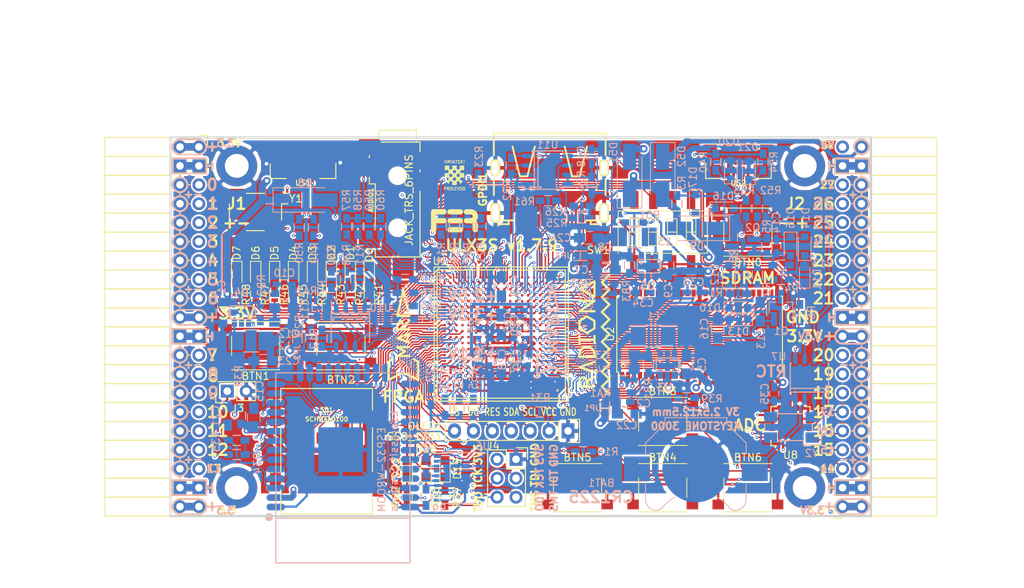
<source format=kicad_pcb>
(kicad_pcb (version 4) (host pcbnew 4.0.7+dfsg1-1)
  (layers (0 F.Cu signal) (1 In1.Cu signal) (2 In2.Cu signal) (31 B.Cu signal) (34 B.Paste user) (35 F.Paste user) (36 B.SilkS user) (37 F.SilkS user) (38 B.Mask user) (39 F.Mask user) (44 Edge.Cuts user))
  (net 0 "")
  (net 1 GND)
  (net 2 +5V)
  (net 3 /gpio/IN5V)
  (net 4 /gpio/OUT5V)
  (net 5 +3V3)
  (net 6 BTN_D)
  (net 7 BTN_F1)
  (net 8 BTN_F2)
  (net 9 BTN_L)
  (net 10 BTN_R)
  (net 11 BTN_U)
  (net 12 /power/FB1)
  (net 13 +2V5)
  (net 14 /power/PWREN)
  (net 15 /power/FB3)
  (net 16 /power/FB2)
  (net 17 "Net-(D9-Pad1)")
  (net 18 /power/VBAT)
  (net 19 JTAG_TDI)
  (net 20 JTAG_TCK)
  (net 21 JTAG_TMS)
  (net 22 JTAG_TDO)
  (net 23 /power/WAKEUPn)
  (net 24 /power/WKUP)
  (net 25 /power/SHUT)
  (net 26 /power/WAKE)
  (net 27 /power/HOLD)
  (net 28 /power/WKn)
  (net 29 /power/OSCI_32k)
  (net 30 /power/OSCO_32k)
  (net 31 "Net-(Q2-Pad3)")
  (net 32 SHUTDOWN)
  (net 33 /analog/AUDIO_L)
  (net 34 /analog/AUDIO_R)
  (net 35 GPDI_5V_SCL)
  (net 36 GPDI_5V_SDA)
  (net 37 GPDI_SDA)
  (net 38 GPDI_SCL)
  (net 39 /gpdi/VREF2)
  (net 40 SD_CMD)
  (net 41 SD_CLK)
  (net 42 SD_D0)
  (net 43 SD_D1)
  (net 44 USB5V)
  (net 45 GPDI_CEC)
  (net 46 nRESET)
  (net 47 FTDI_nDTR)
  (net 48 SDRAM_CKE)
  (net 49 SDRAM_A7)
  (net 50 SDRAM_D15)
  (net 51 SDRAM_BA1)
  (net 52 SDRAM_D7)
  (net 53 SDRAM_A6)
  (net 54 SDRAM_CLK)
  (net 55 SDRAM_D13)
  (net 56 SDRAM_BA0)
  (net 57 SDRAM_D6)
  (net 58 SDRAM_A5)
  (net 59 SDRAM_D14)
  (net 60 SDRAM_A11)
  (net 61 SDRAM_D12)
  (net 62 SDRAM_D5)
  (net 63 SDRAM_A4)
  (net 64 SDRAM_A10)
  (net 65 SDRAM_D11)
  (net 66 SDRAM_A3)
  (net 67 SDRAM_D4)
  (net 68 SDRAM_D10)
  (net 69 SDRAM_D9)
  (net 70 SDRAM_A9)
  (net 71 SDRAM_D3)
  (net 72 SDRAM_D8)
  (net 73 SDRAM_A8)
  (net 74 SDRAM_A2)
  (net 75 SDRAM_A1)
  (net 76 SDRAM_A0)
  (net 77 SDRAM_D2)
  (net 78 SDRAM_D1)
  (net 79 SDRAM_D0)
  (net 80 SDRAM_DQM0)
  (net 81 SDRAM_nCS)
  (net 82 SDRAM_nRAS)
  (net 83 SDRAM_DQM1)
  (net 84 SDRAM_nCAS)
  (net 85 SDRAM_nWE)
  (net 86 /flash/FLASH_nWP)
  (net 87 /flash/FLASH_nHOLD)
  (net 88 /flash/FLASH_MOSI)
  (net 89 /flash/FLASH_MISO)
  (net 90 /flash/FLASH_SCK)
  (net 91 /flash/FLASH_nCS)
  (net 92 /flash/FPGA_PROGRAMN)
  (net 93 /flash/FPGA_DONE)
  (net 94 /flash/FPGA_INITN)
  (net 95 OLED_RES)
  (net 96 OLED_DC)
  (net 97 OLED_CS)
  (net 98 WIFI_EN)
  (net 99 FTDI_nRTS)
  (net 100 FTDI_TXD)
  (net 101 FTDI_RXD)
  (net 102 WIFI_RXD)
  (net 103 WIFI_GPIO0)
  (net 104 WIFI_TXD)
  (net 105 GPDI_ETH-)
  (net 106 GPDI_ETH+)
  (net 107 GPDI_D2+)
  (net 108 GPDI_D2-)
  (net 109 GPDI_D1+)
  (net 110 GPDI_D1-)
  (net 111 GPDI_D0+)
  (net 112 GPDI_D0-)
  (net 113 GPDI_CLK+)
  (net 114 GPDI_CLK-)
  (net 115 USB_FTDI_D+)
  (net 116 USB_FTDI_D-)
  (net 117 SD_D3)
  (net 118 AUDIO_L3)
  (net 119 AUDIO_L2)
  (net 120 AUDIO_L1)
  (net 121 AUDIO_L0)
  (net 122 AUDIO_R3)
  (net 123 AUDIO_R2)
  (net 124 AUDIO_R1)
  (net 125 AUDIO_R0)
  (net 126 OLED_CLK)
  (net 127 OLED_MOSI)
  (net 128 LED0)
  (net 129 LED1)
  (net 130 LED2)
  (net 131 LED3)
  (net 132 LED4)
  (net 133 LED5)
  (net 134 LED6)
  (net 135 LED7)
  (net 136 BTN_PWRn)
  (net 137 FTDI_nTXLED)
  (net 138 FTDI_nSLEEP)
  (net 139 /blinkey/LED_PWREN)
  (net 140 /blinkey/LED_TXLED)
  (net 141 /sdcard/SD3V3)
  (net 142 SD_D2)
  (net 143 CLK_25MHz)
  (net 144 /blinkey/BTNPUL)
  (net 145 /blinkey/BTNPUR)
  (net 146 USB_FPGA_D+)
  (net 147 /power/FTDI_nSUSPEND)
  (net 148 /blinkey/ALED0)
  (net 149 /blinkey/ALED1)
  (net 150 /blinkey/ALED2)
  (net 151 /blinkey/ALED3)
  (net 152 /blinkey/ALED4)
  (net 153 /blinkey/ALED5)
  (net 154 /blinkey/ALED6)
  (net 155 /blinkey/ALED7)
  (net 156 /usb/FTD-)
  (net 157 /usb/FTD+)
  (net 158 ADC_MISO)
  (net 159 ADC_MOSI)
  (net 160 ADC_CSn)
  (net 161 ADC_SCLK)
  (net 162 SW3)
  (net 163 SW2)
  (net 164 SW1)
  (net 165 USB_FPGA_D-)
  (net 166 /usb/FPD+)
  (net 167 /usb/FPD-)
  (net 168 WIFI_GPIO16)
  (net 169 /usb/ANT_433MHz)
  (net 170 /power/PWRBTn)
  (net 171 PROG_DONE)
  (net 172 /power/P3V3)
  (net 173 /power/P2V5)
  (net 174 /power/L1)
  (net 175 /power/L3)
  (net 176 /power/L2)
  (net 177 FTDI_TXDEN)
  (net 178 SDRAM_A12)
  (net 179 /analog/AUDIO_V)
  (net 180 AUDIO_V3)
  (net 181 AUDIO_V2)
  (net 182 AUDIO_V1)
  (net 183 AUDIO_V0)
  (net 184 /gpdi/FPGA_CEC)
  (net 185 /blinkey/LED_WIFI)
  (net 186 /power/P1V1)
  (net 187 +1V1)
  (net 188 SW4)
  (net 189 /blinkey/SWPU)
  (net 190 /wifi/WIFIEN)
  (net 191 FT2V5)
  (net 192 GN0)
  (net 193 GP0)
  (net 194 GN1)
  (net 195 GP1)
  (net 196 GN2)
  (net 197 GP2)
  (net 198 GN3)
  (net 199 GP3)
  (net 200 GN4)
  (net 201 GP4)
  (net 202 GN5)
  (net 203 GP5)
  (net 204 GN6)
  (net 205 GP6)
  (net 206 GN14)
  (net 207 GP14)
  (net 208 GN15)
  (net 209 GP15)
  (net 210 GN16)
  (net 211 GP16)
  (net 212 GN17)
  (net 213 GP17)
  (net 214 GN18)
  (net 215 GP18)
  (net 216 GN19)
  (net 217 GP19)
  (net 218 GN20)
  (net 219 GP20)
  (net 220 GN21)
  (net 221 GP21)
  (net 222 GN22)
  (net 223 GP22)
  (net 224 GN23)
  (net 225 GP23)
  (net 226 GN24)
  (net 227 GP24)
  (net 228 GN25)
  (net 229 GP25)
  (net 230 GN26)
  (net 231 GP26)
  (net 232 GN27)
  (net 233 GP27)
  (net 234 GN7)
  (net 235 GP7)
  (net 236 GN8)
  (net 237 GP8)
  (net 238 GN9)
  (net 239 GP9)
  (net 240 GN10)
  (net 241 GP10)
  (net 242 GN11)
  (net 243 GP11)
  (net 244 GN12)
  (net 245 GP12)
  (net 246 GN13)
  (net 247 GP13)
  (net 248 WIFI_GPIO5)
  (net 249 WIFI_GPIO17)
  (module Socket_Strips:Socket_Strip_Angled_2x20 (layer F.Cu) (at 97.91 62.69 270)
    (fp_text reference J1 (at 7.62 -5.08 360) (layer F.SilkS) (effects (font (size 1.5 1.5) (thickness 0.3))))
    (fp_text value CONN_02X20 hide)
    (pad 1 thru_hole oval (at 0 0 270) (size 1.7272 1.7272) (drill 1.016) (layers *.Cu *.Mask) (net 5 +3V3))
    (pad 2 thru_hole oval (at 0 2.54 270) (size 1.7272 1.7272) (drill 1.016) (layers *.Cu *.Mask) (net 5 +3V3))
    (pad 3 thru_hole rect (at 2.54 0 270) (size 1.7272 1.7272) (drill 1.016) (layers *.Cu *.Mask) (net 1 GND))
    (pad 4 thru_hole rect (at 2.54 2.54 270) (size 1.7272 1.7272) (drill 1.016) (layers *.Cu *.Mask) (net 1 GND))
    (pad 5 thru_hole oval (at 5.08 0 270) (size 1.7272 1.7272) (drill 1.016) (layers *.Cu *.Mask) (net 192 GN0))
    (pad 6 thru_hole oval (at 5.08 2.54 270) (size 1.7272 1.7272) (drill 1.016) (layers *.Cu *.Mask) (net 193 GP0))
    (pad 7 thru_hole oval (at 7.62 0 270) (size 1.7272 1.7272) (drill 1.016) (layers *.Cu *.Mask) (net 194 GN1))
    (pad 8 thru_hole oval (at 7.62 2.54 270) (size 1.7272 1.7272) (drill 1.016) (layers *.Cu *.Mask) (net 195 GP1))
    (pad 9 thru_hole oval (at 10.16 0 270) (size 1.7272 1.7272) (drill 1.016) (layers *.Cu *.Mask) (net 196 GN2))
    (pad 10 thru_hole oval (at 10.16 2.54 270) (size 1.7272 1.7272) (drill 1.016) (layers *.Cu *.Mask) (net 197 GP2))
    (pad 11 thru_hole oval (at 12.7 0 270) (size 1.7272 1.7272) (drill 1.016) (layers *.Cu *.Mask) (net 198 GN3))
    (pad 12 thru_hole oval (at 12.7 2.54 270) (size 1.7272 1.7272) (drill 1.016) (layers *.Cu *.Mask) (net 199 GP3))
    (pad 13 thru_hole oval (at 15.24 0 270) (size 1.7272 1.7272) (drill 1.016) (layers *.Cu *.Mask) (net 200 GN4))
    (pad 14 thru_hole oval (at 15.24 2.54 270) (size 1.7272 1.7272) (drill 1.016) (layers *.Cu *.Mask) (net 201 GP4))
    (pad 15 thru_hole oval (at 17.78 0 270) (size 1.7272 1.7272) (drill 1.016) (layers *.Cu *.Mask) (net 202 GN5))
    (pad 16 thru_hole oval (at 17.78 2.54 270) (size 1.7272 1.7272) (drill 1.016) (layers *.Cu *.Mask) (net 203 GP5))
    (pad 17 thru_hole oval (at 20.32 0 270) (size 1.7272 1.7272) (drill 1.016) (layers *.Cu *.Mask) (net 204 GN6))
    (pad 18 thru_hole oval (at 20.32 2.54 270) (size 1.7272 1.7272) (drill 1.016) (layers *.Cu *.Mask) (net 205 GP6))
    (pad 19 thru_hole oval (at 22.86 0 270) (size 1.7272 1.7272) (drill 1.016) (layers *.Cu *.Mask) (net 5 +3V3))
    (pad 20 thru_hole oval (at 22.86 2.54 270) (size 1.7272 1.7272) (drill 1.016) (layers *.Cu *.Mask) (net 5 +3V3))
    (pad 21 thru_hole rect (at 25.4 0 270) (size 1.7272 1.7272) (drill 1.016) (layers *.Cu *.Mask) (net 1 GND))
    (pad 22 thru_hole rect (at 25.4 2.54 270) (size 1.7272 1.7272) (drill 1.016) (layers *.Cu *.Mask) (net 1 GND))
    (pad 23 thru_hole oval (at 27.94 0 270) (size 1.7272 1.7272) (drill 1.016) (layers *.Cu *.Mask) (net 234 GN7))
    (pad 24 thru_hole oval (at 27.94 2.54 270) (size 1.7272 1.7272) (drill 1.016) (layers *.Cu *.Mask) (net 235 GP7))
    (pad 25 thru_hole oval (at 30.48 0 270) (size 1.7272 1.7272) (drill 1.016) (layers *.Cu *.Mask) (net 236 GN8))
    (pad 26 thru_hole oval (at 30.48 2.54 270) (size 1.7272 1.7272) (drill 1.016) (layers *.Cu *.Mask) (net 237 GP8))
    (pad 27 thru_hole oval (at 33.02 0 270) (size 1.7272 1.7272) (drill 1.016) (layers *.Cu *.Mask) (net 238 GN9))
    (pad 28 thru_hole oval (at 33.02 2.54 270) (size 1.7272 1.7272) (drill 1.016) (layers *.Cu *.Mask) (net 239 GP9))
    (pad 29 thru_hole oval (at 35.56 0 270) (size 1.7272 1.7272) (drill 1.016) (layers *.Cu *.Mask) (net 240 GN10))
    (pad 30 thru_hole oval (at 35.56 2.54 270) (size 1.7272 1.7272) (drill 1.016) (layers *.Cu *.Mask) (net 241 GP10))
    (pad 31 thru_hole oval (at 38.1 0 270) (size 1.7272 1.7272) (drill 1.016) (layers *.Cu *.Mask) (net 242 GN11))
    (pad 32 thru_hole oval (at 38.1 2.54 270) (size 1.7272 1.7272) (drill 1.016) (layers *.Cu *.Mask) (net 243 GP11))
    (pad 33 thru_hole oval (at 40.64 0 270) (size 1.7272 1.7272) (drill 1.016) (layers *.Cu *.Mask) (net 244 GN12))
    (pad 34 thru_hole oval (at 40.64 2.54 270) (size 1.7272 1.7272) (drill 1.016) (layers *.Cu *.Mask) (net 245 GP12))
    (pad 35 thru_hole oval (at 43.18 0 270) (size 1.7272 1.7272) (drill 1.016) (layers *.Cu *.Mask) (net 246 GN13))
    (pad 36 thru_hole oval (at 43.18 2.54 270) (size 1.7272 1.7272) (drill 1.016) (layers *.Cu *.Mask) (net 247 GP13))
    (pad 37 thru_hole rect (at 45.72 0 270) (size 1.7272 1.7272) (drill 1.016) (layers *.Cu *.Mask) (net 1 GND))
    (pad 38 thru_hole rect (at 45.72 2.54 270) (size 1.7272 1.7272) (drill 1.016) (layers *.Cu *.Mask) (net 1 GND))
    (pad 39 thru_hole oval (at 48.26 0 270) (size 1.7272 1.7272) (drill 1.016) (layers *.Cu *.Mask) (net 5 +3V3))
    (pad 40 thru_hole oval (at 48.26 2.54 270) (size 1.7272 1.7272) (drill 1.016) (layers *.Cu *.Mask) (net 5 +3V3))
  )
  (module SMD_Packages:1Pin (layer F.Cu) (at 182.67515 111.637626)
    (fp_text reference AE1 hide)
    (fp_text value 433MHz hide)
    (pad 1 smd rect (at 0 0) (size 0.5 0.5) (layers B.Cu F.Paste F.Mask) (net 169 /usb/ANT_433MHz))
  )
  (module Resistors_SMD:R_0603_HandSoldering (layer B.Cu) (at 103.498 98.758 90)
    (fp_text reference R38 (at 5.334 -0.254 90) (layer B.SilkS) (effects (justify mirror)))
    (fp_text value 0.47)
    (pad 1 smd rect (at -1.1 0 90) (size 1.2 0.9) (layers B.Cu B.Paste B.Mask) (net 141 /sdcard/SD3V3))
    (pad 2 smd rect (at 1.1 0 90) (size 1.2 0.9) (layers B.Cu B.Paste B.Mask) (net 5 +3V3))
  )
  (module jumper:SOLDER-JUMPER_1-WAY (layer B.Cu) (at 152.393 97.742 270)
    (fp_text reference JP1 (at 0 1.778 360) (layer B.SilkS) (effects (font (size 0.762 0.762) (thickness 0.1524)) (justify mirror)))
    (fp_text value 1.2 hide)
    (pad 1 smd rect (at -0.6 0 270) (size 1 1) (layers B.Cu B.Paste B.Mask) (net 186 /power/P1V1))
    (pad 2 smd rect (at 0.6 0 270) (size 1 1) (layers B.Cu B.Paste B.Mask) (net 187 +1V1))
  )
  (module Diodes_SMD:D_SMA_Handsoldering (layer B.Cu) (at 155.695 66.5 90)
    (fp_text reference D51 (at 3.048 -2.159 90) (layer B.SilkS) (effects (justify mirror)))
    (fp_text value STPS2L30AF hide)
    (pad 1 smd rect (at -2.5 0 90) (size 3.5 1.8) (layers B.Cu B.Paste B.Mask) (net 2 +5V))
    (pad 2 smd rect (at 2.5 0 90) (size 3.5 1.8) (layers B.Cu B.Paste B.Mask) (net 3 /gpio/IN5V))
  )
  (module Resistors_SMD:R_0603_HandSoldering (layer B.Cu) (at 156.33 72.85 180)
    (fp_text reference R51 (at -2.032 1.016 180) (layer B.SilkS) (effects (justify mirror)))
    (fp_text value 150)
    (pad 1 smd rect (at -1.1 0 180) (size 1.2 0.9) (layers B.Cu B.Paste B.Mask) (net 5 +3V3))
    (pad 2 smd rect (at 1.1 0 180) (size 1.2 0.9) (layers B.Cu B.Paste B.Mask) (net 189 /blinkey/SWPU))
  )
  (module Resistors_SMD:R_1210_HandSoldering (layer B.Cu) (at 158.87 88.09 180)
    (fp_text reference L1 (at 0 2.7 180) (layer B.SilkS) (effects (justify mirror)))
    (fp_text value 2.2uH)
    (pad 1 smd rect (at -2 0 180) (size 2 2.5) (layers B.Cu B.Paste B.Mask) (net 174 /power/L1))
    (pad 2 smd rect (at 2 0 180) (size 2 2.5) (layers B.Cu B.Paste B.Mask) (net 186 /power/P1V1))
  )
  (module TSOT-25:TSOT-25 (layer B.Cu) (at 160.775 91.9)
    (fp_text reference U3 (at -0.381 3.048) (layer B.SilkS) (effects (font (thickness 0.2)) (justify mirror)))
    (fp_text value TLV62569DBV)
    (pad 1 smd rect (at -0.95 -1.3) (size 0.7 1.2) (layers B.Cu B.Paste B.Mask) (net 14 /power/PWREN))
    (pad 2 smd rect (at 0 -1.3) (size 0.7 1.2) (layers B.Cu B.Paste B.Mask) (net 1 GND))
    (pad 3 smd rect (at 0.95 -1.3) (size 0.7 1.2) (layers B.Cu B.Paste B.Mask) (net 174 /power/L1))
    (pad 4 smd rect (at 0.95 1.3) (size 0.7 1.2) (layers B.Cu B.Paste B.Mask) (net 2 +5V))
    (pad 5 smd rect (at -0.95 1.3) (size 0.7 1.2) (layers B.Cu B.Paste B.Mask) (net 12 /power/FB1))
  )
  (module Resistors_SMD:R_1210_HandSoldering (layer B.Cu) (at 104.895 88.725)
    (fp_text reference L2 (at 4.445 0.635) (layer B.SilkS) (effects (justify mirror)))
    (fp_text value 2.2uH)
    (pad 1 smd rect (at -2 0) (size 2 2.5) (layers B.Cu B.Paste B.Mask) (net 176 /power/L2))
    (pad 2 smd rect (at 2 0) (size 2 2.5) (layers B.Cu B.Paste B.Mask) (net 173 /power/P2V5))
  )
  (module TSOT-25:TSOT-25 (layer B.Cu) (at 103.625 84.915 180)
    (fp_text reference U4 (at 0 2.697 180) (layer B.SilkS) (effects (font (thickness 0.2)) (justify mirror)))
    (fp_text value TLV62569DBV)
    (pad 1 smd rect (at -0.95 -1.3 180) (size 0.7 1.2) (layers B.Cu B.Paste B.Mask) (net 14 /power/PWREN))
    (pad 2 smd rect (at 0 -1.3 180) (size 0.7 1.2) (layers B.Cu B.Paste B.Mask) (net 1 GND))
    (pad 3 smd rect (at 0.95 -1.3 180) (size 0.7 1.2) (layers B.Cu B.Paste B.Mask) (net 176 /power/L2))
    (pad 4 smd rect (at 0.95 1.3 180) (size 0.7 1.2) (layers B.Cu B.Paste B.Mask) (net 2 +5V))
    (pad 5 smd rect (at -0.95 1.3 180) (size 0.7 1.2) (layers B.Cu B.Paste B.Mask) (net 16 /power/FB2))
  )
  (module Resistors_SMD:R_1210_HandSoldering (layer B.Cu) (at 156.33 74.755 180)
    (fp_text reference L3 (at -4.064 -0.635 180) (layer B.SilkS) (effects (justify mirror)))
    (fp_text value 2.2uH)
    (pad 1 smd rect (at -2 0 180) (size 2 2.5) (layers B.Cu B.Paste B.Mask) (net 175 /power/L3))
    (pad 2 smd rect (at 2 0 180) (size 2 2.5) (layers B.Cu B.Paste B.Mask) (net 172 /power/P3V3))
  )
  (module TSOT-25:TSOT-25 (layer B.Cu) (at 158.235 78.692)
    (fp_text reference U5 (at -0.127 2.667) (layer B.SilkS) (effects (font (thickness 0.2)) (justify mirror)))
    (fp_text value TLV62569DBV)
    (pad 1 smd rect (at -0.95 -1.3) (size 0.7 1.2) (layers B.Cu B.Paste B.Mask) (net 14 /power/PWREN))
    (pad 2 smd rect (at 0 -1.3) (size 0.7 1.2) (layers B.Cu B.Paste B.Mask) (net 1 GND))
    (pad 3 smd rect (at 0.95 -1.3) (size 0.7 1.2) (layers B.Cu B.Paste B.Mask) (net 175 /power/L3))
    (pad 4 smd rect (at 0.95 1.3) (size 0.7 1.2) (layers B.Cu B.Paste B.Mask) (net 2 +5V))
    (pad 5 smd rect (at -0.95 1.3) (size 0.7 1.2) (layers B.Cu B.Paste B.Mask) (net 15 /power/FB3))
  )
  (module Capacitors_SMD:C_0805_HandSoldering (layer B.Cu) (at 101.085 84.915 270)
    (fp_text reference C1 (at -3.429 0.127 270) (layer B.SilkS) (effects (justify mirror)))
    (fp_text value 22uF)
    (pad 1 smd rect (at -1.25 0 270) (size 1.5 1.25) (layers B.Cu B.Paste B.Mask) (net 2 +5V))
    (pad 2 smd rect (at 1.25 0 270) (size 1.5 1.25) (layers B.Cu B.Paste B.Mask) (net 1 GND))
  )
  (module Capacitors_SMD:C_0805_HandSoldering (layer B.Cu) (at 155.06 90.63)
    (fp_text reference C3 (at -3.048 0) (layer B.SilkS) (effects (justify mirror)))
    (fp_text value 22uF)
    (pad 1 smd rect (at -1.25 0) (size 1.5 1.25) (layers B.Cu B.Paste B.Mask) (net 186 /power/P1V1))
    (pad 2 smd rect (at 1.25 0) (size 1.5 1.25) (layers B.Cu B.Paste B.Mask) (net 1 GND))
  )
  (module Capacitors_SMD:C_0805_HandSoldering (layer B.Cu) (at 155.06 92.535)
    (fp_text reference C4 (at -3.048 0.127) (layer B.SilkS) (effects (justify mirror)))
    (fp_text value 22uF)
    (pad 1 smd rect (at -1.25 0) (size 1.5 1.25) (layers B.Cu B.Paste B.Mask) (net 186 /power/P1V1))
    (pad 2 smd rect (at 1.25 0) (size 1.5 1.25) (layers B.Cu B.Paste B.Mask) (net 1 GND))
  )
  (module Capacitors_SMD:C_0805_HandSoldering (layer B.Cu) (at 163.315 91.9 90)
    (fp_text reference C5 (at 0 2.1 90) (layer B.SilkS) (effects (justify mirror)))
    (fp_text value 22uF)
    (pad 1 smd rect (at -1.25 0 90) (size 1.5 1.25) (layers B.Cu B.Paste B.Mask) (net 2 +5V))
    (pad 2 smd rect (at 1.25 0 90) (size 1.5 1.25) (layers B.Cu B.Paste B.Mask) (net 1 GND))
  )
  (module Capacitors_SMD:C_0805_HandSoldering (layer B.Cu) (at 152.52 79.2)
    (fp_text reference C7 (at -3.302 0) (layer B.SilkS) (effects (justify mirror)))
    (fp_text value 22uF)
    (pad 1 smd rect (at -1.25 0) (size 1.5 1.25) (layers B.Cu B.Paste B.Mask) (net 172 /power/P3V3))
    (pad 2 smd rect (at 1.25 0) (size 1.5 1.25) (layers B.Cu B.Paste B.Mask) (net 1 GND))
  )
  (module Capacitors_SMD:C_0805_HandSoldering (layer B.Cu) (at 152.52 77.295)
    (fp_text reference C8 (at -0.127 -1.143) (layer B.SilkS) (effects (justify mirror)))
    (fp_text value 22uF)
    (pad 1 smd rect (at -1.25 0) (size 1.5 1.25) (layers B.Cu B.Paste B.Mask) (net 172 /power/P3V3))
    (pad 2 smd rect (at 1.25 0) (size 1.5 1.25) (layers B.Cu B.Paste B.Mask) (net 1 GND))
  )
  (module Capacitors_SMD:C_0805_HandSoldering (layer B.Cu) (at 160.775 78.565 90)
    (fp_text reference C9 (at -3.429 0.127 90) (layer B.SilkS) (effects (justify mirror)))
    (fp_text value 22uF)
    (pad 1 smd rect (at -1.25 0 90) (size 1.5 1.25) (layers B.Cu B.Paste B.Mask) (net 2 +5V))
    (pad 2 smd rect (at 1.25 0 90) (size 1.5 1.25) (layers B.Cu B.Paste B.Mask) (net 1 GND))
  )
  (module Capacitors_SMD:C_0805_HandSoldering (layer B.Cu) (at 109.34 84.28 180)
    (fp_text reference C11 (at -2.794 -0.254 270) (layer B.SilkS) (effects (justify mirror)))
    (fp_text value 22uF)
    (pad 1 smd rect (at -1.25 0 180) (size 1.5 1.25) (layers B.Cu B.Paste B.Mask) (net 173 /power/P2V5))
    (pad 2 smd rect (at 1.25 0 180) (size 1.5 1.25) (layers B.Cu B.Paste B.Mask) (net 1 GND))
  )
  (module Capacitors_SMD:C_0805_HandSoldering (layer B.Cu) (at 109.34 86.185 180)
    (fp_text reference C12 (at -0.635 -1.615 360) (layer B.SilkS) (effects (justify mirror)))
    (fp_text value 22uF)
    (pad 1 smd rect (at -1.25 0 180) (size 1.5 1.25) (layers B.Cu B.Paste B.Mask) (net 173 /power/P2V5))
    (pad 2 smd rect (at 1.25 0 180) (size 1.5 1.25) (layers B.Cu B.Paste B.Mask) (net 1 GND))
  )
  (module Capacitors_SMD:C_0805_HandSoldering (layer B.Cu) (at 173.221 84.788 90)
    (fp_text reference C13 (at -3.556 0.127 90) (layer B.SilkS) (effects (justify mirror)))
    (fp_text value 2.2uF)
    (pad 1 smd rect (at -1.25 0 90) (size 1.5 1.25) (layers B.Cu B.Paste B.Mask) (net 2 +5V))
    (pad 2 smd rect (at 1.25 0 90) (size 1.5 1.25) (layers B.Cu B.Paste B.Mask) (net 24 /power/WKUP))
  )
  (module TO_SOT_Packages_SMD:SOT-23_Handsoldering (layer B.Cu) (at 176.015 84.28 90)
    (fp_text reference Q1 (at -3.1115 0 180) (layer B.SilkS) (effects (justify mirror)))
    (fp_text value BC857)
    (pad 1 smd rect (at -1.5 0.95 90) (size 1.9 0.8) (layers B.Cu B.Paste B.Mask) (net 28 /power/WKn))
    (pad 2 smd rect (at -1.5 -0.95 90) (size 1.9 0.8) (layers B.Cu B.Paste B.Mask) (net 2 +5V))
    (pad 3 smd rect (at 1.5 0 90) (size 1.9 0.8) (layers B.Cu B.Paste B.Mask) (net 24 /power/WKUP))
  )
  (module TO_SOT_Packages_SMD:SOT-23_Handsoldering (layer B.Cu) (at 170.935 76.025 180)
    (fp_text reference Q2 (at -1.295 2.5 180) (layer B.SilkS) (effects (justify mirror)))
    (fp_text value 2N7002)
    (pad 1 smd rect (at -1.5 0.95 180) (size 1.9 0.8) (layers B.Cu B.Paste B.Mask) (net 25 /power/SHUT))
    (pad 2 smd rect (at -1.5 -0.95 180) (size 1.9 0.8) (layers B.Cu B.Paste B.Mask) (net 1 GND))
    (pad 3 smd rect (at 1.5 0 180) (size 1.9 0.8) (layers B.Cu B.Paste B.Mask) (net 31 "Net-(Q2-Pad3)"))
  )
  (module Capacitors_SMD:C_0603_HandSoldering (layer B.Cu) (at 154.86 96.91)
    (fp_text reference C2 (at 2.74 0.197) (layer B.SilkS) (effects (justify mirror)))
    (fp_text value 470pF)
    (pad 1 smd rect (at -0.95 0) (size 1.2 0.75) (layers B.Cu B.Paste B.Mask) (net 186 /power/P1V1))
    (pad 2 smd rect (at 0.95 0) (size 1.2 0.75) (layers B.Cu B.Paste B.Mask) (net 12 /power/FB1))
  )
  (module Capacitors_SMD:C_0603_HandSoldering (layer B.Cu) (at 152.52 82.375)
    (fp_text reference C6 (at -2.794 0.127) (layer B.SilkS) (effects (justify mirror)))
    (fp_text value 470pF)
    (pad 1 smd rect (at -0.95 0) (size 1.2 0.75) (layers B.Cu B.Paste B.Mask) (net 172 /power/P3V3))
    (pad 2 smd rect (at 0.95 0) (size 1.2 0.75) (layers B.Cu B.Paste B.Mask) (net 15 /power/FB3))
  )
  (module Capacitors_SMD:C_0603_HandSoldering (layer B.Cu) (at 109.34 81.105 180)
    (fp_text reference C10 (at -0.04 1.505 180) (layer B.SilkS) (effects (justify mirror)))
    (fp_text value 470pF)
    (pad 1 smd rect (at -0.95 0 180) (size 1.2 0.75) (layers B.Cu B.Paste B.Mask) (net 173 /power/P2V5))
    (pad 2 smd rect (at 0.95 0 180) (size 1.2 0.75) (layers B.Cu B.Paste B.Mask) (net 16 /power/FB2))
  )
  (module Capacitors_SMD:C_0603_HandSoldering (layer B.Cu) (at 175.38 76.025 270)
    (fp_text reference C14 (at -3.175 0 270) (layer B.SilkS) (effects (justify mirror)))
    (fp_text value 100nF)
    (pad 1 smd rect (at -0.95 0 270) (size 1.2 0.75) (layers B.Cu B.Paste B.Mask) (net 25 /power/SHUT))
    (pad 2 smd rect (at 0.95 0 270) (size 1.2 0.75) (layers B.Cu B.Paste B.Mask) (net 1 GND))
  )
  (module Resistors_SMD:R_0603_HandSoldering (layer B.Cu) (at 170.3 82.375)
    (fp_text reference R1 (at -3.048 -0.127) (layer B.SilkS) (effects (justify mirror)))
    (fp_text value 15k)
    (pad 1 smd rect (at -1.1 0) (size 1.2 0.9) (layers B.Cu B.Paste B.Mask) (net 26 /power/WAKE))
    (pad 2 smd rect (at 1.1 0) (size 1.2 0.9) (layers B.Cu B.Paste B.Mask) (net 14 /power/PWREN))
  )
  (module Resistors_SMD:R_0603_HandSoldering (layer B.Cu) (at 172.84 79.835 90)
    (fp_text reference R2 (at -1.905 1.27 90) (layer B.SilkS) (effects (justify mirror)))
    (fp_text value 47k)
    (pad 1 smd rect (at -1.1 0 90) (size 1.2 0.9) (layers B.Cu B.Paste B.Mask) (net 14 /power/PWREN))
    (pad 2 smd rect (at 1.1 0 90) (size 1.2 0.9) (layers B.Cu B.Paste B.Mask) (net 1 GND))
  )
  (module Resistors_SMD:R_0603_HandSoldering (layer B.Cu) (at 176.015 80.47 180)
    (fp_text reference R4 (at -1.397 -1.27 360) (layer B.SilkS) (effects (justify mirror)))
    (fp_text value 4.7k)
    (pad 1 smd rect (at -1.1 0 180) (size 1.2 0.9) (layers B.Cu B.Paste B.Mask) (net 27 /power/HOLD))
    (pad 2 smd rect (at 1.1 0 180) (size 1.2 0.9) (layers B.Cu B.Paste B.Mask) (net 14 /power/PWREN))
  )
  (module Resistors_SMD:R_0603_HandSoldering (layer B.Cu) (at 174.11 76.025 270)
    (fp_text reference R5 (at -2.667 0 270) (layer B.SilkS) (effects (justify mirror)))
    (fp_text value 4.7M)
    (pad 1 smd rect (at -1.1 0 270) (size 1.2 0.9) (layers B.Cu B.Paste B.Mask) (net 25 /power/SHUT))
    (pad 2 smd rect (at 1.1 0 270) (size 1.2 0.9) (layers B.Cu B.Paste B.Mask) (net 1 GND))
  )
  (module Resistors_SMD:R_0603_HandSoldering (layer B.Cu) (at 178.555 84.915 270)
    (fp_text reference R6 (at 0 -1.524 270) (layer B.SilkS) (effects (justify mirror)))
    (fp_text value 1k)
    (pad 1 smd rect (at -1.1 0 270) (size 1.2 0.9) (layers B.Cu B.Paste B.Mask) (net 28 /power/WKn))
    (pad 2 smd rect (at 1.1 0 270) (size 1.2 0.9) (layers B.Cu B.Paste B.Mask) (net 23 /power/WAKEUPn))
  )
  (module Resistors_SMD:R_0603_HandSoldering (layer B.Cu) (at 113.785 84.28 270)
    (fp_text reference R7 (at -2.794 -0.635 270) (layer B.SilkS) (effects (justify mirror)))
    (fp_text value 150)
    (pad 1 smd rect (at -1.1 0 270) (size 1.2 0.9) (layers B.Cu B.Paste B.Mask) (net 5 +3V3))
    (pad 2 smd rect (at 1.1 0 270) (size 1.2 0.9) (layers B.Cu B.Paste B.Mask) (net 144 /blinkey/BTNPUL))
  )
  (module Resistors_SMD:R_0603_HandSoldering (layer B.Cu) (at 170.935 79.835 90)
    (fp_text reference R8 (at 2.54 -1.27 90) (layer B.SilkS) (effects (justify mirror)))
    (fp_text value 1k)
    (pad 1 smd rect (at -1.1 0 90) (size 1.2 0.9) (layers B.Cu B.Paste B.Mask) (net 14 /power/PWREN))
    (pad 2 smd rect (at 1.1 0 90) (size 1.2 0.9) (layers B.Cu B.Paste B.Mask) (net 31 "Net-(Q2-Pad3)"))
  )
  (module Resistors_SMD:R_0603_HandSoldering (layer B.Cu) (at 128.39 109.68 270)
    (fp_text reference R9 (at 1.524 -1.778 360) (layer B.SilkS) (effects (justify mirror)))
    (fp_text value 15k)
    (pad 1 smd rect (at -1.1 0 270) (size 1.2 0.9) (layers B.Cu B.Paste B.Mask) (net 46 nRESET))
    (pad 2 smd rect (at 1.1 0 270) (size 1.2 0.9) (layers B.Cu B.Paste B.Mask) (net 191 FT2V5))
  )
  (module Resistors_SMD:R_0603_HandSoldering (layer B.Cu) (at 149.472 103.584 180)
    (fp_text reference R10 (at -3.302 0 180) (layer B.SilkS) (effects (justify mirror)))
    (fp_text value 150)
    (pad 1 smd rect (at -1.1 0 180) (size 1.2 0.9) (layers B.Cu B.Paste B.Mask) (net 147 /power/FTDI_nSUSPEND))
    (pad 2 smd rect (at 1.1 0 180) (size 1.2 0.9) (layers B.Cu B.Paste B.Mask) (net 138 FTDI_nSLEEP))
  )
  (module Resistors_SMD:R_0603_HandSoldering (layer B.Cu) (at 176.015 78.565 180)
    (fp_text reference R13 (at -5.588 0.254 180) (layer B.SilkS) (effects (justify mirror)))
    (fp_text value 15k)
    (pad 1 smd rect (at -1.1 0 180) (size 1.2 0.9) (layers B.Cu B.Paste B.Mask) (net 32 SHUTDOWN))
    (pad 2 smd rect (at 1.1 0 180) (size 1.2 0.9) (layers B.Cu B.Paste B.Mask) (net 1 GND))
  )
  (module Resistors_SMD:R_0603_HandSoldering (layer B.Cu) (at 154.86 95.64)
    (fp_text reference RA1 (at -3.102 0.07) (layer B.SilkS) (effects (justify mirror)))
    (fp_text value 15k)
    (pad 1 smd rect (at -1.1 0) (size 1.2 0.9) (layers B.Cu B.Paste B.Mask) (net 186 /power/P1V1))
    (pad 2 smd rect (at 1.1 0) (size 1.2 0.9) (layers B.Cu B.Paste B.Mask) (net 12 /power/FB1))
  )
  (module Resistors_SMD:R_0603_HandSoldering (layer B.Cu) (at 109.34 82.375 180)
    (fp_text reference RA2 (at -3.048 0.381 360) (layer B.SilkS) (effects (justify mirror)))
    (fp_text value 15k)
    (pad 1 smd rect (at -1.1 0 180) (size 1.2 0.9) (layers B.Cu B.Paste B.Mask) (net 173 /power/P2V5))
    (pad 2 smd rect (at 1.1 0 180) (size 1.2 0.9) (layers B.Cu B.Paste B.Mask) (net 16 /power/FB2))
  )
  (module Resistors_SMD:R_0603_HandSoldering (layer B.Cu) (at 152.52 81.105)
    (fp_text reference RA3 (at -3.302 -0.127) (layer B.SilkS) (effects (justify mirror)))
    (fp_text value 15k)
    (pad 1 smd rect (at -1.1 0) (size 1.2 0.9) (layers B.Cu B.Paste B.Mask) (net 172 /power/P3V3))
    (pad 2 smd rect (at 1.1 0) (size 1.2 0.9) (layers B.Cu B.Paste B.Mask) (net 15 /power/FB3))
  )
  (module Resistors_SMD:R_0603_HandSoldering (layer B.Cu) (at 158.235 91.9 270)
    (fp_text reference RB1 (at 3.302 0 270) (layer B.SilkS) (effects (justify mirror)))
    (fp_text value 18k)
    (pad 1 smd rect (at -1.1 0 270) (size 1.2 0.9) (layers B.Cu B.Paste B.Mask) (net 1 GND))
    (pad 2 smd rect (at 1.1 0 270) (size 1.2 0.9) (layers B.Cu B.Paste B.Mask) (net 12 /power/FB1))
  )
  (module Resistors_SMD:R_0603_HandSoldering (layer B.Cu) (at 106.165 84.915 90)
    (fp_text reference RB2 (at 3.683 0.127 90) (layer B.SilkS) (effects (justify mirror)))
    (fp_text value 4.7k)
    (pad 1 smd rect (at -1.1 0 90) (size 1.2 0.9) (layers B.Cu B.Paste B.Mask) (net 1 GND))
    (pad 2 smd rect (at 1.1 0 90) (size 1.2 0.9) (layers B.Cu B.Paste B.Mask) (net 16 /power/FB2))
  )
  (module Resistors_SMD:R_0603_HandSoldering (layer B.Cu) (at 155.695 78.565 270)
    (fp_text reference RB3 (at 3.429 0.395 270) (layer B.SilkS) (effects (justify mirror)))
    (fp_text value 3.3k)
    (pad 1 smd rect (at -1.1 0 270) (size 1.2 0.9) (layers B.Cu B.Paste B.Mask) (net 1 GND))
    (pad 2 smd rect (at 1.1 0 270) (size 1.2 0.9) (layers B.Cu B.Paste B.Mask) (net 15 /power/FB3))
  )
  (module Resistors_SMD:R_0603_HandSoldering (layer B.Cu) (at 125.596 85.804 180)
    (fp_text reference R14 (at -3.47 0.127 180) (layer B.SilkS) (effects (justify mirror)))
    (fp_text value 1.2k)
    (pad 1 smd rect (at -1.1 0 180) (size 1.2 0.9) (layers B.Cu B.Paste B.Mask) (net 121 AUDIO_L0))
    (pad 2 smd rect (at 1.1 0 180) (size 1.2 0.9) (layers B.Cu B.Paste B.Mask) (net 33 /analog/AUDIO_L))
  )
  (module Resistors_SMD:R_0603_HandSoldering (layer B.Cu) (at 125.596 84.026 180)
    (fp_text reference R15 (at -3.47 -0.001 180) (layer B.SilkS) (effects (justify mirror)))
    (fp_text value 680)
    (pad 1 smd rect (at -1.1 0 180) (size 1.2 0.9) (layers B.Cu B.Paste B.Mask) (net 120 AUDIO_L1))
    (pad 2 smd rect (at 1.1 0 180) (size 1.2 0.9) (layers B.Cu B.Paste B.Mask) (net 33 /analog/AUDIO_L))
  )
  (module Resistors_SMD:R_0603_HandSoldering (layer B.Cu) (at 125.596 82.248 180)
    (fp_text reference R16 (at -3.47 -0.127 180) (layer B.SilkS) (effects (justify mirror)))
    (fp_text value 330)
    (pad 1 smd rect (at -1.1 0 180) (size 1.2 0.9) (layers B.Cu B.Paste B.Mask) (net 119 AUDIO_L2))
    (pad 2 smd rect (at 1.1 0 180) (size 1.2 0.9) (layers B.Cu B.Paste B.Mask) (net 33 /analog/AUDIO_L))
  )
  (module Resistors_SMD:R_0603_HandSoldering (layer B.Cu) (at 125.596 80.47 180)
    (fp_text reference R17 (at -3.47 0 180) (layer B.SilkS) (effects (justify mirror)))
    (fp_text value 150)
    (pad 1 smd rect (at -1.1 0 180) (size 1.2 0.9) (layers B.Cu B.Paste B.Mask) (net 118 AUDIO_L3))
    (pad 2 smd rect (at 1.1 0 180) (size 1.2 0.9) (layers B.Cu B.Paste B.Mask) (net 33 /analog/AUDIO_L))
  )
  (module Resistors_SMD:R_0603_HandSoldering (layer B.Cu) (at 130.422 73.358 90)
    (fp_text reference R18 (at -3.556 0 90) (layer B.SilkS) (effects (justify mirror)))
    (fp_text value 1.2k)
    (pad 1 smd rect (at -1.1 0 90) (size 1.2 0.9) (layers B.Cu B.Paste B.Mask) (net 125 AUDIO_R0))
    (pad 2 smd rect (at 1.1 0 90) (size 1.2 0.9) (layers B.Cu B.Paste B.Mask) (net 34 /analog/AUDIO_R))
  )
  (module Resistors_SMD:R_0603_HandSoldering (layer B.Cu) (at 132.2 73.358 90)
    (fp_text reference R19 (at -3.556 0 90) (layer B.SilkS) (effects (justify mirror)))
    (fp_text value 680)
    (pad 1 smd rect (at -1.1 0 90) (size 1.2 0.9) (layers B.Cu B.Paste B.Mask) (net 124 AUDIO_R1))
    (pad 2 smd rect (at 1.1 0 90) (size 1.2 0.9) (layers B.Cu B.Paste B.Mask) (net 34 /analog/AUDIO_R))
  )
  (module Resistors_SMD:R_0603_HandSoldering (layer B.Cu) (at 133.978 73.358 90)
    (fp_text reference R20 (at -3.556 0 90) (layer B.SilkS) (effects (justify mirror)))
    (fp_text value 330)
    (pad 1 smd rect (at -1.1 0 90) (size 1.2 0.9) (layers B.Cu B.Paste B.Mask) (net 123 AUDIO_R2))
    (pad 2 smd rect (at 1.1 0 90) (size 1.2 0.9) (layers B.Cu B.Paste B.Mask) (net 34 /analog/AUDIO_R))
  )
  (module Resistors_SMD:R_0603_HandSoldering (layer B.Cu) (at 135.756 73.358 90)
    (fp_text reference R21 (at -3.556 0 90) (layer B.SilkS) (effects (justify mirror)))
    (fp_text value 150)
    (pad 1 smd rect (at -1.1 0 90) (size 1.2 0.9) (layers B.Cu B.Paste B.Mask) (net 122 AUDIO_R3))
    (pad 2 smd rect (at 1.1 0 90) (size 1.2 0.9) (layers B.Cu B.Paste B.Mask) (net 34 /analog/AUDIO_R))
  )
  (module Capacitors_SMD:C_0603_HandSoldering (layer B.Cu) (at 150.5896 63.96 90)
    (fp_text reference C18 (at 0 -1.3716 90) (layer B.SilkS) (effects (justify mirror)))
    (fp_text value 470pF)
    (pad 1 smd rect (at -0.95 0 90) (size 1.2 0.75) (layers B.Cu B.Paste B.Mask) (net 39 /gpdi/VREF2))
    (pad 2 smd rect (at 0.95 0 90) (size 1.2 0.75) (layers B.Cu B.Paste B.Mask) (net 1 GND))
  )
  (module Socket_Strips:Socket_Strip_Angled_2x20 (layer F.Cu) (at 184.27 110.95 90)
    (fp_text reference J2 (at 40.64 -6.35 180) (layer F.SilkS) (effects (font (size 1.5 1.5) (thickness 0.3))))
    (fp_text value CONN_02X20 hide)
    (pad 1 thru_hole oval (at 0 0 90) (size 1.7272 1.7272) (drill 1.016) (layers *.Cu *.Mask) (net 5 +3V3))
    (pad 2 thru_hole oval (at 0 2.54 90) (size 1.7272 1.7272) (drill 1.016) (layers *.Cu *.Mask) (net 5 +3V3))
    (pad 3 thru_hole rect (at 2.54 0 90) (size 1.7272 1.7272) (drill 1.016) (layers *.Cu *.Mask) (net 1 GND))
    (pad 4 thru_hole rect (at 2.54 2.54 90) (size 1.7272 1.7272) (drill 1.016) (layers *.Cu *.Mask) (net 1 GND))
    (pad 5 thru_hole oval (at 5.08 0 90) (size 1.7272 1.7272) (drill 1.016) (layers *.Cu *.Mask) (net 206 GN14))
    (pad 6 thru_hole oval (at 5.08 2.54 90) (size 1.7272 1.7272) (drill 1.016) (layers *.Cu *.Mask) (net 207 GP14))
    (pad 7 thru_hole oval (at 7.62 0 90) (size 1.7272 1.7272) (drill 1.016) (layers *.Cu *.Mask) (net 208 GN15))
    (pad 8 thru_hole oval (at 7.62 2.54 90) (size 1.7272 1.7272) (drill 1.016) (layers *.Cu *.Mask) (net 209 GP15))
    (pad 9 thru_hole oval (at 10.16 0 90) (size 1.7272 1.7272) (drill 1.016) (layers *.Cu *.Mask) (net 210 GN16))
    (pad 10 thru_hole oval (at 10.16 2.54 90) (size 1.7272 1.7272) (drill 1.016) (layers *.Cu *.Mask) (net 211 GP16))
    (pad 11 thru_hole oval (at 12.7 0 90) (size 1.7272 1.7272) (drill 1.016) (layers *.Cu *.Mask) (net 212 GN17))
    (pad 12 thru_hole oval (at 12.7 2.54 90) (size 1.7272 1.7272) (drill 1.016) (layers *.Cu *.Mask) (net 213 GP17))
    (pad 13 thru_hole oval (at 15.24 0 90) (size 1.7272 1.7272) (drill 1.016) (layers *.Cu *.Mask) (net 214 GN18))
    (pad 14 thru_hole oval (at 15.24 2.54 90) (size 1.7272 1.7272) (drill 1.016) (layers *.Cu *.Mask) (net 215 GP18))
    (pad 15 thru_hole oval (at 17.78 0 90) (size 1.7272 1.7272) (drill 1.016) (layers *.Cu *.Mask) (net 216 GN19))
    (pad 16 thru_hole oval (at 17.78 2.54 90) (size 1.7272 1.7272) (drill 1.016) (layers *.Cu *.Mask) (net 217 GP19))
    (pad 17 thru_hole oval (at 20.32 0 90) (size 1.7272 1.7272) (drill 1.016) (layers *.Cu *.Mask) (net 218 GN20))
    (pad 18 thru_hole oval (at 20.32 2.54 90) (size 1.7272 1.7272) (drill 1.016) (layers *.Cu *.Mask) (net 219 GP20))
    (pad 19 thru_hole oval (at 22.86 0 90) (size 1.7272 1.7272) (drill 1.016) (layers *.Cu *.Mask) (net 5 +3V3))
    (pad 20 thru_hole oval (at 22.86 2.54 90) (size 1.7272 1.7272) (drill 1.016) (layers *.Cu *.Mask) (net 5 +3V3))
    (pad 21 thru_hole rect (at 25.4 0 90) (size 1.7272 1.7272) (drill 1.016) (layers *.Cu *.Mask) (net 1 GND))
    (pad 22 thru_hole rect (at 25.4 2.54 90) (size 1.7272 1.7272) (drill 1.016) (layers *.Cu *.Mask) (net 1 GND))
    (pad 23 thru_hole oval (at 27.94 0 90) (size 1.7272 1.7272) (drill 1.016) (layers *.Cu *.Mask) (net 220 GN21))
    (pad 24 thru_hole oval (at 27.94 2.54 90) (size 1.7272 1.7272) (drill 1.016) (layers *.Cu *.Mask) (net 221 GP21))
    (pad 25 thru_hole oval (at 30.48 0 90) (size 1.7272 1.7272) (drill 1.016) (layers *.Cu *.Mask) (net 222 GN22))
    (pad 26 thru_hole oval (at 30.48 2.54 90) (size 1.7272 1.7272) (drill 1.016) (layers *.Cu *.Mask) (net 223 GP22))
    (pad 27 thru_hole oval (at 33.02 0 90) (size 1.7272 1.7272) (drill 1.016) (layers *.Cu *.Mask) (net 224 GN23))
    (pad 28 thru_hole oval (at 33.02 2.54 90) (size 1.7272 1.7272) (drill 1.016) (layers *.Cu *.Mask) (net 225 GP23))
    (pad 29 thru_hole oval (at 35.56 0 90) (size 1.7272 1.7272) (drill 1.016) (layers *.Cu *.Mask) (net 226 GN24))
    (pad 30 thru_hole oval (at 35.56 2.54 90) (size 1.7272 1.7272) (drill 1.016) (layers *.Cu *.Mask) (net 227 GP24))
    (pad 31 thru_hole oval (at 38.1 0 90) (size 1.7272 1.7272) (drill 1.016) (layers *.Cu *.Mask) (net 228 GN25))
    (pad 32 thru_hole oval (at 38.1 2.54 90) (size 1.7272 1.7272) (drill 1.016) (layers *.Cu *.Mask) (net 229 GP25))
    (pad 33 thru_hole oval (at 40.64 0 90) (size 1.7272 1.7272) (drill 1.016) (layers *.Cu *.Mask) (net 230 GN26))
    (pad 34 thru_hole oval (at 40.64 2.54 90) (size 1.7272 1.7272) (drill 1.016) (layers *.Cu *.Mask) (net 231 GP26))
    (pad 35 thru_hole oval (at 43.18 0 90) (size 1.7272 1.7272) (drill 1.016) (layers *.Cu *.Mask) (net 232 GN27))
    (pad 36 thru_hole oval (at 43.18 2.54 90) (size 1.7272 1.7272) (drill 1.016) (layers *.Cu *.Mask) (net 233 GP27))
    (pad 37 thru_hole rect (at 45.72 0 90) (size 1.7272 1.7272) (drill 1.016) (layers *.Cu *.Mask) (net 1 GND))
    (pad 38 thru_hole rect (at 45.72 2.54 90) (size 1.7272 1.7272) (drill 1.016) (layers *.Cu *.Mask) (net 1 GND))
    (pad 39 thru_hole oval (at 48.26 0 90) (size 1.7272 1.7272) (drill 1.016) (layers *.Cu *.Mask) (net 3 /gpio/IN5V))
    (pad 40 thru_hole oval (at 48.26 2.54 90) (size 1.7272 1.7272) (drill 1.016) (layers *.Cu *.Mask) (net 4 /gpio/OUT5V))
  )
  (module Mounting_Holes:MountingHole_3.2mm_M3_ISO14580_Pad (layer F.Cu) (at 102.99 108.41)
    (fp_text reference H1 hide)
    (fp_text value HOLE hide)
    (pad 1 thru_hole circle (at 0 0) (size 5.5 5.5) (drill 3.2) (layers *.Cu *.Mask) (net 1 GND))
  )
  (module Mounting_Holes:MountingHole_3.2mm_M3_ISO14580_Pad (layer F.Cu) (at 179.19 108.41)
    (fp_text reference H2 hide)
    (fp_text value HOLE hide)
    (pad 1 thru_hole circle (at 0 0) (size 5.5 5.5) (drill 3.2) (layers *.Cu *.Mask) (net 1 GND))
  )
  (module Mounting_Holes:MountingHole_3.2mm_M3_ISO14580_Pad (layer F.Cu) (at 179.19 65.23)
    (fp_text reference H3 hide)
    (fp_text value HOLE hide)
    (pad 1 thru_hole circle (at 0 0) (size 5.5 5.5) (drill 3.2) (layers *.Cu *.Mask) (net 1 GND))
  )
  (module Mounting_Holes:MountingHole_3.2mm_M3_ISO14580_Pad (layer F.Cu) (at 102.99 65.23)
    (fp_text reference H4 hide)
    (fp_text value HOLE hide)
    (pad 1 thru_hole circle (at 0 0) (size 5.5 5.5) (drill 3.2) (layers *.Cu *.Mask) (net 1 GND))
  )
  (module Resistors_SMD:R_0603_HandSoldering (layer B.Cu) (at 162.045 70.31 90)
    (fp_text reference R3 (at 2.794 0.635 90) (layer B.SilkS) (effects (justify mirror)))
    (fp_text value 4.7k)
    (pad 1 smd rect (at -1.1 0 90) (size 1.2 0.9) (layers B.Cu B.Paste B.Mask) (net 2 +5V))
    (pad 2 smd rect (at 1.1 0 90) (size 1.2 0.9) (layers B.Cu B.Paste B.Mask) (net 170 /power/PWRBTn))
  )
  (module Resistors_SMD:R_0603_HandSoldering (layer B.Cu) (at 139.82 65.23 90)
    (fp_text reference R22 (at -3.27 -0.54 90) (layer B.SilkS) (effects (justify mirror)))
    (fp_text value 2.2k)
    (pad 1 smd rect (at -1.1 0 90) (size 1.2 0.9) (layers B.Cu B.Paste B.Mask) (net 5 +3V3))
    (pad 2 smd rect (at 1.1 0 90) (size 1.2 0.9) (layers B.Cu B.Paste B.Mask) (net 37 GPDI_SDA))
  )
  (module Resistors_SMD:R_0603_HandSoldering (layer B.Cu) (at 135.375 67.432 90)
    (fp_text reference R23 (at 3.472 0.127 90) (layer B.SilkS) (effects (justify mirror)))
    (fp_text value 2.2k)
    (pad 1 smd rect (at -1.1 0 90) (size 1.2 0.9) (layers B.Cu B.Paste B.Mask) (net 5 +3V3))
    (pad 2 smd rect (at 1.1 0 90) (size 1.2 0.9) (layers B.Cu B.Paste B.Mask) (net 38 GPDI_SCL))
  )
  (module Resistors_SMD:R_0603_HandSoldering (layer B.Cu) (at 150.615 67.77 90)
    (fp_text reference R24 (at 0.508 -1.397 90) (layer B.SilkS) (effects (justify mirror)))
    (fp_text value 100k)
    (pad 1 smd rect (at -1.1 0 90) (size 1.2 0.9) (layers B.Cu B.Paste B.Mask) (net 2 +5V))
    (pad 2 smd rect (at 1.1 0 90) (size 1.2 0.9) (layers B.Cu B.Paste B.Mask) (net 39 /gpdi/VREF2))
  )
  (module Resistors_SMD:R_0603_HandSoldering (layer B.Cu) (at 149.175 72.215 180)
    (fp_text reference R25 (at 3.259 -0.685 180) (layer B.SilkS) (effects (justify mirror)))
    (fp_text value 4.7k)
    (pad 1 smd rect (at -1.1 0 180) (size 1.2 0.9) (layers B.Cu B.Paste B.Mask) (net 2 +5V))
    (pad 2 smd rect (at 1.1 0 180) (size 1.2 0.9) (layers B.Cu B.Paste B.Mask) (net 35 GPDI_5V_SCL))
  )
  (module Resistors_SMD:R_0603_HandSoldering (layer B.Cu) (at 149.28 70.6 180)
    (fp_text reference R26 (at 3.5 -0.8 180) (layer B.SilkS) (effects (justify mirror)))
    (fp_text value 4.7k)
    (pad 1 smd rect (at -1.1 0 180) (size 1.2 0.9) (layers B.Cu B.Paste B.Mask) (net 2 +5V))
    (pad 2 smd rect (at 1.1 0 180) (size 1.2 0.9) (layers B.Cu B.Paste B.Mask) (net 36 GPDI_5V_SDA))
  )
  (module Housings_SSOP:SSOP-20_4.4x6.5mm_Pitch0.65mm (layer B.Cu) (at 132.835 107.14 180)
    (fp_text reference U6 (at -3.175 4.318 180) (layer B.SilkS) (effects (justify mirror)))
    (fp_text value FT231XS)
    (pad 1 smd rect (at -2.9 2.925 180) (size 1 0.4) (layers B.Cu B.Paste B.Mask) (net 47 FTDI_nDTR))
    (pad 2 smd rect (at -2.9 2.275 180) (size 1 0.4) (layers B.Cu B.Paste B.Mask) (net 99 FTDI_nRTS))
    (pad 3 smd rect (at -2.9 1.625 180) (size 1 0.4) (layers B.Cu B.Paste B.Mask) (net 191 FT2V5))
    (pad 4 smd rect (at -2.9 0.975 180) (size 1 0.4) (layers B.Cu B.Paste B.Mask) (net 101 FTDI_RXD))
    (pad 5 smd rect (at -2.9 0.325 180) (size 1 0.4) (layers B.Cu B.Paste B.Mask) (net 19 JTAG_TDI))
    (pad 6 smd rect (at -2.9 -0.325 180) (size 1 0.4) (layers B.Cu B.Paste B.Mask) (net 1 GND))
    (pad 7 smd rect (at -2.9 -0.975 180) (size 1 0.4) (layers B.Cu B.Paste B.Mask) (net 20 JTAG_TCK))
    (pad 8 smd rect (at -2.9 -1.625 180) (size 1 0.4) (layers B.Cu B.Paste B.Mask) (net 21 JTAG_TMS))
    (pad 9 smd rect (at -2.9 -2.275 180) (size 1 0.4) (layers B.Cu B.Paste B.Mask) (net 22 JTAG_TDO))
    (pad 10 smd rect (at -2.9 -2.925 180) (size 1 0.4) (layers B.Cu B.Paste B.Mask) (net 137 FTDI_nTXLED))
    (pad 11 smd rect (at 2.9 -2.925 180) (size 1 0.4) (layers B.Cu B.Paste B.Mask) (net 115 USB_FTDI_D+))
    (pad 12 smd rect (at 2.9 -2.275 180) (size 1 0.4) (layers B.Cu B.Paste B.Mask) (net 116 USB_FTDI_D-))
    (pad 13 smd rect (at 2.9 -1.625 180) (size 1 0.4) (layers B.Cu B.Paste B.Mask) (net 191 FT2V5))
    (pad 14 smd rect (at 2.9 -0.975 180) (size 1 0.4) (layers B.Cu B.Paste B.Mask) (net 46 nRESET))
    (pad 15 smd rect (at 2.9 -0.325 180) (size 1 0.4) (layers B.Cu B.Paste B.Mask) (net 44 USB5V))
    (pad 16 smd rect (at 2.9 0.325 180) (size 1 0.4) (layers B.Cu B.Paste B.Mask) (net 1 GND))
    (pad 17 smd rect (at 2.9 0.975 180) (size 1 0.4) (layers B.Cu B.Paste B.Mask))
    (pad 18 smd rect (at 2.9 1.625 180) (size 1 0.4) (layers B.Cu B.Paste B.Mask) (net 177 FTDI_TXDEN))
    (pad 19 smd rect (at 2.9 2.275 180) (size 1 0.4) (layers B.Cu B.Paste B.Mask) (net 138 FTDI_nSLEEP))
    (pad 20 smd rect (at 2.9 2.925 180) (size 1 0.4) (layers B.Cu B.Paste B.Mask) (net 100 FTDI_TXD))
  )
  (module Resistors_SMD:R_0603_HandSoldering (layer B.Cu) (at 119.5 80.47 270)
    (fp_text reference R11 (at -3.302 0 270) (layer B.SilkS) (effects (justify mirror)))
    (fp_text value 10k)
    (pad 1 smd rect (at -1.1 0 270) (size 1.2 0.9) (layers B.Cu B.Paste B.Mask) (net 5 +3V3))
    (pad 2 smd rect (at 1.1 0 270) (size 1.2 0.9) (layers B.Cu B.Paste B.Mask) (net 86 /flash/FLASH_nWP))
  )
  (module Resistors_SMD:R_0603_HandSoldering (layer B.Cu) (at 114.42 88.344 90)
    (fp_text reference R12 (at -0.071 -1.076 270) (layer B.SilkS) (effects (justify mirror)))
    (fp_text value 10k)
    (pad 1 smd rect (at -1.1 0 90) (size 1.2 0.9) (layers B.Cu B.Paste B.Mask) (net 5 +3V3))
    (pad 2 smd rect (at 1.1 0 90) (size 1.2 0.9) (layers B.Cu B.Paste B.Mask) (net 87 /flash/FLASH_nHOLD))
  )
  (module Resistors_SMD:R_0603_HandSoldering (layer B.Cu) (at 129.025 96.175 90)
    (fp_text reference R27 (at 3.429 0 90) (layer B.SilkS) (effects (justify mirror)))
    (fp_text value 10k)
    (pad 1 smd rect (at -1.1 0 90) (size 1.2 0.9) (layers B.Cu B.Paste B.Mask) (net 5 +3V3))
    (pad 2 smd rect (at 1.1 0 90) (size 1.2 0.9) (layers B.Cu B.Paste B.Mask) (net 88 /flash/FLASH_MOSI))
  )
  (module Resistors_SMD:R_0603_HandSoldering (layer B.Cu) (at 117.595 80.47 270)
    (fp_text reference R28 (at -3.302 -0.127 270) (layer B.SilkS) (effects (justify mirror)))
    (fp_text value 10k)
    (pad 1 smd rect (at -1.1 0 270) (size 1.2 0.9) (layers B.Cu B.Paste B.Mask) (net 5 +3V3))
    (pad 2 smd rect (at 1.1 0 270) (size 1.2 0.9) (layers B.Cu B.Paste B.Mask) (net 89 /flash/FLASH_MISO))
  )
  (module Resistors_SMD:R_0603_HandSoldering (layer B.Cu) (at 112.896 88.344 90)
    (fp_text reference R29 (at 1.706 -1.538 270) (layer B.SilkS) (effects (justify mirror)))
    (fp_text value 1k)
    (pad 1 smd rect (at -1.1 0 90) (size 1.2 0.9) (layers B.Cu B.Paste B.Mask) (net 5 +3V3))
    (pad 2 smd rect (at 1.1 0 90) (size 1.2 0.9) (layers B.Cu B.Paste B.Mask) (net 90 /flash/FLASH_SCK))
  )
  (module Resistors_SMD:R_0603_HandSoldering (layer B.Cu) (at 115.69 80.47 270)
    (fp_text reference R30 (at -3.302 0 270) (layer B.SilkS) (effects (justify mirror)))
    (fp_text value 4.7k)
    (pad 1 smd rect (at -1.1 0 270) (size 1.2 0.9) (layers B.Cu B.Paste B.Mask) (net 5 +3V3))
    (pad 2 smd rect (at 1.1 0 270) (size 1.2 0.9) (layers B.Cu B.Paste B.Mask) (net 91 /flash/FLASH_nCS))
  )
  (module Resistors_SMD:R_0603_HandSoldering (layer B.Cu) (at 143.63 98.25 180)
    (fp_text reference R31 (at 0 1.9 180) (layer B.SilkS) (effects (justify mirror)))
    (fp_text value 10k)
    (pad 1 smd rect (at -1.1 0 180) (size 1.2 0.9) (layers B.Cu B.Paste B.Mask) (net 5 +3V3))
    (pad 2 smd rect (at 1.1 0 180) (size 1.2 0.9) (layers B.Cu B.Paste B.Mask) (net 92 /flash/FPGA_PROGRAMN))
  )
  (module Resistors_SMD:R_0603_HandSoldering (layer B.Cu) (at 132.835 97.615 90)
    (fp_text reference R32 (at 3.81 0 90) (layer B.SilkS) (effects (justify mirror)))
    (fp_text value 10k)
    (pad 1 smd rect (at -1.1 0 90) (size 1.2 0.9) (layers B.Cu B.Paste B.Mask) (net 5 +3V3))
    (pad 2 smd rect (at 1.1 0 90) (size 1.2 0.9) (layers B.Cu B.Paste B.Mask) (net 93 /flash/FPGA_DONE))
  )
  (module Resistors_SMD:R_0603_HandSoldering (layer B.Cu) (at 130.93 97.615 90)
    (fp_text reference R33 (at 3.81 0 90) (layer B.SilkS) (effects (justify mirror)))
    (fp_text value 10k)
    (pad 1 smd rect (at -1.1 0 90) (size 1.2 0.9) (layers B.Cu B.Paste B.Mask) (net 5 +3V3))
    (pad 2 smd rect (at 1.1 0 90) (size 1.2 0.9) (layers B.Cu B.Paste B.Mask) (net 94 /flash/FPGA_INITN))
  )
  (module Resistors_SMD:R_0603_HandSoldering (layer B.Cu) (at 102.99 103.965)
    (fp_text reference R34 (at 2.794 1.143 90) (layer B.SilkS) (effects (justify mirror)))
    (fp_text value 15k)
    (pad 1 smd rect (at -1.1 0) (size 1.2 0.9) (layers B.Cu B.Paste B.Mask) (net 5 +3V3))
    (pad 2 smd rect (at 1.1 0) (size 1.2 0.9) (layers B.Cu B.Paste B.Mask) (net 98 WIFI_EN))
  )
  (module Socket_Strips:Socket_Strip_Straight_2x01 (layer F.Cu) (at 101.72 95.456 90)
    (fp_text reference J3 (at -2.286 1.397 180) (layer F.SilkS))
    (fp_text value WIFI_OFF)
    (pad 1 thru_hole rect (at 0 0 90) (size 1.7272 1.7272) (drill 1.016) (layers *.Cu *.Mask) (net 190 /wifi/WIFIEN))
    (pad 2 thru_hole oval (at 0 2.54 90) (size 1.7272 1.7272) (drill 1.016) (layers *.Cu *.Mask) (net 1 GND))
  )
  (module Resistors_SMD:R_0603_HandSoldering (layer B.Cu) (at 102.99 102.06 180)
    (fp_text reference R35 (at 2.794 -0.127 270) (layer B.SilkS) (effects (justify mirror)))
    (fp_text value 470)
    (pad 1 smd rect (at -1.1 0 180) (size 1.2 0.9) (layers B.Cu B.Paste B.Mask) (net 98 WIFI_EN))
    (pad 2 smd rect (at 1.1 0 180) (size 1.2 0.9) (layers B.Cu B.Paste B.Mask) (net 190 /wifi/WIFIEN))
  )
  (module Resistors_SMD:R_0603_HandSoldering (layer F.Cu) (at 128.39 109.68 270)
    (fp_text reference R36 (at 0 -1.27 270) (layer F.SilkS))
    (fp_text value 1k)
    (pad 1 smd rect (at -1.1 0 270) (size 1.2 0.9) (layers F.Cu F.Paste F.Mask) (net 139 /blinkey/LED_PWREN))
    (pad 2 smd rect (at 1.1 0 270) (size 1.2 0.9) (layers F.Cu F.Paste F.Mask) (net 1 GND))
  )
  (module Resistors_SMD:R_0603_HandSoldering (layer F.Cu) (at 130.93 109.68 90)
    (fp_text reference R37 (at 0 1.651 90) (layer F.SilkS))
    (fp_text value 1k)
    (pad 1 smd rect (at -1.1 0 90) (size 1.2 0.9) (layers F.Cu F.Paste F.Mask) (net 137 FTDI_nTXLED))
    (pad 2 smd rect (at 1.1 0 90) (size 1.2 0.9) (layers F.Cu F.Paste F.Mask) (net 140 /blinkey/LED_TXLED))
  )
  (module usb_otg:USB-MICRO-B-FCI-10118192-0001LF (layer F.Cu) (at 111.88 63.325 180)
    (fp_text reference US1 (at 0 -4.2 180) (layer F.SilkS) (effects (font (size 0.7 0.7))))
    (fp_text value MICRO_USB hide)
    (pad 6 smd rect (at -3.1 -2.55 180) (size 2.1 1.6) (layers F.Cu F.Paste F.Mask) (net 1 GND))
    (pad 6 smd rect (at 3.1 -2.55 180) (size 2.1 1.6) (layers F.Cu F.Paste F.Mask) (net 1 GND))
    (pad 6 smd rect (at -1.2 0 180) (size 1.9 1.9) (layers F.Cu F.Paste F.Mask) (net 1 GND))
    (pad 6 smd rect (at 1.2 0 180) (size 1.9 1.9) (layers F.Cu F.Paste F.Mask) (net 1 GND))
    (pad 1 smd rect (at -1.3 -2.675 180) (size 0.4 1.35) (layers F.Cu F.Paste F.Mask) (net 44 USB5V))
    (pad 2 smd rect (at -0.65 -2.675 180) (size 0.4 1.35) (layers F.Cu F.Paste F.Mask) (net 156 /usb/FTD-))
    (pad 3 smd rect (at 0 -2.675 180) (size 0.4 1.35) (layers F.Cu F.Paste F.Mask) (net 157 /usb/FTD+))
    (pad 4 smd rect (at 0.65 -2.675 180) (size 0.4 1.35) (layers F.Cu F.Paste F.Mask))
    (pad 5 smd rect (at 1.3 -2.675 180) (size 0.4 1.35) (layers F.Cu F.Paste F.Mask) (net 1 GND))
    (pad 6 smd rect (at -3.8 0 180) (size 1.8 1.9) (layers F.Cu F.Paste F.Mask) (net 1 GND))
    (pad 6 smd rect (at 3.8 0 180) (size 1.8 1.9) (layers F.Cu F.Paste F.Mask) (net 1 GND))
  )
  (module usb_otg:USB-MICRO-B-FCI-10118192-0001LF (layer F.Cu) (at 170.3 63.325 180)
    (fp_text reference US2 (at 0 -4.2 180) (layer F.SilkS) (effects (font (size 0.7 0.7))))
    (fp_text value MICRO_USB hide)
    (pad 6 smd rect (at -3.1 -2.55 180) (size 2.1 1.6) (layers F.Cu F.Paste F.Mask) (net 1 GND))
    (pad 6 smd rect (at 3.1 -2.55 180) (size 2.1 1.6) (layers F.Cu F.Paste F.Mask) (net 1 GND))
    (pad 6 smd rect (at -1.2 0 180) (size 1.9 1.9) (layers F.Cu F.Paste F.Mask) (net 1 GND))
    (pad 6 smd rect (at 1.2 0 180) (size 1.9 1.9) (layers F.Cu F.Paste F.Mask) (net 1 GND))
    (pad 1 smd rect (at -1.3 -2.675 180) (size 0.4 1.35) (layers F.Cu F.Paste F.Mask) (net 17 "Net-(D9-Pad1)"))
    (pad 2 smd rect (at -0.65 -2.675 180) (size 0.4 1.35) (layers F.Cu F.Paste F.Mask) (net 167 /usb/FPD-))
    (pad 3 smd rect (at 0 -2.675 180) (size 0.4 1.35) (layers F.Cu F.Paste F.Mask) (net 166 /usb/FPD+))
    (pad 4 smd rect (at 0.65 -2.675 180) (size 0.4 1.35) (layers F.Cu F.Paste F.Mask))
    (pad 5 smd rect (at 1.3 -2.675 180) (size 0.4 1.35) (layers F.Cu F.Paste F.Mask) (net 1 GND))
    (pad 6 smd rect (at -3.8 0 180) (size 1.8 1.9) (layers F.Cu F.Paste F.Mask) (net 1 GND))
    (pad 6 smd rect (at 3.8 0 180) (size 1.8 1.9) (layers F.Cu F.Paste F.Mask) (net 1 GND))
  )
  (module Capacitors_SMD:C_0805_HandSoldering (layer B.Cu) (at 167.506 87.074 90)
    (fp_text reference C16 (at 0 -1.778 90) (layer B.SilkS) (effects (justify mirror)))
    (fp_text value 2.2uF)
    (pad 1 smd rect (at -1.25 0 90) (size 1.5 1.25) (layers B.Cu B.Paste B.Mask) (net 5 +3V3))
    (pad 2 smd rect (at 1.25 0 90) (size 1.5 1.25) (layers B.Cu B.Paste B.Mask) (net 1 GND))
  )
  (module Resistors_SMD:R_0603_HandSoldering (layer B.Cu) (at 163.315 96.345 180)
    (fp_text reference R39 (at -3.429 -0.127 180) (layer B.SilkS) (effects (justify mirror)))
    (fp_text value 150)
    (pad 1 smd rect (at -1.1 0 180) (size 1.2 0.9) (layers B.Cu B.Paste B.Mask) (net 5 +3V3))
    (pad 2 smd rect (at 1.1 0 180) (size 1.2 0.9) (layers B.Cu B.Paste B.Mask) (net 145 /blinkey/BTNPUR))
  )
  (module Resistors_SMD:R_0603_HandSoldering (layer B.Cu) (at 167.252 64.722 90)
    (fp_text reference R40 (at 0 -1.651 90) (layer B.SilkS) (effects (justify mirror)))
    (fp_text value 1.5k)
    (pad 1 smd rect (at -1.1 0 90) (size 1.2 0.9) (layers B.Cu B.Paste B.Mask) (net 166 /usb/FPD+))
    (pad 2 smd rect (at 1.1 0 90) (size 1.2 0.9) (layers B.Cu B.Paste B.Mask) (net 5 +3V3))
  )
  (module Socket_Strips:Socket_Strip_Straight_2x03 (layer F.Cu) (at 140.455 104.6 270)
    (fp_text reference J4 (at -1.778 3.048 360) (layer F.SilkS))
    (fp_text value CONN_02X03 hide)
    (pad 1 thru_hole rect (at 0 0 270) (size 1.7272 1.7272) (drill 1.016) (layers *.Cu *.Mask) (net 1 GND))
    (pad 2 thru_hole oval (at 0 2.54 270) (size 1.7272 1.7272) (drill 1.016) (layers *.Cu *.Mask) (net 5 +3V3))
    (pad 3 thru_hole oval (at 2.54 0 270) (size 1.7272 1.7272) (drill 1.016) (layers *.Cu *.Mask) (net 19 JTAG_TDI))
    (pad 4 thru_hole oval (at 2.54 2.54 270) (size 1.7272 1.7272) (drill 1.016) (layers *.Cu *.Mask) (net 20 JTAG_TCK))
    (pad 5 thru_hole oval (at 5.08 0 270) (size 1.7272 1.7272) (drill 1.016) (layers *.Cu *.Mask) (net 21 JTAG_TMS))
    (pad 6 thru_hole oval (at 5.08 2.54 270) (size 1.7272 1.7272) (drill 1.016) (layers *.Cu *.Mask) (net 22 JTAG_TDO))
  )
  (module Capacitors_SMD:C_0805_HandSoldering (layer B.Cu) (at 138.5 91.62 270)
    (fp_text reference C17 (at 0 -1.75 270) (layer B.SilkS) (effects (justify mirror)))
    (fp_text value 2.2uF)
    (pad 1 smd rect (at -1.25 0 270) (size 1.5 1.25) (layers B.Cu B.Paste B.Mask) (net 187 +1V1))
    (pad 2 smd rect (at 1.25 0 270) (size 1.5 1.25) (layers B.Cu B.Paste B.Mask) (net 1 GND))
  )
  (module Capacitors_SMD:C_0805_HandSoldering (layer B.Cu) (at 138.5 81.42 90)
    (fp_text reference C19 (at 0.066 1.75 90) (layer B.SilkS) (effects (justify mirror)))
    (fp_text value 2.2uF)
    (pad 1 smd rect (at -1.25 0 90) (size 1.5 1.25) (layers B.Cu B.Paste B.Mask) (net 13 +2V5))
    (pad 2 smd rect (at 1.25 0 90) (size 1.5 1.25) (layers B.Cu B.Paste B.Mask) (net 1 GND))
  )
  (module Capacitors_SMD:C_0805_HandSoldering (layer B.Cu) (at 138.5 86.62 270)
    (fp_text reference C20 (at 0.02 -1.75 270) (layer B.SilkS) (effects (justify mirror)))
    (fp_text value 2.2uF)
    (pad 1 smd rect (at -1.25 0 270) (size 1.5 1.25) (layers B.Cu B.Paste B.Mask) (net 5 +3V3))
    (pad 2 smd rect (at 1.25 0 270) (size 1.5 1.25) (layers B.Cu B.Paste B.Mask) (net 1 GND))
  )
  (module Capacitors_SMD:C_0805_HandSoldering (layer B.Cu) (at 101.72 98.758 270)
    (fp_text reference C21 (at 0.0635 1.5875 270) (layer B.SilkS) (effects (justify mirror)))
    (fp_text value 22uF)
    (pad 1 smd rect (at -1.25 0 270) (size 1.5 1.25) (layers B.Cu B.Paste B.Mask) (net 5 +3V3))
    (pad 2 smd rect (at 1.25 0 270) (size 1.5 1.25) (layers B.Cu B.Paste B.Mask) (net 1 GND))
  )
  (module Resistors_SMD:R_0603_HandSoldering (layer B.Cu) (at 113.277 73.485 90)
    (fp_text reference R49 (at -3.429 0.127 90) (layer B.SilkS) (effects (justify mirror)))
    (fp_text value 27)
    (pad 1 smd rect (at -1.1 0 90) (size 1.2 0.9) (layers B.Cu B.Paste B.Mask) (net 116 USB_FTDI_D-))
    (pad 2 smd rect (at 1.1 0 90) (size 1.2 0.9) (layers B.Cu B.Paste B.Mask) (net 156 /usb/FTD-))
  )
  (module Resistors_SMD:R_0603_HandSoldering (layer B.Cu) (at 111.372 73.485 90)
    (fp_text reference R50 (at -3.429 0 90) (layer B.SilkS) (effects (justify mirror)))
    (fp_text value 27)
    (pad 1 smd rect (at -1.1 0 90) (size 1.2 0.9) (layers B.Cu B.Paste B.Mask) (net 115 USB_FTDI_D+))
    (pad 2 smd rect (at 1.1 0 90) (size 1.2 0.9) (layers B.Cu B.Paste B.Mask) (net 157 /usb/FTD+))
  )
  (module Housings_DFN_QFN:QFN-28-1EP_5x5mm_Pitch0.5mm (layer F.Cu) (at 177.285 100.155 180)
    (fp_text reference U8 (at 0 -3.875 180) (layer F.SilkS))
    (fp_text value MAX11125)
    (pad 1 smd oval (at -2.45 -1.5 180) (size 0.85 0.3) (layers F.Cu F.Paste F.Mask) (net 209 GP15))
    (pad 2 smd oval (at -2.45 -1 180) (size 0.85 0.3) (layers F.Cu F.Paste F.Mask) (net 210 GN16))
    (pad 3 smd oval (at -2.45 -0.5 180) (size 0.85 0.3) (layers F.Cu F.Paste F.Mask) (net 211 GP16))
    (pad 4 smd oval (at -2.45 0 180) (size 0.85 0.3) (layers F.Cu F.Paste F.Mask) (net 212 GN17))
    (pad 5 smd oval (at -2.45 0.5 180) (size 0.85 0.3) (layers F.Cu F.Paste F.Mask) (net 213 GP17))
    (pad 6 smd oval (at -2.45 1 180) (size 0.85 0.3) (layers F.Cu F.Paste F.Mask) (net 1 GND))
    (pad 7 smd oval (at -2.45 1.5 180) (size 0.85 0.3) (layers F.Cu F.Paste F.Mask) (net 1 GND))
    (pad 8 smd oval (at -1.5 2.45 270) (size 0.85 0.3) (layers F.Cu F.Paste F.Mask) (net 1 GND))
    (pad 9 smd oval (at -1 2.45 270) (size 0.85 0.3) (layers F.Cu F.Paste F.Mask) (net 1 GND))
    (pad 10 smd oval (at -0.5 2.45 270) (size 0.85 0.3) (layers F.Cu F.Paste F.Mask) (net 1 GND))
    (pad 11 smd oval (at 0 2.45 270) (size 0.85 0.3) (layers F.Cu F.Paste F.Mask) (net 1 GND))
    (pad 12 smd oval (at 0.5 2.45 270) (size 0.85 0.3) (layers F.Cu F.Paste F.Mask))
    (pad 13 smd oval (at 1 2.45 270) (size 0.85 0.3) (layers F.Cu F.Paste F.Mask) (net 1 GND))
    (pad 14 smd oval (at 1.5 2.45 270) (size 0.85 0.3) (layers F.Cu F.Paste F.Mask) (net 1 GND))
    (pad 15 smd oval (at 2.45 1.5 180) (size 0.85 0.3) (layers F.Cu F.Paste F.Mask) (net 5 +3V3))
    (pad 16 smd oval (at 2.45 1 180) (size 0.85 0.3) (layers F.Cu F.Paste F.Mask) (net 1 GND))
    (pad 17 smd oval (at 2.45 0.5 180) (size 0.85 0.3) (layers F.Cu F.Paste F.Mask) (net 5 +3V3))
    (pad 18 smd oval (at 2.45 0 180) (size 0.85 0.3) (layers F.Cu F.Paste F.Mask) (net 5 +3V3))
    (pad 19 smd oval (at 2.45 -0.5 180) (size 0.85 0.3) (layers F.Cu F.Paste F.Mask) (net 161 ADC_SCLK))
    (pad 20 smd oval (at 2.45 -1 180) (size 0.85 0.3) (layers F.Cu F.Paste F.Mask) (net 160 ADC_CSn))
    (pad 21 smd oval (at 2.45 -1.5 180) (size 0.85 0.3) (layers F.Cu F.Paste F.Mask) (net 159 ADC_MOSI))
    (pad 22 smd oval (at 1.5 -2.45 270) (size 0.85 0.3) (layers F.Cu F.Paste F.Mask) (net 1 GND))
    (pad 23 smd oval (at 1 -2.45 270) (size 0.85 0.3) (layers F.Cu F.Paste F.Mask) (net 5 +3V3))
    (pad 24 smd oval (at 0.5 -2.45 270) (size 0.85 0.3) (layers F.Cu F.Paste F.Mask) (net 158 ADC_MISO))
    (pad 25 smd oval (at 0 -2.45 270) (size 0.85 0.3) (layers F.Cu F.Paste F.Mask))
    (pad 26 smd oval (at -0.5 -2.45 270) (size 0.85 0.3) (layers F.Cu F.Paste F.Mask) (net 206 GN14))
    (pad 27 smd oval (at -1 -2.45 270) (size 0.85 0.3) (layers F.Cu F.Paste F.Mask) (net 207 GP14))
    (pad 28 smd oval (at -1.5 -2.45 270) (size 0.85 0.3) (layers F.Cu F.Paste F.Mask) (net 208 GN15))
    (pad 29 smd rect (at 0.8375 0.8375 180) (size 1.675 1.675) (layers F.Cu F.Paste F.Mask) (net 1 GND))
    (pad 29 smd rect (at 0.8375 -0.8375 180) (size 1.675 1.675) (layers F.Cu F.Paste F.Mask) (net 1 GND))
    (pad 29 smd rect (at -0.8375 0.8375 180) (size 1.675 1.675) (layers F.Cu F.Paste F.Mask) (net 1 GND))
    (pad 29 smd rect (at -0.8375 -0.8375 180) (size 1.675 1.675) (layers F.Cu F.Paste F.Mask) (net 1 GND))
  )
  (module Resistors_SMD:R_0603_HandSoldering (layer B.Cu) (at 172.84 70.945 90)
    (fp_text reference R52 (at 2.413 1.778 180) (layer B.SilkS) (effects (justify mirror)))
    (fp_text value 27)
    (pad 1 smd rect (at -1.1 0 90) (size 1.2 0.9) (layers B.Cu B.Paste B.Mask) (net 165 USB_FPGA_D-))
    (pad 2 smd rect (at 1.1 0 90) (size 1.2 0.9) (layers B.Cu B.Paste B.Mask) (net 167 /usb/FPD-))
  )
  (module Resistors_SMD:R_0603_HandSoldering (layer B.Cu) (at 171.316 70.945 90)
    (fp_text reference R53 (at 2.413 -0.254 180) (layer B.SilkS) (effects (justify mirror)))
    (fp_text value 27)
    (pad 1 smd rect (at -1.1 0 90) (size 1.2 0.9) (layers B.Cu B.Paste B.Mask) (net 146 USB_FPGA_D+))
    (pad 2 smd rect (at 1.1 0 90) (size 1.2 0.9) (layers B.Cu B.Paste B.Mask) (net 166 /usb/FPD+))
  )
  (module oled:oled_13xx (layer F.Cu) (at 139.82 100.79 180)
    (fp_text reference OLED1 (at 11.557 0.635 180) (layer F.SilkS))
    (fp_text value SSD_1331 (at 12.954 -0.762 180) (layer F.SilkS))
    (fp_text user CS (at 7.62 2.54 180) (layer F.SilkS) (effects (font (size 1 0.75))))
    (fp_text user DC (at 5.08 2.54 180) (layer F.SilkS) (effects (font (size 1 0.75))))
    (fp_text user RES (at 2.54 2.54 180) (layer F.SilkS) (effects (font (size 1 0.75))))
    (fp_text user SDA (at 0 2.54 180) (layer F.SilkS) (effects (font (size 1 0.75))))
    (fp_text user SCL (at -2.54 2.54 180) (layer F.SilkS) (effects (font (size 1 0.75))))
    (fp_text user VCC (at -5.08 2.54 180) (layer F.SilkS) (effects (font (size 1 0.75))))
    (fp_text user GND (at -7.62 2.54 180) (layer F.SilkS) (effects (font (size 1 0.75))))
    (pad 1 thru_hole rect (at -7.62 0 180) (size 1.7272 2.032) (drill 1.016) (layers *.Cu *.Mask) (net 1 GND))
    (pad 2 thru_hole oval (at -5.08 0 180) (size 1.7272 2.032) (drill 1.016) (layers *.Cu *.Mask) (net 5 +3V3))
    (pad 3 thru_hole oval (at -2.54 0 180) (size 1.7272 2.032) (drill 1.016) (layers *.Cu *.Mask) (net 126 OLED_CLK))
    (pad 4 thru_hole oval (at 0 0 180) (size 1.7272 2.032) (drill 1.016) (layers *.Cu *.Mask) (net 127 OLED_MOSI))
    (pad 5 thru_hole oval (at 2.54 0 180) (size 1.7272 2.032) (drill 1.016) (layers *.Cu *.Mask) (net 95 OLED_RES))
    (pad 6 thru_hole oval (at 5.08 0 180) (size 1.7272 2.032) (drill 1.016) (layers *.Cu *.Mask) (net 96 OLED_DC))
    (pad 7 thru_hole oval (at 7.62 0 180) (size 1.7272 2.032) (drill 1.016) (layers *.Cu *.Mask) (net 97 OLED_CS))
  )
  (module Buttons_Switches_SMD:SW_SPST_PTS645 (layer F.Cu) (at 171.57 74.12 180)
    (fp_text reference BTN0 (at 0 -4.05 180) (layer F.SilkS))
    (fp_text value PTS645)
    (pad 2 smd rect (at -3.98 2.25 180) (size 1.55 1.3) (layers F.Cu F.Paste F.Mask) (net 1 GND))
    (pad 1 smd rect (at -3.98 -2.25 180) (size 1.55 1.3) (layers F.Cu F.Paste F.Mask) (net 170 /power/PWRBTn))
    (pad 1 smd rect (at 3.98 -2.25 180) (size 1.55 1.3) (layers F.Cu F.Paste F.Mask) (net 170 /power/PWRBTn))
    (pad 2 smd rect (at 3.98 2.25 180) (size 1.55 1.3) (layers F.Cu F.Paste F.Mask) (net 1 GND))
  )
  (module Buttons_Switches_SMD:SW_SPST_PTS645 (layer F.Cu) (at 105.53 89.36)
    (fp_text reference BTN1 (at 0 4.064) (layer F.SilkS))
    (fp_text value PTS645)
    (pad 2 smd rect (at -3.98 2.25) (size 1.55 1.3) (layers F.Cu F.Paste F.Mask) (net 7 BTN_F1))
    (pad 1 smd rect (at -3.98 -2.25) (size 1.55 1.3) (layers F.Cu F.Paste F.Mask) (net 144 /blinkey/BTNPUL))
    (pad 1 smd rect (at 3.98 -2.25) (size 1.55 1.3) (layers F.Cu F.Paste F.Mask) (net 144 /blinkey/BTNPUL))
    (pad 2 smd rect (at 3.98 2.25) (size 1.55 1.3) (layers F.Cu F.Paste F.Mask) (net 7 BTN_F1))
  )
  (module Buttons_Switches_SMD:SW_SPST_PTS645 (layer F.Cu) (at 116.96 89.36)
    (fp_text reference BTN2 (at 0 4.572) (layer F.SilkS))
    (fp_text value PTS645)
    (pad 2 smd rect (at -3.98 2.25) (size 1.55 1.3) (layers F.Cu F.Paste F.Mask) (net 8 BTN_F2))
    (pad 1 smd rect (at -3.98 -2.25) (size 1.55 1.3) (layers F.Cu F.Paste F.Mask) (net 144 /blinkey/BTNPUL))
    (pad 1 smd rect (at 3.98 -2.25) (size 1.55 1.3) (layers F.Cu F.Paste F.Mask) (net 144 /blinkey/BTNPUL))
    (pad 2 smd rect (at 3.98 2.25) (size 1.55 1.3) (layers F.Cu F.Paste F.Mask) (net 8 BTN_F2))
  )
  (module Buttons_Switches_SMD:SW_SPST_PTS645 (layer F.Cu) (at 160.14 99.52)
    (fp_text reference BTN3 (at 0 -4.05) (layer F.SilkS))
    (fp_text value PTS645)
    (pad 2 smd rect (at -3.98 2.25) (size 1.55 1.3) (layers F.Cu F.Paste F.Mask) (net 11 BTN_U))
    (pad 1 smd rect (at -3.98 -2.25) (size 1.55 1.3) (layers F.Cu F.Paste F.Mask) (net 145 /blinkey/BTNPUR))
    (pad 1 smd rect (at 3.98 -2.25) (size 1.55 1.3) (layers F.Cu F.Paste F.Mask) (net 145 /blinkey/BTNPUR))
    (pad 2 smd rect (at 3.98 2.25) (size 1.55 1.3) (layers F.Cu F.Paste F.Mask) (net 11 BTN_U))
  )
  (module Buttons_Switches_SMD:SW_SPST_PTS645 (layer F.Cu) (at 160.14 108.41 180)
    (fp_text reference BTN4 (at 0 4.064 180) (layer F.SilkS))
    (fp_text value PTS645)
    (pad 2 smd rect (at -3.98 2.25 180) (size 1.55 1.3) (layers F.Cu F.Paste F.Mask) (net 6 BTN_D))
    (pad 1 smd rect (at -3.98 -2.25 180) (size 1.55 1.3) (layers F.Cu F.Paste F.Mask) (net 145 /blinkey/BTNPUR))
    (pad 1 smd rect (at 3.98 -2.25 180) (size 1.55 1.3) (layers F.Cu F.Paste F.Mask) (net 145 /blinkey/BTNPUR))
    (pad 2 smd rect (at 3.98 2.25 180) (size 1.55 1.3) (layers F.Cu F.Paste F.Mask) (net 6 BTN_D))
  )
  (module Buttons_Switches_SMD:SW_SPST_PTS645 (layer F.Cu) (at 148.71 108.41 180)
    (fp_text reference BTN5 (at 0 4.064 180) (layer F.SilkS))
    (fp_text value PTS645)
    (pad 2 smd rect (at -3.98 2.25 180) (size 1.55 1.3) (layers F.Cu F.Paste F.Mask) (net 9 BTN_L))
    (pad 1 smd rect (at -3.98 -2.25 180) (size 1.55 1.3) (layers F.Cu F.Paste F.Mask) (net 145 /blinkey/BTNPUR))
    (pad 1 smd rect (at 3.98 -2.25 180) (size 1.55 1.3) (layers F.Cu F.Paste F.Mask) (net 145 /blinkey/BTNPUR))
    (pad 2 smd rect (at 3.98 2.25 180) (size 1.55 1.3) (layers F.Cu F.Paste F.Mask) (net 9 BTN_L))
  )
  (module Buttons_Switches_SMD:SW_SPST_PTS645 (layer F.Cu) (at 171.57 108.41 180)
    (fp_text reference BTN6 (at 0 4.064 180) (layer F.SilkS))
    (fp_text value PTS645)
    (pad 2 smd rect (at -3.98 2.25 180) (size 1.55 1.3) (layers F.Cu F.Paste F.Mask) (net 10 BTN_R))
    (pad 1 smd rect (at -3.98 -2.25 180) (size 1.55 1.3) (layers F.Cu F.Paste F.Mask) (net 145 /blinkey/BTNPUR))
    (pad 1 smd rect (at 3.98 -2.25 180) (size 1.55 1.3) (layers F.Cu F.Paste F.Mask) (net 145 /blinkey/BTNPUR))
    (pad 2 smd rect (at 3.98 2.25 180) (size 1.55 1.3) (layers F.Cu F.Paste F.Mask) (net 10 BTN_R))
  )
  (module Buttons_Switches_SMD:SW_DIP_x4_W8.61mm_Slide_LowProfile (layer F.Cu) (at 160.14 74.12 90)
    (fp_text reference SW1 (at -2.413 -8.636 180) (layer F.SilkS))
    (fp_text value DIPSW)
    (pad 1 smd rect (at -4.305 -3.81 90) (size 2.44 1.12) (layers F.Cu F.Mask) (net 189 /blinkey/SWPU))
    (pad 5 smd rect (at 4.305 3.81 90) (size 2.44 1.12) (layers F.Cu F.Mask) (net 188 SW4))
    (pad 2 smd rect (at -4.305 -1.27 90) (size 2.44 1.12) (layers F.Cu F.Mask) (net 189 /blinkey/SWPU))
    (pad 6 smd rect (at 4.305 1.27 90) (size 2.44 1.12) (layers F.Cu F.Mask) (net 162 SW3))
    (pad 3 smd rect (at -4.305 1.27 90) (size 2.44 1.12) (layers F.Cu F.Mask) (net 189 /blinkey/SWPU))
    (pad 7 smd rect (at 4.305 -1.27 90) (size 2.44 1.12) (layers F.Cu F.Mask) (net 163 SW2))
    (pad 4 smd rect (at -4.305 3.81 90) (size 2.44 1.12) (layers F.Cu F.Mask) (net 189 /blinkey/SWPU))
    (pad 8 smd rect (at 4.305 -3.81 90) (size 2.44 1.12) (layers F.Cu F.Mask) (net 164 SW1))
  )
  (module Capacitors_SMD:C_0805_HandSoldering (layer B.Cu) (at 105.276 99.012 90)
    (fp_text reference C15 (at 3.556 0.762 90) (layer B.SilkS) (effects (justify mirror)))
    (fp_text value 22uF)
    (pad 1 smd rect (at -1.25 0 90) (size 1.5 1.25) (layers B.Cu B.Paste B.Mask) (net 141 /sdcard/SD3V3))
    (pad 2 smd rect (at 1.25 0 90) (size 1.5 1.25) (layers B.Cu B.Paste B.Mask) (net 1 GND))
  )
  (module Diodes_SMD:D_SMA_Handsoldering (layer B.Cu) (at 112.261 69.802)
    (fp_text reference D8 (at -0.127 -2.286) (layer B.SilkS) (effects (justify mirror)))
    (fp_text value STPS2L30AF)
    (pad 1 smd rect (at -2.5 0) (size 3.5 1.8) (layers B.Cu B.Paste B.Mask) (net 2 +5V))
    (pad 2 smd rect (at 2.5 0) (size 3.5 1.8) (layers B.Cu B.Paste B.Mask) (net 44 USB5V))
  )
  (module Diodes_SMD:D_SMA_Handsoldering (layer B.Cu) (at 164.712 73.612 180)
    (fp_text reference D9 (at 0 -2.413 180) (layer B.SilkS) (effects (justify mirror)))
    (fp_text value STPS2L30AF hide)
    (pad 1 smd rect (at -2.5 0 180) (size 3.5 1.8) (layers B.Cu B.Paste B.Mask) (net 17 "Net-(D9-Pad1)"))
    (pad 2 smd rect (at 2.5 0 180) (size 3.5 1.8) (layers B.Cu B.Paste B.Mask) (net 2 +5V))
  )
  (module Diodes_SMD:D_SMA_Handsoldering (layer B.Cu) (at 160.14 66.5 270)
    (fp_text reference D52 (at -2.54 -2.54 270) (layer B.SilkS) (effects (justify mirror)))
    (fp_text value STPS2L30AF hide)
    (pad 1 smd rect (at -2.5 0 270) (size 3.5 1.8) (layers B.Cu B.Paste B.Mask) (net 4 /gpio/OUT5V))
    (pad 2 smd rect (at 2.5 0 270) (size 3.5 1.8) (layers B.Cu B.Paste B.Mask) (net 2 +5V))
  )
  (module lfe5bg381:BGA-381_pitch0.8mm_dia0.4mm (layer F.Cu) (at 138.48 87.8)
    (fp_text reference U1 (at -8.2 -9.8) (layer F.SilkS))
    (fp_text value LFE5U-45F-6BG381C)
    (pad A2 smd circle (at -6.8 -7.6) (size 0.35 0.35) (layers F.Cu F.Paste F.Mask) (net 239 GP9))
    (pad A3 smd circle (at -6 -7.6) (size 0.35 0.35) (layers F.Cu F.Paste F.Mask) (net 125 AUDIO_R0))
    (pad A4 smd circle (at -5.2 -7.6) (size 0.35 0.35) (layers F.Cu F.Paste F.Mask) (net 237 GP8))
    (pad A5 smd circle (at -4.4 -7.6) (size 0.35 0.35) (layers F.Cu F.Paste F.Mask) (net 236 GN8))
    (pad A6 smd circle (at -3.6 -7.6) (size 0.35 0.35) (layers F.Cu F.Paste F.Mask) (net 235 GP7))
    (pad A7 smd circle (at -2.8 -7.6) (size 0.35 0.35) (layers F.Cu F.Paste F.Mask) (net 201 GP4))
    (pad A8 smd circle (at -2 -7.6) (size 0.35 0.35) (layers F.Cu F.Paste F.Mask) (net 200 GN4))
    (pad A9 smd circle (at -1.2 -7.6) (size 0.35 0.35) (layers F.Cu F.Paste F.Mask) (net 197 GP2))
    (pad A10 smd circle (at -0.4 -7.6) (size 0.35 0.35) (layers F.Cu F.Paste F.Mask) (net 195 GP1))
    (pad A11 smd circle (at 0.4 -7.6) (size 0.35 0.35) (layers F.Cu F.Paste F.Mask) (net 194 GN1))
    (pad A12 smd circle (at 1.2 -7.6) (size 0.35 0.35) (layers F.Cu F.Paste F.Mask) (net 107 GPDI_D2+))
    (pad A13 smd circle (at 2 -7.6) (size 0.35 0.35) (layers F.Cu F.Paste F.Mask) (net 108 GPDI_D2-))
    (pad A14 smd circle (at 2.8 -7.6) (size 0.35 0.35) (layers F.Cu F.Paste F.Mask) (net 109 GPDI_D1+))
    (pad A15 smd circle (at 3.6 -7.6) (size 0.35 0.35) (layers F.Cu F.Paste F.Mask))
    (pad A16 smd circle (at 4.4 -7.6) (size 0.35 0.35) (layers F.Cu F.Paste F.Mask) (net 111 GPDI_D0+))
    (pad A17 smd circle (at 5.2 -7.6) (size 0.35 0.35) (layers F.Cu F.Paste F.Mask) (net 113 GPDI_CLK+))
    (pad A18 smd circle (at 6 -7.6) (size 0.35 0.35) (layers F.Cu F.Paste F.Mask) (net 184 /gpdi/FPGA_CEC))
    (pad A19 smd circle (at 6.8 -7.6) (size 0.35 0.35) (layers F.Cu F.Paste F.Mask) (net 106 GPDI_ETH+))
    (pad B1 smd circle (at -7.6 -6.8) (size 0.35 0.35) (layers F.Cu F.Paste F.Mask) (net 238 GN9))
    (pad B2 smd circle (at -6.8 -6.8) (size 0.35 0.35) (layers F.Cu F.Paste F.Mask) (net 128 LED0))
    (pad B3 smd circle (at -6 -6.8) (size 0.35 0.35) (layers F.Cu F.Paste F.Mask) (net 118 AUDIO_L3))
    (pad B4 smd circle (at -5.2 -6.8) (size 0.35 0.35) (layers F.Cu F.Paste F.Mask) (net 240 GN10))
    (pad B5 smd circle (at -4.4 -6.8) (size 0.35 0.35) (layers F.Cu F.Paste F.Mask) (net 124 AUDIO_R1))
    (pad B6 smd circle (at -3.6 -6.8) (size 0.35 0.35) (layers F.Cu F.Paste F.Mask) (net 234 GN7))
    (pad B7 smd circle (at -2.8 -6.8) (size 0.35 0.35) (layers F.Cu F.Paste F.Mask) (net 1 GND))
    (pad B8 smd circle (at -2 -6.8) (size 0.35 0.35) (layers F.Cu F.Paste F.Mask) (net 202 GN5))
    (pad B9 smd circle (at -1.2 -6.8) (size 0.35 0.35) (layers F.Cu F.Paste F.Mask) (net 199 GP3))
    (pad B10 smd circle (at -0.4 -6.8) (size 0.35 0.35) (layers F.Cu F.Paste F.Mask) (net 196 GN2))
    (pad B11 smd circle (at 0.4 -6.8) (size 0.35 0.35) (layers F.Cu F.Paste F.Mask) (net 193 GP0))
    (pad B12 smd circle (at 1.2 -6.8) (size 0.35 0.35) (layers F.Cu F.Paste F.Mask))
    (pad B13 smd circle (at 2 -6.8) (size 0.35 0.35) (layers F.Cu F.Paste F.Mask) (net 231 GP26))
    (pad B14 smd circle (at 2.8 -6.8) (size 0.35 0.35) (layers F.Cu F.Paste F.Mask) (net 1 GND))
    (pad B15 smd circle (at 3.6 -6.8) (size 0.35 0.35) (layers F.Cu F.Paste F.Mask) (net 229 GP25))
    (pad B16 smd circle (at 4.4 -6.8) (size 0.35 0.35) (layers F.Cu F.Paste F.Mask) (net 112 GPDI_D0-))
    (pad B17 smd circle (at 5.2 -6.8) (size 0.35 0.35) (layers F.Cu F.Paste F.Mask) (net 225 GP23))
    (pad B18 smd circle (at 6 -6.8) (size 0.35 0.35) (layers F.Cu F.Paste F.Mask) (net 114 GPDI_CLK-))
    (pad B19 smd circle (at 6.8 -6.8) (size 0.35 0.35) (layers F.Cu F.Paste F.Mask) (net 37 GPDI_SDA))
    (pad B20 smd circle (at 7.6 -6.8) (size 0.35 0.35) (layers F.Cu F.Paste F.Mask) (net 105 GPDI_ETH-))
    (pad C1 smd circle (at -7.6 -6) (size 0.35 0.35) (layers F.Cu F.Paste F.Mask) (net 130 LED2))
    (pad C2 smd circle (at -6.8 -6) (size 0.35 0.35) (layers F.Cu F.Paste F.Mask) (net 129 LED1))
    (pad C3 smd circle (at -6 -6) (size 0.35 0.35) (layers F.Cu F.Paste F.Mask) (net 119 AUDIO_L2))
    (pad C4 smd circle (at -5.2 -6) (size 0.35 0.35) (layers F.Cu F.Paste F.Mask) (net 241 GP10))
    (pad C5 smd circle (at -4.4 -6) (size 0.35 0.35) (layers F.Cu F.Paste F.Mask) (net 122 AUDIO_R3))
    (pad C6 smd circle (at -3.6 -6) (size 0.35 0.35) (layers F.Cu F.Paste F.Mask) (net 205 GP6))
    (pad C7 smd circle (at -2.8 -6) (size 0.35 0.35) (layers F.Cu F.Paste F.Mask) (net 204 GN6))
    (pad C8 smd circle (at -2 -6) (size 0.35 0.35) (layers F.Cu F.Paste F.Mask) (net 203 GP5))
    (pad C9 smd circle (at -1.2 -6) (size 0.35 0.35) (layers F.Cu F.Paste F.Mask))
    (pad C10 smd circle (at -0.4 -6) (size 0.35 0.35) (layers F.Cu F.Paste F.Mask) (net 198 GN3))
    (pad C11 smd circle (at 0.4 -6) (size 0.35 0.35) (layers F.Cu F.Paste F.Mask) (net 192 GN0))
    (pad C12 smd circle (at 1.2 -6) (size 0.35 0.35) (layers F.Cu F.Paste F.Mask) (net 38 GPDI_SCL))
    (pad C13 smd circle (at 2 -6) (size 0.35 0.35) (layers F.Cu F.Paste F.Mask) (net 230 GN26))
    (pad C14 smd circle (at 2.8 -6) (size 0.35 0.35) (layers F.Cu F.Paste F.Mask) (net 110 GPDI_D1-))
    (pad C15 smd circle (at 3.6 -6) (size 0.35 0.35) (layers F.Cu F.Paste F.Mask) (net 228 GN25))
    (pad C16 smd circle (at 4.4 -6) (size 0.35 0.35) (layers F.Cu F.Paste F.Mask) (net 227 GP24))
    (pad C17 smd circle (at 5.2 -6) (size 0.35 0.35) (layers F.Cu F.Paste F.Mask) (net 224 GN23))
    (pad C18 smd circle (at 6 -6) (size 0.35 0.35) (layers F.Cu F.Paste F.Mask) (net 221 GP21))
    (pad C19 smd circle (at 6.8 -6) (size 0.35 0.35) (layers F.Cu F.Paste F.Mask) (net 1 GND))
    (pad C20 smd circle (at 7.6 -6) (size 0.35 0.35) (layers F.Cu F.Paste F.Mask) (net 65 SDRAM_D11))
    (pad D1 smd circle (at -7.6 -5.2) (size 0.35 0.35) (layers F.Cu F.Paste F.Mask) (net 132 LED4))
    (pad D2 smd circle (at -6.8 -5.2) (size 0.35 0.35) (layers F.Cu F.Paste F.Mask) (net 131 LED3))
    (pad D3 smd circle (at -6 -5.2) (size 0.35 0.35) (layers F.Cu F.Paste F.Mask) (net 120 AUDIO_L1))
    (pad D4 smd circle (at -5.2 -5.2) (size 0.35 0.35) (layers F.Cu F.Paste F.Mask) (net 1 GND))
    (pad D5 smd circle (at -4.4 -5.2) (size 0.35 0.35) (layers F.Cu F.Paste F.Mask) (net 123 AUDIO_R2))
    (pad D6 smd circle (at -3.6 -5.2) (size 0.35 0.35) (layers F.Cu F.Paste F.Mask) (net 136 BTN_PWRn))
    (pad D7 smd circle (at -2.8 -5.2) (size 0.35 0.35) (layers F.Cu F.Paste F.Mask) (net 162 SW3))
    (pad D8 smd circle (at -2 -5.2) (size 0.35 0.35) (layers F.Cu F.Paste F.Mask) (net 163 SW2))
    (pad D9 smd circle (at -1.2 -5.2) (size 0.35 0.35) (layers F.Cu F.Paste F.Mask))
    (pad D10 smd circle (at -0.4 -5.2) (size 0.35 0.35) (layers F.Cu F.Paste F.Mask))
    (pad D11 smd circle (at 0.4 -5.2) (size 0.35 0.35) (layers F.Cu F.Paste F.Mask))
    (pad D12 smd circle (at 1.2 -5.2) (size 0.35 0.35) (layers F.Cu F.Paste F.Mask))
    (pad D13 smd circle (at 2 -5.2) (size 0.35 0.35) (layers F.Cu F.Paste F.Mask) (net 233 GP27))
    (pad D14 smd circle (at 2.8 -5.2) (size 0.35 0.35) (layers F.Cu F.Paste F.Mask))
    (pad D15 smd circle (at 3.6 -5.2) (size 0.35 0.35) (layers F.Cu F.Paste F.Mask) (net 223 GP22))
    (pad D16 smd circle (at 4.4 -5.2) (size 0.35 0.35) (layers F.Cu F.Paste F.Mask) (net 226 GN24))
    (pad D17 smd circle (at 5.2 -5.2) (size 0.35 0.35) (layers F.Cu F.Paste F.Mask) (net 220 GN21))
    (pad D18 smd circle (at 6 -5.2) (size 0.35 0.35) (layers F.Cu F.Paste F.Mask) (net 219 GP20))
    (pad D19 smd circle (at 6.8 -5.2) (size 0.35 0.35) (layers F.Cu F.Paste F.Mask) (net 68 SDRAM_D10))
    (pad D20 smd circle (at 7.6 -5.2) (size 0.35 0.35) (layers F.Cu F.Paste F.Mask) (net 69 SDRAM_D9))
    (pad E1 smd circle (at -7.6 -4.4) (size 0.35 0.35) (layers F.Cu F.Paste F.Mask) (net 134 LED6))
    (pad E2 smd circle (at -6.8 -4.4) (size 0.35 0.35) (layers F.Cu F.Paste F.Mask) (net 133 LED5))
    (pad E3 smd circle (at -6 -4.4) (size 0.35 0.35) (layers F.Cu F.Paste F.Mask) (net 242 GN11))
    (pad E4 smd circle (at -5.2 -4.4) (size 0.35 0.35) (layers F.Cu F.Paste F.Mask) (net 121 AUDIO_L0))
    (pad E5 smd circle (at -4.4 -4.4) (size 0.35 0.35) (layers F.Cu F.Paste F.Mask) (net 180 AUDIO_V3))
    (pad E6 smd circle (at -3.6 -4.4) (size 0.35 0.35) (layers F.Cu F.Paste F.Mask))
    (pad E7 smd circle (at -2.8 -4.4) (size 0.35 0.35) (layers F.Cu F.Paste F.Mask) (net 188 SW4))
    (pad E8 smd circle (at -2 -4.4) (size 0.35 0.35) (layers F.Cu F.Paste F.Mask) (net 164 SW1))
    (pad E9 smd circle (at -1.2 -4.4) (size 0.35 0.35) (layers F.Cu F.Paste F.Mask))
    (pad E10 smd circle (at -0.4 -4.4) (size 0.35 0.35) (layers F.Cu F.Paste F.Mask))
    (pad E11 smd circle (at 0.4 -4.4) (size 0.35 0.35) (layers F.Cu F.Paste F.Mask))
    (pad E12 smd circle (at 1.2 -4.4) (size 0.35 0.35) (layers F.Cu F.Paste F.Mask))
    (pad E13 smd circle (at 2 -4.4) (size 0.35 0.35) (layers F.Cu F.Paste F.Mask) (net 232 GN27))
    (pad E14 smd circle (at 2.8 -4.4) (size 0.35 0.35) (layers F.Cu F.Paste F.Mask))
    (pad E15 smd circle (at 3.6 -4.4) (size 0.35 0.35) (layers F.Cu F.Paste F.Mask) (net 222 GN22))
    (pad E16 smd circle (at 4.4 -4.4) (size 0.35 0.35) (layers F.Cu F.Paste F.Mask) (net 146 USB_FPGA_D+))
    (pad E17 smd circle (at 5.2 -4.4) (size 0.35 0.35) (layers F.Cu F.Paste F.Mask) (net 218 GN20))
    (pad E18 smd circle (at 6 -4.4) (size 0.35 0.35) (layers F.Cu F.Paste F.Mask) (net 61 SDRAM_D12))
    (pad E19 smd circle (at 6.8 -4.4) (size 0.35 0.35) (layers F.Cu F.Paste F.Mask) (net 72 SDRAM_D8))
    (pad E20 smd circle (at 7.6 -4.4) (size 0.35 0.35) (layers F.Cu F.Paste F.Mask) (net 83 SDRAM_DQM1))
    (pad F1 smd circle (at -7.6 -3.6) (size 0.35 0.35) (layers F.Cu F.Paste F.Mask) (net 98 WIFI_EN))
    (pad F2 smd circle (at -6.8 -3.6) (size 0.35 0.35) (layers F.Cu F.Paste F.Mask) (net 182 AUDIO_V1))
    (pad F3 smd circle (at -6 -3.6) (size 0.35 0.35) (layers F.Cu F.Paste F.Mask) (net 244 GN12))
    (pad F4 smd circle (at -5.2 -3.6) (size 0.35 0.35) (layers F.Cu F.Paste F.Mask) (net 243 GP11))
    (pad F5 smd circle (at -4.4 -3.6) (size 0.35 0.35) (layers F.Cu F.Paste F.Mask) (net 181 AUDIO_V2))
    (pad F6 smd circle (at -3.6 -3.6) (size 0.35 0.35) (layers F.Cu F.Paste F.Mask) (net 13 +2V5))
    (pad F7 smd circle (at -2.8 -3.6) (size 0.35 0.35) (layers F.Cu F.Paste F.Mask) (net 1 GND))
    (pad F8 smd circle (at -2 -3.6) (size 0.35 0.35) (layers F.Cu F.Paste F.Mask) (net 1 GND))
    (pad F9 smd circle (at -1.2 -3.6) (size 0.35 0.35) (layers F.Cu F.Paste F.Mask) (net 5 +3V3))
    (pad F10 smd circle (at -0.4 -3.6) (size 0.35 0.35) (layers F.Cu F.Paste F.Mask) (net 5 +3V3))
    (pad F11 smd circle (at 0.4 -3.6) (size 0.35 0.35) (layers F.Cu F.Paste F.Mask) (net 5 +3V3))
    (pad F12 smd circle (at 1.2 -3.6) (size 0.35 0.35) (layers F.Cu F.Paste F.Mask) (net 5 +3V3))
    (pad F13 smd circle (at 2 -3.6) (size 0.35 0.35) (layers F.Cu F.Paste F.Mask) (net 1 GND))
    (pad F14 smd circle (at 2.8 -3.6) (size 0.35 0.35) (layers F.Cu F.Paste F.Mask) (net 1 GND))
    (pad F15 smd circle (at 3.6 -3.6) (size 0.35 0.35) (layers F.Cu F.Paste F.Mask) (net 13 +2V5))
    (pad F16 smd circle (at 4.4 -3.6) (size 0.35 0.35) (layers F.Cu F.Paste F.Mask) (net 165 USB_FPGA_D-))
    (pad F17 smd circle (at 5.2 -3.6) (size 0.35 0.35) (layers F.Cu F.Paste F.Mask) (net 217 GP19))
    (pad F18 smd circle (at 6 -3.6) (size 0.35 0.35) (layers F.Cu F.Paste F.Mask) (net 55 SDRAM_D13))
    (pad F19 smd circle (at 6.8 -3.6) (size 0.35 0.35) (layers F.Cu F.Paste F.Mask) (net 54 SDRAM_CLK))
    (pad F20 smd circle (at 7.6 -3.6) (size 0.35 0.35) (layers F.Cu F.Paste F.Mask) (net 48 SDRAM_CKE))
    (pad G1 smd circle (at -7.6 -2.8) (size 0.35 0.35) (layers F.Cu F.Paste F.Mask) (net 169 /usb/ANT_433MHz))
    (pad G2 smd circle (at -6.8 -2.8) (size 0.35 0.35) (layers F.Cu F.Paste F.Mask) (net 143 CLK_25MHz))
    (pad G3 smd circle (at -6 -2.8) (size 0.35 0.35) (layers F.Cu F.Paste F.Mask) (net 245 GP12))
    (pad G4 smd circle (at -5.2 -2.8) (size 0.35 0.35) (layers F.Cu F.Paste F.Mask) (net 1 GND))
    (pad G5 smd circle (at -4.4 -2.8) (size 0.35 0.35) (layers F.Cu F.Paste F.Mask) (net 246 GN13))
    (pad G6 smd circle (at -3.6 -2.8) (size 0.35 0.35) (layers F.Cu F.Paste F.Mask) (net 1 GND))
    (pad G7 smd circle (at -2.8 -2.8) (size 0.35 0.35) (layers F.Cu F.Paste F.Mask) (net 1 GND))
    (pad G8 smd circle (at -2 -2.8) (size 0.35 0.35) (layers F.Cu F.Paste F.Mask) (net 1 GND))
    (pad G9 smd circle (at -1.2 -2.8) (size 0.35 0.35) (layers F.Cu F.Paste F.Mask) (net 1 GND))
    (pad G10 smd circle (at -0.4 -2.8) (size 0.35 0.35) (layers F.Cu F.Paste F.Mask) (net 1 GND))
    (pad G11 smd circle (at 0.4 -2.8) (size 0.35 0.35) (layers F.Cu F.Paste F.Mask) (net 1 GND))
    (pad G12 smd circle (at 1.2 -2.8) (size 0.35 0.35) (layers F.Cu F.Paste F.Mask) (net 1 GND))
    (pad G13 smd circle (at 2 -2.8) (size 0.35 0.35) (layers F.Cu F.Paste F.Mask) (net 1 GND))
    (pad G14 smd circle (at 2.8 -2.8) (size 0.35 0.35) (layers F.Cu F.Paste F.Mask) (net 1 GND))
    (pad G15 smd circle (at 3.6 -2.8) (size 0.35 0.35) (layers F.Cu F.Paste F.Mask) (net 1 GND))
    (pad G16 smd circle (at 4.4 -2.8) (size 0.35 0.35) (layers F.Cu F.Paste F.Mask) (net 32 SHUTDOWN))
    (pad G17 smd circle (at 5.2 -2.8) (size 0.35 0.35) (layers F.Cu F.Paste F.Mask) (net 1 GND))
    (pad G18 smd circle (at 6 -2.8) (size 0.35 0.35) (layers F.Cu F.Paste F.Mask) (net 216 GN19))
    (pad G19 smd circle (at 6.8 -2.8) (size 0.35 0.35) (layers F.Cu F.Paste F.Mask) (net 178 SDRAM_A12))
    (pad G20 smd circle (at 7.6 -2.8) (size 0.35 0.35) (layers F.Cu F.Paste F.Mask) (net 60 SDRAM_A11))
    (pad H1 smd circle (at -7.6 -2) (size 0.35 0.35) (layers F.Cu F.Paste F.Mask) (net 117 SD_D3))
    (pad H2 smd circle (at -6.8 -2) (size 0.35 0.35) (layers F.Cu F.Paste F.Mask) (net 41 SD_CLK))
    (pad H3 smd circle (at -6 -2) (size 0.35 0.35) (layers F.Cu F.Paste F.Mask) (net 135 LED7))
    (pad H4 smd circle (at -5.2 -2) (size 0.35 0.35) (layers F.Cu F.Paste F.Mask) (net 247 GP13))
    (pad H5 smd circle (at -4.4 -2) (size 0.35 0.35) (layers F.Cu F.Paste F.Mask) (net 183 AUDIO_V0))
    (pad H6 smd circle (at -3.6 -2) (size 0.35 0.35) (layers F.Cu F.Paste F.Mask) (net 5 +3V3))
    (pad H7 smd circle (at -2.8 -2) (size 0.35 0.35) (layers F.Cu F.Paste F.Mask) (net 5 +3V3))
    (pad H8 smd circle (at -2 -2) (size 0.35 0.35) (layers F.Cu F.Paste F.Mask) (net 187 +1V1))
    (pad H9 smd circle (at -1.2 -2) (size 0.35 0.35) (layers F.Cu F.Paste F.Mask) (net 187 +1V1))
    (pad H10 smd circle (at -0.4 -2) (size 0.35 0.35) (layers F.Cu F.Paste F.Mask) (net 187 +1V1))
    (pad H11 smd circle (at 0.4 -2) (size 0.35 0.35) (layers F.Cu F.Paste F.Mask) (net 187 +1V1))
    (pad H12 smd circle (at 1.2 -2) (size 0.35 0.35) (layers F.Cu F.Paste F.Mask) (net 187 +1V1))
    (pad H13 smd circle (at 2 -2) (size 0.35 0.35) (layers F.Cu F.Paste F.Mask) (net 187 +1V1))
    (pad H14 smd circle (at 2.8 -2) (size 0.35 0.35) (layers F.Cu F.Paste F.Mask) (net 5 +3V3))
    (pad H15 smd circle (at 3.6 -2) (size 0.35 0.35) (layers F.Cu F.Paste F.Mask) (net 5 +3V3))
    (pad H16 smd circle (at 4.4 -2) (size 0.35 0.35) (layers F.Cu F.Paste F.Mask) (net 10 BTN_R))
    (pad H17 smd circle (at 5.2 -2) (size 0.35 0.35) (layers F.Cu F.Paste F.Mask) (net 214 GN18))
    (pad H18 smd circle (at 6 -2) (size 0.35 0.35) (layers F.Cu F.Paste F.Mask) (net 215 GP18))
    (pad H19 smd circle (at 6.8 -2) (size 0.35 0.35) (layers F.Cu F.Paste F.Mask) (net 1 GND))
    (pad H20 smd circle (at 7.6 -2) (size 0.35 0.35) (layers F.Cu F.Paste F.Mask) (net 70 SDRAM_A9))
    (pad J1 smd circle (at -7.6 -1.2) (size 0.35 0.35) (layers F.Cu F.Paste F.Mask) (net 142 SD_D2))
    (pad J2 smd circle (at -6.8 -1.2) (size 0.35 0.35) (layers F.Cu F.Paste F.Mask) (net 1 GND))
    (pad J3 smd circle (at -6 -1.2) (size 0.35 0.35) (layers F.Cu F.Paste F.Mask) (net 40 SD_CMD))
    (pad J4 smd circle (at -5.2 -1.2) (size 0.35 0.35) (layers F.Cu F.Paste F.Mask))
    (pad J5 smd circle (at -4.4 -1.2) (size 0.35 0.35) (layers F.Cu F.Paste F.Mask))
    (pad J6 smd circle (at -3.6 -1.2) (size 0.35 0.35) (layers F.Cu F.Paste F.Mask) (net 5 +3V3))
    (pad J7 smd circle (at -2.8 -1.2) (size 0.35 0.35) (layers F.Cu F.Paste F.Mask) (net 1 GND))
    (pad J8 smd circle (at -2 -1.2) (size 0.35 0.35) (layers F.Cu F.Paste F.Mask) (net 187 +1V1))
    (pad J9 smd circle (at -1.2 -1.2) (size 0.35 0.35) (layers F.Cu F.Paste F.Mask) (net 1 GND))
    (pad J10 smd circle (at -0.4 -1.2) (size 0.35 0.35) (layers F.Cu F.Paste F.Mask) (net 1 GND))
    (pad J11 smd circle (at 0.4 -1.2) (size 0.35 0.35) (layers F.Cu F.Paste F.Mask) (net 1 GND))
    (pad J12 smd circle (at 1.2 -1.2) (size 0.35 0.35) (layers F.Cu F.Paste F.Mask) (net 1 GND))
    (pad J13 smd circle (at 2 -1.2) (size 0.35 0.35) (layers F.Cu F.Paste F.Mask) (net 187 +1V1))
    (pad J14 smd circle (at 2.8 -1.2) (size 0.35 0.35) (layers F.Cu F.Paste F.Mask) (net 1 GND))
    (pad J15 smd circle (at 3.6 -1.2) (size 0.35 0.35) (layers F.Cu F.Paste F.Mask) (net 5 +3V3))
    (pad J16 smd circle (at 4.4 -1.2) (size 0.35 0.35) (layers F.Cu F.Paste F.Mask) (net 79 SDRAM_D0))
    (pad J17 smd circle (at 5.2 -1.2) (size 0.35 0.35) (layers F.Cu F.Paste F.Mask) (net 50 SDRAM_D15))
    (pad J18 smd circle (at 6 -1.2) (size 0.35 0.35) (layers F.Cu F.Paste F.Mask) (net 59 SDRAM_D14))
    (pad J19 smd circle (at 6.8 -1.2) (size 0.35 0.35) (layers F.Cu F.Paste F.Mask) (net 73 SDRAM_A8))
    (pad J20 smd circle (at 7.6 -1.2) (size 0.35 0.35) (layers F.Cu F.Paste F.Mask) (net 49 SDRAM_A7))
    (pad K1 smd circle (at -7.6 -0.4) (size 0.35 0.35) (layers F.Cu F.Paste F.Mask) (net 43 SD_D1))
    (pad K2 smd circle (at -6.8 -0.4) (size 0.35 0.35) (layers F.Cu F.Paste F.Mask) (net 42 SD_D0))
    (pad K3 smd circle (at -6 -0.4) (size 0.35 0.35) (layers F.Cu F.Paste F.Mask) (net 102 WIFI_RXD))
    (pad K4 smd circle (at -5.2 -0.4) (size 0.35 0.35) (layers F.Cu F.Paste F.Mask) (net 104 WIFI_TXD))
    (pad K5 smd circle (at -4.4 -0.4) (size 0.35 0.35) (layers F.Cu F.Paste F.Mask))
    (pad K6 smd circle (at -3.6 -0.4) (size 0.35 0.35) (layers F.Cu F.Paste F.Mask) (net 1 GND))
    (pad K7 smd circle (at -2.8 -0.4) (size 0.35 0.35) (layers F.Cu F.Paste F.Mask) (net 1 GND))
    (pad K8 smd circle (at -2 -0.4) (size 0.35 0.35) (layers F.Cu F.Paste F.Mask) (net 187 +1V1))
    (pad K9 smd circle (at -1.2 -0.4) (size 0.35 0.35) (layers F.Cu F.Paste F.Mask) (net 1 GND))
    (pad K10 smd circle (at -0.4 -0.4) (size 0.35 0.35) (layers F.Cu F.Paste F.Mask) (net 1 GND))
    (pad K11 smd circle (at 0.4 -0.4) (size 0.35 0.35) (layers F.Cu F.Paste F.Mask) (net 1 GND))
    (pad K12 smd circle (at 1.2 -0.4) (size 0.35 0.35) (layers F.Cu F.Paste F.Mask) (net 1 GND))
    (pad K13 smd circle (at 2 -0.4) (size 0.35 0.35) (layers F.Cu F.Paste F.Mask) (net 187 +1V1))
    (pad K14 smd circle (at 2.8 -0.4) (size 0.35 0.35) (layers F.Cu F.Paste F.Mask) (net 1 GND))
    (pad K15 smd circle (at 3.6 -0.4) (size 0.35 0.35) (layers F.Cu F.Paste F.Mask) (net 1 GND))
    (pad K16 smd circle (at 4.4 -0.4) (size 0.35 0.35) (layers F.Cu F.Paste F.Mask))
    (pad K17 smd circle (at 5.2 -0.4) (size 0.35 0.35) (layers F.Cu F.Paste F.Mask))
    (pad K18 smd circle (at 6 -0.4) (size 0.35 0.35) (layers F.Cu F.Paste F.Mask) (net 53 SDRAM_A6))
    (pad K19 smd circle (at 6.8 -0.4) (size 0.35 0.35) (layers F.Cu F.Paste F.Mask) (net 58 SDRAM_A5))
    (pad K20 smd circle (at 7.6 -0.4) (size 0.35 0.35) (layers F.Cu F.Paste F.Mask) (net 63 SDRAM_A4))
    (pad L1 smd circle (at -7.6 0.4) (size 0.35 0.35) (layers F.Cu F.Paste F.Mask) (net 168 WIFI_GPIO16))
    (pad L2 smd circle (at -6.8 0.4) (size 0.35 0.35) (layers F.Cu F.Paste F.Mask) (net 103 WIFI_GPIO0))
    (pad L3 smd circle (at -6 0.4) (size 0.35 0.35) (layers F.Cu F.Paste F.Mask) (net 177 FTDI_TXDEN))
    (pad L4 smd circle (at -5.2 0.4) (size 0.35 0.35) (layers F.Cu F.Paste F.Mask) (net 101 FTDI_RXD))
    (pad L5 smd circle (at -4.4 0.4) (size 0.35 0.35) (layers F.Cu F.Paste F.Mask))
    (pad L6 smd circle (at -3.6 0.4) (size 0.35 0.35) (layers F.Cu F.Paste F.Mask) (net 5 +3V3))
    (pad L7 smd circle (at -2.8 0.4) (size 0.35 0.35) (layers F.Cu F.Paste F.Mask) (net 5 +3V3))
    (pad L8 smd circle (at -2 0.4) (size 0.35 0.35) (layers F.Cu F.Paste F.Mask) (net 187 +1V1))
    (pad L9 smd circle (at -1.2 0.4) (size 0.35 0.35) (layers F.Cu F.Paste F.Mask) (net 1 GND))
    (pad L10 smd circle (at -0.4 0.4) (size 0.35 0.35) (layers F.Cu F.Paste F.Mask) (net 1 GND))
    (pad L11 smd circle (at 0.4 0.4) (size 0.35 0.35) (layers F.Cu F.Paste F.Mask) (net 1 GND))
    (pad L12 smd circle (at 1.2 0.4) (size 0.35 0.35) (layers F.Cu F.Paste F.Mask) (net 1 GND))
    (pad L13 smd circle (at 2 0.4) (size 0.35 0.35) (layers F.Cu F.Paste F.Mask) (net 187 +1V1))
    (pad L14 smd circle (at 2.8 0.4) (size 0.35 0.35) (layers F.Cu F.Paste F.Mask) (net 5 +3V3))
    (pad L15 smd circle (at 3.6 0.4) (size 0.35 0.35) (layers F.Cu F.Paste F.Mask) (net 5 +3V3))
    (pad L16 smd circle (at 4.4 0.4) (size 0.35 0.35) (layers F.Cu F.Paste F.Mask) (net 213 GP17))
    (pad L17 smd circle (at 5.2 0.4) (size 0.35 0.35) (layers F.Cu F.Paste F.Mask) (net 212 GN17))
    (pad L18 smd circle (at 6 0.4) (size 0.35 0.35) (layers F.Cu F.Paste F.Mask) (net 78 SDRAM_D1))
    (pad L19 smd circle (at 6.8 0.4) (size 0.35 0.35) (layers F.Cu F.Paste F.Mask) (net 66 SDRAM_A3))
    (pad L20 smd circle (at 7.6 0.4) (size 0.35 0.35) (layers F.Cu F.Paste F.Mask) (net 74 SDRAM_A2))
    (pad M1 smd circle (at -7.6 1.2) (size 0.35 0.35) (layers F.Cu F.Paste F.Mask) (net 100 FTDI_TXD))
    (pad M2 smd circle (at -6.8 1.2) (size 0.35 0.35) (layers F.Cu F.Paste F.Mask) (net 1 GND))
    (pad M3 smd circle (at -6 1.2) (size 0.35 0.35) (layers F.Cu F.Paste F.Mask) (net 99 FTDI_nRTS))
    (pad M4 smd circle (at -5.2 1.2) (size 0.35 0.35) (layers F.Cu F.Paste F.Mask))
    (pad M5 smd circle (at -4.4 1.2) (size 0.35 0.35) (layers F.Cu F.Paste F.Mask))
    (pad M6 smd circle (at -3.6 1.2) (size 0.35 0.35) (layers F.Cu F.Paste F.Mask) (net 5 +3V3))
    (pad M7 smd circle (at -2.8 1.2) (size 0.35 0.35) (layers F.Cu F.Paste F.Mask) (net 1 GND))
    (pad M8 smd circle (at -2 1.2) (size 0.35 0.35) (layers F.Cu F.Paste F.Mask) (net 187 +1V1))
    (pad M9 smd circle (at -1.2 1.2) (size 0.35 0.35) (layers F.Cu F.Paste F.Mask) (net 1 GND))
    (pad M10 smd circle (at -0.4 1.2) (size 0.35 0.35) (layers F.Cu F.Paste F.Mask) (net 1 GND))
    (pad M11 smd circle (at 0.4 1.2) (size 0.35 0.35) (layers F.Cu F.Paste F.Mask) (net 1 GND))
    (pad M12 smd circle (at 1.2 1.2) (size 0.35 0.35) (layers F.Cu F.Paste F.Mask) (net 1 GND))
    (pad M13 smd circle (at 2 1.2) (size 0.35 0.35) (layers F.Cu F.Paste F.Mask) (net 187 +1V1))
    (pad M14 smd circle (at 2.8 1.2) (size 0.35 0.35) (layers F.Cu F.Paste F.Mask) (net 1 GND))
    (pad M15 smd circle (at 3.6 1.2) (size 0.35 0.35) (layers F.Cu F.Paste F.Mask) (net 5 +3V3))
    (pad M16 smd circle (at 4.4 1.2) (size 0.35 0.35) (layers F.Cu F.Paste F.Mask) (net 1 GND))
    (pad M17 smd circle (at 5.2 1.2) (size 0.35 0.35) (layers F.Cu F.Paste F.Mask) (net 210 GN16))
    (pad M18 smd circle (at 6 1.2) (size 0.35 0.35) (layers F.Cu F.Paste F.Mask) (net 77 SDRAM_D2))
    (pad M19 smd circle (at 6.8 1.2) (size 0.35 0.35) (layers F.Cu F.Paste F.Mask) (net 75 SDRAM_A1))
    (pad M20 smd circle (at 7.6 1.2) (size 0.35 0.35) (layers F.Cu F.Paste F.Mask) (net 76 SDRAM_A0))
    (pad N1 smd circle (at -7.6 2) (size 0.35 0.35) (layers F.Cu F.Paste F.Mask) (net 47 FTDI_nDTR))
    (pad N2 smd circle (at -6.8 2) (size 0.35 0.35) (layers F.Cu F.Paste F.Mask) (net 97 OLED_CS))
    (pad N3 smd circle (at -6 2) (size 0.35 0.35) (layers F.Cu F.Paste F.Mask) (net 249 WIFI_GPIO17))
    (pad N4 smd circle (at -5.2 2) (size 0.35 0.35) (layers F.Cu F.Paste F.Mask) (net 248 WIFI_GPIO5))
    (pad N5 smd circle (at -4.4 2) (size 0.35 0.35) (layers F.Cu F.Paste F.Mask))
    (pad N6 smd circle (at -3.6 2) (size 0.35 0.35) (layers F.Cu F.Paste F.Mask) (net 1 GND))
    (pad N7 smd circle (at -2.8 2) (size 0.35 0.35) (layers F.Cu F.Paste F.Mask) (net 1 GND))
    (pad N8 smd circle (at -2 2) (size 0.35 0.35) (layers F.Cu F.Paste F.Mask) (net 187 +1V1))
    (pad N9 smd circle (at -1.2 2) (size 0.35 0.35) (layers F.Cu F.Paste F.Mask) (net 187 +1V1))
    (pad N10 smd circle (at -0.4 2) (size 0.35 0.35) (layers F.Cu F.Paste F.Mask) (net 187 +1V1))
    (pad N11 smd circle (at 0.4 2) (size 0.35 0.35) (layers F.Cu F.Paste F.Mask) (net 187 +1V1))
    (pad N12 smd circle (at 1.2 2) (size 0.35 0.35) (layers F.Cu F.Paste F.Mask) (net 187 +1V1))
    (pad N13 smd circle (at 2 2) (size 0.35 0.35) (layers F.Cu F.Paste F.Mask) (net 187 +1V1))
    (pad N14 smd circle (at 2.8 2) (size 0.35 0.35) (layers F.Cu F.Paste F.Mask) (net 1 GND))
    (pad N15 smd circle (at 3.6 2) (size 0.35 0.35) (layers F.Cu F.Paste F.Mask) (net 1 GND))
    (pad N16 smd circle (at 4.4 2) (size 0.35 0.35) (layers F.Cu F.Paste F.Mask) (net 211 GP16))
    (pad N17 smd circle (at 5.2 2) (size 0.35 0.35) (layers F.Cu F.Paste F.Mask) (net 209 GP15))
    (pad N18 smd circle (at 6 2) (size 0.35 0.35) (layers F.Cu F.Paste F.Mask) (net 71 SDRAM_D3))
    (pad N19 smd circle (at 6.8 2) (size 0.35 0.35) (layers F.Cu F.Paste F.Mask) (net 64 SDRAM_A10))
    (pad N20 smd circle (at 7.6 2) (size 0.35 0.35) (layers F.Cu F.Paste F.Mask) (net 51 SDRAM_BA1))
    (pad P1 smd circle (at -7.6 2.8) (size 0.35 0.35) (layers F.Cu F.Paste F.Mask) (net 96 OLED_DC))
    (pad P2 smd circle (at -6.8 2.8) (size 0.35 0.35) (layers F.Cu F.Paste F.Mask) (net 95 OLED_RES))
    (pad P3 smd circle (at -6 2.8) (size 0.35 0.35) (layers F.Cu F.Paste F.Mask) (net 127 OLED_MOSI))
    (pad P4 smd circle (at -5.2 2.8) (size 0.35 0.35) (layers F.Cu F.Paste F.Mask) (net 126 OLED_CLK))
    (pad P5 smd circle (at -4.4 2.8) (size 0.35 0.35) (layers F.Cu F.Paste F.Mask))
    (pad P6 smd circle (at -3.6 2.8) (size 0.35 0.35) (layers F.Cu F.Paste F.Mask) (net 13 +2V5))
    (pad P7 smd circle (at -2.8 2.8) (size 0.35 0.35) (layers F.Cu F.Paste F.Mask) (net 1 GND))
    (pad P8 smd circle (at -2 2.8) (size 0.35 0.35) (layers F.Cu F.Paste F.Mask) (net 1 GND))
    (pad P9 smd circle (at -1.2 2.8) (size 0.35 0.35) (layers F.Cu F.Paste F.Mask) (net 5 +3V3))
    (pad P10 smd circle (at -0.4 2.8) (size 0.35 0.35) (layers F.Cu F.Paste F.Mask) (net 5 +3V3))
    (pad P11 smd circle (at 0.4 2.8) (size 0.35 0.35) (layers F.Cu F.Paste F.Mask) (net 1 GND))
    (pad P12 smd circle (at 1.2 2.8) (size 0.35 0.35) (layers F.Cu F.Paste F.Mask) (net 1 GND))
    (pad P13 smd circle (at 2 2.8) (size 0.35 0.35) (layers F.Cu F.Paste F.Mask) (net 1 GND))
    (pad P14 smd circle (at 2.8 2.8) (size 0.35 0.35) (layers F.Cu F.Paste F.Mask) (net 1 GND))
    (pad P15 smd circle (at 3.6 2.8) (size 0.35 0.35) (layers F.Cu F.Paste F.Mask) (net 13 +2V5))
    (pad P16 smd circle (at 4.4 2.8) (size 0.35 0.35) (layers F.Cu F.Paste F.Mask) (net 208 GN15))
    (pad P17 smd circle (at 5.2 2.8) (size 0.35 0.35) (layers F.Cu F.Paste F.Mask) (net 161 ADC_SCLK))
    (pad P18 smd circle (at 6 2.8) (size 0.35 0.35) (layers F.Cu F.Paste F.Mask) (net 67 SDRAM_D4))
    (pad P19 smd circle (at 6.8 2.8) (size 0.35 0.35) (layers F.Cu F.Paste F.Mask) (net 56 SDRAM_BA0))
    (pad P20 smd circle (at 7.6 2.8) (size 0.35 0.35) (layers F.Cu F.Paste F.Mask) (net 81 SDRAM_nCS))
    (pad R1 smd circle (at -7.6 3.6) (size 0.35 0.35) (layers F.Cu F.Paste F.Mask) (net 7 BTN_F1))
    (pad R2 smd circle (at -6.8 3.6) (size 0.35 0.35) (layers F.Cu F.Paste F.Mask) (net 91 /flash/FLASH_nCS))
    (pad R3 smd circle (at -6 3.6) (size 0.35 0.35) (layers F.Cu F.Paste F.Mask))
    (pad R4 smd circle (at -5.2 3.6) (size 0.35 0.35) (layers F.Cu F.Paste F.Mask) (net 1 GND))
    (pad R5 smd circle (at -4.4 3.6) (size 0.35 0.35) (layers F.Cu F.Paste F.Mask) (net 19 JTAG_TDI))
    (pad R16 smd circle (at 4.4 3.6) (size 0.35 0.35) (layers F.Cu F.Paste F.Mask) (net 159 ADC_MOSI))
    (pad R17 smd circle (at 5.2 3.6) (size 0.35 0.35) (layers F.Cu F.Paste F.Mask) (net 160 ADC_CSn))
    (pad R18 smd circle (at 6 3.6) (size 0.35 0.35) (layers F.Cu F.Paste F.Mask) (net 11 BTN_U))
    (pad R19 smd circle (at 6.8 3.6) (size 0.35 0.35) (layers F.Cu F.Paste F.Mask) (net 1 GND))
    (pad R20 smd circle (at 7.6 3.6) (size 0.35 0.35) (layers F.Cu F.Paste F.Mask) (net 82 SDRAM_nRAS))
    (pad T1 smd circle (at -7.6 4.4) (size 0.35 0.35) (layers F.Cu F.Paste F.Mask) (net 8 BTN_F2))
    (pad T2 smd circle (at -6.8 4.4) (size 0.35 0.35) (layers F.Cu F.Paste F.Mask) (net 5 +3V3))
    (pad T3 smd circle (at -6 4.4) (size 0.35 0.35) (layers F.Cu F.Paste F.Mask) (net 5 +3V3))
    (pad T4 smd circle (at -5.2 4.4) (size 0.35 0.35) (layers F.Cu F.Paste F.Mask) (net 5 +3V3))
    (pad T5 smd circle (at -4.4 4.4) (size 0.35 0.35) (layers F.Cu F.Paste F.Mask) (net 20 JTAG_TCK))
    (pad T6 smd circle (at -3.6 4.4) (size 0.35 0.35) (layers F.Cu F.Paste F.Mask) (net 1 GND))
    (pad T7 smd circle (at -2.8 4.4) (size 0.35 0.35) (layers F.Cu F.Paste F.Mask) (net 1 GND))
    (pad T8 smd circle (at -2 4.4) (size 0.35 0.35) (layers F.Cu F.Paste F.Mask) (net 1 GND))
    (pad T9 smd circle (at -1.2 4.4) (size 0.35 0.35) (layers F.Cu F.Paste F.Mask) (net 1 GND))
    (pad T10 smd circle (at -0.4 4.4) (size 0.35 0.35) (layers F.Cu F.Paste F.Mask) (net 1 GND))
    (pad T11 smd circle (at 0.4 4.4) (size 0.35 0.35) (layers F.Cu F.Paste F.Mask) (net 1 GND))
    (pad T12 smd circle (at 1.2 4.4) (size 0.35 0.35) (layers F.Cu F.Paste F.Mask) (net 1 GND))
    (pad T13 smd circle (at 2 4.4) (size 0.35 0.35) (layers F.Cu F.Paste F.Mask) (net 1 GND))
    (pad T14 smd circle (at 2.8 4.4) (size 0.35 0.35) (layers F.Cu F.Paste F.Mask) (net 1 GND))
    (pad T15 smd circle (at 3.6 4.4) (size 0.35 0.35) (layers F.Cu F.Paste F.Mask) (net 1 GND))
    (pad T16 smd circle (at 4.4 4.4) (size 0.35 0.35) (layers F.Cu F.Paste F.Mask))
    (pad T17 smd circle (at 5.2 4.4) (size 0.35 0.35) (layers F.Cu F.Paste F.Mask) (net 57 SDRAM_D6))
    (pad T18 smd circle (at 6 4.4) (size 0.35 0.35) (layers F.Cu F.Paste F.Mask) (net 62 SDRAM_D5))
    (pad T19 smd circle (at 6.8 4.4) (size 0.35 0.35) (layers F.Cu F.Paste F.Mask) (net 84 SDRAM_nCAS))
    (pad T20 smd circle (at 7.6 4.4) (size 0.35 0.35) (layers F.Cu F.Paste F.Mask) (net 85 SDRAM_nWE))
    (pad U1 smd circle (at -7.6 5.2) (size 0.35 0.35) (layers F.Cu F.Paste F.Mask) (net 9 BTN_L))
    (pad U2 smd circle (at -6.8 5.2) (size 0.35 0.35) (layers F.Cu F.Paste F.Mask) (net 5 +3V3))
    (pad U3 smd circle (at -6 5.2) (size 0.35 0.35) (layers F.Cu F.Paste F.Mask) (net 90 /flash/FLASH_SCK))
    (pad U4 smd circle (at -5.2 5.2) (size 0.35 0.35) (layers F.Cu F.Paste F.Mask) (net 1 GND))
    (pad U5 smd circle (at -4.4 5.2) (size 0.35 0.35) (layers F.Cu F.Paste F.Mask) (net 21 JTAG_TMS))
    (pad U6 smd circle (at -3.6 5.2) (size 0.35 0.35) (layers F.Cu F.Paste F.Mask) (net 1 GND))
    (pad U7 smd circle (at -2.8 5.2) (size 0.35 0.35) (layers F.Cu F.Paste F.Mask) (net 1 GND))
    (pad U8 smd circle (at -2 5.2) (size 0.35 0.35) (layers F.Cu F.Paste F.Mask) (net 1 GND))
    (pad U9 smd circle (at -1.2 5.2) (size 0.35 0.35) (layers F.Cu F.Paste F.Mask) (net 1 GND))
    (pad U10 smd circle (at -0.4 5.2) (size 0.35 0.35) (layers F.Cu F.Paste F.Mask) (net 1 GND))
    (pad U11 smd circle (at 0.4 5.2) (size 0.35 0.35) (layers F.Cu F.Paste F.Mask) (net 1 GND))
    (pad U12 smd circle (at 1.2 5.2) (size 0.35 0.35) (layers F.Cu F.Paste F.Mask) (net 1 GND))
    (pad U13 smd circle (at 2 5.2) (size 0.35 0.35) (layers F.Cu F.Paste F.Mask) (net 1 GND))
    (pad U14 smd circle (at 2.8 5.2) (size 0.35 0.35) (layers F.Cu F.Paste F.Mask) (net 1 GND))
    (pad U15 smd circle (at 3.6 5.2) (size 0.35 0.35) (layers F.Cu F.Paste F.Mask) (net 1 GND))
    (pad U16 smd circle (at 4.4 5.2) (size 0.35 0.35) (layers F.Cu F.Paste F.Mask) (net 158 ADC_MISO))
    (pad U17 smd circle (at 5.2 5.2) (size 0.35 0.35) (layers F.Cu F.Paste F.Mask) (net 206 GN14))
    (pad U18 smd circle (at 6 5.2) (size 0.35 0.35) (layers F.Cu F.Paste F.Mask) (net 207 GP14))
    (pad U19 smd circle (at 6.8 5.2) (size 0.35 0.35) (layers F.Cu F.Paste F.Mask) (net 80 SDRAM_DQM0))
    (pad U20 smd circle (at 7.6 5.2) (size 0.35 0.35) (layers F.Cu F.Paste F.Mask) (net 52 SDRAM_D7))
    (pad V1 smd circle (at -7.6 6) (size 0.35 0.35) (layers F.Cu F.Paste F.Mask) (net 6 BTN_D))
    (pad V2 smd circle (at -6.8 6) (size 0.35 0.35) (layers F.Cu F.Paste F.Mask) (net 89 /flash/FLASH_MISO))
    (pad V3 smd circle (at -6 6) (size 0.35 0.35) (layers F.Cu F.Paste F.Mask) (net 94 /flash/FPGA_INITN))
    (pad V4 smd circle (at -5.2 6) (size 0.35 0.35) (layers F.Cu F.Paste F.Mask) (net 22 JTAG_TDO))
    (pad V5 smd circle (at -4.4 6) (size 0.35 0.35) (layers F.Cu F.Paste F.Mask) (net 1 GND))
    (pad V6 smd circle (at -3.6 6) (size 0.35 0.35) (layers F.Cu F.Paste F.Mask) (net 1 GND))
    (pad V7 smd circle (at -2.8 6) (size 0.35 0.35) (layers F.Cu F.Paste F.Mask) (net 1 GND))
    (pad V8 smd circle (at -2 6) (size 0.35 0.35) (layers F.Cu F.Paste F.Mask) (net 1 GND))
    (pad V9 smd circle (at -1.2 6) (size 0.35 0.35) (layers F.Cu F.Paste F.Mask) (net 1 GND))
    (pad V10 smd circle (at -0.4 6) (size 0.35 0.35) (layers F.Cu F.Paste F.Mask) (net 1 GND))
    (pad V11 smd circle (at 0.4 6) (size 0.35 0.35) (layers F.Cu F.Paste F.Mask) (net 1 GND))
    (pad V12 smd circle (at 1.2 6) (size 0.35 0.35) (layers F.Cu F.Paste F.Mask) (net 1 GND))
    (pad V13 smd circle (at 2 6) (size 0.35 0.35) (layers F.Cu F.Paste F.Mask) (net 1 GND))
    (pad V14 smd circle (at 2.8 6) (size 0.35 0.35) (layers F.Cu F.Paste F.Mask) (net 1 GND))
    (pad V15 smd circle (at 3.6 6) (size 0.35 0.35) (layers F.Cu F.Paste F.Mask) (net 1 GND))
    (pad V16 smd circle (at 4.4 6) (size 0.35 0.35) (layers F.Cu F.Paste F.Mask) (net 1 GND))
    (pad V17 smd circle (at 5.2 6) (size 0.35 0.35) (layers F.Cu F.Paste F.Mask) (net 1 GND))
    (pad V18 smd circle (at 6 6) (size 0.35 0.35) (layers F.Cu F.Paste F.Mask) (net 1 GND))
    (pad V19 smd circle (at 6.8 6) (size 0.35 0.35) (layers F.Cu F.Paste F.Mask) (net 1 GND))
    (pad V20 smd circle (at 7.6 6) (size 0.35 0.35) (layers F.Cu F.Paste F.Mask) (net 1 GND))
    (pad W1 smd circle (at -7.6 6.8) (size 0.35 0.35) (layers F.Cu F.Paste F.Mask) (net 87 /flash/FLASH_nHOLD))
    (pad W2 smd circle (at -6.8 6.8) (size 0.35 0.35) (layers F.Cu F.Paste F.Mask) (net 88 /flash/FLASH_MOSI))
    (pad W3 smd circle (at -6 6.8) (size 0.35 0.35) (layers F.Cu F.Paste F.Mask) (net 92 /flash/FPGA_PROGRAMN))
    (pad W4 smd circle (at -5.2 6.8) (size 0.35 0.35) (layers F.Cu F.Paste F.Mask))
    (pad W5 smd circle (at -4.4 6.8) (size 0.35 0.35) (layers F.Cu F.Paste F.Mask))
    (pad W6 smd circle (at -3.6 6.8) (size 0.35 0.35) (layers F.Cu F.Paste F.Mask) (net 1 GND))
    (pad W7 smd circle (at -2.8 6.8) (size 0.35 0.35) (layers F.Cu F.Paste F.Mask) (net 1 GND))
    (pad W8 smd circle (at -2 6.8) (size 0.35 0.35) (layers F.Cu F.Paste F.Mask))
    (pad W9 smd circle (at -1.2 6.8) (size 0.35 0.35) (layers F.Cu F.Paste F.Mask))
    (pad W10 smd circle (at -0.4 6.8) (size 0.35 0.35) (layers F.Cu F.Paste F.Mask))
    (pad W11 smd circle (at 0.4 6.8) (size 0.35 0.35) (layers F.Cu F.Paste F.Mask))
    (pad W12 smd circle (at 1.2 6.8) (size 0.35 0.35) (layers F.Cu F.Paste F.Mask) (net 1 GND))
    (pad W13 smd circle (at 2 6.8) (size 0.35 0.35) (layers F.Cu F.Paste F.Mask))
    (pad W14 smd circle (at 2.8 6.8) (size 0.35 0.35) (layers F.Cu F.Paste F.Mask))
    (pad W15 smd circle (at 3.6 6.8) (size 0.35 0.35) (layers F.Cu F.Paste F.Mask) (net 1 GND))
    (pad W16 smd circle (at 4.4 6.8) (size 0.35 0.35) (layers F.Cu F.Paste F.Mask) (net 1 GND))
    (pad W17 smd circle (at 5.2 6.8) (size 0.35 0.35) (layers F.Cu F.Paste F.Mask))
    (pad W18 smd circle (at 6 6.8) (size 0.35 0.35) (layers F.Cu F.Paste F.Mask))
    (pad W19 smd circle (at 6.8 6.8) (size 0.35 0.35) (layers F.Cu F.Paste F.Mask) (net 1 GND))
    (pad W20 smd circle (at 7.6 6.8) (size 0.35 0.35) (layers F.Cu F.Paste F.Mask) (net 1 GND))
    (pad Y2 smd circle (at -6.8 7.6) (size 0.35 0.35) (layers F.Cu F.Paste F.Mask) (net 86 /flash/FLASH_nWP))
    (pad Y3 smd circle (at -6 7.6) (size 0.35 0.35) (layers F.Cu F.Paste F.Mask) (net 93 /flash/FPGA_DONE))
    (pad Y5 smd circle (at -4.4 7.6) (size 0.35 0.35) (layers F.Cu F.Paste F.Mask) (net 1 GND))
    (pad Y6 smd circle (at -3.6 7.6) (size 0.35 0.35) (layers F.Cu F.Paste F.Mask) (net 1 GND))
    (pad Y7 smd circle (at -2.8 7.6) (size 0.35 0.35) (layers F.Cu F.Paste F.Mask) (net 1 GND))
    (pad Y8 smd circle (at -2 7.6) (size 0.35 0.35) (layers F.Cu F.Paste F.Mask) (net 1 GND))
    (pad Y11 smd circle (at 0.4 7.6) (size 0.35 0.35) (layers F.Cu F.Paste F.Mask) (net 1 GND))
    (pad Y12 smd circle (at 1.2 7.6) (size 0.35 0.35) (layers F.Cu F.Paste F.Mask) (net 1 GND))
    (pad Y14 smd circle (at 2.8 7.6) (size 0.35 0.35) (layers F.Cu F.Paste F.Mask) (net 1 GND))
    (pad Y15 smd circle (at 3.6 7.6) (size 0.35 0.35) (layers F.Cu F.Paste F.Mask) (net 1 GND))
    (pad Y16 smd circle (at 4.4 7.6) (size 0.35 0.35) (layers F.Cu F.Paste F.Mask) (net 1 GND))
    (pad Y17 smd circle (at 5.2 7.6) (size 0.35 0.35) (layers F.Cu F.Paste F.Mask) (net 1 GND))
    (pad Y19 smd circle (at 6.8 7.6) (size 0.35 0.35) (layers F.Cu F.Paste F.Mask) (net 1 GND))
  )
  (module Capacitors_SMD:C_0805_HandSoldering (layer B.Cu) (at 155.314 98.504)
    (fp_text reference C22 (at 0 1.524) (layer B.SilkS) (effects (justify mirror)))
    (fp_text value 2.2uF)
    (pad 1 smd rect (at -1.25 0) (size 1.5 1.25) (layers B.Cu B.Paste B.Mask) (net 186 /power/P1V1))
    (pad 2 smd rect (at 1.25 0) (size 1.5 1.25) (layers B.Cu B.Paste B.Mask) (net 1 GND))
  )
  (module Capacitors_SMD:C_0805_HandSoldering (layer B.Cu) (at 106.546 91.392 180)
    (fp_text reference C23 (at -3.429 0 180) (layer B.SilkS) (effects (justify mirror)))
    (fp_text value 2.2uF)
    (pad 1 smd rect (at -1.25 0 180) (size 1.5 1.25) (layers B.Cu B.Paste B.Mask) (net 173 /power/P2V5))
    (pad 2 smd rect (at 1.25 0 180) (size 1.5 1.25) (layers B.Cu B.Paste B.Mask) (net 1 GND))
  )
  (module Capacitors_SMD:C_0805_HandSoldering (layer B.Cu) (at 150.234 74.882 180)
    (fp_text reference C24 (at 3.81 0 180) (layer B.SilkS) (effects (justify mirror)))
    (fp_text value 2.2uF)
    (pad 1 smd rect (at -1.25 0 180) (size 1.5 1.25) (layers B.Cu B.Paste B.Mask) (net 172 /power/P3V3))
    (pad 2 smd rect (at 1.25 0 180) (size 1.5 1.25) (layers B.Cu B.Paste B.Mask) (net 1 GND))
  )
  (module Resistors_SMD:R_0603_HandSoldering (layer B.Cu) (at 173.602 64.722 90)
    (fp_text reference R54 (at 0 1.45 90) (layer B.SilkS) (effects (justify mirror)))
    (fp_text value 1.5k)
    (pad 1 smd rect (at -1.1 0 90) (size 1.2 0.9) (layers B.Cu B.Paste B.Mask) (net 167 /usb/FPD-))
    (pad 2 smd rect (at 1.1 0 90) (size 1.2 0.9) (layers B.Cu B.Paste B.Mask) (net 5 +3V3))
  )
  (module Resistors_SMD:R_0603_HandSoldering (layer B.Cu) (at 134.74 97.615 270)
    (fp_text reference R55 (at -3.81 0 270) (layer B.SilkS) (effects (justify mirror)))
    (fp_text value 15k)
    (pad 1 smd rect (at -1.1 0 270) (size 1.2 0.9) (layers B.Cu B.Paste B.Mask) (net 93 /flash/FPGA_DONE))
    (pad 2 smd rect (at 1.1 0 270) (size 1.2 0.9) (layers B.Cu B.Paste B.Mask) (net 171 PROG_DONE))
  )
  (module radiona:radiona (layer F.Cu) (at 149.98 87.836 90)
    (fp_text reference radiona hide)
    (fp_text value radiona hide)
  )
  (module fer:fer (layer F.Cu) (at 132.2 72.596)
    (fp_text reference fer hide)
    (fp_text value fer hide)
  )
  (module Keystone_3000_1x12mm-CoinCell:Keystone_3000_1x12mm-CoinCell (layer B.Cu) (at 164.585 105.87 180)
    (fp_text reference BAT1 (at 12.7 -1.905 180) (layer B.SilkS) (effects (justify mirror)))
    (fp_text value CR1225)
    (pad 1 smd rect (at -7.9 0 180) (size 3.5 3.3) (layers B.Cu B.Paste B.Mask) (net 18 /power/VBAT))
    (pad 1 smd rect (at 7.9 0 180) (size 3.5 3.3) (layers B.Cu B.Paste B.Mask) (net 18 /power/VBAT))
    (pad 2 smd circle (at 0 0 180) (size 9 9) (layers B.Cu B.Mask) (net 1 GND))
  )
  (module Diodes_SMD:D_SOD-323_HandSoldering (layer B.Cu) (at 169.284 65.738 90)
    (fp_text reference D20 (at 3.683 -0.254 180) (layer B.SilkS) (effects (justify mirror)))
    (fp_text value 3.6V)
    (pad 1 smd rect (at -1.25 0 90) (size 1 1) (layers B.Cu B.Paste B.Mask) (net 166 /usb/FPD+))
    (pad 2 smd rect (at 1.25 0 90) (size 1 1) (layers B.Cu B.Paste B.Mask) (net 1 GND))
  )
  (module Diodes_SMD:D_SOD-323_HandSoldering (layer B.Cu) (at 171.697 65.831 90)
    (fp_text reference D21 (at 3.141 -0.127 180) (layer B.SilkS) (effects (justify mirror)))
    (fp_text value 3.6V)
    (pad 1 smd rect (at -1.25 0 90) (size 1 1) (layers B.Cu B.Paste B.Mask) (net 167 /usb/FPD-))
    (pad 2 smd rect (at 1.25 0 90) (size 1 1) (layers B.Cu B.Paste B.Mask) (net 1 GND))
  )
  (module Diodes_SMD:D_SOD-323_HandSoldering (layer B.Cu) (at 170.3 84.28)
    (fp_text reference D10 (at -3.81 0) (layer B.SilkS) (effects (justify mirror)))
    (fp_text value 1N4148)
    (pad 1 smd rect (at -1.25 0) (size 1 1) (layers B.Cu B.Paste B.Mask) (net 26 /power/WAKE))
    (pad 2 smd rect (at 1.25 0) (size 1 1) (layers B.Cu B.Paste B.Mask) (net 24 /power/WKUP))
  )
  (module Diodes_SMD:D_SOD-323_HandSoldering (layer B.Cu) (at 169.03 79.835 90)
    (fp_text reference D12 (at 0 -1.905 90) (layer B.SilkS) (effects (justify mirror)))
    (fp_text value BAT54W)
    (pad 1 smd rect (at -1.25 0 90) (size 1 1) (layers B.Cu B.Paste B.Mask) (net 14 /power/PWREN))
    (pad 2 smd rect (at 1.25 0 90) (size 1 1) (layers B.Cu B.Paste B.Mask) (net 147 /power/FTDI_nSUSPEND))
  )
  (module Diodes_SMD:D_SOD-323_HandSoldering (layer B.Cu) (at 170.3 85.804 180)
    (fp_text reference D13 (at 0 -1.651 180) (layer B.SilkS) (effects (justify mirror)))
    (fp_text value 1N4148)
    (pad 1 smd rect (at -1.25 0 180) (size 1 1) (layers B.Cu B.Paste B.Mask) (net 24 /power/WKUP))
    (pad 2 smd rect (at 1.25 0 180) (size 1 1) (layers B.Cu B.Paste B.Mask) (net 1 GND))
  )
  (module Diodes_SMD:D_SOD-323_HandSoldering (layer B.Cu) (at 179.19 76.025 90)
    (fp_text reference D14 (at 3.81 0.127 90) (layer B.SilkS) (effects (justify mirror)))
    (fp_text value 1N4148)
    (pad 1 smd rect (at -1.25 0 90) (size 1 1) (layers B.Cu B.Paste B.Mask) (net 5 +3V3))
    (pad 2 smd rect (at 1.25 0 90) (size 1 1) (layers B.Cu B.Paste B.Mask) (net 25 /power/SHUT))
  )
  (module Diodes_SMD:D_SOD-323_HandSoldering (layer B.Cu) (at 177.285 76.025 270)
    (fp_text reference D15 (at -3.81 0 270) (layer B.SilkS) (effects (justify mirror)))
    (fp_text value BAT54W)
    (pad 1 smd rect (at -1.25 0 270) (size 1 1) (layers B.Cu B.Paste B.Mask) (net 25 /power/SHUT))
    (pad 2 smd rect (at 1.25 0 270) (size 1 1) (layers B.Cu B.Paste B.Mask) (net 32 SHUTDOWN))
  )
  (module Diodes_SMD:D_SOD-323_HandSoldering (layer B.Cu) (at 168.395 70.945)
    (fp_text reference D16 (at -0.127 -1.651) (layer B.SilkS) (effects (justify mirror)))
    (fp_text value 1N4148)
    (pad 1 smd rect (at -1.25 0) (size 1 1) (layers B.Cu B.Paste B.Mask) (net 170 /power/PWRBTn))
    (pad 2 smd rect (at 1.25 0) (size 1 1) (layers B.Cu B.Paste B.Mask) (net 23 /power/WAKEUPn))
  )
  (module Diodes_SMD:D_SOD-323_HandSoldering (layer B.Cu) (at 164.585 70.31 270)
    (fp_text reference D17 (at -3.556 0.381 270) (layer B.SilkS) (effects (justify mirror)))
    (fp_text value 1N4148)
    (pad 1 smd rect (at -1.25 0 270) (size 1 1) (layers B.Cu B.Paste B.Mask) (net 170 /power/PWRBTn))
    (pad 2 smd rect (at 1.25 0 270) (size 1 1) (layers B.Cu B.Paste B.Mask) (net 136 BTN_PWRn))
  )
  (module jumper:SOLDER-JUMPER_1-WAY (layer B.Cu) (at 111.118 88.09 270)
    (fp_text reference JP2 (at 2.159 0 270) (layer B.SilkS) (effects (font (size 0.762 0.762) (thickness 0.1524)) (justify mirror)))
    (fp_text value 2.5 hide)
    (pad 1 smd rect (at -0.6 0 270) (size 1 1) (layers B.Cu B.Paste B.Mask) (net 173 /power/P2V5))
    (pad 2 smd rect (at 0.6 0 270) (size 1 1) (layers B.Cu B.Paste B.Mask) (net 13 +2V5))
  )
  (module jumper:SOLDER-JUMPER_1-WAY (layer B.Cu) (at 149.091 77.295 180)
    (fp_text reference JP3 (at 2.286 0 180) (layer B.SilkS) (effects (font (size 0.762 0.762) (thickness 0.1524)) (justify mirror)))
    (fp_text value 3.3 hide)
    (pad 1 smd rect (at -0.6 0 180) (size 1 1) (layers B.Cu B.Paste B.Mask) (net 172 /power/P3V3))
    (pad 2 smd rect (at 0.6 0 180) (size 1 1) (layers B.Cu B.Paste B.Mask) (net 5 +3V3))
  )
  (module Resistors_SMD:R_0603_HandSoldering (layer B.Cu) (at 128.39 105.446 90)
    (fp_text reference R56 (at 3.64 0 90) (layer B.SilkS) (effects (justify mirror)))
    (fp_text value 0)
    (pad 1 smd rect (at -1.1 0 90) (size 1.2 0.9) (layers B.Cu B.Paste B.Mask) (net 1 GND))
    (pad 2 smd rect (at 1.1 0 90) (size 1.2 0.9) (layers B.Cu B.Paste B.Mask) (net 177 FTDI_TXDEN))
  )
  (module hrvatski_proizvod:hrvatski (layer F.Cu) (at 132.2 66.5)
    (fp_text reference HR hide)
    (fp_text value HR hide)
    (fp_text user PROIZVOD (at 0 1.8) (layer F.SilkS) (effects (font (size 0.4 0.4) (thickness 0.075))))
    (fp_text user HRVATSKI (at 0 -1.8) (layer F.SilkS) (effects (font (size 0.4 0.4) (thickness 0.075))))
  )
  (module Resistors_SMD:R_0603_HandSoldering (layer B.Cu) (at 117.722 73.358 90)
    (fp_text reference R57 (at 3.556 0 90) (layer B.SilkS) (effects (justify mirror)))
    (fp_text value 1.2k)
    (pad 1 smd rect (at -1.1 0 90) (size 1.2 0.9) (layers B.Cu B.Paste B.Mask) (net 183 AUDIO_V0))
    (pad 2 smd rect (at 1.1 0 90) (size 1.2 0.9) (layers B.Cu B.Paste B.Mask) (net 179 /analog/AUDIO_V))
  )
  (module Resistors_SMD:R_0603_HandSoldering (layer B.Cu) (at 119.246 73.358 90)
    (fp_text reference R58 (at 3.556 0 90) (layer B.SilkS) (effects (justify mirror)))
    (fp_text value 680)
    (pad 1 smd rect (at -1.1 0 90) (size 1.2 0.9) (layers B.Cu B.Paste B.Mask) (net 182 AUDIO_V1))
    (pad 2 smd rect (at 1.1 0 90) (size 1.2 0.9) (layers B.Cu B.Paste B.Mask) (net 179 /analog/AUDIO_V))
  )
  (module Resistors_SMD:R_0603_HandSoldering (layer B.Cu) (at 120.77 73.358 90)
    (fp_text reference R59 (at 3.556 0 90) (layer B.SilkS) (effects (justify mirror)))
    (fp_text value 330)
    (pad 1 smd rect (at -1.1 0 90) (size 1.2 0.9) (layers B.Cu B.Paste B.Mask) (net 181 AUDIO_V2))
    (pad 2 smd rect (at 1.1 0 90) (size 1.2 0.9) (layers B.Cu B.Paste B.Mask) (net 179 /analog/AUDIO_V))
  )
  (module Resistors_SMD:R_0603_HandSoldering (layer B.Cu) (at 122.294 73.358 90)
    (fp_text reference R60 (at 3.556 0 90) (layer B.SilkS) (effects (justify mirror)))
    (fp_text value 150)
    (pad 1 smd rect (at -1.1 0 90) (size 1.2 0.9) (layers B.Cu B.Paste B.Mask) (net 180 AUDIO_V3))
    (pad 2 smd rect (at 1.1 0 90) (size 1.2 0.9) (layers B.Cu B.Paste B.Mask) (net 179 /analog/AUDIO_V))
  )
  (module Resistors_SMD:R_0603_HandSoldering (layer B.Cu) (at 144.78 69.9 180)
    (fp_text reference R61 (at 3.2 -0.1 180) (layer B.SilkS) (effects (justify mirror)))
    (fp_text value 470)
    (pad 1 smd rect (at -1.1 0 180) (size 1.2 0.9) (layers B.Cu B.Paste B.Mask) (net 45 GPDI_CEC))
    (pad 2 smd rect (at 1.1 0 180) (size 1.2 0.9) (layers B.Cu B.Paste B.Mask) (net 184 /gpdi/FPGA_CEC))
  )
  (module LEDs:LED_0805 (layer F.Cu) (at 125.85 105.87 90)
    (fp_text reference D22 (at 0.127 -1.524 90) (layer F.SilkS))
    (fp_text value BLUE)
    (pad 2 smd rect (at 1.1 0 270) (size 1.2 1.2) (layers F.Cu F.Paste F.Mask) (net 248 WIFI_GPIO5))
    (pad 1 smd rect (at -1.1 0 270) (size 1.2 1.2) (layers F.Cu F.Paste F.Mask) (net 185 /blinkey/LED_WIFI))
  )
  (module Resistors_SMD:R_0603_HandSoldering (layer F.Cu) (at 125.85 109.68 270)
    (fp_text reference R62 (at 0 1.524 270) (layer F.SilkS))
    (fp_text value 1k)
    (pad 1 smd rect (at -1.1 0 270) (size 1.2 0.9) (layers F.Cu F.Paste F.Mask) (net 185 /blinkey/LED_WIFI))
    (pad 2 smd rect (at 1.1 0 270) (size 1.2 0.9) (layers F.Cu F.Paste F.Mask) (net 1 GND))
  )
  (module LEDs:LED_0805 (layer F.Cu) (at 128.39 105.87 90)
    (fp_text reference D18 (at 2.667 0 180) (layer F.SilkS))
    (fp_text value GREEN)
    (pad 2 smd rect (at 1.1 0 270) (size 1.2 1.2) (layers F.Cu F.Paste F.Mask) (net 138 FTDI_nSLEEP))
    (pad 1 smd rect (at -1.1 0 270) (size 1.2 1.2) (layers F.Cu F.Paste F.Mask) (net 139 /blinkey/LED_PWREN))
  )
  (module LEDs:LED_0805 (layer F.Cu) (at 120.77 79.835 270)
    (fp_text reference D0 (at -2.667 0 270) (layer F.SilkS))
    (fp_text value RED)
    (pad 2 smd rect (at 1.1 0 90) (size 1.2 1.2) (layers F.Cu F.Paste F.Mask) (net 148 /blinkey/ALED0))
    (pad 1 smd rect (at -1.1 0 90) (size 1.2 1.2) (layers F.Cu F.Paste F.Mask) (net 1 GND))
  )
  (module LEDs:LED_0805 (layer F.Cu) (at 118.23 79.835 270)
    (fp_text reference D1 (at -2.921 0 270) (layer F.SilkS))
    (fp_text value ORANGE)
    (pad 2 smd rect (at 1.1 0 90) (size 1.2 1.2) (layers F.Cu F.Paste F.Mask) (net 149 /blinkey/ALED1))
    (pad 1 smd rect (at -1.1 0 90) (size 1.2 1.2) (layers F.Cu F.Paste F.Mask) (net 1 GND))
  )
  (module LEDs:LED_0805 (layer F.Cu) (at 115.69 79.835 270)
    (fp_text reference D2 (at -2.921 0 270) (layer F.SilkS))
    (fp_text value GREEN)
    (pad 2 smd rect (at 1.1 0 90) (size 1.2 1.2) (layers F.Cu F.Paste F.Mask) (net 150 /blinkey/ALED2))
    (pad 1 smd rect (at -1.1 0 90) (size 1.2 1.2) (layers F.Cu F.Paste F.Mask) (net 1 GND))
  )
  (module LEDs:LED_0805 (layer F.Cu) (at 113.15 79.835 270)
    (fp_text reference D3 (at -2.921 0 270) (layer F.SilkS))
    (fp_text value BLUE)
    (pad 2 smd rect (at 1.1 0 90) (size 1.2 1.2) (layers F.Cu F.Paste F.Mask) (net 151 /blinkey/ALED3))
    (pad 1 smd rect (at -1.1 0 90) (size 1.2 1.2) (layers F.Cu F.Paste F.Mask) (net 1 GND))
  )
  (module LEDs:LED_0805 (layer F.Cu) (at 110.61 79.835 270)
    (fp_text reference D4 (at -2.921 0 270) (layer F.SilkS))
    (fp_text value RED)
    (pad 2 smd rect (at 1.1 0 90) (size 1.2 1.2) (layers F.Cu F.Paste F.Mask) (net 152 /blinkey/ALED4))
    (pad 1 smd rect (at -1.1 0 90) (size 1.2 1.2) (layers F.Cu F.Paste F.Mask) (net 1 GND))
  )
  (module LEDs:LED_0805 (layer F.Cu) (at 108.07 79.835 270)
    (fp_text reference D5 (at -2.921 0 270) (layer F.SilkS))
    (fp_text value ORANGE)
    (pad 2 smd rect (at 1.1 0 90) (size 1.2 1.2) (layers F.Cu F.Paste F.Mask) (net 153 /blinkey/ALED5))
    (pad 1 smd rect (at -1.1 0 90) (size 1.2 1.2) (layers F.Cu F.Paste F.Mask) (net 1 GND))
  )
  (module LEDs:LED_0805 (layer F.Cu) (at 105.53 79.835 270)
    (fp_text reference D6 (at -2.921 0 270) (layer F.SilkS))
    (fp_text value GREEN)
    (pad 2 smd rect (at 1.1 0 90) (size 1.2 1.2) (layers F.Cu F.Paste F.Mask) (net 154 /blinkey/ALED6))
    (pad 1 smd rect (at -1.1 0 90) (size 1.2 1.2) (layers F.Cu F.Paste F.Mask) (net 1 GND))
  )
  (module LEDs:LED_0805 (layer F.Cu) (at 102.99 79.835 270)
    (fp_text reference D7 (at -2.921 0 270) (layer F.SilkS))
    (fp_text value BLUE)
    (pad 2 smd rect (at 1.1 0 90) (size 1.2 1.2) (layers F.Cu F.Paste F.Mask) (net 155 /blinkey/ALED7))
    (pad 1 smd rect (at -1.1 0 90) (size 1.2 1.2) (layers F.Cu F.Paste F.Mask) (net 1 GND))
  )
  (module LEDs:LED_0805 (layer F.Cu) (at 130.93 105.87 90)
    (fp_text reference D19 (at 0 1.651 90) (layer F.SilkS))
    (fp_text value RED)
    (pad 2 smd rect (at 1.1 0 270) (size 1.2 1.2) (layers F.Cu F.Paste F.Mask) (net 191 FT2V5))
    (pad 1 smd rect (at -1.1 0 270) (size 1.2 1.2) (layers F.Cu F.Paste F.Mask) (net 140 /blinkey/LED_TXLED))
  )
  (module audio-jack:CUI_SJ-43516-SMT (layer F.Cu) (at 124.58 69.548)
    (fp_text reference AUDIO1 (at -3.560502 0.28335 270) (layer F.SilkS) (effects (font (size 0.6096 0.6096) (thickness 0.1524))))
    (fp_text value JACK_TRS_6PINS (at 1.519498 0.28335 270) (layer F.SilkS))
    (pad 1 smd rect (at -3.8 -6.9 270) (size 2 2.8) (layers F.Cu F.Paste F.Mask) (net 1 GND))
    (pad 4 smd rect (at -3.8 -4.1 270) (size 2.2 2.8) (layers F.Cu F.Paste F.Mask) (net 179 /analog/AUDIO_V))
    (pad 2 smd rect (at -3.8 5.3 270) (size 2.8 2.8) (layers F.Cu F.Paste F.Mask) (net 33 /analog/AUDIO_L))
    (pad 5 smd rect (at 0.75 9.4 270) (size 2.8 2.8) (layers F.Cu F.Paste F.Mask))
    (pad 3 smd rect (at 3.8 -2.2 270) (size 2.2 2.8) (layers F.Cu F.Paste F.Mask) (net 34 /analog/AUDIO_R))
    (pad 6 smd rect (at 3.8 -5 270) (size 2 2.8) (layers F.Cu F.Paste F.Mask))
    (pad "" np_thru_hole circle (at 0 -3 270) (size 1.7 1.7) (drill 1.7) (layers *.Cu *.Mask F.SilkS) (clearance 0.4))
    (pad "" np_thru_hole circle (at 0 4 270) (size 1.7 1.7) (drill 1.7) (layers *.Cu *.Mask F.SilkS) (clearance 0.4))
  )
  (module hdmi-swm-19:hdmi-swm-19 (layer F.Cu) (at 144.98 66.95 90)
    (fp_text reference GPDI1 (at -1.455 -8.97 90) (layer F.SilkS) (effects (font (size 1.016 1.016) (thickness 0.254))))
    (fp_text value GPDI-D)
    (pad 0 thru_hole oval (at -4.6 7.3) (size 1.3 2.7) (drill oval 0.8 2.2) (layers *.Cu *.Mask F.SilkS) (net 1 GND))
    (pad 0 thru_hole oval (at -4.6 -7.3) (size 1.3 2.7) (drill oval 0.8 2.2) (layers *.Cu *.Mask F.SilkS) (net 1 GND))
    (pad 0 thru_hole oval (at 1.45 -7.3) (size 1.3 2.3) (drill oval 0.8 1.8) (layers *.Cu *.Mask F.SilkS) (net 1 GND))
    (pad 1 smd rect (at -5.55 -4.5 90) (size 1.6 0.25) (layers F.Cu F.Paste F.Mask) (net 107 GPDI_D2+))
    (pad 2 smd rect (at -5.55 -4 90) (size 1.6 0.25) (layers F.Cu F.Paste F.Mask) (net 1 GND))
    (pad 3 smd rect (at -5.55 -3.5 90) (size 1.6 0.25) (layers F.Cu F.Paste F.Mask) (net 108 GPDI_D2-))
    (pad 4 smd rect (at -5.55 -3 90) (size 1.6 0.25) (layers F.Cu F.Paste F.Mask) (net 109 GPDI_D1+))
    (pad 5 smd rect (at -5.55 -2.5 90) (size 1.6 0.25) (layers F.Cu F.Paste F.Mask) (net 1 GND))
    (pad 6 smd rect (at -5.55 -2 90) (size 1.6 0.25) (layers F.Cu F.Paste F.Mask) (net 110 GPDI_D1-))
    (pad 7 smd rect (at -5.55 -1.5 90) (size 1.6 0.25) (layers F.Cu F.Paste F.Mask) (net 111 GPDI_D0+))
    (pad 8 smd rect (at -5.55 -1 90) (size 1.6 0.25) (layers F.Cu F.Paste F.Mask) (net 1 GND))
    (pad 9 smd rect (at -5.55 -0.5 90) (size 1.6 0.25) (layers F.Cu F.Paste F.Mask) (net 112 GPDI_D0-))
    (pad 10 smd rect (at -5.55 0 90) (size 1.6 0.25) (layers F.Cu F.Paste F.Mask) (net 113 GPDI_CLK+))
    (pad 11 smd rect (at -5.55 0.5 90) (size 1.6 0.25) (layers F.Cu F.Paste F.Mask) (net 1 GND))
    (pad 12 smd rect (at -5.55 1 90) (size 1.6 0.25) (layers F.Cu F.Paste F.Mask) (net 114 GPDI_CLK-))
    (pad 13 smd rect (at -5.55 1.5 90) (size 1.6 0.25) (layers F.Cu F.Paste F.Mask) (net 45 GPDI_CEC))
    (pad 14 smd rect (at -5.55 2 90) (size 1.6 0.25) (layers F.Cu F.Paste F.Mask) (net 106 GPDI_ETH+))
    (pad 15 smd rect (at -5.55 2.5 90) (size 1.6 0.25) (layers F.Cu F.Paste F.Mask) (net 35 GPDI_5V_SCL))
    (pad 16 smd rect (at -5.55 3 90) (size 1.6 0.25) (layers F.Cu F.Paste F.Mask) (net 36 GPDI_5V_SDA))
    (pad 17 smd rect (at -5.55 3.5 90) (size 1.6 0.25) (layers F.Cu F.Paste F.Mask) (net 1 GND))
    (pad 18 smd rect (at -5.55 4 90) (size 1.6 0.25) (layers F.Cu F.Paste F.Mask) (net 2 +5V))
    (pad 19 smd rect (at -5.55 4.5 90) (size 1.6 0.25) (layers F.Cu F.Paste F.Mask) (net 105 GPDI_ETH-))
    (pad 0 thru_hole oval (at 1.45 7.3) (size 1.3 2.3) (drill oval 0.8 1.8) (layers *.Cu *.Mask F.SilkS) (net 1 GND))
  )
  (module SOT96-1:SOT96-1 (layer B.Cu) (at 179.825 93.805 90)
    (fp_text reference U7 (at 2.985 -4.125 180) (layer B.SilkS) (effects (justify mirror)))
    (fp_text value PCF8523)
    (pad 1 smd rect (at -2.7 1.905 90) (size 1.55 0.6) (layers B.Cu B.Paste B.Mask) (net 29 /power/OSCI_32k))
    (pad 2 smd oval (at -2.7 0.635 90) (size 1.55 0.6) (layers B.Cu B.Paste B.Mask) (net 30 /power/OSCO_32k))
    (pad 3 smd oval (at -2.7 -0.635 90) (size 1.55 0.6) (layers B.Cu B.Paste B.Mask) (net 18 /power/VBAT))
    (pad 4 smd oval (at -2.7 -1.905 90) (size 1.55 0.6) (layers B.Cu B.Paste B.Mask) (net 1 GND))
    (pad 5 smd oval (at 2.7 -1.905 90) (size 1.55 0.6) (layers B.Cu B.Paste B.Mask) (net 37 GPDI_SDA))
    (pad 6 smd oval (at 2.7 -0.635 90) (size 1.55 0.6) (layers B.Cu B.Paste B.Mask) (net 38 GPDI_SCL))
    (pad 7 smd oval (at 2.7 0.635 90) (size 1.55 0.6) (layers B.Cu B.Paste B.Mask) (net 23 /power/WAKEUPn))
    (pad 8 smd oval (at 2.7 1.905 90) (size 1.55 0.6) (layers B.Cu B.Paste B.Mask) (net 5 +3V3))
  )
  (module SM8:SM8 (layer B.Cu) (at 144.68 65.8015 90)
    (fp_text reference U11 (at 3.4015 0 180) (layer B.SilkS) (effects (justify mirror)))
    (fp_text value PCA9306D)
    (pad 1 smd rect (at -1.905 -2.7) (size 1.55 0.6) (layers B.Cu B.Paste B.Mask) (net 1 GND))
    (pad 2 smd oval (at -0.635 -2.7) (size 1.55 0.6) (layers B.Cu B.Paste B.Mask) (net 5 +3V3))
    (pad 3 smd oval (at 0.635 -2.7) (size 1.55 0.6) (layers B.Cu B.Paste B.Mask) (net 38 GPDI_SCL))
    (pad 4 smd oval (at 1.905 -2.7) (size 1.55 0.6) (layers B.Cu B.Paste B.Mask) (net 37 GPDI_SDA))
    (pad 5 smd oval (at 1.905 2.7) (size 1.55 0.6) (layers B.Cu B.Paste B.Mask) (net 36 GPDI_5V_SDA))
    (pad 6 smd oval (at 0.635 2.7) (size 1.55 0.6) (layers B.Cu B.Paste B.Mask) (net 35 GPDI_5V_SCL))
    (pad 7 smd oval (at -0.635 2.7) (size 1.55 0.6) (layers B.Cu B.Paste B.Mask) (net 39 /gpdi/VREF2))
    (pad 8 smd oval (at -1.905 2.7) (size 1.55 0.6) (layers B.Cu B.Paste B.Mask) (net 39 /gpdi/VREF2))
  )
  (module SOA008-150mil:SOA008-150mil (layer B.Cu) (at 118.23 86.82 270)
    (fp_text reference U10 (at -2.54 -4.064 360) (layer B.SilkS) (effects (justify mirror)))
    (fp_text value IS25LP032D-JNLE-TR)
    (pad 1 smd rect (at -2.7 1.905 270) (size 1.55 0.6) (layers B.Cu B.Paste B.Mask) (net 91 /flash/FLASH_nCS))
    (pad 2 smd oval (at -2.7 0.635 270) (size 1.55 0.6) (layers B.Cu B.Paste B.Mask) (net 89 /flash/FLASH_MISO))
    (pad 3 smd oval (at -2.7 -0.635 270) (size 1.55 0.6) (layers B.Cu B.Paste B.Mask) (net 86 /flash/FLASH_nWP))
    (pad 4 smd oval (at -2.7 -1.905 270) (size 1.55 0.6) (layers B.Cu B.Paste B.Mask) (net 1 GND))
    (pad 5 smd oval (at 2.7 -1.905 270) (size 1.55 0.6) (layers B.Cu B.Paste B.Mask) (net 88 /flash/FLASH_MOSI))
    (pad 6 smd oval (at 2.7 -0.635 270) (size 1.55 0.6) (layers B.Cu B.Paste B.Mask) (net 90 /flash/FLASH_SCK))
    (pad 7 smd oval (at 2.7 0.635 270) (size 1.55 0.6) (layers B.Cu B.Paste B.Mask) (net 87 /flash/FLASH_nHOLD))
    (pad 8 smd oval (at 2.7 1.905 270) (size 1.55 0.6) (layers B.Cu B.Paste B.Mask) (net 5 +3V3))
  )
  (module ESP32:ESP32-WROOM (layer B.Cu) (at 117.23 105.75 180)
    (fp_text reference U9 (at -8.366 13.85 180) (layer B.SilkS) (effects (justify mirror)))
    (fp_text value ESP-WROOM-32)
    (fp_text user "Espressif Systems" (at -6.858 0.889 450) (layer B.SilkS) (effects (justify mirror)))
    (fp_text user ESP32-WROOM (at -5.207 -0.254 450) (layer B.SilkS) (effects (justify mirror)))
    (pad 38 smd oval (at -9 -5.25 180) (size 2.5 0.9) (layers B.Cu B.Paste B.Mask) (net 1 GND))
    (pad 37 smd oval (at -9 -3.98 180) (size 2.5 0.9) (layers B.Cu B.Paste B.Mask) (net 19 JTAG_TDI))
    (pad 36 smd oval (at -9 -2.71 180) (size 2.5 0.9) (layers B.Cu B.Paste B.Mask) (net 171 PROG_DONE))
    (pad 35 smd oval (at -9 -1.44 180) (size 2.5 0.9) (layers B.Cu B.Paste B.Mask) (net 104 WIFI_TXD))
    (pad 34 smd oval (at -9 -0.17 180) (size 2.5 0.9) (layers B.Cu B.Paste B.Mask) (net 102 WIFI_RXD))
    (pad 33 smd oval (at -9 1.1 180) (size 2.5 0.9) (layers B.Cu B.Paste B.Mask) (net 21 JTAG_TMS))
    (pad 32 smd oval (at -9 2.37 180) (size 2.5 0.9) (layers B.Cu B.Paste B.Mask))
    (pad 31 smd oval (at -9 3.64 180) (size 2.5 0.9) (layers B.Cu B.Paste B.Mask) (net 22 JTAG_TDO))
    (pad 30 smd oval (at -9 4.91 180) (size 2.5 0.9) (layers B.Cu B.Paste B.Mask) (net 20 JTAG_TCK))
    (pad 29 smd oval (at -9 6.18 180) (size 2.5 0.9) (layers B.Cu B.Paste B.Mask) (net 248 WIFI_GPIO5))
    (pad 28 smd oval (at -9 7.45 180) (size 2.5 0.9) (layers B.Cu B.Paste B.Mask) (net 249 WIFI_GPIO17))
    (pad 27 smd oval (at -9 8.72 180) (size 2.5 0.9) (layers B.Cu B.Paste B.Mask) (net 168 WIFI_GPIO16))
    (pad 26 smd oval (at -9 9.99 180) (size 2.5 0.9) (layers B.Cu B.Paste B.Mask) (net 43 SD_D1))
    (pad 25 smd oval (at -9 11.26 180) (size 2.5 0.9) (layers B.Cu B.Paste B.Mask) (net 103 WIFI_GPIO0))
    (pad 24 smd oval (at -5.715 12.75 180) (size 0.9 2.5) (layers B.Cu B.Paste B.Mask) (net 42 SD_D0))
    (pad 23 smd oval (at -4.445 12.75 180) (size 0.9 2.5) (layers B.Cu B.Paste B.Mask) (net 40 SD_CMD))
    (pad 22 smd oval (at -3.175 12.75 180) (size 0.9 2.5) (layers B.Cu B.Paste B.Mask))
    (pad 21 smd oval (at -1.905 12.75 180) (size 0.9 2.5) (layers B.Cu B.Paste B.Mask))
    (pad 20 smd oval (at -0.635 12.75 180) (size 0.9 2.5) (layers B.Cu B.Paste B.Mask))
    (pad 19 smd oval (at 0.635 12.75 180) (size 0.9 2.5) (layers B.Cu B.Paste B.Mask))
    (pad 18 smd oval (at 1.905 12.75 180) (size 0.9 2.5) (layers B.Cu B.Paste B.Mask))
    (pad 17 smd oval (at 3.175 12.75 180) (size 0.9 2.5) (layers B.Cu B.Paste B.Mask))
    (pad 16 smd oval (at 4.445 12.75 180) (size 0.9 2.5) (layers B.Cu B.Paste B.Mask) (net 117 SD_D3))
    (pad 15 smd oval (at 5.715 12.75 180) (size 0.9 2.5) (layers B.Cu B.Paste B.Mask) (net 1 GND))
    (pad 14 smd oval (at 9 11.26 180) (size 2.5 0.9) (layers B.Cu B.Paste B.Mask) (net 142 SD_D2))
    (pad 13 smd oval (at 9 9.99 180) (size 2.5 0.9) (layers B.Cu B.Paste B.Mask) (net 41 SD_CLK))
    (pad 12 smd oval (at 9 8.72 180) (size 2.5 0.9) (layers B.Cu B.Paste B.Mask) (net 241 GP10))
    (pad 11 smd oval (at 9 7.45 180) (size 2.5 0.9) (layers B.Cu B.Paste B.Mask) (net 242 GN11))
    (pad 10 smd oval (at 9 6.18 180) (size 2.5 0.9) (layers B.Cu B.Paste B.Mask) (net 243 GP11))
    (pad 9 smd oval (at 9 4.91 180) (size 2.5 0.9) (layers B.Cu B.Paste B.Mask) (net 244 GN12))
    (pad 8 smd oval (at 9 3.64 180) (size 2.5 0.9) (layers B.Cu B.Paste B.Mask) (net 245 GP12))
    (pad 7 smd oval (at 9 2.37 180) (size 2.5 0.9) (layers B.Cu B.Paste B.Mask) (net 246 GN13))
    (pad 6 smd oval (at 9 1.1 180) (size 2.5 0.9) (layers B.Cu B.Paste B.Mask) (net 247 GP13))
    (pad 5 smd oval (at 9 -0.17 180) (size 2.5 0.9) (layers B.Cu B.Paste B.Mask))
    (pad 4 smd oval (at 9 -1.44 180) (size 2.5 0.9) (layers B.Cu B.Paste B.Mask))
    (pad 3 smd oval (at 9 -2.71 180) (size 2.5 0.9) (layers B.Cu B.Paste B.Mask) (net 190 /wifi/WIFIEN))
    (pad 2 smd oval (at 9 -3.98 180) (size 2.5 0.9) (layers B.Cu B.Paste B.Mask) (net 5 +3V3))
    (pad 1 smd oval (at 9 -5.25 180) (size 2.5 0.9) (layers B.Cu B.Paste B.Mask) (net 1 GND))
    (pad 39 smd rect (at 0.3 2.45 180) (size 6 6) (layers B.Cu B.Paste B.Mask) (net 1 GND))
  )
  (module abs25:Crystal_SMD_ABS25 (layer B.Cu) (at 177.412 100.282 180)
    (fp_text reference Y2 (at -2.7 -3.5 180) (layer B.SilkS) (effects (justify mirror)))
    (fp_text value 32768Hz)
    (pad 4 smd rect (at -2.8 1.4 180) (size 1.8 1.4) (layers B.Cu B.Paste B.Mask) (net 30 /power/OSCO_32k))
    (pad 3 smd rect (at 2.8 1.4 180) (size 1.8 1.4) (layers B.Cu B.Paste B.Mask))
    (pad 2 smd rect (at 2.8 -1.4 180) (size 1.8 1.4) (layers B.Cu B.Paste B.Mask))
    (pad 1 smd rect (at -2.8 -1.4 180) (size 1.8 1.4) (layers B.Cu B.Paste B.Mask) (net 29 /power/OSCI_32k))
  )
  (module micro-sd-schd3a0100:SCHD3A100 (layer F.Cu) (at 115.05 103.5 90)
    (fp_text reference SD1 (at 5.55 0 180) (layer F.SilkS) (effects (font (size 0.59944 0.59944) (thickness 0.12446))))
    (fp_text value SCHD3A0100 (at 4.28 0 180) (layer F.SilkS) (effects (font (size 0.59944 0.59944) (thickness 0.12446))))
    (pad 1 smd rect (at 1.75 -3.2 180) (size 0.7 1.5) (layers F.Cu F.Paste F.Mask) (net 142 SD_D2))
    (pad 2 smd rect (at 1.75 -2.1 180) (size 0.7 1.5) (layers F.Cu F.Paste F.Mask) (net 117 SD_D3))
    (pad 3 smd rect (at 1.75 -1 180) (size 0.7 1.5) (layers F.Cu F.Paste F.Mask) (net 40 SD_CMD))
    (pad 4 smd rect (at 1.75 0.1 180) (size 0.7 1.5) (layers F.Cu F.Paste F.Mask) (net 141 /sdcard/SD3V3))
    (pad 5 smd rect (at 1.75 1.2 180) (size 0.7 1.5) (layers F.Cu F.Paste F.Mask) (net 41 SD_CLK))
    (pad 6 smd rect (at 1.75 2.3 180) (size 0.7 1.5) (layers F.Cu F.Paste F.Mask) (net 1 GND))
    (pad 7 smd rect (at 1.75 3.4 180) (size 0.7 1.5) (layers F.Cu F.Paste F.Mask) (net 42 SD_D0))
    (pad 8 smd rect (at 1.75 4.5 180) (size 0.7 1.5) (layers F.Cu F.Paste F.Mask) (net 43 SD_D1))
    (pad 10 smd rect (at 6.05 -6.875 180) (size 1.45 0.9) (layers F.Cu F.Paste F.Mask) (net 1 GND))
    (pad 11 smd rect (at -5.65 6.875 270) (size 0.9 1.45) (layers F.Cu F.Paste F.Mask) (net 1 GND))
    (pad 9 smd rect (at 4.35 6.875 180) (size 1.45 2) (layers F.Cu F.Paste F.Mask) (net 1 GND))
    (pad 9 smd rect (at 4.35 -6.875 180) (size 1.45 2) (layers F.Cu F.Paste F.Mask) (net 1 GND))
    (pad 9 smd rect (at -3.95 -6.875 180) (size 1.45 2) (layers F.Cu F.Paste F.Mask) (net 1 GND))
    (pad 9 smd rect (at -3.95 6.875 180) (size 1.45 2) (layers F.Cu F.Paste F.Mask) (net 1 GND))
  )
  (module oscxo:Crystal_SMD_7050_4Pads (layer F.Cu) (at 105.5 71.42 180)
    (fp_text reference Y1 (at -5.4 1.8 180) (layer F.SilkS))
    (fp_text value FNETHE025 hide)
    (pad 1 smd rect (at -2.54 2.2 180) (size 2.2 1.8) (layers F.Cu F.Paste F.Mask) (net 5 +3V3))
    (pad 2 smd rect (at 2.54 2.2 180) (size 2.2 1.8) (layers F.Cu F.Paste F.Mask) (net 1 GND))
    (pad 3 smd rect (at 2.54 -2.2 180) (size 2.2 1.8) (layers F.Cu F.Paste F.Mask) (net 143 CLK_25MHz))
    (pad 4 smd rect (at -2.54 -2.2 180) (size 2.2 1.8) (layers F.Cu F.Paste F.Mask) (net 5 +3V3))
  )
  (module emard:emard12mm (layer B.Cu) (at 145.3 87.62 90)
    (fp_text reference REF** hide)
    (fp_text value emard12mm hide)
  )
  (module LEDs:LED_0805 (layer B.Cu) (at 179.19 79.835 90)
    (fp_text reference D11 (at -0.635 1.651 90) (layer B.SilkS) (effects (justify mirror)))
    (fp_text value RED)
    (pad 2 smd rect (at 1.1 0 270) (size 1.2 1.2) (layers B.Cu B.Paste B.Mask) (net 5 +3V3))
    (pad 1 smd rect (at -1.1 0 270) (size 1.2 1.2) (layers B.Cu B.Paste B.Mask) (net 27 /power/HOLD))
  )
  (module TSOP54:TSOP54 (layer F.Cu) (at 165.093 87.8 90)
    (fp_text reference U2 (at 0 -12 90) (layer F.SilkS))
    (fp_text value MT48LC16M16A2TG)
    (pad 28 smd rect (at 5.53 10.4 90) (size 0.9 0.56) (layers F.Cu F.Paste F.Mask) (net 1 GND))
    (pad 1 smd rect (at -5.53 -10.4 90) (size 0.9 0.56) (layers F.Cu F.Paste F.Mask) (net 5 +3V3))
    (pad 2 smd rect (at -5.53 -9.6 90) (size 0.9 0.56) (layers F.Cu F.Paste F.Mask) (net 79 SDRAM_D0))
    (pad 3 smd rect (at -5.53 -8.8 90) (size 0.9 0.56) (layers F.Cu F.Paste F.Mask) (net 5 +3V3))
    (pad 4 smd rect (at -5.53 -8 90) (size 0.9 0.56) (layers F.Cu F.Paste F.Mask) (net 78 SDRAM_D1))
    (pad 5 smd rect (at -5.53 -7.2 90) (size 0.9 0.56) (layers F.Cu F.Paste F.Mask) (net 77 SDRAM_D2))
    (pad 6 smd rect (at -5.53 -6.4 90) (size 0.9 0.56) (layers F.Cu F.Paste F.Mask) (net 1 GND))
    (pad 7 smd rect (at -5.53 -5.6 90) (size 0.9 0.56) (layers F.Cu F.Paste F.Mask) (net 71 SDRAM_D3))
    (pad 8 smd rect (at -5.53 -4.8 90) (size 0.9 0.56) (layers F.Cu F.Paste F.Mask) (net 67 SDRAM_D4))
    (pad 9 smd rect (at -5.53 -4 90) (size 0.9 0.56) (layers F.Cu F.Paste F.Mask) (net 5 +3V3))
    (pad 10 smd rect (at -5.53 -3.2 90) (size 0.9 0.56) (layers F.Cu F.Paste F.Mask) (net 62 SDRAM_D5))
    (pad 11 smd rect (at -5.53 -2.4 90) (size 0.9 0.56) (layers F.Cu F.Paste F.Mask) (net 57 SDRAM_D6))
    (pad 12 smd rect (at -5.53 -1.6 90) (size 0.9 0.56) (layers F.Cu F.Paste F.Mask) (net 1 GND))
    (pad 13 smd rect (at -5.53 -0.8 90) (size 0.9 0.56) (layers F.Cu F.Paste F.Mask) (net 52 SDRAM_D7))
    (pad 14 smd rect (at -5.53 0 90) (size 0.9 0.56) (layers F.Cu F.Paste F.Mask) (net 5 +3V3))
    (pad 15 smd rect (at -5.53 0.8 90) (size 0.9 0.56) (layers F.Cu F.Paste F.Mask) (net 80 SDRAM_DQM0))
    (pad 16 smd rect (at -5.53 1.6 90) (size 0.9 0.56) (layers F.Cu F.Paste F.Mask) (net 85 SDRAM_nWE))
    (pad 17 smd rect (at -5.53 2.4 90) (size 0.9 0.56) (layers F.Cu F.Paste F.Mask) (net 84 SDRAM_nCAS))
    (pad 18 smd rect (at -5.53 3.2 90) (size 0.9 0.56) (layers F.Cu F.Paste F.Mask) (net 82 SDRAM_nRAS))
    (pad 19 smd rect (at -5.53 4 90) (size 0.9 0.56) (layers F.Cu F.Paste F.Mask) (net 81 SDRAM_nCS))
    (pad 20 smd rect (at -5.53 4.8 90) (size 0.9 0.56) (layers F.Cu F.Paste F.Mask) (net 56 SDRAM_BA0))
    (pad 21 smd rect (at -5.53 5.6 90) (size 0.9 0.56) (layers F.Cu F.Paste F.Mask) (net 51 SDRAM_BA1))
    (pad 22 smd rect (at -5.53 6.4 90) (size 0.9 0.56) (layers F.Cu F.Paste F.Mask) (net 64 SDRAM_A10))
    (pad 23 smd rect (at -5.53 7.2 90) (size 0.9 0.56) (layers F.Cu F.Paste F.Mask) (net 76 SDRAM_A0))
    (pad 24 smd rect (at -5.53 8 90) (size 0.9 0.56) (layers F.Cu F.Paste F.Mask) (net 75 SDRAM_A1))
    (pad 25 smd rect (at -5.53 8.8 90) (size 0.9 0.56) (layers F.Cu F.Paste F.Mask) (net 74 SDRAM_A2))
    (pad 26 smd rect (at -5.53 9.6 90) (size 0.9 0.56) (layers F.Cu F.Paste F.Mask) (net 66 SDRAM_A3))
    (pad 27 smd rect (at -5.53 10.4 90) (size 0.9 0.56) (layers F.Cu F.Paste F.Mask) (net 5 +3V3))
    (pad 29 smd rect (at 5.53 9.6 90) (size 0.9 0.56) (layers F.Cu F.Paste F.Mask) (net 63 SDRAM_A4))
    (pad 30 smd rect (at 5.53 8.8 90) (size 0.9 0.56) (layers F.Cu F.Paste F.Mask) (net 58 SDRAM_A5))
    (pad 31 smd rect (at 5.53 8 90) (size 0.9 0.56) (layers F.Cu F.Paste F.Mask) (net 53 SDRAM_A6))
    (pad 32 smd rect (at 5.53 7.2 90) (size 0.9 0.56) (layers F.Cu F.Paste F.Mask) (net 49 SDRAM_A7))
    (pad 33 smd rect (at 5.53 6.4 90) (size 0.9 0.56) (layers F.Cu F.Paste F.Mask) (net 73 SDRAM_A8))
    (pad 34 smd rect (at 5.53 5.6 90) (size 0.9 0.56) (layers F.Cu F.Paste F.Mask) (net 70 SDRAM_A9))
    (pad 35 smd rect (at 5.53 4.8 90) (size 0.9 0.56) (layers F.Cu F.Paste F.Mask) (net 60 SDRAM_A11))
    (pad 36 smd rect (at 5.53 4 90) (size 0.9 0.56) (layers F.Cu F.Paste F.Mask) (net 178 SDRAM_A12))
    (pad 37 smd rect (at 5.53 3.2 90) (size 0.9 0.56) (layers F.Cu F.Paste F.Mask) (net 48 SDRAM_CKE))
    (pad 38 smd rect (at 5.53 2.4 90) (size 0.9 0.56) (layers F.Cu F.Paste F.Mask) (net 54 SDRAM_CLK))
    (pad 39 smd rect (at 5.53 1.6 90) (size 0.9 0.56) (layers F.Cu F.Paste F.Mask) (net 83 SDRAM_DQM1))
    (pad 40 smd rect (at 5.53 0.8 90) (size 0.9 0.56) (layers F.Cu F.Paste F.Mask))
    (pad 41 smd rect (at 5.53 0 90) (size 0.9 0.56) (layers F.Cu F.Paste F.Mask) (net 1 GND))
    (pad 42 smd rect (at 5.53 -0.8 90) (size 0.9 0.56) (layers F.Cu F.Paste F.Mask) (net 72 SDRAM_D8))
    (pad 43 smd rect (at 5.53 -1.6 90) (size 0.9 0.56) (layers F.Cu F.Paste F.Mask) (net 5 +3V3))
    (pad 44 smd rect (at 5.53 -2.4 90) (size 0.9 0.56) (layers F.Cu F.Paste F.Mask) (net 69 SDRAM_D9))
    (pad 45 smd rect (at 5.53 -3.2 90) (size 0.9 0.56) (layers F.Cu F.Paste F.Mask) (net 68 SDRAM_D10))
    (pad 46 smd rect (at 5.53 -4 90) (size 0.9 0.56) (layers F.Cu F.Paste F.Mask) (net 1 GND))
    (pad 47 smd rect (at 5.53 -4.8 90) (size 0.9 0.56) (layers F.Cu F.Paste F.Mask) (net 65 SDRAM_D11))
    (pad 48 smd rect (at 5.53 -5.6 90) (size 0.9 0.56) (layers F.Cu F.Paste F.Mask) (net 61 SDRAM_D12))
    (pad 49 smd rect (at 5.53 -6.4 90) (size 0.9 0.56) (layers F.Cu F.Paste F.Mask) (net 5 +3V3))
    (pad 50 smd rect (at 5.53 -7.2 90) (size 0.9 0.56) (layers F.Cu F.Paste F.Mask) (net 55 SDRAM_D13))
    (pad 51 smd rect (at 5.53 -8 90) (size 0.9 0.56) (layers F.Cu F.Paste F.Mask) (net 59 SDRAM_D14))
    (pad 52 smd rect (at 5.53 -8.8 90) (size 0.9 0.56) (layers F.Cu F.Paste F.Mask) (net 1 GND))
    (pad 53 smd rect (at 5.53 -9.6 90) (size 0.9 0.56) (layers F.Cu F.Paste F.Mask) (net 50 SDRAM_D15))
    (pad 54 smd rect (at 5.53 -10.4 90) (size 0.9 0.56) (layers F.Cu F.Paste F.Mask) (net 1 GND))
  )
  (module emard:emard12mm (layer F.Cu) (at 125.342 88.344 90)
    (fp_text reference REF** hide)
    (fp_text value emard12mm hide)
  )
  (module Resistors_SMD:R_0603 (layer F.Cu) (at 120.77 82.502 90)
    (fp_text reference R41 (at 0 1.27 90) (layer F.SilkS))
    (fp_text value 1k)
    (pad 1 smd rect (at -0.75 0 90) (size 0.5 0.9) (layers F.Cu F.Paste F.Mask) (net 128 LED0))
    (pad 2 smd rect (at 0.75 0 90) (size 0.5 0.9) (layers F.Cu F.Paste F.Mask) (net 148 /blinkey/ALED0))
  )
  (module Resistors_SMD:R_0603 (layer F.Cu) (at 118.23 82.502 90)
    (fp_text reference R42 (at 0 1.27 90) (layer F.SilkS))
    (fp_text value 1k)
    (pad 1 smd rect (at -0.75 0 90) (size 0.5 0.9) (layers F.Cu F.Paste F.Mask) (net 129 LED1))
    (pad 2 smd rect (at 0.75 0 90) (size 0.5 0.9) (layers F.Cu F.Paste F.Mask) (net 149 /blinkey/ALED1))
  )
  (module Resistors_SMD:R_0603 (layer F.Cu) (at 115.69 82.502 90)
    (fp_text reference R43 (at 0 1.27 90) (layer F.SilkS))
    (fp_text value 1k)
    (pad 1 smd rect (at -0.75 0 90) (size 0.5 0.9) (layers F.Cu F.Paste F.Mask) (net 130 LED2))
    (pad 2 smd rect (at 0.75 0 90) (size 0.5 0.9) (layers F.Cu F.Paste F.Mask) (net 150 /blinkey/ALED2))
  )
  (module Resistors_SMD:R_0603 (layer F.Cu) (at 113.15 82.502 90)
    (fp_text reference R44 (at 0 1.27 90) (layer F.SilkS))
    (fp_text value 1k)
    (pad 1 smd rect (at -0.75 0 90) (size 0.5 0.9) (layers F.Cu F.Paste F.Mask) (net 131 LED3))
    (pad 2 smd rect (at 0.75 0 90) (size 0.5 0.9) (layers F.Cu F.Paste F.Mask) (net 151 /blinkey/ALED3))
  )
  (module Resistors_SMD:R_0603 (layer F.Cu) (at 110.61 82.502 90)
    (fp_text reference R45 (at 0 1.27 90) (layer F.SilkS))
    (fp_text value 1k)
    (pad 1 smd rect (at -0.75 0 90) (size 0.5 0.9) (layers F.Cu F.Paste F.Mask) (net 132 LED4))
    (pad 2 smd rect (at 0.75 0 90) (size 0.5 0.9) (layers F.Cu F.Paste F.Mask) (net 152 /blinkey/ALED4))
  )
  (module Resistors_SMD:R_0603 (layer F.Cu) (at 108.07 82.502 90)
    (fp_text reference R46 (at 0 1.27 90) (layer F.SilkS))
    (fp_text value 1k)
    (pad 1 smd rect (at -0.75 0 90) (size 0.5 0.9) (layers F.Cu F.Paste F.Mask) (net 133 LED5))
    (pad 2 smd rect (at 0.75 0 90) (size 0.5 0.9) (layers F.Cu F.Paste F.Mask) (net 153 /blinkey/ALED5))
  )
  (module Resistors_SMD:R_0603 (layer F.Cu) (at 105.53 82.502 90)
    (fp_text reference R47 (at 0 1.27 90) (layer F.SilkS))
    (fp_text value 1k)
    (pad 1 smd rect (at -0.75 0 90) (size 0.5 0.9) (layers F.Cu F.Paste F.Mask) (net 134 LED6))
    (pad 2 smd rect (at 0.75 0 90) (size 0.5 0.9) (layers F.Cu F.Paste F.Mask) (net 154 /blinkey/ALED6))
  )
  (module Resistors_SMD:R_0603 (layer F.Cu) (at 102.99 82.502 90)
    (fp_text reference R48 (at 0 1.27 90) (layer F.SilkS))
    (fp_text value 1k)
    (pad 1 smd rect (at -0.75 0 90) (size 0.5 0.9) (layers F.Cu F.Paste F.Mask) (net 135 LED7))
    (pad 2 smd rect (at 0.75 0 90) (size 0.5 0.9) (layers F.Cu F.Paste F.Mask) (net 155 /blinkey/ALED7))
  )
  (module Capacitors_SMD:C_0603 (layer B.Cu) (at 140.9 86.22 270)
    (fp_text reference C25 (at 0 1.5 270) (layer B.SilkS) (effects (justify mirror)))
    (fp_text value 22nF)
    (pad 2 smd rect (at 0.75 0 270) (size 0.8 0.75) (layers B.Cu B.Paste B.Mask) (net 1 GND))
    (pad 1 smd rect (at -0.75 0 270) (size 0.8 0.75) (layers B.Cu B.Paste B.Mask) (net 5 +3V3))
  )
  (module Capacitors_SMD:C_0603 (layer B.Cu) (at 136.1 86.22 270)
    (fp_text reference C26 (at 0 1.5 270) (layer B.SilkS) (effects (justify mirror)))
    (fp_text value 22nF)
    (pad 2 smd rect (at 0.75 0 270) (size 0.8 0.75) (layers B.Cu B.Paste B.Mask) (net 1 GND))
    (pad 1 smd rect (at -0.75 0 270) (size 0.8 0.75) (layers B.Cu B.Paste B.Mask) (net 5 +3V3))
  )
  (module Capacitors_SMD:C_0603 (layer B.Cu) (at 136.9 91.22 270)
    (fp_text reference C27 (at 0 1.5 270) (layer B.SilkS) (effects (justify mirror)))
    (fp_text value 22nF)
    (pad 2 smd rect (at 0.75 0 270) (size 0.8 0.75) (layers B.Cu B.Paste B.Mask) (net 1 GND))
    (pad 1 smd rect (at -0.75 0 270) (size 0.8 0.75) (layers B.Cu B.Paste B.Mask) (net 187 +1V1))
  )
  (module Capacitors_SMD:C_0603 (layer B.Cu) (at 140.1 91.22 270)
    (fp_text reference C28 (at 0 1.5 270) (layer B.SilkS) (effects (justify mirror)))
    (fp_text value 22nF)
    (pad 2 smd rect (at 0.75 0 270) (size 0.8 0.75) (layers B.Cu B.Paste B.Mask) (net 1 GND))
    (pad 1 smd rect (at -0.75 0 270) (size 0.8 0.75) (layers B.Cu B.Paste B.Mask) (net 187 +1V1))
  )
  (module Capacitors_SMD:C_0603 (layer B.Cu) (at 142.1 91.22 270)
    (fp_text reference C29 (at 0 1.5 270) (layer B.SilkS) (effects (justify mirror)))
    (fp_text value 22nF)
    (pad 2 smd rect (at 0.75 0 270) (size 0.8 0.75) (layers B.Cu B.Paste B.Mask) (net 1 GND))
    (pad 1 smd rect (at -0.75 0 270) (size 0.8 0.75) (layers B.Cu B.Paste B.Mask) (net 13 +2V5))
  )
  (module Capacitors_SMD:C_0603 (layer B.Cu) (at 134.9 91.02 270)
    (fp_text reference C30 (at 0 1.5 270) (layer B.SilkS) (effects (justify mirror)))
    (fp_text value 22nF)
    (pad 2 smd rect (at 0.75 0 270) (size 0.8 0.75) (layers B.Cu B.Paste B.Mask) (net 1 GND))
    (pad 1 smd rect (at -0.75 0 270) (size 0.8 0.75) (layers B.Cu B.Paste B.Mask) (net 13 +2V5))
  )
  (module Capacitors_SMD:C_0603 (layer B.Cu) (at 136.1 88.42)
    (fp_text reference C31 (at 0 1.5) (layer B.SilkS) (effects (justify mirror)))
    (fp_text value 22nF)
    (pad 2 smd rect (at 0.75 0) (size 0.8 0.75) (layers B.Cu B.Paste B.Mask) (net 1 GND))
    (pad 1 smd rect (at -0.75 0) (size 0.8 0.75) (layers B.Cu B.Paste B.Mask) (net 5 +3V3))
  )
  (module Capacitors_SMD:C_0603 (layer B.Cu) (at 140.9 88.42 180)
    (fp_text reference C32 (at 0 1.5 180) (layer B.SilkS) (effects (justify mirror)))
    (fp_text value 22nF)
    (pad 2 smd rect (at 0.75 0 180) (size 0.8 0.75) (layers B.Cu B.Paste B.Mask) (net 1 GND))
    (pad 1 smd rect (at -0.75 0 180) (size 0.8 0.75) (layers B.Cu B.Paste B.Mask) (net 5 +3V3))
  )
  (module Capacitors_SMD:C_0603_HandSoldering (layer B.Cu) (at 164.3 82.22)
    (fp_text reference C33 (at 0 -1.4) (layer B.SilkS) (effects (justify mirror)))
    (fp_text value 22nF)
    (pad 1 smd rect (at -0.95 0) (size 1.2 0.75) (layers B.Cu B.Paste B.Mask) (net 5 +3V3))
    (pad 2 smd rect (at 0.95 0) (size 1.2 0.75) (layers B.Cu B.Paste B.Mask) (net 1 GND))
  )
  (module Capacitors_SMD:C_0603_HandSoldering (layer B.Cu) (at 157.5 82.22 180)
    (fp_text reference C34 (at 0 -1.4 180) (layer B.SilkS) (effects (justify mirror)))
    (fp_text value 22nF)
    (pad 1 smd rect (at -0.95 0 180) (size 1.2 0.75) (layers B.Cu B.Paste B.Mask) (net 5 +3V3))
    (pad 2 smd rect (at 0.95 0 180) (size 1.2 0.75) (layers B.Cu B.Paste B.Mask) (net 1 GND))
  )
  (module Capacitors_SMD:C_0603_HandSoldering (layer B.Cu) (at 175.1 95.82 270)
    (fp_text reference C35 (at 0 1.25 270) (layer B.SilkS) (effects (justify mirror)))
    (fp_text value 22nF)
    (pad 1 smd rect (at -0.95 0 270) (size 1.2 0.75) (layers B.Cu B.Paste B.Mask) (net 5 +3V3))
    (pad 2 smd rect (at 0.95 0 270) (size 1.2 0.75) (layers B.Cu B.Paste B.Mask) (net 1 GND))
  )
  (gr_text "3V 2.5x12.5mm" (at 164.585 98.25) (layer B.SilkS) (effects (font (size 1 1) (thickness 0.25)) (justify mirror)))
  (gr_line (start 182.492 87.582) (end 182.492 88.598) (layer F.SilkS) (width 0.3))
  (gr_line (start 181.984 88.09) (end 183.254 88.09) (layer F.SilkS) (width 0.3))
  (gr_line (start 182.492 87.582) (end 182.492 88.598) (layer B.SilkS) (width 0.3))
  (gr_line (start 183.254 88.09) (end 181.984 88.09) (layer B.SilkS) (width 0.3))
  (gr_line (start 182.492 110.442) (end 182.492 111.458) (layer B.SilkS) (width 0.3))
  (gr_line (start 183.254 110.95) (end 181.984 110.95) (layer B.SilkS) (width 0.3))
  (gr_line (start 182.492 110.442) (end 182.492 111.458) (layer F.SilkS) (width 0.3))
  (gr_line (start 183.254 110.95) (end 181.984 110.95) (layer F.SilkS) (width 0.3))
  (gr_line (start 99.688 110.442) (end 99.688 111.458) (layer F.SilkS) (width 0.3))
  (gr_line (start 98.926 110.95) (end 100.196 110.95) (layer F.SilkS) (width 0.3))
  (gr_line (start 99.688 62.182) (end 99.688 63.198) (layer B.SilkS) (width 0.3))
  (gr_line (start 98.926 62.69) (end 100.196 62.69) (layer B.SilkS) (width 0.3))
  (gr_line (start 99.688 110.442) (end 99.688 111.458) (layer B.SilkS) (width 0.3))
  (gr_line (start 98.926 110.95) (end 100.196 110.95) (layer B.SilkS) (width 0.3))
  (gr_line (start 99.688 85.042) (end 99.688 86.058) (layer B.SilkS) (width 0.3))
  (gr_line (start 98.926 85.55) (end 100.196 85.55) (layer B.SilkS) (width 0.3))
  (gr_line (start 99.688 62.182) (end 99.688 63.198) (layer F.SilkS) (width 0.3))
  (gr_line (start 98.926 62.69) (end 100.196 62.69) (layer F.SilkS) (width 0.3))
  (gr_line (start 99.688 85.042) (end 99.688 86.058) (layer F.SilkS) (width 0.3))
  (gr_line (start 98.926 85.55) (end 100.196 85.55) (layer F.SilkS) (width 0.3))
  (gr_arc (start 97.91 62.69) (end 97.91 61.674) (angle 180) (layer F.SilkS) (width 0.2))
  (gr_circle (center 186.81 62.69) (end 186.81 63.706) (layer B.SilkS) (width 0.2))
  (gr_line (start 184.27 87.074) (end 186.81 87.074) (layer B.SilkS) (width 0.2))
  (gr_line (start 184.27 89.106) (end 186.81 89.106) (layer B.SilkS) (width 0.2))
  (gr_arc (start 184.27 88.09) (end 184.27 89.106) (angle 180) (layer B.SilkS) (width 0.2))
  (gr_arc (start 186.81 88.09) (end 186.81 87.074) (angle 180) (layer B.SilkS) (width 0.2))
  (gr_arc (start 184.27 110.95) (end 184.27 111.966) (angle 180) (layer F.SilkS) (width 0.2))
  (gr_line (start 184.27 111.966) (end 186.81 111.966) (layer B.SilkS) (width 0.2))
  (gr_line (start 184.27 109.934) (end 186.81 109.934) (layer B.SilkS) (width 0.2))
  (gr_arc (start 184.27 110.95) (end 184.27 111.966) (angle 180) (layer B.SilkS) (width 0.2))
  (gr_arc (start 186.81 110.95) (end 186.81 109.934) (angle 180) (layer B.SilkS) (width 0.2))
  (gr_arc (start 97.91 62.69) (end 97.91 61.674) (angle 180) (layer B.SilkS) (width 0.2))
  (gr_line (start 95.37 61.674) (end 97.91 61.674) (layer B.SilkS) (width 0.2))
  (gr_line (start 95.37 63.706) (end 97.91 63.706) (layer B.SilkS) (width 0.2))
  (gr_arc (start 95.37 62.69) (end 95.37 63.706) (angle 180) (layer B.SilkS) (width 0.2))
  (gr_line (start 95.37 86.566) (end 97.91 86.566) (layer B.SilkS) (width 0.2))
  (gr_line (start 95.37 84.534) (end 97.91 84.534) (layer B.SilkS) (width 0.2))
  (gr_arc (start 95.37 85.55) (end 95.37 86.566) (angle 180) (layer B.SilkS) (width 0.2))
  (gr_arc (start 97.91 85.55) (end 97.91 84.534) (angle 180) (layer B.SilkS) (width 0.2))
  (gr_line (start 95.37 111.966) (end 97.91 111.966) (layer B.SilkS) (width 0.2))
  (gr_line (start 95.37 109.934) (end 97.91 109.934) (layer B.SilkS) (width 0.2))
  (gr_arc (start 95.37 110.95) (end 95.37 111.966) (angle 180) (layer B.SilkS) (width 0.2))
  (gr_arc (start 97.91 110.95) (end 97.91 109.934) (angle 180) (layer B.SilkS) (width 0.2))
  (gr_line (start 95.37 111.966) (end 97.91 111.966) (layer F.SilkS) (width 0.2))
  (gr_line (start 95.37 109.934) (end 97.91 109.934) (layer F.SilkS) (width 0.2))
  (gr_arc (start 97.91 110.95) (end 97.91 109.934) (angle 180) (layer F.SilkS) (width 0.2))
  (gr_arc (start 95.37 110.95) (end 95.37 111.966) (angle 180) (layer F.SilkS) (width 0.2))
  (gr_line (start 95.37 61.674) (end 97.91 61.674) (layer F.SilkS) (width 0.2))
  (gr_line (start 95.37 63.706) (end 97.91 63.706) (layer F.SilkS) (width 0.2))
  (gr_arc (start 95.37 62.69) (end 95.37 63.706) (angle 180) (layer F.SilkS) (width 0.2))
  (gr_line (start 95.37 84.534) (end 97.91 84.534) (layer F.SilkS) (width 0.2))
  (gr_line (start 95.37 86.566) (end 97.91 86.566) (layer F.SilkS) (width 0.2))
  (gr_arc (start 95.37 85.55) (end 95.37 86.566) (angle 180) (layer F.SilkS) (width 0.2))
  (gr_arc (start 97.91 85.55) (end 97.91 84.534) (angle 180) (layer F.SilkS) (width 0.2))
  (gr_circle (center 186.81 62.69) (end 187.826 62.69) (layer F.SilkS) (width 0.2))
  (gr_line (start 184.27 89.106) (end 186.81 89.106) (layer F.SilkS) (width 0.2))
  (gr_line (start 184.27 87.074) (end 186.81 87.074) (layer F.SilkS) (width 0.2))
  (gr_arc (start 184.27 88.09) (end 184.27 89.106) (angle 180) (layer F.SilkS) (width 0.2))
  (gr_arc (start 186.81 88.09) (end 186.81 87.074) (angle 180) (layer F.SilkS) (width 0.2))
  (gr_line (start 186.81 111.966) (end 184.27 111.966) (layer F.SilkS) (width 0.2))
  (gr_line (start 186.81 109.934) (end 184.27 109.934) (layer F.SilkS) (width 0.2))
  (gr_arc (start 186.81 110.95) (end 186.81 109.934) (angle 180) (layer F.SilkS) (width 0.2))
  (gr_line (start 98.926 107.394) (end 94.354 107.394) (layer B.SilkS) (width 0.2))
  (gr_line (start 98.926 109.426) (end 98.926 107.394) (layer B.SilkS) (width 0.2))
  (gr_line (start 94.354 109.426) (end 98.926 109.426) (layer B.SilkS) (width 0.2))
  (gr_line (start 94.354 107.394) (end 94.354 109.426) (layer B.SilkS) (width 0.2))
  (gr_line (start 187.826 107.394) (end 183.254 107.394) (layer B.SilkS) (width 0.2))
  (gr_line (start 187.826 109.426) (end 187.826 107.394) (layer B.SilkS) (width 0.2))
  (gr_line (start 183.254 109.426) (end 187.826 109.426) (layer B.SilkS) (width 0.2))
  (gr_line (start 183.254 107.394) (end 183.254 109.426) (layer B.SilkS) (width 0.2))
  (gr_line (start 187.826 84.534) (end 183.254 84.534) (layer B.SilkS) (width 0.2))
  (gr_line (start 187.826 86.566) (end 187.826 84.534) (layer B.SilkS) (width 0.2))
  (gr_line (start 183.254 86.566) (end 187.826 86.566) (layer B.SilkS) (width 0.2))
  (gr_line (start 183.254 84.534) (end 183.254 86.566) (layer B.SilkS) (width 0.2))
  (gr_line (start 187.826 64.214) (end 183.254 64.214) (layer B.SilkS) (width 0.2))
  (gr_line (start 187.826 66.246) (end 187.826 64.214) (layer B.SilkS) (width 0.2))
  (gr_line (start 183.254 66.246) (end 187.826 66.246) (layer B.SilkS) (width 0.2))
  (gr_line (start 183.254 64.214) (end 183.254 66.246) (layer B.SilkS) (width 0.2))
  (gr_line (start 98.926 64.214) (end 94.354 64.214) (layer B.SilkS) (width 0.2))
  (gr_line (start 98.926 66.246) (end 98.926 64.214) (layer B.SilkS) (width 0.2))
  (gr_line (start 94.354 66.246) (end 98.926 66.246) (layer B.SilkS) (width 0.2))
  (gr_line (start 94.354 64.214) (end 94.354 66.246) (layer B.SilkS) (width 0.2))
  (gr_line (start 98.926 87.074) (end 94.354 87.074) (layer B.SilkS) (width 0.2))
  (gr_line (start 98.926 89.106) (end 98.926 87.074) (layer B.SilkS) (width 0.2))
  (gr_line (start 94.354 89.106) (end 98.926 89.106) (layer B.SilkS) (width 0.2))
  (gr_line (start 94.354 87.074) (end 94.354 89.106) (layer B.SilkS) (width 0.2))
  (gr_line (start 94.354 66.246) (end 94.354 64.214) (layer F.SilkS) (width 0.2))
  (gr_line (start 98.926 66.246) (end 94.354 66.246) (layer F.SilkS) (width 0.2))
  (gr_line (start 98.926 64.214) (end 98.926 66.246) (layer F.SilkS) (width 0.2))
  (gr_line (start 94.354 64.214) (end 98.926 64.214) (layer F.SilkS) (width 0.2))
  (gr_line (start 94.354 87.074) (end 98.926 87.074) (layer F.SilkS) (width 0.2))
  (gr_line (start 94.354 89.106) (end 94.354 87.074) (layer F.SilkS) (width 0.2))
  (gr_line (start 98.926 89.106) (end 94.354 89.106) (layer F.SilkS) (width 0.2))
  (gr_line (start 98.926 87.074) (end 98.926 89.106) (layer F.SilkS) (width 0.2))
  (gr_line (start 94.354 109.426) (end 98.926 109.426) (layer F.SilkS) (width 0.2))
  (gr_line (start 94.354 107.394) (end 94.354 109.426) (layer F.SilkS) (width 0.2))
  (gr_line (start 98.926 107.394) (end 94.354 107.394) (layer F.SilkS) (width 0.2))
  (gr_line (start 98.926 109.426) (end 98.926 107.394) (layer F.SilkS) (width 0.2))
  (gr_line (start 183.254 109.426) (end 187.826 109.426) (layer F.SilkS) (width 0.2))
  (gr_line (start 183.254 107.394) (end 183.254 109.426) (layer F.SilkS) (width 0.2))
  (gr_line (start 187.826 107.394) (end 187.826 109.426) (layer F.SilkS) (width 0.2))
  (gr_line (start 183.254 107.394) (end 187.826 107.394) (layer F.SilkS) (width 0.2))
  (gr_line (start 183.254 66.246) (end 187.826 66.246) (layer F.SilkS) (width 0.2))
  (gr_line (start 183.254 64.214) (end 183.254 66.246) (layer F.SilkS) (width 0.2))
  (gr_line (start 187.826 64.214) (end 183.254 64.214) (layer F.SilkS) (width 0.2))
  (gr_line (start 187.826 66.246) (end 187.826 64.214) (layer F.SilkS) (width 0.2))
  (gr_line (start 183.254 84.534) (end 187.826 84.534) (layer F.SilkS) (width 0.2))
  (gr_line (start 183.254 86.566) (end 183.254 84.534) (layer F.SilkS) (width 0.2))
  (gr_line (start 187.826 86.566) (end 183.254 86.566) (layer F.SilkS) (width 0.2))
  (gr_line (start 187.826 84.534) (end 187.826 86.566) (layer F.SilkS) (width 0.2))
  (gr_text 24 (at 181.73 75.39) (layer B.SilkS) (effects (font (size 1.5 1.5) (thickness 0.3)) (justify mirror)))
  (gr_text 25 (at 181.73 72.85) (layer B.SilkS) (effects (font (size 1.5 1.5) (thickness 0.3)) (justify mirror)))
  (gr_text +- (at 185.032 91.9) (layer B.SilkS) (effects (font (size 1 1) (thickness 0.25)) (justify mirror)))
  (gr_text +- (at 185.032 69.04) (layer B.SilkS) (effects (font (size 1 1) (thickness 0.25)) (justify mirror)))
  (gr_text +- (at 185.032 81.74) (layer B.SilkS) (effects (font (size 1 1) (thickness 0.25)) (justify mirror)))
  (gr_text +- (at 185.032 104.6) (layer B.SilkS) (effects (font (size 1 1) (thickness 0.25)) (justify mirror)))
  (gr_text -+ (at 97.148 104.6) (layer B.SilkS) (effects (font (size 1 1) (thickness 0.25)) (justify mirror)))
  (gr_text -+ (at 97.148 91.9) (layer B.SilkS) (effects (font (size 1 1) (thickness 0.25)) (justify mirror)))
  (gr_text -+ (at 97.148 81.74) (layer B.SilkS) (effects (font (size 1 1) (thickness 0.25)) (justify mirror)))
  (gr_text -+ (at 97.148 69.04) (layer B.SilkS) (effects (font (size 1 1) (thickness 0.25)) (justify mirror)))
  (gr_text +- (at 97.148 69.04) (layer F.SilkS) (effects (font (size 1 1) (thickness 0.25))))
  (gr_text +- (at 97.148 81.74) (layer F.SilkS) (effects (font (size 1 1) (thickness 0.25))))
  (gr_text +- (at 97.148 91.9) (layer F.SilkS) (effects (font (size 1 1) (thickness 0.25))))
  (gr_text +- (at 97.148 104.6) (layer F.SilkS) (effects (font (size 1 1) (thickness 0.25))))
  (gr_text -+ (at 185.032 104.6) (layer F.SilkS) (effects (font (size 1 1) (thickness 0.25))))
  (gr_text -+ (at 185.032 91.9) (layer F.SilkS) (effects (font (size 1 1) (thickness 0.25))))
  (gr_text -+ (at 185.032 81.74) (layer F.SilkS) (effects (font (size 1 1) (thickness 0.25))))
  (gr_text -+ (at 185.032 69.04) (layer F.SilkS) (effects (font (size 1 1) (thickness 0.25))))
  (gr_line (start 182.492 107.902) (end 182.492 108.918) (layer B.SilkS) (width 0.3))
  (gr_line (start 183.254 108.41) (end 182.492 108.41) (layer B.SilkS) (width 0.3))
  (gr_line (start 95.37 96.726) (end 95.37 97.234) (layer B.SilkS) (width 0.2))
  (gr_line (start 96.386 95.71) (end 96.64 95.71) (layer B.SilkS) (width 0.2))
  (gr_line (start 94.354 95.71) (end 94.1 95.71) (layer B.SilkS) (width 0.2))
  (gr_line (start 187.826 98.25) (end 188.08 98.25) (layer B.SilkS) (width 0.2))
  (gr_line (start 187.826 83.01) (end 188.08 83.01) (layer B.SilkS) (width 0.2))
  (gr_text -+ (at 177.92 72.85) (layer F.SilkS) (effects (font (size 1.5 1.5) (thickness 0.3))))
  (gr_line (start 95.37 107.14) (end 95.37 106.886) (layer B.SilkS) (width 0.2))
  (gr_line (start 96.386 105.87) (end 96.64 105.87) (layer B.SilkS) (width 0.2))
  (gr_line (start 94.354 105.87) (end 94.1 105.87) (layer B.SilkS) (width 0.2))
  (gr_line (start 94.354 103.33) (end 94.1 103.33) (layer B.SilkS) (width 0.2))
  (gr_line (start 95.37 104.346) (end 95.37 104.854) (layer B.SilkS) (width 0.2))
  (gr_line (start 96.386 103.33) (end 96.64 103.33) (layer B.SilkS) (width 0.2))
  (gr_line (start 94.354 100.79) (end 94.1 100.79) (layer B.SilkS) (width 0.2))
  (gr_line (start 95.37 102.314) (end 95.37 101.806) (layer B.SilkS) (width 0.2))
  (gr_line (start 96.386 100.79) (end 96.64 100.79) (layer B.SilkS) (width 0.2))
  (gr_line (start 95.37 99.266) (end 95.37 99.774) (layer B.SilkS) (width 0.2))
  (gr_line (start 94.354 98.25) (end 94.1 98.25) (layer B.SilkS) (width 0.2))
  (gr_line (start 96.386 98.25) (end 96.64 98.25) (layer B.SilkS) (width 0.2))
  (gr_line (start 95.37 94.186) (end 95.37 94.694) (layer B.SilkS) (width 0.2))
  (gr_line (start 96.386 93.17) (end 96.64 93.17) (layer B.SilkS) (width 0.2))
  (gr_line (start 94.354 93.17) (end 94.1 93.17) (layer B.SilkS) (width 0.2))
  (gr_line (start 94.354 90.63) (end 94.1 90.63) (layer B.SilkS) (width 0.2))
  (gr_line (start 95.37 91.646) (end 95.37 92.154) (layer B.SilkS) (width 0.2))
  (gr_line (start 96.64 90.63) (end 96.386 90.63) (layer B.SilkS) (width 0.2))
  (gr_line (start 95.37 89.36) (end 95.37 89.614) (layer B.SilkS) (width 0.2))
  (gr_line (start 94.354 83.01) (end 94.1 83.01) (layer B.SilkS) (width 0.2))
  (gr_line (start 95.37 84.28) (end 95.37 84.026) (layer B.SilkS) (width 0.2))
  (gr_line (start 96.386 83.01) (end 96.64 83.01) (layer B.SilkS) (width 0.2))
  (gr_line (start 95.37 81.486) (end 95.37 81.994) (layer B.SilkS) (width 0.2))
  (gr_line (start 94.354 80.47) (end 94.1 80.47) (layer B.SilkS) (width 0.2))
  (gr_line (start 96.64 80.47) (end 96.386 80.47) (layer B.SilkS) (width 0.2))
  (gr_line (start 95.37 78.946) (end 95.37 79.454) (layer B.SilkS) (width 0.2))
  (gr_line (start 96.386 77.93) (end 96.64 77.93) (layer B.SilkS) (width 0.2))
  (gr_line (start 94.354 77.93) (end 94.1 77.93) (layer B.SilkS) (width 0.2))
  (gr_line (start 95.37 76.406) (end 95.37 76.914) (layer B.SilkS) (width 0.2))
  (gr_line (start 94.354 75.39) (end 94.1 75.39) (layer B.SilkS) (width 0.2))
  (gr_line (start 96.386 75.39) (end 96.64 75.39) (layer B.SilkS) (width 0.2))
  (gr_line (start 95.37 73.866) (end 95.37 74.374) (layer B.SilkS) (width 0.2))
  (gr_line (start 96.386 72.85) (end 96.64 72.85) (layer B.SilkS) (width 0.2))
  (gr_line (start 94.1 72.85) (end 94.354 72.85) (layer B.SilkS) (width 0.2))
  (gr_line (start 94.354 70.31) (end 94.1 70.31) (layer B.SilkS) (width 0.2))
  (gr_line (start 96.64 70.31) (end 96.386 70.31) (layer B.SilkS) (width 0.2))
  (gr_line (start 95.37 71.326) (end 95.37 71.834) (layer B.SilkS) (width 0.2))
  (gr_line (start 95.37 68.786) (end 95.37 69.294) (layer B.SilkS) (width 0.2))
  (gr_line (start 96.386 67.77) (end 96.64 67.77) (layer B.SilkS) (width 0.2))
  (gr_line (start 94.354 67.77) (end 94.1 67.77) (layer B.SilkS) (width 0.2))
  (gr_line (start 95.37 66.5) (end 95.37 66.754) (layer B.SilkS) (width 0.2))
  (gr_line (start 187.826 105.87) (end 188.08 105.87) (layer B.SilkS) (width 0.2))
  (gr_line (start 186.81 107.14) (end 186.81 106.886) (layer B.SilkS) (width 0.2))
  (gr_line (start 185.54 105.87) (end 185.794 105.87) (layer B.SilkS) (width 0.2))
  (gr_line (start 186.81 104.346) (end 186.81 104.854) (layer B.SilkS) (width 0.2))
  (gr_line (start 187.826 103.33) (end 188.08 103.33) (layer B.SilkS) (width 0.2))
  (gr_line (start 185.54 103.33) (end 185.794 103.33) (layer B.SilkS) (width 0.2))
  (gr_line (start 186.81 101.806) (end 186.81 102.314) (layer B.SilkS) (width 0.2))
  (gr_line (start 187.826 100.79) (end 188.08 100.79) (layer B.SilkS) (width 0.2))
  (gr_line (start 185.54 100.79) (end 185.794 100.79) (layer B.SilkS) (width 0.2))
  (gr_line (start 186.81 99.266) (end 186.81 99.774) (layer B.SilkS) (width 0.2))
  (gr_line (start 185.54 98.25) (end 185.794 98.25) (layer B.SilkS) (width 0.2))
  (gr_line (start 186.81 97.234) (end 186.81 96.726) (layer B.SilkS) (width 0.2))
  (gr_line (start 187.826 95.71) (end 188.08 95.71) (layer B.SilkS) (width 0.2))
  (gr_line (start 185.54 95.71) (end 185.794 95.71) (layer B.SilkS) (width 0.2))
  (gr_line (start 186.81 94.694) (end 186.81 94.186) (layer B.SilkS) (width 0.2))
  (gr_line (start 187.826 93.17) (end 188.08 93.17) (layer B.SilkS) (width 0.2))
  (gr_line (start 185.54 93.17) (end 185.794 93.17) (layer B.SilkS) (width 0.2))
  (gr_line (start 186.81 92.154) (end 186.81 91.646) (layer B.SilkS) (width 0.2))
  (gr_line (start 187.826 90.63) (end 188.08 90.63) (layer B.SilkS) (width 0.2))
  (gr_line (start 185.54 90.63) (end 185.794 90.63) (layer B.SilkS) (width 0.2))
  (gr_line (start 186.81 89.36) (end 186.81 89.614) (layer B.SilkS) (width 0.2))
  (gr_line (start 186.81 84.28) (end 186.81 84.026) (layer B.SilkS) (width 0.2))
  (gr_line (start 185.54 83.01) (end 185.794 83.01) (layer B.SilkS) (width 0.2))
  (gr_line (start 186.81 81.994) (end 186.81 81.486) (layer B.SilkS) (width 0.2))
  (gr_line (start 185.794 80.47) (end 185.54 80.47) (layer B.SilkS) (width 0.2))
  (gr_line (start 187.826 80.47) (end 188.08 80.47) (layer B.SilkS) (width 0.2))
  (gr_line (start 186.81 78.946) (end 186.81 79.454) (layer B.SilkS) (width 0.2))
  (gr_line (start 185.794 77.93) (end 185.54 77.93) (layer B.SilkS) (width 0.2))
  (gr_line (start 187.826 77.93) (end 188.08 77.93) (layer B.SilkS) (width 0.2))
  (gr_line (start 186.81 76.406) (end 186.81 76.914) (layer B.SilkS) (width 0.2))
  (gr_line (start 186.81 73.866) (end 186.81 74.374) (layer B.SilkS) (width 0.2))
  (gr_line (start 185.794 75.39) (end 185.54 75.39) (layer B.SilkS) (width 0.2))
  (gr_line (start 187.826 75.39) (end 188.08 75.39) (layer B.SilkS) (width 0.2))
  (gr_line (start 187.826 72.85) (end 188.08 72.85) (layer B.SilkS) (width 0.2))
  (gr_line (start 185.54 72.85) (end 185.794 72.85) (layer B.SilkS) (width 0.2))
  (gr_line (start 186.81 71.834) (end 186.81 71.326) (layer B.SilkS) (width 0.2))
  (gr_line (start 187.826 70.31) (end 188.08 70.31) (layer B.SilkS) (width 0.2))
  (gr_line (start 185.54 70.31) (end 185.794 70.31) (layer B.SilkS) (width 0.2))
  (gr_line (start 187.826 67.77) (end 188.08 67.77) (layer B.SilkS) (width 0.2))
  (gr_line (start 186.81 68.786) (end 186.81 69.294) (layer B.SilkS) (width 0.2))
  (gr_line (start 185.54 67.77) (end 185.794 67.77) (layer B.SilkS) (width 0.2))
  (gr_line (start 186.81 66.5) (end 186.81 66.754) (layer B.SilkS) (width 0.2))
  (gr_circle (center 186.81 67.77) (end 187.826 67.77) (layer B.SilkS) (width 0.2))
  (gr_circle (center 186.81 70.31) (end 187.826 70.31) (layer B.SilkS) (width 0.2))
  (gr_circle (center 186.81 72.85) (end 187.826 72.85) (layer B.SilkS) (width 0.2))
  (gr_circle (center 186.81 75.39) (end 187.826 75.39) (layer B.SilkS) (width 0.2))
  (gr_circle (center 186.81 77.93) (end 187.826 77.93) (layer B.SilkS) (width 0.2))
  (gr_circle (center 186.81 80.47) (end 187.826 80.47) (layer B.SilkS) (width 0.2))
  (gr_circle (center 186.81 83.01) (end 187.826 83.01) (layer B.SilkS) (width 0.2))
  (gr_circle (center 186.81 90.63) (end 187.826 90.63) (layer B.SilkS) (width 0.2))
  (gr_circle (center 186.81 93.17) (end 187.826 93.17) (layer B.SilkS) (width 0.2))
  (gr_circle (center 186.81 95.71) (end 187.826 95.71) (layer B.SilkS) (width 0.2))
  (gr_circle (center 186.81 98.25) (end 187.826 98.25) (layer B.SilkS) (width 0.2))
  (gr_circle (center 186.81 100.79) (end 187.826 100.79) (layer B.SilkS) (width 0.2))
  (gr_circle (center 186.81 103.33) (end 187.826 103.33) (layer B.SilkS) (width 0.2))
  (gr_circle (center 186.81 105.87) (end 187.826 105.87) (layer B.SilkS) (width 0.2))
  (gr_circle (center 186.81 67.77) (end 187.826 67.77) (layer F.SilkS) (width 0.2))
  (gr_circle (center 186.81 70.31) (end 187.826 70.31) (layer F.SilkS) (width 0.2))
  (gr_circle (center 186.81 72.85) (end 187.826 72.85) (layer F.SilkS) (width 0.2))
  (gr_circle (center 186.81 75.39) (end 187.826 75.39) (layer F.SilkS) (width 0.2))
  (gr_circle (center 186.81 77.93) (end 187.826 77.93) (layer F.SilkS) (width 0.2))
  (gr_circle (center 186.81 80.47) (end 187.826 80.47) (layer F.SilkS) (width 0.2))
  (gr_circle (center 186.81 83.01) (end 187.826 83.01) (layer F.SilkS) (width 0.2))
  (gr_circle (center 186.81 90.63) (end 187.826 90.63) (layer F.SilkS) (width 0.2))
  (gr_circle (center 186.81 93.17) (end 187.826 93.17) (layer F.SilkS) (width 0.2))
  (gr_circle (center 186.81 95.71) (end 187.826 95.71) (layer F.SilkS) (width 0.2))
  (gr_circle (center 186.81 98.25) (end 187.826 98.25) (layer F.SilkS) (width 0.2))
  (gr_circle (center 186.81 100.79) (end 187.826 100.79) (layer F.SilkS) (width 0.2))
  (gr_circle (center 186.81 103.33) (end 187.826 103.33) (layer F.SilkS) (width 0.2))
  (gr_circle (center 186.81 105.87) (end 187.826 105.87) (layer F.SilkS) (width 0.2))
  (gr_circle (center 95.37 105.87) (end 96.386 105.87) (layer F.SilkS) (width 0.2))
  (gr_circle (center 95.37 103.33) (end 96.386 103.33) (layer F.SilkS) (width 0.2))
  (gr_circle (center 95.37 100.79) (end 96.386 100.79) (layer F.SilkS) (width 0.2))
  (gr_circle (center 95.37 98.25) (end 96.386 98.25) (layer F.SilkS) (width 0.2))
  (gr_circle (center 95.37 95.71) (end 96.386 95.71) (layer F.SilkS) (width 0.2))
  (gr_circle (center 95.37 93.17) (end 96.386 93.17) (layer F.SilkS) (width 0.2))
  (gr_circle (center 95.37 90.63) (end 96.386 90.63) (layer F.SilkS) (width 0.2))
  (gr_circle (center 95.37 83.01) (end 96.386 83.01) (layer F.SilkS) (width 0.2))
  (gr_circle (center 95.37 80.47) (end 96.386 80.47) (layer F.SilkS) (width 0.2))
  (gr_circle (center 95.37 77.93) (end 96.386 77.93) (layer F.SilkS) (width 0.2))
  (gr_circle (center 95.37 75.39) (end 96.386 75.39) (layer F.SilkS) (width 0.2))
  (gr_circle (center 95.37 72.85) (end 96.386 72.85) (layer F.SilkS) (width 0.2))
  (gr_circle (center 95.37 70.31) (end 96.386 70.31) (layer F.SilkS) (width 0.2))
  (gr_circle (center 95.37 67.77) (end 96.386 67.77) (layer F.SilkS) (width 0.2))
  (gr_circle (center 95.37 105.87) (end 96.386 105.87) (layer B.SilkS) (width 0.2))
  (gr_circle (center 95.37 103.33) (end 96.386 103.33) (layer B.SilkS) (width 0.2))
  (gr_circle (center 95.37 100.79) (end 96.386 100.79) (layer B.SilkS) (width 0.2))
  (gr_circle (center 95.37 98.25) (end 96.386 98.25) (layer B.SilkS) (width 0.2))
  (gr_circle (center 95.37 95.71) (end 96.386 95.71) (layer B.SilkS) (width 0.2))
  (gr_circle (center 95.37 93.17) (end 96.386 93.17) (layer B.SilkS) (width 0.2))
  (gr_circle (center 95.37 90.63) (end 96.386 90.63) (layer B.SilkS) (width 0.2))
  (gr_circle (center 95.37 83.01) (end 96.386 83.01) (layer B.SilkS) (width 0.2))
  (gr_circle (center 95.37 80.47) (end 96.386 80.47) (layer B.SilkS) (width 0.2))
  (gr_circle (center 95.37 77.93) (end 96.386 77.93) (layer B.SilkS) (width 0.2))
  (gr_circle (center 95.37 75.39) (end 96.386 75.39) (layer B.SilkS) (width 0.2))
  (gr_circle (center 95.37 72.85) (end 96.386 72.85) (layer B.SilkS) (width 0.2))
  (gr_circle (center 95.37 70.31) (end 96.386 70.31) (layer B.SilkS) (width 0.2))
  (gr_circle (center 95.37 67.77) (end 96.386 67.77) (layer B.SilkS) (width 0.2))
  (gr_text 5V (at 182.238 62.436) (layer B.SilkS) (effects (font (size 1 1) (thickness 0.25)) (justify mirror)))
  (gr_line (start 182.492 64.722) (end 182.492 65.738) (layer B.SilkS) (width 0.3))
  (gr_line (start 183.254 65.23) (end 182.492 65.23) (layer B.SilkS) (width 0.3))
  (gr_text 27 (at 182.238 67.77) (layer B.SilkS) (effects (font (size 1 1) (thickness 0.25)) (justify mirror)))
  (gr_text 26 (at 181.73 70.31) (layer B.SilkS) (effects (font (size 1.5 1.5) (thickness 0.3)) (justify mirror)))
  (gr_line (start 182.492 85.042) (end 182.492 86.058) (layer B.SilkS) (width 0.3))
  (gr_line (start 183.254 85.55) (end 182.492 85.55) (layer B.SilkS) (width 0.3))
  (gr_text 3.3V (at 179.952 88.09) (layer B.SilkS) (effects (font (size 1 1) (thickness 0.25)) (justify mirror)))
  (gr_text 17 (at 182.238 98.25) (layer B.SilkS) (effects (font (size 1 1) (thickness 0.25)) (justify mirror)))
  (gr_text 16 (at 182.238 100.79) (layer B.SilkS) (effects (font (size 1 1) (thickness 0.25)) (justify mirror)))
  (gr_text 15 (at 182.238 103.33) (layer B.SilkS) (effects (font (size 1 1) (thickness 0.25)) (justify mirror)))
  (gr_text 14 (at 182.238 105.87) (layer B.SilkS) (effects (font (size 1 1) (thickness 0.25)) (justify mirror)))
  (gr_text 3.3V (at 180.206 111.458) (layer B.SilkS) (effects (font (size 1 1) (thickness 0.25)) (justify mirror)))
  (gr_line (start 99.688 108.918) (end 99.688 107.902) (layer B.SilkS) (width 0.3))
  (gr_line (start 98.926 108.41) (end 99.688 108.41) (layer B.SilkS) (width 0.3))
  (gr_line (start 99.688 88.598) (end 99.688 87.582) (layer B.SilkS) (width 0.3))
  (gr_line (start 98.926 88.09) (end 99.688 88.09) (layer B.SilkS) (width 0.3))
  (gr_line (start 99.688 64.722) (end 99.688 65.738) (layer B.SilkS) (width 0.3))
  (gr_line (start 98.926 65.23) (end 99.688 65.23) (layer B.SilkS) (width 0.3))
  (gr_text 3.3 (at 101.466 111.458) (layer B.SilkS) (effects (font (size 1 1) (thickness 0.25)) (justify mirror)))
  (gr_text 13 (at 99.942 105.87) (layer B.SilkS) (effects (font (size 1 1) (thickness 0.25)) (justify mirror)))
  (gr_text 9 (at 99.815 95.71) (layer B.SilkS) (effects (font (size 1.5 1.5) (thickness 0.3)) (justify mirror)))
  (gr_text 8 (at 99.815 93.17) (layer B.SilkS) (effects (font (size 1.5 1.5) (thickness 0.3)) (justify mirror)))
  (gr_text 7 (at 99.688 90.63) (layer B.SilkS) (effects (font (size 1.5 1.5) (thickness 0.3)) (justify mirror)))
  (gr_text 6 (at 99.815 83.01) (layer B.SilkS) (effects (font (size 1.5 1.5) (thickness 0.3)) (justify mirror)))
  (gr_text 5 (at 99.688 80.47) (layer B.SilkS) (effects (font (size 1.5 1.5) (thickness 0.3)) (justify mirror)))
  (gr_text 4 (at 99.688 77.93) (layer B.SilkS) (effects (font (size 1.5 1.5) (thickness 0.25)) (justify mirror)))
  (gr_text 3 (at 99.688 75.39) (layer B.SilkS) (effects (font (size 1.5 1.5) (thickness 0.25)) (justify mirror)))
  (gr_text 2 (at 99.688 72.85) (layer B.SilkS) (effects (font (size 1.5 1.5) (thickness 0.3)) (justify mirror)))
  (gr_text 1 (at 99.688 70.31) (layer B.SilkS) (effects (font (size 1.5 1.5) (thickness 0.3)) (justify mirror)))
  (gr_text 0 (at 99.688 67.77) (layer B.SilkS) (effects (font (size 1.5 1.5) (thickness 0.3)) (justify mirror)))
  (gr_text 3.3 (at 101.466 62.182) (layer B.SilkS) (effects (font (size 1 1) (thickness 0.25)) (justify mirror)))
  (gr_text GND (at 178.936 85.55) (layer F.SilkS) (effects (font (size 1.5 1.5) (thickness 0.3))))
  (gr_line (start 182.492 86.058) (end 182.492 85.042) (layer F.SilkS) (width 0.3))
  (gr_line (start 183.254 85.55) (end 182.492 85.55) (layer F.SilkS) (width 0.3))
  (gr_line (start 182.492 107.902) (end 182.492 108.918) (layer F.SilkS) (width 0.3))
  (gr_line (start 182.492 108.41) (end 183.254 108.41) (layer F.SilkS) (width 0.3))
  (gr_text 14 (at 182.238 105.87) (layer F.SilkS) (effects (font (size 1 1) (thickness 0.25))))
  (gr_text 27 (at 182.238 67.77) (layer F.SilkS) (effects (font (size 1 1) (thickness 0.25))))
  (gr_line (start 182.492 64.722) (end 182.492 65.738) (layer F.SilkS) (width 0.3))
  (gr_line (start 182.492 65.23) (end 183.254 65.23) (layer F.SilkS) (width 0.3))
  (gr_line (start 99.688 107.902) (end 99.688 108.918) (layer F.SilkS) (width 0.3))
  (gr_line (start 98.926 108.41) (end 99.688 108.41) (layer F.SilkS) (width 0.3))
  (gr_text 3 (at 99.815 75.39) (layer F.SilkS) (effects (font (size 1.5 1.5) (thickness 0.3))))
  (gr_text 4 (at 99.815 77.93) (layer F.SilkS) (effects (font (size 1.5 1.5) (thickness 0.3))))
  (gr_text 5 (at 99.815 80.47) (layer F.SilkS) (effects (font (size 1.5 1.5) (thickness 0.3))))
  (gr_text 13 (at 99.942 105.87) (layer F.SilkS) (effects (font (size 1 1) (thickness 0.25))))
  (gr_text 7 (at 99.688 90.63) (layer F.SilkS) (effects (font (size 1.5 1.5) (thickness 0.3))))
  (gr_line (start 99.688 87.582) (end 99.688 88.598) (layer F.SilkS) (width 0.3))
  (gr_line (start 98.926 88.09) (end 99.688 88.09) (layer F.SilkS) (width 0.3))
  (gr_line (start 99.688 64.722) (end 99.688 65.738) (layer F.SilkS) (width 0.3))
  (gr_line (start 98.926 65.23) (end 99.688 65.23) (layer F.SilkS) (width 0.3))
  (gr_text 3.3V (at 101.974 62.182) (layer F.SilkS) (effects (font (size 1 1) (thickness 0.25))))
  (gr_text 3.3 (at 180.714 111.458) (layer F.SilkS) (effects (font (size 1 1) (thickness 0.25))))
  (gr_text 3.3V (at 102.99 85.042) (layer F.SilkS) (effects (font (size 1.5 1.5) (thickness 0.3))))
  (gr_text 3.3 (at 101.72 111.458) (layer F.SilkS) (effects (font (size 1 1) (thickness 0.25))))
  (gr_text 5V (at 182.238 62.436) (layer F.SilkS) (effects (font (size 1 1) (thickness 0.25))))
  (gr_text 26 (at 181.73 70.31) (layer F.SilkS) (effects (font (size 1.5 1.5) (thickness 0.3))))
  (gr_text 25 (at 181.73 72.85) (layer F.SilkS) (effects (font (size 1.5 1.5) (thickness 0.3))))
  (gr_text 24 (at 181.73 75.39) (layer F.SilkS) (effects (font (size 1.5 1.5) (thickness 0.3))))
  (gr_text 23 (at 181.73 77.93) (layer F.SilkS) (effects (font (size 1.5 1.5) (thickness 0.3))))
  (gr_text 22 (at 181.73 80.47) (layer F.SilkS) (effects (font (size 1.5 1.5) (thickness 0.3))))
  (gr_text 21 (at 181.73 83.01) (layer F.SilkS) (effects (font (size 1.5 1.5) (thickness 0.3))))
  (gr_text 3.3V (at 179.19 88.09) (layer F.SilkS) (effects (font (size 1.5 1.5) (thickness 0.3))))
  (gr_text 20 (at 181.73 90.63) (layer F.SilkS) (effects (font (size 1.5 1.5) (thickness 0.3))))
  (gr_text 19 (at 181.73 93.17) (layer F.SilkS) (effects (font (size 1.5 1.5) (thickness 0.3))))
  (gr_text 18 (at 181.73 95.71) (layer F.SilkS) (effects (font (size 1.5 1.5) (thickness 0.3))))
  (gr_text 17 (at 181.73 98.25) (layer F.SilkS) (effects (font (size 1.5 1.5) (thickness 0.3))))
  (gr_text 16 (at 181.73 100.79) (layer F.SilkS) (effects (font (size 1.5 1.5) (thickness 0.3))))
  (gr_text 15 (at 181.73 103.33) (layer F.SilkS) (effects (font (size 1.5 1.5) (thickness 0.3))))
  (gr_line (start 186.81 66.5) (end 186.81 66.754) (layer F.SilkS) (width 0.2))
  (gr_line (start 187.826 67.77) (end 188.08 67.77) (layer F.SilkS) (width 0.2))
  (gr_line (start 185.54 67.77) (end 185.794 67.77) (layer F.SilkS) (width 0.2))
  (gr_line (start 186.81 69.294) (end 186.81 68.786) (layer F.SilkS) (width 0.2))
  (gr_line (start 187.826 70.31) (end 188.08 70.31) (layer F.SilkS) (width 0.2))
  (gr_line (start 185.54 70.31) (end 185.794 70.31) (layer F.SilkS) (width 0.2))
  (gr_line (start 186.81 71.326) (end 186.81 71.834) (layer F.SilkS) (width 0.2))
  (gr_line (start 187.826 72.85) (end 188.08 72.85) (layer F.SilkS) (width 0.2))
  (gr_line (start 185.54 72.85) (end 185.794 72.85) (layer F.SilkS) (width 0.2))
  (gr_line (start 186.81 73.866) (end 186.81 74.374) (layer F.SilkS) (width 0.2))
  (gr_line (start 187.826 75.39) (end 188.08 75.39) (layer F.SilkS) (width 0.2))
  (gr_line (start 185.54 75.39) (end 185.794 75.39) (layer F.SilkS) (width 0.2))
  (gr_line (start 186.81 76.406) (end 186.81 76.914) (layer F.SilkS) (width 0.2))
  (gr_line (start 187.826 77.93) (end 188.08 77.93) (layer F.SilkS) (width 0.2))
  (gr_line (start 185.54 77.93) (end 185.794 77.93) (layer F.SilkS) (width 0.2))
  (gr_line (start 186.81 79.454) (end 186.81 78.946) (layer F.SilkS) (width 0.2))
  (gr_line (start 187.826 80.47) (end 188.08 80.47) (layer F.SilkS) (width 0.2))
  (gr_line (start 185.54 80.47) (end 185.794 80.47) (layer F.SilkS) (width 0.2))
  (gr_line (start 186.81 81.994) (end 186.81 81.486) (layer F.SilkS) (width 0.2))
  (gr_line (start 187.826 83.01) (end 188.08 83.01) (layer F.SilkS) (width 0.2))
  (gr_line (start 185.54 83.01) (end 185.794 83.01) (layer F.SilkS) (width 0.2))
  (gr_line (start 186.81 84.026) (end 186.81 84.28) (layer F.SilkS) (width 0.2))
  (gr_line (start 186.81 89.36) (end 186.81 89.614) (layer F.SilkS) (width 0.2))
  (gr_line (start 187.826 90.63) (end 188.08 90.63) (layer F.SilkS) (width 0.2))
  (gr_line (start 185.54 90.63) (end 185.794 90.63) (layer F.SilkS) (width 0.2))
  (gr_line (start 186.81 91.646) (end 186.81 92.154) (layer F.SilkS) (width 0.2))
  (gr_line (start 187.826 93.17) (end 188.08 93.17) (layer F.SilkS) (width 0.2))
  (gr_line (start 185.54 93.17) (end 185.794 93.17) (layer F.SilkS) (width 0.2))
  (gr_line (start 186.81 94.186) (end 186.81 94.694) (layer F.SilkS) (width 0.2))
  (gr_line (start 187.826 95.71) (end 188.08 95.71) (layer F.SilkS) (width 0.2))
  (gr_line (start 185.54 95.71) (end 185.794 95.71) (layer F.SilkS) (width 0.2))
  (gr_line (start 186.81 97.234) (end 186.81 96.726) (layer F.SilkS) (width 0.2))
  (gr_line (start 187.826 98.25) (end 188.08 98.25) (layer F.SilkS) (width 0.2))
  (gr_line (start 185.54 98.25) (end 185.794 98.25) (layer F.SilkS) (width 0.2))
  (gr_line (start 187.826 100.79) (end 188.08 100.79) (layer F.SilkS) (width 0.2))
  (gr_line (start 185.54 100.79) (end 185.794 100.79) (layer F.SilkS) (width 0.2))
  (gr_line (start 186.81 99.266) (end 186.81 99.774) (layer F.SilkS) (width 0.2))
  (gr_line (start 186.81 102.314) (end 186.81 101.806) (layer F.SilkS) (width 0.2))
  (gr_line (start 187.826 103.33) (end 188.08 103.33) (layer F.SilkS) (width 0.2))
  (gr_line (start 185.54 103.33) (end 185.794 103.33) (layer F.SilkS) (width 0.2))
  (gr_line (start 186.81 104.346) (end 186.81 104.854) (layer F.SilkS) (width 0.2))
  (gr_line (start 185.54 105.87) (end 185.794 105.87) (layer F.SilkS) (width 0.2))
  (gr_line (start 187.826 105.87) (end 188.08 105.87) (layer F.SilkS) (width 0.2))
  (gr_line (start 186.81 106.886) (end 186.81 107.14) (layer F.SilkS) (width 0.2))
  (gr_line (start 95.37 66.754) (end 95.37 66.5) (layer F.SilkS) (width 0.2))
  (gr_line (start 96.386 67.77) (end 96.64 67.77) (layer F.SilkS) (width 0.2))
  (gr_line (start 94.1 67.77) (end 94.354 67.77) (layer F.SilkS) (width 0.2))
  (gr_line (start 95.37 68.786) (end 95.37 69.294) (layer F.SilkS) (width 0.2))
  (gr_line (start 96.386 70.31) (end 96.64 70.31) (layer F.SilkS) (width 0.2))
  (gr_line (start 94.1 70.31) (end 94.354 70.31) (layer F.SilkS) (width 0.2))
  (gr_line (start 95.37 71.326) (end 95.37 71.834) (layer F.SilkS) (width 0.2))
  (gr_line (start 96.386 72.85) (end 96.64 72.85) (layer F.SilkS) (width 0.2))
  (gr_line (start 94.1 72.85) (end 94.354 72.85) (layer F.SilkS) (width 0.2))
  (gr_line (start 95.37 73.866) (end 95.37 74.374) (layer F.SilkS) (width 0.2))
  (gr_line (start 96.386 75.39) (end 96.64 75.39) (layer F.SilkS) (width 0.2))
  (gr_line (start 95.37 76.406) (end 95.37 76.914) (layer F.SilkS) (width 0.2))
  (gr_line (start 96.386 77.93) (end 96.64 77.93) (layer F.SilkS) (width 0.2))
  (gr_line (start 94.1 77.93) (end 94.354 77.93) (layer F.SilkS) (width 0.2))
  (gr_line (start 95.37 79.454) (end 95.37 78.946) (layer F.SilkS) (width 0.2))
  (gr_line (start 96.386 80.47) (end 96.64 80.47) (layer F.SilkS) (width 0.2))
  (gr_line (start 94.1 80.47) (end 94.354 80.47) (layer F.SilkS) (width 0.2))
  (gr_line (start 95.37 81.486) (end 95.37 81.994) (layer F.SilkS) (width 0.2))
  (gr_line (start 96.386 83.01) (end 96.64 83.01) (layer F.SilkS) (width 0.2))
  (gr_line (start 95.37 84.026) (end 95.37 84.28) (layer F.SilkS) (width 0.2))
  (gr_line (start 94.1 83.01) (end 94.354 83.01) (layer F.SilkS) (width 0.2))
  (gr_line (start 95.37 106.886) (end 95.37 107.14) (layer F.SilkS) (width 0.2))
  (gr_line (start 95.37 89.36) (end 95.37 89.614) (layer F.SilkS) (width 0.2))
  (gr_line (start 96.386 93.17) (end 96.64 93.17) (layer F.SilkS) (width 0.2))
  (gr_line (start 94.1 93.17) (end 94.354 93.17) (layer F.SilkS) (width 0.2))
  (gr_line (start 95.37 94.186) (end 95.37 94.694) (layer F.SilkS) (width 0.2))
  (gr_line (start 94.1 90.63) (end 94.354 90.63) (layer F.SilkS) (width 0.2))
  (gr_line (start 96.386 90.63) (end 96.64 90.63) (layer F.SilkS) (width 0.2))
  (gr_line (start 95.37 92.154) (end 95.37 91.646) (layer F.SilkS) (width 0.2))
  (gr_line (start 96.386 95.71) (end 96.64 95.71) (layer F.SilkS) (width 0.2))
  (gr_line (start 94.1 95.71) (end 94.354 95.71) (layer F.SilkS) (width 0.2))
  (gr_line (start 96.386 98.25) (end 96.64 98.25) (layer F.SilkS) (width 0.2))
  (gr_line (start 94.354 98.25) (end 94.1 98.25) (layer F.SilkS) (width 0.2))
  (gr_line (start 95.37 96.726) (end 95.37 97.234) (layer F.SilkS) (width 0.2))
  (gr_line (start 95.37 99.266) (end 95.37 99.774) (layer F.SilkS) (width 0.2))
  (gr_line (start 94.1 100.79) (end 94.354 100.79) (layer F.SilkS) (width 0.2))
  (gr_line (start 96.386 100.79) (end 96.64 100.79) (layer F.SilkS) (width 0.2))
  (gr_line (start 94.1 103.33) (end 94.354 103.33) (layer F.SilkS) (width 0.2))
  (gr_line (start 96.386 103.33) (end 96.64 103.33) (layer F.SilkS) (width 0.2))
  (gr_line (start 95.37 101.806) (end 95.37 102.314) (layer F.SilkS) (width 0.2))
  (gr_line (start 95.37 104.346) (end 95.37 104.854) (layer F.SilkS) (width 0.2))
  (gr_line (start 96.386 105.87) (end 96.64 105.87) (layer F.SilkS) (width 0.2))
  (gr_line (start 94.1 105.87) (end 94.354 105.87) (layer F.SilkS) (width 0.2))
  (gr_text +- (at 102.99 72.85) (layer F.SilkS) (effects (font (size 1.5 1.5) (thickness 0.3))))
  (gr_text 12 (at 100.45 103.33) (layer F.SilkS) (effects (font (size 1.5 1.5) (thickness 0.3))))
  (gr_text 11 (at 100.45 100.79) (layer F.SilkS) (effects (font (size 1.5 1.5) (thickness 0.3))))
  (gr_text 10 (at 100.45 98.25) (layer F.SilkS) (effects (font (size 1.5 1.5) (thickness 0.3))))
  (gr_text 9 (at 99.815 95.71) (layer F.SilkS) (effects (font (size 1.5 1.5) (thickness 0.3))))
  (gr_text 8 (at 99.815 93.424) (layer F.SilkS) (effects (font (size 1.5 1.5) (thickness 0.3))))
  (gr_text 6 (at 99.815 83.01) (layer F.SilkS) (effects (font (size 1.5 1.5) (thickness 0.3))))
  (gr_text 2 (at 99.815 72.85) (layer F.SilkS) (effects (font (size 1.5 1.5) (thickness 0.3))))
  (gr_text 1 (at 99.815 70.31) (layer F.SilkS) (effects (font (size 1.5 1.5) (thickness 0.3))))
  (gr_text 0 (at 99.688 67.77) (layer F.SilkS) (effects (font (size 1.5 1.5) (thickness 0.3))))
  (gr_text "KEYSTONE 3000" (at 164.585 100.155) (layer B.SilkS) (effects (font (size 1 1) (thickness 0.25)) (justify mirror)))
  (gr_text CR1225 (at 151.885 109.68) (layer B.SilkS) (effects (font (size 1.5 1.5) (thickness 0.3)) (justify mirror)))
  (gr_text +2.5V (at 134.7 82.62) (layer B.SilkS) (effects (font (size 1.5 1.5) (thickness 0.3)) (justify mirror)))
  (gr_text +3.3V (at 134.7 85.22) (layer B.SilkS) (effects (font (size 1.5 1.5) (thickness 0.3)) (justify mirror)))
  (gr_text +1.1V (at 134.7 90.42) (layer B.SilkS) (effects (font (size 1.5 1.5) (thickness 0.3)) (justify mirror)))
  (gr_text TCK (at 143.63 107.14 90) (layer B.SilkS) (effects (font (size 1 1) (thickness 0.25)) (justify mirror)))
  (gr_text 3V3 (at 143.63 103.965 90) (layer B.SilkS) (effects (font (size 1 1) (thickness 0.25)) (justify mirror)))
  (gr_text TDO (at 143.63 110.188 90) (layer B.SilkS) (effects (font (size 1 1) (thickness 0.25)) (justify mirror)))
  (gr_text GND (at 145.535 104.092 90) (layer B.SilkS) (effects (font (size 1 1) (thickness 0.25)) (justify mirror)))
  (gr_text TDI (at 145.535 107.14 90) (layer B.SilkS) (effects (font (size 1 1) (thickness 0.25)) (justify mirror)))
  (gr_text TMS (at 145.535 110.188 90) (layer B.SilkS) (effects (font (size 1 1) (thickness 0.25)) (justify mirror)))
  (gr_text RTC (at 174.7 92.82) (layer B.SilkS) (effects (font (size 1.5 1.5) (thickness 0.3)) (justify mirror)))
  (gr_text "ULX3S v1.7.9" (at 138.55 75.898) (layer F.SilkS) (effects (font (size 1.5 1.5) (thickness 0.3))))
  (gr_text FPGA (at 125.342 96.218) (layer F.SilkS) (effects (font (size 1.5 1.5) (thickness 0.3))))
  (gr_text SDRAM (at 171.5065 80.2795) (layer F.SilkS) (effects (font (size 1.5 1.5) (thickness 0.3))))
  (gr_text ADC (at 171.824 100.028) (layer F.SilkS) (effects (font (size 1.5 1.5) (thickness 0.3))))
  (gr_text TMS (at 142.995 110.188 90) (layer F.SilkS) (effects (font (size 1 1) (thickness 0.25))))
  (gr_text TDI (at 142.995 107.14 90) (layer F.SilkS) (effects (font (size 1 1) (thickness 0.25))))
  (gr_text GND (at 142.995 103.965 90) (layer F.SilkS) (effects (font (size 1 1) (thickness 0.25))))
  (gr_text TDO (at 135.375 110.315 90) (layer F.SilkS) (effects (font (size 1 1) (thickness 0.25))))
  (gr_text TCK (at 135.375 107.14 90) (layer F.SilkS) (effects (font (size 1 1) (thickness 0.25))))
  (gr_text 3V3 (at 135.375 103.965 90) (layer F.SilkS) (effects (font (size 1 1) (thickness 0.25))))
  (gr_line (start 94.1 61.42) (end 94.1 112.22) (layer Edge.Cuts) (width 0.3))
  (gr_line (start 188.08 61.42) (end 94.1 61.42) (layer Edge.Cuts) (width 0.3))
  (gr_line (start 188.08 112.22) (end 188.08 61.42) (layer Edge.Cuts) (width 0.3))
  (gr_line (start 94.1 112.22) (end 188.08 112.22) (layer Edge.Cuts) (width 0.3))
  (segment (start 154.68 81.486121) (end 154.657528 81.463649) (width 0.3) (layer F.Cu) (net 0))
  (segment (start 119.425148 91.21) (end 119.484873 91.269725) (width 0.19) (layer F.Cu) (net 0))
  (segment (start 154.044 69.310596) (end 154.052298 69.302298) (width 0.3) (layer B.Cu) (net 0))
  (segment (start 164.882869 80.938986) (end 164.882869 81.852869) (width 0.3) (layer B.Cu) (net 1))
  (segment (start 164.882869 81.852869) (end 165.25 82.22) (width 0.3) (layer B.Cu) (net 1))
  (segment (start 156.55 82.22) (end 156.55 82.895) (width 0.3) (layer B.Cu) (net 1))
  (segment (start 156.55 82.895) (end 155.822 83.623) (width 0.3) (layer B.Cu) (net 1))
  (segment (start 155.822 83.623) (end 155.822 83.645) (width 0.3) (layer B.Cu) (net 1))
  (segment (start 156.262773 81.349374) (end 156.262773 81.932773) (width 0.3) (layer B.Cu) (net 1))
  (segment (start 156.262773 81.932773) (end 156.55 82.22) (width 0.3) (layer B.Cu) (net 1))
  (segment (start 139.264636 91.615205) (end 139.745205 91.615205) (width 0.3) (layer B.Cu) (net 1))
  (segment (start 139.745205 91.615205) (end 140.1 91.97) (width 0.3) (layer B.Cu) (net 1))
  (segment (start 140.15 88.42) (end 140.15 87.606614) (width 0.5) (layer B.Cu) (net 1))
  (segment (start 140.15 87.606614) (end 139.543386 87) (width 0.5) (layer B.Cu) (net 1))
  (segment (start 139.543386 87) (end 139.28 87) (width 0.3) (layer B.Cu) (net 1))
  (segment (start 140.15 88.42) (end 140.15 87.618935) (width 0.3) (layer B.Cu) (net 1))
  (segment (start 140.15 87.618935) (end 140.773938 86.994997) (width 0.5) (layer B.Cu) (net 1))
  (segment (start 140.773938 86.994997) (end 141.042859 86.994997) (width 0.3) (layer B.Cu) (net 1))
  (segment (start 137.68 87) (end 137.68 87.05) (width 0.3) (layer B.Cu) (net 1))
  (segment (start 137.68 87.05) (end 138.5 87.87) (width 0.3) (layer B.Cu) (net 1))
  (segment (start 139.28 87) (end 139.28 87.09) (width 0.3) (layer B.Cu) (net 1))
  (segment (start 139.28 87.09) (end 138.5 87.87) (width 0.3) (layer B.Cu) (net 1))
  (segment (start 140.15 88.42) (end 141.15 89.42) (width 0.3) (layer B.Cu) (net 1))
  (segment (start 140.15 88.42) (end 139.46 88.42) (width 0.3) (layer B.Cu) (net 1))
  (segment (start 139.46 88.42) (end 139.28 88.6) (width 0.3) (layer B.Cu) (net 1))
  (segment (start 137.68 87) (end 137.68 87.298789) (width 0.3) (layer B.Cu) (net 1))
  (segment (start 137.68 87.298789) (end 136.85 88.128789) (width 0.5) (layer B.Cu) (net 1))
  (segment (start 136.85 88.128789) (end 136.85 88.42) (width 0.3) (layer B.Cu) (net 1))
  (segment (start 136.11099 86.995403) (end 136.11099 87.288031) (width 0.3) (layer B.Cu) (net 1))
  (segment (start 136.85 88.027041) (end 136.85 88.42) (width 0.3) (layer B.Cu) (net 1))
  (segment (start 136.11099 87.288031) (end 136.85 88.027041) (width 0.5) (layer B.Cu) (net 1))
  (segment (start 136.11099 86.995403) (end 137.675403 86.995403) (width 0.3) (layer B.Cu) (net 1))
  (segment (start 137.675403 86.995403) (end 137.68 87) (width 0.3) (layer B.Cu) (net 1))
  (segment (start 135.85 90.22) (end 135.85 89.545) (width 0.3) (layer B.Cu) (net 1))
  (segment (start 135.85 89.545) (end 136.795 88.6) (width 0.3) (layer B.Cu) (net 1))
  (segment (start 136.795 88.6) (end 137.397158 88.6) (width 0.3) (layer B.Cu) (net 1))
  (segment (start 137.397158 88.6) (end 137.68 88.6) (width 0.3) (layer B.Cu) (net 1))
  (segment (start 135.66163 89.38163) (end 135.625606 89.38163) (width 0.3) (layer F.Cu) (net 1))
  (segment (start 135.625606 89.38163) (end 135.342764 89.38163) (width 0.3) (layer F.Cu) (net 1))
  (segment (start 135.68 89.4) (end 135.66163 89.38163) (width 0.3) (layer F.Cu) (net 1))
  (via (at 135.342764 89.38163) (size 0.4) (drill 0.2) (layers F.Cu B.Cu) (net 1))
  (segment (start 139.505001 90.774999) (end 139.68 90.6) (width 0.3) (layer F.Cu) (net 1))
  (segment (start 139.054999 90.774999) (end 139.505001 90.774999) (width 0.3) (layer F.Cu) (net 1))
  (segment (start 138.88 90.6) (end 139.054999 90.774999) (width 0.3) (layer F.Cu) (net 1))
  (segment (start 105.53 78.735) (end 102.99 78.735) (width 0.3) (layer F.Cu) (net 1))
  (segment (start 108.07 78.735) (end 105.53 78.735) (width 0.3) (layer F.Cu) (net 1))
  (segment (start 110.61 78.735) (end 108.07 78.735) (width 0.3) (layer F.Cu) (net 1))
  (segment (start 113.15 78.735) (end 110.61 78.735) (width 0.3) (layer F.Cu) (net 1))
  (segment (start 115.69 78.735) (end 113.15 78.735) (width 0.3) (layer F.Cu) (net 1))
  (segment (start 118.23 78.735) (end 115.69 78.735) (width 0.3) (layer F.Cu) (net 1))
  (segment (start 120.77 78.735) (end 118.23 78.735) (width 0.3) (layer F.Cu) (net 1))
  (segment (start 152.525938 81.46387) (end 152.982068 81.92) (width 0.3) (layer F.Cu) (net 1))
  (segment (start 152.982068 81.92) (end 154.589 81.92) (width 0.3) (layer F.Cu) (net 1))
  (segment (start 154.589 81.92) (end 154.589 82.564717) (width 0.3) (layer F.Cu) (net 1))
  (segment (start 154.589 82.564717) (end 154.935999 82.911716) (width 0.3) (layer F.Cu) (net 1))
  (segment (start 154.935999 82.911716) (end 154.935999 82.941601) (width 0.3) (layer F.Cu) (net 1))
  (segment (start 154.935999 82.941601) (end 154.991399 82.997001) (width 0.3) (layer F.Cu) (net 1))
  (segment (start 156.050001 82.941601) (end 156.050001 82.69604) (width 0.3) (layer F.Cu) (net 1))
  (segment (start 154.991399 82.997001) (end 155.994601 82.997001) (width 0.3) (layer F.Cu) (net 1))
  (segment (start 155.994601 82.997001) (end 156.050001 82.941601) (width 0.3) (layer F.Cu) (net 1))
  (segment (start 156.050001 82.69604) (end 156.205 82.541041) (width 0.3) (layer F.Cu) (net 1))
  (segment (start 156.205 82.541041) (end 156.205 81.92) (width 0.3) (layer F.Cu) (net 1))
  (segment (start 144.0196 84.6604) (end 144.103496 84.6604) (width 0.3) (layer F.Cu) (net 1))
  (segment (start 143.68 85) (end 144.0196 84.6604) (width 0.3) (layer F.Cu) (net 1))
  (via (at 144.103496 84.6604) (size 0.4) (drill 0.2) (layers F.Cu B.Cu) (net 1))
  (segment (start 177.252609 82.281349) (end 177.658444 82.281349) (width 0.3) (layer F.Cu) (net 1))
  (segment (start 177.24126 82.27) (end 177.252609 82.281349) (width 0.3) (layer F.Cu) (net 1))
  (via (at 177.658444 82.281349) (size 1) (drill 0.5) (layers F.Cu B.Cu) (net 1))
  (via (at 145.68 81.405125) (size 0.4) (drill 0.2) (layers F.Cu B.Cu) (net 1))
  (segment (start 145.28 81.8) (end 145.674875 81.405125) (width 0.3) (layer F.Cu) (net 1))
  (segment (start 145.674875 81.405125) (end 145.68 81.405125) (width 0.3) (layer F.Cu) (net 1))
  (segment (start 145.691238 93.811238) (end 145.691238 93.88391) (width 0.3) (layer F.Cu) (net 1))
  (segment (start 145.68 93.8) (end 145.691238 93.811238) (width 0.3) (layer F.Cu) (net 1))
  (segment (start 145.691238 93.88391) (end 145.691238 94.166752) (width 0.3) (layer F.Cu) (net 1))
  (via (at 145.691238 94.166752) (size 0.4) (drill 0.2) (layers F.Cu B.Cu) (net 1))
  (segment (start 145.28 91.4) (end 145.669824 91.010176) (width 0.3) (layer F.Cu) (net 1))
  (via (at 145.759873 91.010176) (size 0.4) (drill 0.2) (layers F.Cu B.Cu) (net 1))
  (segment (start 145.669824 91.010176) (end 145.759873 91.010176) (width 0.3) (layer F.Cu) (net 1))
  (segment (start 121.925 107.45) (end 121.925 109.15) (width 0.3) (layer F.Cu) (net 1))
  (segment (start 153.039876 83.645) (end 155.822 83.645) (width 0.3) (layer B.Cu) (net 1))
  (segment (start 152.525938 83.131062) (end 153.039876 83.645) (width 0.3) (layer B.Cu) (net 1))
  (segment (start 152.525938 81.46387) (end 152.525938 83.131062) (width 0.3) (layer B.Cu) (net 1))
  (via (at 152.525938 81.46387) (size 0.6) (drill 0.3) (layers F.Cu B.Cu) (net 1))
  (segment (start 163.456097 94.578489) (end 162.956098 95.078488) (width 0.3) (layer F.Cu) (net 1))
  (segment (start 163.48 94.554586) (end 163.456097 94.578489) (width 0.3) (layer F.Cu) (net 1))
  (segment (start 163.48 93.33) (end 163.48 94.554586) (width 0.3) (layer F.Cu) (net 1))
  (via (at 162.956098 95.078488) (size 1) (drill 0.5) (layers F.Cu B.Cu) (net 1))
  (segment (start 158.539988 93.470012) (end 158.539988 94.161666) (width 0.3) (layer F.Cu) (net 1))
  (segment (start 158.68 93.33) (end 158.539988 93.470012) (width 0.3) (layer F.Cu) (net 1))
  (segment (start 158.539988 94.161666) (end 158.539988 94.868772) (width 0.3) (layer F.Cu) (net 1))
  (via (at 158.539988 94.868772) (size 1) (drill 0.5) (layers F.Cu B.Cu) (net 1))
  (segment (start 161.075765 81.416286) (end 161.075765 80.992022) (width 0.3) (layer F.Cu) (net 1))
  (segment (start 161.075765 82.265765) (end 161.075765 81.416286) (width 0.3) (layer F.Cu) (net 1))
  (segment (start 161.08 82.27) (end 161.075765 82.265765) (width 0.3) (layer F.Cu) (net 1))
  (via (at 161.075765 80.992022) (size 0.6) (drill 0.3) (layers F.Cu B.Cu) (net 1))
  (segment (start 164.882869 82.072869) (end 164.882869 81.36325) (width 0.3) (layer F.Cu) (net 1))
  (via (at 164.882869 80.938986) (size 0.6) (drill 0.3) (layers F.Cu B.Cu) (net 1))
  (segment (start 165.08 82.27) (end 164.882869 82.072869) (width 0.3) (layer F.Cu) (net 1))
  (segment (start 164.882869 81.36325) (end 164.882869 80.938986) (width 0.3) (layer F.Cu) (net 1))
  (via (at 156.262773 81.349374) (size 0.6) (drill 0.3) (layers F.Cu B.Cu) (net 1))
  (segment (start 156.28 82.27) (end 156.28 81.366601) (width 0.3) (layer F.Cu) (net 1))
  (segment (start 156.28 81.366601) (end 156.262773 81.349374) (width 0.3) (layer F.Cu) (net 1))
  (segment (start 175.48 82.27) (end 177.24126 82.27) (width 0.5) (layer F.Cu) (net 1))
  (segment (start 148.48 71.2) (end 149.23 70.45) (width 0.3) (layer F.Cu) (net 1))
  (segment (start 148.48 72.5) (end 148.48 71.2) (width 0.3) (layer F.Cu) (net 1))
  (segment (start 145.48 72.5) (end 145.48 71.2) (width 0.3) (layer F.Cu) (net 1))
  (segment (start 143.98 72.5) (end 143.98 71.2) (width 0.3) (layer F.Cu) (net 1))
  (segment (start 142.48 72.5) (end 142.48 71.45) (width 0.3) (layer F.Cu) (net 1))
  (segment (start 142.48 71.2) (end 142.48 71.45) (width 0.3) (layer F.Cu) (net 1))
  (segment (start 140.98 72.5) (end 140.98 71.2) (width 0.3) (layer F.Cu) (net 1))
  (segment (start 138.029 66.332) (end 138.115 66.246) (width 0.19) (layer B.Cu) (net 1))
  (segment (start 134.455822 94.267172) (end 134.455822 94.224178) (width 0.3) (layer F.Cu) (net 1))
  (segment (start 134.455822 94.224178) (end 134.88 93.8) (width 0.3) (layer F.Cu) (net 1))
  (segment (start 133.415999 107.664999) (end 133.216 107.465) (width 0.3) (layer B.Cu) (net 1))
  (segment (start 133.612013 107.861013) (end 133.415999 107.664999) (width 0.3) (layer B.Cu) (net 1))
  (segment (start 131.991648 111.780338) (end 133.612013 110.159973) (width 0.3) (layer B.Cu) (net 1))
  (segment (start 127.810434 111.780338) (end 131.991648 111.780338) (width 0.3) (layer B.Cu) (net 1))
  (segment (start 133.612013 110.159973) (end 133.612013 107.861013) (width 0.3) (layer B.Cu) (net 1))
  (segment (start 127.060434 111.030338) (end 127.810434 111.780338) (width 0.3) (layer B.Cu) (net 1))
  (segment (start 126.260434 111.030338) (end 127.060434 111.030338) (width 0.3) (layer B.Cu) (net 1))
  (segment (start 123.437 108.972) (end 125.245 110.78) (width 0.3) (layer F.Cu) (net 1))
  (segment (start 125.245 110.78) (end 125.85 110.78) (width 0.3) (layer F.Cu) (net 1))
  (segment (start 125.85 110.78) (end 125.889531 110.819531) (width 0.3) (layer F.Cu) (net 1))
  (segment (start 125.889531 110.819531) (end 126.234488 110.819531) (width 0.3) (layer F.Cu) (net 1))
  (segment (start 126.234488 110.819531) (end 126.274019 110.78) (width 0.3) (layer F.Cu) (net 1))
  (segment (start 126.274019 110.78) (end 127.64 110.78) (width 0.3) (layer F.Cu) (net 1))
  (segment (start 127.64 110.78) (end 128.39 110.78) (width 0.3) (layer F.Cu) (net 1))
  (segment (start 121.93 107.465) (end 123.437 108.972) (width 0.3) (layer F.Cu) (net 1))
  (via (at 123.437 108.972) (size 0.6) (drill 0.3) (layers F.Cu B.Cu) (net 1))
  (segment (start 184.27 108.41) (end 186.81 108.41) (width 1) (layer B.Cu) (net 1))
  (segment (start 184.27 85.55) (end 186.81 85.55) (width 1) (layer B.Cu) (net 1))
  (segment (start 184.27 65.23) (end 186.81 65.23) (width 1) (layer B.Cu) (net 1))
  (segment (start 95.37 65.23) (end 97.91 65.23) (width 1) (layer B.Cu) (net 1))
  (segment (start 95.37 88.09) (end 97.91 88.09) (width 1) (layer B.Cu) (net 1))
  (segment (start 95.37 108.41) (end 97.91 108.41) (width 1) (layer B.Cu) (net 1))
  (segment (start 184.27 65.23) (end 186.81 65.23) (width 1) (layer F.Cu) (net 1))
  (segment (start 184.27 85.55) (end 186.81 85.55) (width 1) (layer F.Cu) (net 1))
  (segment (start 184.27 108.41) (end 186.81 108.41) (width 1) (layer F.Cu) (net 1))
  (segment (start 95.37 108.41) (end 97.91 108.41) (width 1) (layer F.Cu) (net 1))
  (segment (start 97.91 88.09) (end 98.956608 87.043392) (width 0.5) (layer F.Cu) (net 1))
  (segment (start 98.956608 87.043392) (end 98.974574 87.043392) (width 0.3) (layer F.Cu) (net 1))
  (segment (start 97.91 88.09) (end 99.01359 89.19359) (width 0.5) (layer F.Cu) (net 1))
  (segment (start 99.01359 89.19359) (end 99.060056 89.19359) (width 0.3) (layer F.Cu) (net 1))
  (segment (start 95.37 88.09) (end 97.91 88.09) (width 1) (layer F.Cu) (net 1))
  (segment (start 95.37 65.23) (end 97.91 65.23) (width 1) (layer F.Cu) (net 1))
  (segment (start 139.264636 90.984636) (end 139.295364 90.984636) (width 0.3) (layer F.Cu) (net 1))
  (segment (start 139.295364 90.984636) (end 139.68 90.6) (width 0.3) (layer F.Cu) (net 1))
  (segment (start 132.87177 84.59177) (end 132.87177 84.533979) (width 0.3) (layer F.Cu) (net 1))
  (segment (start 133.28 85) (end 132.87177 84.59177) (width 0.3) (layer F.Cu) (net 1))
  (via (at 132.87177 84.533979) (size 0.4) (drill 0.2) (layers F.Cu B.Cu) (net 1))
  (segment (start 133.28 82.6) (end 132.862998 82.182998) (width 0.3) (layer F.Cu) (net 1))
  (segment (start 132.862998 82.182998) (end 132.862998 82.124544) (width 0.3) (layer F.Cu) (net 1))
  (via (at 132.862998 82.124544) (size 0.4) (drill 0.2) (layers F.Cu B.Cu) (net 1))
  (segment (start 131.293101 86.213101) (end 131.278306 86.213101) (width 0.3) (layer F.Cu) (net 1))
  (segment (start 131.68 86.6) (end 131.293101 86.213101) (width 0.3) (layer F.Cu) (net 1))
  (via (at 131.278306 86.213101) (size 0.4) (drill 0.2) (layers F.Cu B.Cu) (net 1))
  (segment (start 140.48 90.6) (end 140.48 92.2) (width 0.3) (layer F.Cu) (net 1))
  (segment (start 135.281276 80.601276) (end 135.281276 80.583119) (width 0.3) (layer F.Cu) (net 1))
  (segment (start 135.68 81) (end 135.281276 80.601276) (width 0.3) (layer F.Cu) (net 1))
  (via (at 135.281276 80.583119) (size 0.4) (drill 0.2) (layers F.Cu B.Cu) (net 1))
  (segment (start 131.279502 89.400498) (end 131.279502 89.407325) (width 0.3) (layer F.Cu) (net 1))
  (via (at 131.279502 89.407325) (size 0.4) (drill 0.2) (layers F.Cu B.Cu) (net 1))
  (segment (start 131.68 89) (end 131.279502 89.400498) (width 0.3) (layer F.Cu) (net 1))
  (segment (start 108.260434 111.030338) (end 109.060434 111.030338) (width 0.3) (layer B.Cu) (net 1))
  (segment (start 109.060434 111.030338) (end 109.140772 110.95) (width 0.3) (layer B.Cu) (net 1))
  (segment (start 110.957617 110.95) (end 112.38 109.527617) (width 0.3) (layer B.Cu) (net 1))
  (segment (start 109.140772 110.95) (end 110.957617 110.95) (width 0.3) (layer B.Cu) (net 1))
  (segment (start 112.38 109.527617) (end 112.38 107.854384) (width 0.3) (layer B.Cu) (net 1))
  (segment (start 112.38 107.854384) (end 116.904046 103.330338) (width 0.3) (layer B.Cu) (net 1))
  (segment (start 116.904046 103.330338) (end 116.960434 103.330338) (width 0.3) (layer B.Cu) (net 1))
  (segment (start 167.506 85.824) (end 169.927068 85.824) (width 0.3) (layer B.Cu) (net 1))
  (segment (start 169.927068 85.824) (end 170.10954 85.641528) (width 0.3) (layer B.Cu) (net 1))
  (segment (start 170.10954 85.641528) (end 170.309539 85.441529) (width 0.3) (layer B.Cu) (net 1))
  (via (at 170.309539 85.441529) (size 0.4) (drill 0.2) (layers F.Cu B.Cu) (net 1))
  (segment (start 145.672808 85.407192) (end 145.672808 85.396062) (width 0.3) (layer F.Cu) (net 1))
  (segment (start 145.28 85.8) (end 145.672808 85.407192) (width 0.3) (layer F.Cu) (net 1))
  (via (at 145.672808 85.396062) (size 0.4) (drill 0.2) (layers F.Cu B.Cu) (net 1))
  (segment (start 104.26 95.456) (end 105.276 96.472) (width 0.3) (layer B.Cu) (net 1))
  (segment (start 105.276 96.472) (end 105.276 97.762) (width 0.3) (layer B.Cu) (net 1))
  (segment (start 133.216 107.465) (end 132.214478 107.465) (width 0.3) (layer B.Cu) (net 1))
  (segment (start 135.735 107.465) (end 133.216 107.465) (width 0.3) (layer B.Cu) (net 1))
  (via (at 133.216 107.465) (size 0.4) (drill 0.2) (layers F.Cu B.Cu) (net 1))
  (segment (start 132.214478 107.465) (end 131.572496 106.823018) (width 0.3) (layer B.Cu) (net 1))
  (segment (start 131.572496 106.823018) (end 129.919874 106.823018) (width 0.3) (layer B.Cu) (net 1))
  (segment (start 126.260434 111.030338) (end 124.660659 111.030338) (width 0.3) (layer B.Cu) (net 1))
  (segment (start 124.660659 111.030338) (end 116.960659 103.330338) (width 0.3) (layer B.Cu) (net 1))
  (segment (start 116.960659 103.330338) (end 116.960434 103.330338) (width 0.3) (layer B.Cu) (net 1))
  (via (at 137.68 88.6) (size 0.4) (drill 0.2) (layers F.Cu B.Cu) (net 1))
  (segment (start 137.28 89) (end 137.68 88.6) (width 0.3) (layer F.Cu) (net 1))
  (via (at 142.48 95) (size 0.4) (drill 0.2) (layers F.Cu B.Cu) (net 1))
  (segment (start 142.48 94.6) (end 142.88 94.6) (width 0.3) (layer F.Cu) (net 1))
  (segment (start 142.08 94.6) (end 142.48 94.6) (width 0.3) (layer F.Cu) (net 1))
  (segment (start 142.48 94.6) (end 142.48 95) (width 0.3) (layer F.Cu) (net 1))
  (via (at 141.68 92.6) (size 0.4) (drill 0.2) (layers F.Cu B.Cu) (net 1))
  (segment (start 141.68 92.2) (end 142.08 92.2) (width 0.3) (layer F.Cu) (net 1))
  (segment (start 141.28 92.2) (end 141.68 92.2) (width 0.3) (layer F.Cu) (net 1))
  (segment (start 141.68 92.2) (end 141.68 92.6) (width 0.3) (layer F.Cu) (net 1))
  (segment (start 141.28 84.2) (end 141.17 84.2) (width 0.3) (layer F.Cu) (net 1))
  (segment (start 141.17 84.2) (end 140.836 84.534) (width 0.3) (layer F.Cu) (net 1))
  (via (at 140.836 84.534) (size 0.4) (drill 0.2) (layers F.Cu B.Cu) (net 1))
  (segment (start 135.284627 95.395373) (end 135.284627 95.268139) (width 0.3) (layer F.Cu) (net 1))
  (segment (start 135.28 95.4) (end 135.284627 95.395373) (width 0.3) (layer F.Cu) (net 1))
  (segment (start 135.284627 95.268139) (end 135.284627 94.985297) (width 0.3) (layer F.Cu) (net 1))
  (via (at 135.284627 94.985297) (size 0.4) (drill 0.2) (layers F.Cu B.Cu) (net 1))
  (segment (start 135.288625 93.942777) (end 135.288625 94.225619) (width 0.3) (layer F.Cu) (net 1))
  (segment (start 135.288625 93.808625) (end 135.288625 93.942777) (width 0.3) (layer F.Cu) (net 1))
  (segment (start 135.28 93.8) (end 135.288625 93.808625) (width 0.3) (layer F.Cu) (net 1))
  (via (at 135.288625 94.225619) (size 0.4) (drill 0.2) (layers F.Cu B.Cu) (net 1))
  (segment (start 134.455822 94.175822) (end 134.455822 94.267172) (width 0.3) (layer F.Cu) (net 1))
  (segment (start 134.08 93.8) (end 134.455822 94.175822) (width 0.3) (layer F.Cu) (net 1))
  (via (at 134.455822 94.267172) (size 0.4) (drill 0.2) (layers F.Cu B.Cu) (net 1))
  (segment (start 145.28 94.6) (end 145.28 95.4) (width 0.3) (layer F.Cu) (net 1))
  (segment (start 143.498655 93.891906) (end 143.590561 93.8) (width 0.3) (layer F.Cu) (net 1))
  (segment (start 143.040733 93.891906) (end 143.498655 93.891906) (width 0.3) (layer F.Cu) (net 1))
  (segment (start 142.88 93.8) (end 142.948827 93.8) (width 0.3) (layer F.Cu) (net 1))
  (segment (start 142.948827 93.8) (end 143.040733 93.891906) (width 0.3) (layer F.Cu) (net 1))
  (segment (start 143.590561 93.8) (end 143.68 93.8) (width 0.3) (layer F.Cu) (net 1))
  (segment (start 145.28 93.8) (end 144.48 93.8) (width 0.3) (layer F.Cu) (net 1))
  (segment (start 146.08 94.6) (end 146.08 93.8) (width 0.3) (layer F.Cu) (net 1))
  (segment (start 145.28 94.6) (end 146.08 94.6) (width 0.3) (layer F.Cu) (net 1))
  (segment (start 142.08 95.4) (end 142.08 94.6) (width 0.3) (layer F.Cu) (net 1))
  (segment (start 142.88 95.4) (end 142.88 94.6) (width 0.3) (layer F.Cu) (net 1))
  (segment (start 142.88 95.4) (end 143.68 95.4) (width 0.3) (layer F.Cu) (net 1))
  (segment (start 142.08 95.4) (end 142.88 95.4) (width 0.3) (layer F.Cu) (net 1))
  (segment (start 141.28 95.4) (end 142.08 95.4) (width 0.3) (layer F.Cu) (net 1))
  (segment (start 142.08 93) (end 142.08 93.8) (width 0.3) (layer F.Cu) (net 1))
  (segment (start 138.88 92.2) (end 138.88 93) (width 0.3) (layer F.Cu) (net 1))
  (segment (start 139.68 92.2) (end 139.68 93) (width 0.3) (layer F.Cu) (net 1))
  (segment (start 140.48 93) (end 140.48 92.2) (width 0.3) (layer F.Cu) (net 1))
  (segment (start 141.28 93) (end 141.28 92.2) (width 0.3) (layer F.Cu) (net 1))
  (segment (start 142.08 93) (end 141.28 93) (width 0.3) (layer F.Cu) (net 1))
  (segment (start 142.08 92.2) (end 142.08 93) (width 0.3) (layer F.Cu) (net 1))
  (segment (start 140.48 92.2) (end 141.28 92.2) (width 0.3) (layer F.Cu) (net 1))
  (segment (start 139.68 92.2) (end 140.48 92.2) (width 0.3) (layer F.Cu) (net 1))
  (segment (start 138.88 92.2) (end 139.68 92.2) (width 0.3) (layer F.Cu) (net 1))
  (segment (start 138.08 92.2) (end 138.88 92.2) (width 0.3) (layer F.Cu) (net 1))
  (segment (start 129.935 106.815) (end 128.659 106.815) (width 0.3) (layer B.Cu) (net 1))
  (segment (start 128.659 106.815) (end 128.39 106.546) (width 0.3) (layer B.Cu) (net 1))
  (segment (start 128.39 106.546) (end 128.558 106.546) (width 0.3) (layer B.Cu) (net 1))
  (segment (start 136.126306 93.4) (end 136.095958 93.369652) (width 0.3) (layer B.Cu) (net 1))
  (segment (start 136.095958 93.08681) (end 136.095958 93.369652) (width 0.3) (layer F.Cu) (net 1))
  (segment (start 136.08 93) (end 136.095958 93.015958) (width 0.3) (layer F.Cu) (net 1))
  (segment (start 136.88 92.6) (end 136.110348 93.369652) (width 0.3) (layer B.Cu) (net 1))
  (segment (start 136.095958 93.015958) (end 136.095958 93.08681) (width 0.3) (layer F.Cu) (net 1))
  (segment (start 136.049652 93.369652) (end 136.095958 93.369652) (width 0.3) (layer B.Cu) (net 1))
  (segment (start 137.68 93.4) (end 136.126306 93.4) (width 0.3) (layer B.Cu) (net 1))
  (segment (start 135.28 92.6) (end 136.049652 93.369652) (width 0.3) (layer B.Cu) (net 1))
  (segment (start 136.110348 93.369652) (end 136.095958 93.369652) (width 0.3) (layer B.Cu) (net 1))
  (via (at 136.095958 93.369652) (size 0.4) (drill 0.2) (layers F.Cu B.Cu) (net 1))
  (segment (start 139.264636 91.294179) (end 139.264636 91.615205) (width 0.3) (layer F.Cu) (net 1))
  (segment (start 139.264636 90.984636) (end 139.264636 91.294179) (width 0.3) (layer F.Cu) (net 1))
  (segment (start 138.88 90.6) (end 139.264636 90.984636) (width 0.3) (layer F.Cu) (net 1))
  (segment (start 139.264636 92.054364) (end 139.264636 91.936231) (width 0.3) (layer B.Cu) (net 1))
  (segment (start 139.264636 91.936231) (end 139.264636 91.615205) (width 0.3) (layer B.Cu) (net 1))
  (segment (start 138.55 92.769) (end 139.264636 92.054364) (width 0.3) (layer B.Cu) (net 1))
  (via (at 139.264636 91.615205) (size 0.454) (drill 0.254) (layers F.Cu B.Cu) (net 1))
  (segment (start 136.88 92.6) (end 137.68 93.4) (width 0.3) (layer B.Cu) (net 1))
  (segment (start 136.88 92.6) (end 138.381 92.6) (width 0.3) (layer B.Cu) (net 1))
  (segment (start 138.381 92.6) (end 138.55 92.769) (width 0.3) (layer B.Cu) (net 1))
  (segment (start 135.28 92.6) (end 136.88 92.6) (width 0.3) (layer B.Cu) (net 1))
  (segment (start 138.55 92.769) (end 138.649 92.769) (width 0.3) (layer B.Cu) (net 1))
  (segment (start 138.649 92.769) (end 139.28 93.4) (width 0.3) (layer B.Cu) (net 1))
  (segment (start 138.55 92.769) (end 138.311 92.769) (width 0.3) (layer B.Cu) (net 1))
  (segment (start 138.311 92.769) (end 137.68 93.4) (width 0.3) (layer B.Cu) (net 1))
  (segment (start 116.880503 65.510046) (end 116.880503 64.80294) (width 1) (layer F.Cu) (net 1))
  (segment (start 116.265561 66.124988) (end 116.880503 65.510046) (width 1) (layer F.Cu) (net 1))
  (segment (start 115.68 65.91) (end 115.894988 66.124988) (width 1) (layer F.Cu) (net 1))
  (segment (start 115.68 63.96) (end 115.68 65.91) (width 1) (layer F.Cu) (net 1))
  (via (at 116.880503 64.80294) (size 1) (drill 0.5) (layers F.Cu B.Cu) (net 1))
  (segment (start 115.894988 66.124988) (end 116.265561 66.124988) (width 1) (layer F.Cu) (net 1))
  (segment (start 107.474808 64.453975) (end 106.974809 64.953974) (width 1) (layer F.Cu) (net 1))
  (segment (start 107.968783 63.96) (end 107.474808 64.453975) (width 1) (layer F.Cu) (net 1))
  (segment (start 108.08 63.96) (end 107.968783 63.96) (width 1) (layer F.Cu) (net 1))
  (via (at 106.974809 64.953974) (size 1) (drill 0.5) (layers F.Cu B.Cu) (net 1))
  (segment (start 174.710329 64.448944) (end 175.210328 64.948943) (width 1) (layer F.Cu) (net 1))
  (segment (start 174.1 63.96) (end 174.221385 63.96) (width 1) (layer F.Cu) (net 1))
  (segment (start 175.042385 64.781) (end 175.210328 64.948943) (width 0.3) (layer B.Cu) (net 1))
  (segment (start 174.221385 63.96) (end 174.710329 64.448944) (width 1) (layer F.Cu) (net 1))
  (segment (start 171.697 64.781) (end 175.042385 64.781) (width 0.3) (layer B.Cu) (net 1))
  (via (at 175.210328 64.948943) (size 1) (drill 0.5) (layers F.Cu B.Cu) (net 1))
  (segment (start 165.917245 64.454667) (end 165.417246 64.954666) (width 1) (layer F.Cu) (net 1))
  (segment (start 166.411912 63.96) (end 165.917245 64.454667) (width 1) (layer F.Cu) (net 1))
  (segment (start 166.5 63.96) (end 166.411912 63.96) (width 1) (layer F.Cu) (net 1))
  (segment (start 165.683912 64.688) (end 165.417246 64.954666) (width 0.3) (layer B.Cu) (net 1))
  (segment (start 169.284 64.688) (end 165.683912 64.688) (width 0.3) (layer B.Cu) (net 1))
  (via (at 165.417246 64.954666) (size 1) (drill 0.5) (layers F.Cu B.Cu) (net 1))
  (segment (start 175.495631 71.740274) (end 175.495631 71.457432) (width 0.3) (layer F.Cu) (net 1))
  (segment (start 175.495631 72.230631) (end 175.495631 71.740274) (width 0.3) (layer F.Cu) (net 1))
  (segment (start 175.535 72.27) (end 175.495631 72.230631) (width 0.3) (layer F.Cu) (net 1))
  (via (at 175.495631 71.457432) (size 0.4) (drill 0.2) (layers F.Cu B.Cu) (net 1))
  (segment (start 169.284 64.688) (end 171.604 64.688) (width 0.3) (layer B.Cu) (net 1))
  (segment (start 171.604 64.688) (end 171.697 64.781) (width 0.3) (layer B.Cu) (net 1))
  (segment (start 108.78 66.51) (end 110.455 66.51) (width 0.6) (layer F.Cu) (net 1))
  (segment (start 110.455 66.51) (end 110.58 66.635) (width 0.3) (layer F.Cu) (net 1))
  (segment (start 108.08 63.96) (end 108.08 65.81) (width 1) (layer F.Cu) (net 1))
  (segment (start 108.08 65.81) (end 108.78 66.51) (width 1) (layer F.Cu) (net 1))
  (segment (start 115.68 63.96) (end 115.68 65.81) (width 1) (layer F.Cu) (net 1))
  (segment (start 115.68 65.81) (end 114.98 66.51) (width 0.3) (layer F.Cu) (net 1))
  (segment (start 113.08 63.96) (end 115.68 63.96) (width 1) (layer F.Cu) (net 1))
  (segment (start 110.68 63.96) (end 113.08 63.96) (width 1) (layer F.Cu) (net 1))
  (segment (start 108.08 63.96) (end 110.68 63.96) (width 1) (layer F.Cu) (net 1))
  (segment (start 167.2 66.51) (end 168.875 66.51) (width 0.6) (layer F.Cu) (net 1))
  (segment (start 168.875 66.51) (end 169 66.635) (width 0.3) (layer F.Cu) (net 1))
  (segment (start 174.1 63.96) (end 174.1 65.81) (width 1) (layer F.Cu) (net 1))
  (segment (start 174.1 65.81) (end 173.4 66.51) (width 1) (layer F.Cu) (net 1))
  (segment (start 166.5 63.96) (end 166.5 65.81) (width 1) (layer F.Cu) (net 1))
  (segment (start 166.5 65.81) (end 167.2 66.51) (width 1) (layer F.Cu) (net 1))
  (segment (start 171.5 63.96) (end 174.1 63.96) (width 1) (layer F.Cu) (net 1))
  (segment (start 169.1 63.96) (end 171.5 63.96) (width 1) (layer F.Cu) (net 1))
  (segment (start 166.5 63.96) (end 169.1 63.96) (width 1) (layer F.Cu) (net 1))
  (segment (start 178.785 97.705) (end 178.785 98.655) (width 0.3) (layer F.Cu) (net 1))
  (segment (start 178.785 98.655) (end 178.1225 99.3175) (width 0.3) (layer F.Cu) (net 1))
  (segment (start 176.285 97.705) (end 175.785 97.705) (width 0.3) (layer F.Cu) (net 1))
  (segment (start 175.785 102.605) (end 175.785 101.655) (width 0.3) (layer F.Cu) (net 1))
  (segment (start 175.785 101.655) (end 176.4475 100.9925) (width 0.3) (layer F.Cu) (net 1))
  (segment (start 178.1225 99.3175) (end 178.1225 100.9925) (width 0.3) (layer F.Cu) (net 1))
  (segment (start 176.4475 99.3175) (end 178.1225 99.3175) (width 0.3) (layer F.Cu) (net 1))
  (segment (start 176.4475 100.9925) (end 178.1225 100.9925) (width 0.3) (layer F.Cu) (net 1))
  (segment (start 177.285 95.71) (end 177.285 95.964) (width 0.3) (layer B.Cu) (net 1))
  (segment (start 177.285 95.964) (end 177.92 96.599) (width 0.3) (layer B.Cu) (net 1))
  (segment (start 177.285 97.705) (end 177.285 95.71) (width 0.3) (layer F.Cu) (net 1))
  (via (at 177.285 95.71) (size 0.4) (drill 0.2) (layers F.Cu B.Cu) (net 1))
  (segment (start 178.1225 99.3175) (end 178.285 99.155) (width 0.3) (layer F.Cu) (net 1))
  (segment (start 178.285 99.155) (end 179.735 99.155) (width 0.3) (layer F.Cu) (net 1))
  (segment (start 179.735 98.655) (end 179.735 99.155) (width 0.3) (layer F.Cu) (net 1))
  (segment (start 177.785 97.705) (end 177.92 97.705) (width 0.3) (layer F.Cu) (net 1))
  (segment (start 177.92 97.705) (end 178.285 97.705) (width 0.3) (layer F.Cu) (net 1))
  (segment (start 178.285 97.705) (end 178.785 97.705) (width 0.3) (layer F.Cu) (net 1))
  (segment (start 177.285 97.705) (end 177.785 97.705) (width 0.3) (layer F.Cu) (net 1))
  (segment (start 175.785 97.705) (end 175.785 98.655) (width 0.3) (layer F.Cu) (net 1))
  (segment (start 175.785 98.655) (end 176.4475 99.3175) (width 0.3) (layer F.Cu) (net 1))
  (segment (start 174.835 99.155) (end 176.285 99.155) (width 0.3) (layer F.Cu) (net 1))
  (segment (start 176.285 99.155) (end 176.4475 99.3175) (width 0.3) (layer F.Cu) (net 1))
  (segment (start 141.28 81) (end 140.88 81.4) (width 0.3) (layer F.Cu) (net 1))
  (via (at 140.88 81.4) (size 0.4) (drill 0.2) (layers F.Cu B.Cu) (net 1))
  (segment (start 135.054999 84.825001) (end 137.08 84.825001) (width 0.3) (layer F.Cu) (net 1))
  (segment (start 137.28 85) (end 137.105001 84.825001) (width 0.3) (layer F.Cu) (net 1))
  (segment (start 137.105001 84.825001) (end 137.08 84.825001) (width 0.3) (layer F.Cu) (net 1))
  (segment (start 138.28 85.088351) (end 137.368351 85.088351) (width 0.3) (layer F.Cu) (net 1))
  (segment (start 137.368351 85.088351) (end 137.28 85) (width 0.3) (layer F.Cu) (net 1))
  (segment (start 139.68 86.6) (end 139.28 87) (width 0.3) (layer F.Cu) (net 1))
  (segment (start 139.68 88.2) (end 139.68 89) (width 0.3) (layer F.Cu) (net 1))
  (segment (start 139.68 87.4) (end 139.68 88.2) (width 0.3) (layer F.Cu) (net 1))
  (segment (start 139.68 86.6) (end 139.68 87.4) (width 0.3) (layer F.Cu) (net 1))
  (segment (start 137.28 88.2) (end 137.28 89) (width 0.3) (layer F.Cu) (net 1))
  (segment (start 137.28 87.4) (end 137.28 88.2) (width 0.3) (layer F.Cu) (net 1))
  (segment (start 137.28 86.6) (end 137.28 87.4) (width 0.3) (layer F.Cu) (net 1))
  (segment (start 138.88 87.4) (end 138.88 88.2) (width 0.3) (layer F.Cu) (net 1))
  (segment (start 138.88 86.6) (end 138.88 87.4) (width 0.3) (layer F.Cu) (net 1))
  (segment (start 138.08 87.4) (end 138.08 86.6) (width 0.3) (layer F.Cu) (net 1))
  (segment (start 138.08 88.2) (end 138.08 87.4) (width 0.3) (layer F.Cu) (net 1))
  (segment (start 138.08 89) (end 138.08 88.2) (width 0.3) (layer F.Cu) (net 1))
  (segment (start 138.08 88.2) (end 138.88 88.2) (width 0.3) (layer F.Cu) (net 1))
  (segment (start 138.08 87.4) (end 138.88 87.4) (width 0.3) (layer F.Cu) (net 1))
  (segment (start 137.28 87.4) (end 138.08 87.4) (width 0.3) (layer F.Cu) (net 1))
  (segment (start 141.48 89.8) (end 141.48 89.2) (width 0.3) (layer F.Cu) (net 1))
  (segment (start 141.48 89.2) (end 141.28 89) (width 0.3) (layer F.Cu) (net 1))
  (segment (start 141.28 89.8) (end 141.48 89.8) (width 0.3) (layer F.Cu) (net 1))
  (segment (start 141.48 89.8) (end 142.08 89.8) (width 0.3) (layer F.Cu) (net 1))
  (segment (start 141.454999 90.425001) (end 141.454999 89.825001) (width 0.3) (layer F.Cu) (net 1))
  (segment (start 141.454999 89.825001) (end 141.48 89.8) (width 0.3) (layer F.Cu) (net 1))
  (segment (start 102.21 84.915) (end 103.625 84.915) (width 0.3) (layer B.Cu) (net 1))
  (segment (start 103.625 84.915) (end 105.215 84.915) (width 0.3) (layer B.Cu) (net 1))
  (segment (start 103.625 86.215) (end 103.625 84.915) (width 0.3) (layer B.Cu) (net 1))
  (segment (start 105.215 84.915) (end 106.165 85.865) (width 0.3) (layer B.Cu) (net 1))
  (segment (start 106.165 85.865) (end 106.165 86.015) (width 0.3) (layer B.Cu) (net 1))
  (segment (start 101.085 86.165) (end 101.085 86.04) (width 0.3) (layer B.Cu) (net 1))
  (segment (start 101.085 86.04) (end 102.21 84.915) (width 0.3) (layer B.Cu) (net 1))
  (segment (start 106.165 86.015) (end 107.92 86.015) (width 0.3) (layer B.Cu) (net 1))
  (segment (start 107.92 86.015) (end 108.09 86.185) (width 0.3) (layer B.Cu) (net 1))
  (segment (start 140.874194 90.605806) (end 140.874194 91.150511) (width 0.3) (layer F.Cu) (net 1))
  (segment (start 140.88 90.6) (end 140.874194 90.605806) (width 0.3) (layer F.Cu) (net 1))
  (segment (start 140.874194 91.150511) (end 140.874194 91.433353) (width 0.3) (layer F.Cu) (net 1))
  (via (at 140.874194 91.433353) (size 0.4) (drill 0.2) (layers F.Cu B.Cu) (net 1))
  (segment (start 140.48 90.6) (end 140.88 90.6) (width 0.3) (layer F.Cu) (net 1))
  (segment (start 140.88 90.6) (end 141.28 90.6) (width 0.3) (layer F.Cu) (net 1))
  (segment (start 139.68 90.6) (end 140.48 90.6) (width 0.3) (layer F.Cu) (net 1))
  (segment (start 153.77 77.295) (end 155.525 77.295) (width 1) (layer B.Cu) (net 1))
  (segment (start 155.525 77.295) (end 155.695 77.465) (width 0.3) (layer B.Cu) (net 1))
  (segment (start 153.77 79.2) (end 153.77 77.295) (width 1) (layer B.Cu) (net 1))
  (segment (start 174.11 77.125) (end 174.745 77.125) (width 0.3) (layer B.Cu) (net 1))
  (segment (start 174.745 77.125) (end 175.23 77.125) (width 0.3) (layer B.Cu) (net 1))
  (segment (start 174.915 78.565) (end 174.915 77.295) (width 0.3) (layer B.Cu) (net 1))
  (segment (start 174.915 77.295) (end 174.745 77.125) (width 0.3) (layer B.Cu) (net 1))
  (segment (start 172.84 78.735) (end 172.84 77.38) (width 0.3) (layer B.Cu) (net 1))
  (segment (start 172.84 77.38) (end 172.435 76.975) (width 0.3) (layer B.Cu) (net 1))
  (segment (start 175.23 77.125) (end 175.38 76.975) (width 0.3) (layer B.Cu) (net 1))
  (segment (start 172.435 76.975) (end 173.96 76.975) (width 0.3) (layer B.Cu) (net 1))
  (segment (start 173.96 76.975) (end 174.11 77.125) (width 0.3) (layer B.Cu) (net 1))
  (segment (start 141.28 85) (end 141.28 84.8) (width 0.3) (layer F.Cu) (net 1))
  (segment (start 141.28 84.2) (end 141.28 85) (width 0.3) (layer F.Cu) (net 1))
  (segment (start 140.48 84.2) (end 141.28 84.2) (width 0.3) (layer F.Cu) (net 1))
  (segment (start 141.28 84.8) (end 141.28 84.2) (width 0.3) (layer F.Cu) (net 1))
  (segment (start 141.905001 84.825001) (end 141.305001 84.825001) (width 0.3) (layer F.Cu) (net 1))
  (segment (start 141.305001 84.825001) (end 141.28 84.8) (width 0.3) (layer F.Cu) (net 1))
  (segment (start 140.48 85) (end 140.48 84.2) (width 0.3) (layer F.Cu) (net 1))
  (segment (start 139.68 85) (end 139.68 84.898347) (width 0.3) (layer F.Cu) (net 1))
  (segment (start 139.68 84.898347) (end 139.753346 84.825001) (width 0.3) (layer F.Cu) (net 1))
  (segment (start 138.28 85.088351) (end 138.68 85.088351) (width 0.3) (layer F.Cu) (net 1))
  (segment (start 138.28 85.088351) (end 139.489996 85.088351) (width 0.3) (layer F.Cu) (net 1))
  (segment (start 138.08 85) (end 138.191649 85) (width 0.3) (layer F.Cu) (net 1))
  (segment (start 138.191649 85) (end 138.28 85.088351) (width 0.3) (layer F.Cu) (net 1))
  (segment (start 138.88 85) (end 138.768351 85) (width 0.3) (layer F.Cu) (net 1))
  (segment (start 138.768351 85) (end 138.68 85.088351) (width 0.3) (layer F.Cu) (net 1))
  (segment (start 135.68 84.2) (end 135.68 84.8) (width 0.3) (layer F.Cu) (net 1))
  (segment (start 135.68 84.8) (end 135.68 85) (width 0.3) (layer F.Cu) (net 1))
  (segment (start 135.054999 84.825001) (end 135.654999 84.825001) (width 0.3) (layer F.Cu) (net 1))
  (segment (start 135.654999 84.825001) (end 135.68 84.8) (width 0.3) (layer F.Cu) (net 1))
  (segment (start 136.48 85) (end 136.48 84.2) (width 0.3) (layer F.Cu) (net 1))
  (segment (start 134.88 85) (end 135.054999 84.825001) (width 0.3) (layer F.Cu) (net 1))
  (segment (start 138.88 87.4) (end 139.68 87.4) (width 0.3) (layer F.Cu) (net 1))
  (segment (start 138.88 88.2) (end 138.88 89) (width 0.3) (layer F.Cu) (net 1))
  (segment (start 138.88 88.2) (end 139.68 88.2) (width 0.3) (layer F.Cu) (net 1))
  (segment (start 137.28 88.2) (end 138.08 88.2) (width 0.3) (layer F.Cu) (net 1))
  (segment (start 141.28 90.6) (end 141.454999 90.425001) (width 0.3) (layer F.Cu) (net 1))
  (segment (start 142.08 89.8) (end 142.88 89) (width 0.3) (layer F.Cu) (net 1))
  (segment (start 145.68 93.8) (end 145.28 93.8) (width 0.3) (layer F.Cu) (net 1))
  (segment (start 146.08 93.8) (end 145.68 93.8) (width 0.3) (layer F.Cu) (net 1))
  (segment (start 135.68 89.4) (end 135.68 89.8) (width 0.3) (layer F.Cu) (net 1))
  (segment (start 135.68 89) (end 135.68 89.4) (width 0.3) (layer F.Cu) (net 1))
  (segment (start 135.28 95.4) (end 135.68 95.4) (width 0.3) (layer F.Cu) (net 1))
  (segment (start 134.88 95.4) (end 135.28 95.4) (width 0.3) (layer F.Cu) (net 1))
  (segment (start 135.28 93.8) (end 135.68 93.8) (width 0.3) (layer F.Cu) (net 1))
  (segment (start 134.88 93.8) (end 135.28 93.8) (width 0.3) (layer F.Cu) (net 1))
  (via (at 142.48 94.2) (size 0.4) (drill 0.2) (layers F.Cu B.Cu) (net 1))
  (segment (start 142.48 93.8) (end 142.08 93.8) (width 0.3) (layer F.Cu) (net 1))
  (segment (start 142.88 93.8) (end 142.48 93.8) (width 0.3) (layer F.Cu) (net 1))
  (segment (start 142.48 93.8) (end 142.48 94.2) (width 0.3) (layer F.Cu) (net 1))
  (via (at 140.88 93.4) (size 0.4) (drill 0.2) (layers F.Cu B.Cu) (net 1))
  (segment (start 140.88 93) (end 141.28 93) (width 0.3) (layer F.Cu) (net 1))
  (segment (start 140.48 93) (end 140.88 93) (width 0.3) (layer F.Cu) (net 1))
  (segment (start 140.88 93) (end 140.88 93.4) (width 0.3) (layer F.Cu) (net 1))
  (via (at 139.28 93.4) (size 0.4) (drill 0.2) (layers F.Cu B.Cu) (net 1))
  (segment (start 139.28 93) (end 138.88 93) (width 0.3) (layer F.Cu) (net 1))
  (segment (start 139.68 93) (end 139.28 93) (width 0.3) (layer F.Cu) (net 1))
  (segment (start 139.28 93) (end 139.28 93.4) (width 0.3) (layer F.Cu) (net 1))
  (via (at 137.68 93.4) (size 0.4) (drill 0.2) (layers F.Cu B.Cu) (net 1))
  (segment (start 137.68 93) (end 137.28 93) (width 0.3) (layer F.Cu) (net 1))
  (segment (start 137.68 93) (end 137.68 93.4) (width 0.3) (layer F.Cu) (net 1))
  (segment (start 138.08 93) (end 137.68 93) (width 0.3) (layer F.Cu) (net 1))
  (segment (start 136.08 93) (end 135.68 93) (width 0.3) (layer F.Cu) (net 1))
  (segment (start 136.48 93) (end 136.08 93) (width 0.3) (layer F.Cu) (net 1))
  (via (at 136.88 92.6) (size 0.4) (drill 0.2) (layers F.Cu B.Cu) (net 1))
  (segment (start 136.88 93) (end 136.48 93) (width 0.3) (layer F.Cu) (net 1))
  (segment (start 137.28 93) (end 136.88 93) (width 0.3) (layer F.Cu) (net 1))
  (segment (start 136.88 93) (end 136.88 92.6) (width 0.3) (layer F.Cu) (net 1))
  (via (at 135.28 92.6) (size 0.4) (drill 0.2) (layers F.Cu B.Cu) (net 1))
  (segment (start 135.28 93) (end 135.68 93) (width 0.3) (layer F.Cu) (net 1))
  (segment (start 134.88 93) (end 135.28 93) (width 0.3) (layer F.Cu) (net 1))
  (segment (start 135.28 93) (end 135.28 92.6) (width 0.3) (layer F.Cu) (net 1))
  (segment (start 133.28 91.4) (end 132.88 91.8) (width 0.3) (layer F.Cu) (net 1))
  (via (at 132.88 91.8) (size 0.4) (drill 0.2) (layers F.Cu B.Cu) (net 1))
  (via (at 132.88 93.4) (size 0.4) (drill 0.2) (layers F.Cu B.Cu) (net 1))
  (segment (start 133.28 93) (end 132.88 93.4) (width 0.3) (layer F.Cu) (net 1))
  (segment (start 139.753346 84.825001) (end 141.905001 84.825001) (width 0.3) (layer F.Cu) (net 1))
  (segment (start 139.489996 85.088351) (end 139.753346 84.825001) (width 0.3) (layer F.Cu) (net 1))
  (segment (start 141.905001 84.825001) (end 142.08 85) (width 0.3) (layer F.Cu) (net 1))
  (segment (start 159.85 78.365) (end 158.235 78.365) (width 0.3) (layer B.Cu) (net 1))
  (segment (start 158.235 78.365) (end 156.445 78.365) (width 0.3) (layer B.Cu) (net 1))
  (segment (start 158.235 77.235) (end 158.235 78.365) (width 0.3) (layer B.Cu) (net 1))
  (segment (start 160.775 77.315) (end 160.775 77.44) (width 0.3) (layer B.Cu) (net 1))
  (segment (start 160.775 77.44) (end 159.85 78.365) (width 0.3) (layer B.Cu) (net 1))
  (segment (start 156.445 78.365) (end 155.695 77.615) (width 0.3) (layer B.Cu) (net 1))
  (segment (start 155.695 77.615) (end 155.695 77.465) (width 0.3) (layer B.Cu) (net 1))
  (segment (start 156.31 90.63) (end 156.31 92.535) (width 1) (layer B.Cu) (net 1))
  (segment (start 158.235 90.8) (end 156.48 90.8) (width 1) (layer B.Cu) (net 1))
  (segment (start 156.48 90.8) (end 156.31 90.63) (width 0.3) (layer B.Cu) (net 1))
  (segment (start 163.315 90.65) (end 163.315 90.834602) (width 0.3) (layer B.Cu) (net 1))
  (segment (start 163.315 90.834602) (end 162.249602 91.9) (width 0.3) (layer B.Cu) (net 1))
  (segment (start 162.249602 91.9) (end 160.775 91.9) (width 0.3) (layer B.Cu) (net 1))
  (segment (start 101.085 86.165) (end 101.085 85.929893) (width 0.3) (layer B.Cu) (net 1))
  (segment (start 106.165 85.944374) (end 106.165 86.015) (width 0.3) (layer B.Cu) (net 1))
  (segment (start 159.185 91.9) (end 160.775 91.9) (width 0.3) (layer B.Cu) (net 1))
  (segment (start 160.775 90.6) (end 160.775 91.9) (width 0.3) (layer B.Cu) (net 1))
  (segment (start 158.235 90.8) (end 158.235 90.95) (width 0.3) (layer B.Cu) (net 1))
  (segment (start 158.235 90.95) (end 159.185 91.9) (width 0.3) (layer B.Cu) (net 1))
  (segment (start 108.09 84.28) (end 108.09 86.185) (width 0.3) (layer B.Cu) (net 1))
  (segment (start 107.625 84.745) (end 108.09 84.28) (width 0.3) (layer B.Cu) (net 1))
  (segment (start 108.07 84.26) (end 108.09 84.28) (width 0.3) (layer B.Cu) (net 1))
  (segment (start 141.037856 87) (end 141.042859 86.994997) (width 0.3) (layer B.Cu) (net 1))
  (segment (start 139.28 87) (end 141.037856 87) (width 0.3) (layer B.Cu) (net 1))
  (segment (start 141.042859 86.837141) (end 141.042859 86.994997) (width 0.3) (layer F.Cu) (net 1))
  (segment (start 141.28 86.6) (end 141.042859 86.837141) (width 0.3) (layer F.Cu) (net 1))
  (via (at 141.042859 86.994997) (size 0.454) (drill 0.254) (layers F.Cu B.Cu) (net 1))
  (via (at 139.28 87) (size 0.454) (drill 0.254) (layers F.Cu B.Cu) (net 1))
  (segment (start 135.684597 86.995403) (end 135.789964 86.995403) (width 0.3) (layer F.Cu) (net 1))
  (segment (start 135.68 87) (end 135.684597 86.995403) (width 0.3) (layer F.Cu) (net 1))
  (via (at 136.11099 86.995403) (size 0.454) (drill 0.254) (layers F.Cu B.Cu) (net 1))
  (segment (start 135.789964 86.995403) (end 136.11099 86.995403) (width 0.3) (layer F.Cu) (net 1))
  (segment (start 135.68 87) (end 135.68 86.6) (width 0.3) (layer F.Cu) (net 1))
  (segment (start 135.68 87.4) (end 135.68 87) (width 0.3) (layer F.Cu) (net 1))
  (segment (start 136.48 90.6) (end 136.48 92.2) (width 0.3) (layer F.Cu) (net 1))
  (segment (start 139.68 89) (end 139.28 88.6) (width 0.3) (layer F.Cu) (net 1))
  (via (at 137.68 87) (size 0.454) (drill 0.254) (layers F.Cu B.Cu) (net 1))
  (segment (start 137.28 86.6) (end 137.68 87) (width 0.3) (layer F.Cu) (net 1))
  (segment (start 136.48 84.2) (end 136.08 84.6) (width 0.3) (layer F.Cu) (net 1))
  (via (at 136.08 84.6) (size 0.454) (drill 0.254) (layers F.Cu B.Cu) (net 1))
  (segment (start 141.28 86.6) (end 141.28 87.4) (width 0.3) (layer F.Cu) (net 1))
  (segment (start 142.08 87.4) (end 141.28 87.4) (width 0.3) (layer F.Cu) (net 1))
  (segment (start 135.68 84.2) (end 136.48 84.2) (width 0.3) (layer F.Cu) (net 1))
  (segment (start 134.88 87.4) (end 135.68 87.4) (width 0.3) (layer F.Cu) (net 1))
  (segment (start 138.88 86.6) (end 139.68 86.6) (width 0.3) (layer F.Cu) (net 1))
  (segment (start 138.08 86.6) (end 138.88 86.6) (width 0.3) (layer F.Cu) (net 1))
  (segment (start 137.28 86.6) (end 138.08 86.6) (width 0.3) (layer F.Cu) (net 1))
  (segment (start 138.88 89) (end 139.68 89) (width 0.3) (layer F.Cu) (net 1))
  (segment (start 138.08 89) (end 138.88 89) (width 0.3) (layer F.Cu) (net 1))
  (segment (start 137.28 89) (end 138.08 89) (width 0.3) (layer F.Cu) (net 1))
  (segment (start 135.68 89.8) (end 134.88 89.8) (width 0.3) (layer F.Cu) (net 1))
  (segment (start 135.68 90.6) (end 135.68 89.8) (width 0.3) (layer F.Cu) (net 1))
  (segment (start 135.68 90.6) (end 136.48 90.6) (width 0.3) (layer F.Cu) (net 1))
  (segment (start 140.48 93) (end 139.68 93) (width 0.3) (layer F.Cu) (net 1))
  (segment (start 139.68 93.8) (end 140.48 93.8) (width 0.3) (layer F.Cu) (net 1))
  (segment (start 139.68 93.8) (end 139.68 94.6) (width 0.3) (layer F.Cu) (net 1))
  (segment (start 139.68 95.4) (end 139.68 94.6) (width 0.3) (layer F.Cu) (net 1))
  (segment (start 138.88 95.4) (end 139.68 95.4) (width 0.3) (layer F.Cu) (net 1))
  (segment (start 135.68 95.4) (end 136.48 95.4) (width 0.3) (layer F.Cu) (net 1))
  (segment (start 135.68 95.4) (end 135.68 94.6) (width 0.3) (layer F.Cu) (net 1))
  (segment (start 134.88 95.4) (end 134.08 95.4) (width 0.3) (layer F.Cu) (net 1))
  (segment (start 134.88 94.6) (end 134.88 95.4) (width 0.3) (layer F.Cu) (net 1))
  (segment (start 134.08 93.8) (end 134.88 93.8) (width 0.3) (layer F.Cu) (net 1))
  (segment (start 134.88 94.6) (end 134.88 93.8) (width 0.3) (layer F.Cu) (net 1))
  (segment (start 135.68 94.6) (end 134.88 94.6) (width 0.3) (layer F.Cu) (net 1))
  (segment (start 135.68 93.8) (end 135.68 94.6) (width 0.3) (layer F.Cu) (net 1))
  (segment (start 134.88 93) (end 134.88 93.8) (width 0.3) (layer F.Cu) (net 1))
  (segment (start 134.88 92.2) (end 134.88 93) (width 0.3) (layer F.Cu) (net 1))
  (segment (start 135.68 92.2) (end 134.88 92.2) (width 0.3) (layer F.Cu) (net 1))
  (segment (start 135.68 93.8) (end 136.48 93.8) (width 0.3) (layer F.Cu) (net 1))
  (segment (start 135.68 93) (end 135.68 93.8) (width 0.3) (layer F.Cu) (net 1))
  (segment (start 135.68 92.2) (end 135.68 93) (width 0.3) (layer F.Cu) (net 1))
  (segment (start 135.68 92.2) (end 136.48 92.2) (width 0.3) (layer F.Cu) (net 1))
  (segment (start 136.48 92.2) (end 137.28 92.2) (width 0.3) (layer F.Cu) (net 1))
  (segment (start 137.28 93.8) (end 137.28 93) (width 0.3) (layer F.Cu) (net 1))
  (segment (start 136.48 93.8) (end 137.28 93.8) (width 0.3) (layer F.Cu) (net 1))
  (segment (start 136.48 93) (end 136.48 93.8) (width 0.3) (layer F.Cu) (net 1))
  (segment (start 136.48 92.2) (end 136.48 93) (width 0.3) (layer F.Cu) (net 1))
  (segment (start 137.28 92.2) (end 138.08 92.2) (width 0.3) (layer F.Cu) (net 1))
  (segment (start 137.28 93.8) (end 138.08 93.8) (width 0.3) (layer F.Cu) (net 1))
  (segment (start 137.28 92.2) (end 137.28 93) (width 0.3) (layer F.Cu) (net 1))
  (segment (start 138.08 92.2) (end 138.08 93) (width 0.3) (layer F.Cu) (net 1))
  (segment (start 138.08 93) (end 138.88 93) (width 0.3) (layer F.Cu) (net 1))
  (segment (start 138.08 93.8) (end 138.08 93) (width 0.3) (layer F.Cu) (net 1))
  (segment (start 138.88 93.8) (end 138.08 93.8) (width 0.3) (layer F.Cu) (net 1))
  (segment (start 138.88 93) (end 138.88 93.8) (width 0.3) (layer F.Cu) (net 1))
  (segment (start 139.68 93.8) (end 139.68 93) (width 0.3) (layer F.Cu) (net 1))
  (segment (start 138.88 93.8) (end 139.68 93.8) (width 0.3) (layer F.Cu) (net 1))
  (segment (start 140.48 93) (end 140.48 93.8) (width 0.3) (layer F.Cu) (net 1))
  (segment (start 141.28 93) (end 141.28 93.8) (width 0.3) (layer F.Cu) (net 1))
  (segment (start 141.28 93.8) (end 142.08 93.8) (width 0.3) (layer F.Cu) (net 1))
  (segment (start 140.48 93.8) (end 141.28 93.8) (width 0.3) (layer F.Cu) (net 1))
  (segment (start 142.08 93.8) (end 142.08 94.6) (width 0.3) (layer F.Cu) (net 1))
  (segment (start 142.88 94.6) (end 142.88 93.8) (width 0.3) (layer F.Cu) (net 1))
  (segment (start 145.28 93.8) (end 145.28 94.6) (width 0.3) (layer F.Cu) (net 1))
  (via (at 139.28 88.6) (size 0.454) (drill 0.254) (layers F.Cu B.Cu) (net 1))
  (segment (start 101.707889 74.640111) (end 101.707889 81.716074) (width 1) (layer B.Cu) (net 2))
  (segment (start 106.407114 69.940886) (end 101.707889 74.640111) (width 1) (layer B.Cu) (net 2))
  (segment (start 101.733051 82.42318) (end 101.707889 82.42318) (width 0.3) (layer B.Cu) (net 2))
  (segment (start 101.707889 81.716074) (end 101.707889 82.42318) (width 1) (layer B.Cu) (net 2))
  (segment (start 101.913492 82.603621) (end 101.733051 82.42318) (width 0.3) (layer B.Cu) (net 2))
  (via (at 101.707889 82.42318) (size 1) (drill 0.5) (layers F.Cu B.Cu) (net 2))
  (segment (start 106.407114 69.940886) (end 106.407114 67.842499) (width 1) (layer B.Cu) (net 2))
  (segment (start 106.521492 67.728121) (end 107.021491 67.228122) (width 1) (layer B.Cu) (net 2))
  (segment (start 106.407114 67.842499) (end 106.521492 67.728121) (width 1) (layer B.Cu) (net 2))
  (via (at 107.021491 67.228122) (size 1) (drill 0.5) (layers F.Cu B.Cu) (net 2))
  (segment (start 166.284693 94.494693) (end 166.284693 95.025145) (width 1) (layer B.Cu) (net 2))
  (segment (start 164.94 93.15) (end 166.284693 94.494693) (width 1) (layer B.Cu) (net 2))
  (segment (start 163.315 93.15) (end 164.94 93.15) (width 1) (layer B.Cu) (net 2))
  (via (at 166.284693 95.025145) (size 1) (drill 0.5) (layers F.Cu B.Cu) (net 2))
  (segment (start 165.541851 79.348409) (end 166.248957 79.348409) (width 1) (layer B.Cu) (net 2))
  (segment (start 161.241591 79.348409) (end 165.541851 79.348409) (width 1) (layer B.Cu) (net 2))
  (segment (start 160.79 79.8) (end 161.241591 79.348409) (width 1) (layer B.Cu) (net 2))
  (via (at 166.248957 79.348409) (size 1) (drill 0.5) (layers F.Cu B.Cu) (net 2))
  (segment (start 150.615 68.87) (end 152.18 68.87) (width 0.3) (layer B.Cu) (net 2))
  (segment (start 153.331001 69.348999) (end 152.658999 69.348999) (width 0.3) (layer B.Cu) (net 2))
  (segment (start 152.658999 69.348999) (end 152.18 68.87) (width 0.3) (layer B.Cu) (net 2))
  (segment (start 154.087002 68.592998) (end 155.287998 68.592998) (width 0.3) (layer B.Cu) (net 2))
  (segment (start 153.331001 69.348999) (end 154.087002 68.592998) (width 0.3) (layer B.Cu) (net 2))
  (segment (start 155.287998 68.592998) (end 155.695 69) (width 0.3) (layer B.Cu) (net 2))
  (segment (start 162.045 71.41) (end 162.045 73.179633) (width 1) (layer B.Cu) (net 2))
  (via (at 166.343357 77.47799) (size 1) (drill 0.5) (layers F.Cu B.Cu) (net 2))
  (segment (start 162.045 73.179633) (end 165.843358 76.977991) (width 1) (layer B.Cu) (net 2))
  (segment (start 165.843358 76.977991) (end 166.343357 77.47799) (width 1) (layer B.Cu) (net 2))
  (segment (start 101.085 83.665) (end 101.684316 83.665) (width 0.3) (layer B.Cu) (net 2))
  (segment (start 101.684316 83.665) (end 101.913492 83.435824) (width 0.3) (layer B.Cu) (net 2))
  (segment (start 101.913492 83.435824) (end 101.913492 82.603621) (width 1) (layer B.Cu) (net 2))
  (segment (start 172.296 87.453475) (end 172.364536 87.522011) (width 0.3) (layer B.Cu) (net 2))
  (segment (start 172.364536 87.522011) (end 172.564535 87.72201) (width 0.3) (layer B.Cu) (net 2))
  (segment (start 172.296 87.088) (end 172.296 87.453475) (width 0.3) (layer B.Cu) (net 2))
  (via (at 172.564535 87.72201) (size 0.4) (drill 0.2) (layers F.Cu B.Cu) (net 2))
  (segment (start 173.221 86.038) (end 173.221 86.163) (width 0.3) (layer B.Cu) (net 2))
  (segment (start 173.221 86.163) (end 172.296 87.088) (width 0.3) (layer B.Cu) (net 2))
  (segment (start 150.275 71.465) (end 150.38 71.36) (width 0.3) (layer B.Cu) (net 2))
  (segment (start 150.38 71.36) (end 150.38 70.6) (width 0.3) (layer B.Cu) (net 2))
  (segment (start 150.615 70.935) (end 150.615 69.99599) (width 0.3) (layer B.Cu) (net 2))
  (segment (start 150.615 69.99599) (end 150.615 68.87) (width 0.3) (layer B.Cu) (net 2))
  (segment (start 150.313695 71.331848) (end 150.030853 71.331848) (width 0.3) (layer B.Cu) (net 2))
  (segment (start 150.141848 71.331848) (end 150.030853 71.331848) (width 0.3) (layer B.Cu) (net 2))
  (segment (start 150.275 71.465) (end 150.141848 71.331848) (width 0.3) (layer B.Cu) (net 2))
  (segment (start 149.048152 71.331848) (end 149.748011 71.331848) (width 0.3) (layer F.Cu) (net 2))
  (segment (start 148.98 72.5) (end 148.98 71.4) (width 0.3) (layer F.Cu) (net 2))
  (segment (start 150.275 72.215) (end 150.275 71.465) (width 0.3) (layer B.Cu) (net 2))
  (segment (start 148.98 71.4) (end 149.048152 71.331848) (width 0.3) (layer F.Cu) (net 2))
  (segment (start 149.748011 71.331848) (end 150.030853 71.331848) (width 0.3) (layer F.Cu) (net 2))
  (via (at 150.030853 71.331848) (size 0.4) (drill 0.2) (layers F.Cu B.Cu) (net 2))
  (segment (start 160.14 69) (end 160.14 69.85) (width 0.3) (layer B.Cu) (net 2))
  (segment (start 160.14 69.85) (end 161.7 71.41) (width 0.3) (layer B.Cu) (net 2))
  (segment (start 156.235582 67.716832) (end 156.235582 66.548363) (width 1) (layer B.Cu) (net 2))
  (segment (start 158.681338 67.896338) (end 156.415088 67.896338) (width 1) (layer B.Cu) (net 2))
  (segment (start 156.415088 67.896338) (end 156.235582 67.716832) (width 1) (layer B.Cu) (net 2))
  (segment (start 156.235582 66.578582) (end 156.235582 66.548363) (width 0.3) (layer B.Cu) (net 2))
  (via (at 156.235582 66.548363) (size 1) (drill 0.5) (layers F.Cu B.Cu) (net 2))
  (segment (start 110.61 69.548) (end 110.61 69.802) (width 0.3) (layer B.Cu) (net 2))
  (segment (start 109.975 69.802) (end 106.546 69.802) (width 1) (layer B.Cu) (net 2))
  (segment (start 106.546 69.802) (end 106.419 69.929) (width 1) (layer B.Cu) (net 2))
  (segment (start 106.419 69.929) (end 106.407114 69.940886) (width 1) (layer B.Cu) (net 2))
  (segment (start 106.419 69.675) (end 106.419 69.929) (width 0.3) (layer B.Cu) (net 2))
  (segment (start 100.572432 83.665) (end 100.424079 83.813353) (width 0.3) (layer B.Cu) (net 2))
  (segment (start 101.085 83.665) (end 100.572432 83.665) (width 0.3) (layer B.Cu) (net 2))
  (segment (start 160.79 79.8) (end 160.775 79.815) (width 0.3) (layer B.Cu) (net 2))
  (segment (start 160.775 79.94) (end 160.775 79.815) (width 0.3) (layer B.Cu) (net 2))
  (segment (start 164.925 93.15) (end 164.24 93.15) (width 0.3) (layer B.Cu) (net 2))
  (segment (start 164.24 93.15) (end 163.315 93.15) (width 0.3) (layer B.Cu) (net 2))
  (segment (start 101.085 83.665) (end 101.085 83.79) (width 0.3) (layer B.Cu) (net 2))
  (segment (start 159.185 79.835) (end 160.755 79.835) (width 1) (layer B.Cu) (net 2))
  (segment (start 160.755 79.835) (end 160.775 79.815) (width 0.3) (layer B.Cu) (net 2))
  (segment (start 161.725 93.2) (end 163.265 93.2) (width 0.3) (layer B.Cu) (net 2))
  (segment (start 163.265 93.2) (end 163.315 93.15) (width 0.3) (layer B.Cu) (net 2))
  (segment (start 173.221 86.038) (end 174.807 86.038) (width 0.3) (layer B.Cu) (net 2))
  (segment (start 174.807 86.038) (end 175.065 85.78) (width 0.3) (layer B.Cu) (net 2))
  (segment (start 101.085 83.665) (end 102.625 83.665) (width 1) (layer B.Cu) (net 2))
  (segment (start 102.625 83.665) (end 102.675 83.615) (width 0.3) (layer B.Cu) (net 2))
  (segment (start 161.7 71.41) (end 162.045 71.41) (width 0.3) (layer B.Cu) (net 2))
  (segment (start 162.045 71.41) (end 162.045 71.26) (width 1) (layer B.Cu) (net 2))
  (segment (start 162.045 71.26) (end 158.681338 67.896338) (width 1) (layer B.Cu) (net 2))
  (segment (start 162.045 71.753) (end 162.045 71.41) (width 0.3) (layer B.Cu) (net 2))
  (segment (start 155.695 64) (end 155.695 63.368337) (width 0.3) (layer B.Cu) (net 3))
  (segment (start 155.695 63.368337) (end 156.119337 62.944) (width 0.3) (layer B.Cu) (net 3))
  (segment (start 156.119337 62.944) (end 157.6 62.944) (width 1) (layer B.Cu) (net 3))
  (via (at 157.6 62.944) (size 1) (drill 0.5) (layers F.Cu B.Cu) (net 3))
  (segment (start 160.14 64) (end 161.34 64) (width 1) (layer B.Cu) (net 4))
  (segment (start 161.34 64) (end 163.399217 61.940783) (width 1) (layer B.Cu) (net 4))
  (segment (start 163.399217 61.940783) (end 180.980783 61.940783) (width 0.6) (layer B.Cu) (net 4))
  (segment (start 185.54 63.96) (end 186.81 62.69) (width 0.5) (layer B.Cu) (net 4))
  (segment (start 180.980783 61.940783) (end 183 63.96) (width 0.6) (layer B.Cu) (net 4))
  (segment (start 183 63.96) (end 185.54 63.96) (width 0.5) (layer B.Cu) (net 4))
  (segment (start 186.81 62.877865) (end 186.81 62.69) (width 0.3) (layer F.Cu) (net 4))
  (segment (start 163.462982 80.942429) (end 163.462982 82.107018) (width 0.3) (layer B.Cu) (net 5))
  (segment (start 163.462982 82.107018) (end 163.35 82.22) (width 0.3) (layer B.Cu) (net 5))
  (segment (start 158.45 82.22) (end 158.45 81.330062) (width 0.3) (layer B.Cu) (net 5))
  (segment (start 158.45 81.330062) (end 158.731133 81.048929) (width 0.3) (layer B.Cu) (net 5))
  (segment (start 175.1 94.87) (end 175.673398 94.87) (width 0.3) (layer B.Cu) (net 5))
  (segment (start 175.673398 94.87) (end 176.25494 94.288458) (width 0.3) (layer B.Cu) (net 5))
  (via (at 137.659051 91.638034) (size 0.4) (drill 0.2) (layers F.Cu B.Cu) (net 5))
  (via (at 135.273306 88.618602) (size 0.4) (drill 0.2) (layers F.Cu B.Cu) (net 5))
  (via (at 135.28 86.2) (size 0.4) (drill 0.2) (layers F.Cu B.Cu) (net 5))
  (segment (start 135.28 85.44) (end 135.7 85.44) (width 0.4) (layer B.Cu) (net 5))
  (segment (start 135.7 85.44) (end 138.43 85.44) (width 0.4) (layer B.Cu) (net 5))
  (segment (start 136.1 85.47) (end 135.73 85.47) (width 0.3) (layer B.Cu) (net 5))
  (segment (start 135.73 85.47) (end 135.7 85.44) (width 0.3) (layer B.Cu) (net 5))
  (segment (start 141.68 85.4) (end 140.9 85.4) (width 0.4) (layer B.Cu) (net 5))
  (segment (start 140.9 85.4) (end 138.53 85.4) (width 0.4) (layer B.Cu) (net 5))
  (segment (start 140.5 85.47) (end 140.83 85.47) (width 0.3) (layer B.Cu) (net 5))
  (segment (start 140.83 85.47) (end 140.9 85.4) (width 0.3) (layer B.Cu) (net 5))
  (segment (start 138.43 85.44) (end 138.5 85.37) (width 0.3) (layer B.Cu) (net 5))
  (via (at 135.28 85.44) (size 0.4) (drill 0.2) (layers F.Cu B.Cu) (net 5))
  (segment (start 135.28 85.8) (end 135.28 85.44) (width 0.3) (layer F.Cu) (net 5))
  (segment (start 138.53 85.4) (end 138.5 85.37) (width 0.3) (layer B.Cu) (net 5))
  (segment (start 158.616 72.85) (end 158.87 72.596) (width 0.3) (layer B.Cu) (net 5))
  (via (at 158.87 72.596) (size 0.4) (drill 0.2) (layers F.Cu B.Cu) (net 5))
  (segment (start 157.43 72.85) (end 158.616 72.85) (width 0.3) (layer B.Cu) (net 5))
  (segment (start 113.785 83.138366) (end 114.313936 82.60943) (width 0.3) (layer B.Cu) (net 5))
  (segment (start 113.785 83.18) (end 113.785 83.138366) (width 0.3) (layer B.Cu) (net 5))
  (segment (start 114.313936 82.60943) (end 114.513935 82.409431) (width 0.3) (layer B.Cu) (net 5))
  (via (at 114.513935 82.409431) (size 0.4) (drill 0.2) (layers F.Cu B.Cu) (net 5))
  (segment (start 116.912932 77.638) (end 116.912932 77.355158) (width 0.3) (layer B.Cu) (net 5))
  (segment (start 116.912932 77.997068) (end 116.912932 77.638) (width 0.3) (layer B.Cu) (net 5))
  (segment (start 115.69 79.22) (end 116.912932 77.997068) (width 0.3) (layer B.Cu) (net 5))
  (segment (start 115.69 79.37) (end 115.69 79.22) (width 0.3) (layer B.Cu) (net 5))
  (via (at 116.912932 77.355158) (size 0.4) (drill 0.2) (layers F.Cu B.Cu) (net 5))
  (segment (start 109.760378 68.460742) (end 109.760378 68.1779) (width 0.3) (layer F.Cu) (net 5))
  (segment (start 109.760378 68.899622) (end 109.760378 68.460742) (width 0.3) (layer F.Cu) (net 5))
  (segment (start 109.44 69.22) (end 109.760378 68.899622) (width 0.3) (layer F.Cu) (net 5))
  (segment (start 108.04 69.22) (end 109.44 69.22) (width 0.3) (layer F.Cu) (net 5))
  (via (at 109.760378 68.1779) (size 0.4) (drill 0.2) (layers F.Cu B.Cu) (net 5))
  (via (at 109.84 73.62) (size 0.4) (drill 0.2) (layers F.Cu B.Cu) (net 5))
  (segment (start 108.04 73.62) (end 109.84 73.62) (width 0.3) (layer F.Cu) (net 5))
  (segment (start 132.110753 92.244636) (end 132.110753 92.527478) (width 0.3) (layer F.Cu) (net 5))
  (via (at 132.110753 92.527478) (size 0.4) (drill 0.2) (layers F.Cu B.Cu) (net 5))
  (segment (start 132.110753 92.230753) (end 132.110753 92.244636) (width 0.3) (layer F.Cu) (net 5))
  (segment (start 132.08 92.2) (end 132.110753 92.230753) (width 0.3) (layer F.Cu) (net 5))
  (segment (start 112.896 89.444) (end 113.574 89.444) (width 0.3) (layer B.Cu) (net 5))
  (segment (start 113.574 89.444) (end 113.658 89.36) (width 0.3) (layer B.Cu) (net 5))
  (via (at 113.658 89.36) (size 0.4) (drill 0.2) (layers F.Cu B.Cu) (net 5))
  (segment (start 114.42 89.444) (end 113.742 89.444) (width 0.3) (layer B.Cu) (net 5))
  (segment (start 113.742 89.444) (end 113.658 89.36) (width 0.3) (layer B.Cu) (net 5))
  (segment (start 112.856637 89.483363) (end 112.896 89.444) (width 0.3) (layer B.Cu) (net 5))
  (segment (start 179.19 78.735) (end 179.19 77.275) (width 0.3) (layer B.Cu) (net 5))
  (segment (start 165.803369 96.833369) (end 165.803369 97.062041) (width 0.3) (layer B.Cu) (net 5))
  (segment (start 165.315 96.345) (end 165.803369 96.833369) (width 0.3) (layer B.Cu) (net 5))
  (segment (start 165.803369 97.062041) (end 165.803369 97.344883) (width 0.3) (layer B.Cu) (net 5))
  (segment (start 164.415 96.345) (end 165.315 96.345) (width 0.3) (layer B.Cu) (net 5))
  (via (at 165.803369 97.344883) (size 0.4) (drill 0.2) (layers F.Cu B.Cu) (net 5))
  (via (at 148.237462 79.019093) (size 1) (drill 0.5) (layers F.Cu B.Cu) (net 5))
  (via (at 148.271935 77.558071) (size 0.4) (drill 0.2) (layers F.Cu B.Cu) (net 5))
  (segment (start 148.202 78.413082) (end 148.202454 78.413536) (width 1) (layer B.Cu) (net 5))
  (segment (start 148.491 77.295) (end 148.491 77.339006) (width 0.3) (layer B.Cu) (net 5))
  (segment (start 148.491 77.339006) (end 148.471934 77.358072) (width 0.3) (layer B.Cu) (net 5))
  (segment (start 148.471934 77.358072) (end 148.271935 77.558071) (width 0.3) (layer B.Cu) (net 5))
  (segment (start 148.202 78.022023) (end 148.271935 77.952088) (width 0.3) (layer B.Cu) (net 5))
  (segment (start 148.271935 77.952088) (end 148.271935 77.840913) (width 0.3) (layer B.Cu) (net 5))
  (segment (start 148.202454 78.413536) (end 148.202454 78.984085) (width 1) (layer B.Cu) (net 5))
  (segment (start 148.202454 78.984085) (end 148.237462 79.019093) (width 1) (layer B.Cu) (net 5))
  (segment (start 148.271935 77.840913) (end 148.271935 77.558071) (width 0.3) (layer B.Cu) (net 5))
  (segment (start 161.044112 93.600355) (end 161.044112 94.816963) (width 0.5) (layer F.Cu) (net 5))
  (segment (start 161.044112 94.816963) (end 160.905403 94.955672) (width 0.5) (layer F.Cu) (net 5))
  (segment (start 160.905403 94.955672) (end 160.905403 95.006436) (width 0.5) (layer F.Cu) (net 5))
  (via (at 160.905403 95.006436) (size 1) (drill 0.5) (layers F.Cu B.Cu) (net 5))
  (segment (start 158.731133 82.218867) (end 158.731133 81.473193) (width 0.3) (layer F.Cu) (net 5))
  (segment (start 158.731133 81.473193) (end 158.731133 81.048929) (width 0.3) (layer F.Cu) (net 5))
  (segment (start 158.68 82.27) (end 158.731133 82.218867) (width 0.3) (layer F.Cu) (net 5))
  (via (at 158.731133 81.048929) (size 0.6) (drill 0.3) (layers F.Cu B.Cu) (net 5))
  (segment (start 154.593901 93.416099) (end 154.593901 94.183681) (width 0.3) (layer F.Cu) (net 5))
  (segment (start 154.593901 94.183681) (end 154.593901 94.607945) (width 0.3) (layer F.Cu) (net 5))
  (via (at 154.593901 94.607945) (size 0.6) (drill 0.3) (layers F.Cu B.Cu) (net 5))
  (segment (start 154.68 93.33) (end 154.593901 93.416099) (width 0.3) (layer F.Cu) (net 5))
  (segment (start 156.088245 93.521755) (end 156.088245 94.338716) (width 0.3) (layer F.Cu) (net 5))
  (segment (start 156.28 93.33) (end 156.088245 93.521755) (width 0.3) (layer F.Cu) (net 5))
  (via (at 156.088245 94.76298) (size 0.6) (drill 0.3) (layers F.Cu B.Cu) (net 5))
  (segment (start 156.088245 94.338716) (end 156.088245 94.76298) (width 0.3) (layer F.Cu) (net 5))
  (segment (start 165.125729 94.482472) (end 164.62573 94.982471) (width 0.3) (layer F.Cu) (net 5))
  (segment (start 165.125729 93.375729) (end 165.125729 94.482472) (width 0.3) (layer F.Cu) (net 5))
  (segment (start 165.08 93.33) (end 165.125729 93.375729) (width 0.3) (layer F.Cu) (net 5))
  (via (at 164.62573 94.982471) (size 1) (drill 0.5) (layers F.Cu B.Cu) (net 5))
  (segment (start 163.462982 81.366693) (end 163.462982 80.942429) (width 0.3) (layer F.Cu) (net 5))
  (segment (start 163.462982 82.252982) (end 163.462982 81.366693) (width 0.3) (layer F.Cu) (net 5))
  (segment (start 163.48 82.27) (end 163.462982 82.252982) (width 0.3) (layer F.Cu) (net 5))
  (via (at 163.462982 80.942429) (size 0.6) (drill 0.3) (layers F.Cu B.Cu) (net 5))
  (segment (start 175.548724 93.398724) (end 175.548724 94.034638) (width 0.5) (layer F.Cu) (net 5))
  (segment (start 175.802544 94.288458) (end 176.25494 94.288458) (width 0.5) (layer F.Cu) (net 5))
  (segment (start 175.548724 94.034638) (end 175.802544 94.288458) (width 0.5) (layer F.Cu) (net 5))
  (via (at 176.25494 94.288458) (size 1) (drill 0.5) (layers F.Cu B.Cu) (net 5))
  (segment (start 110.593913 109.202143) (end 110.593913 108.636458) (width 0.8) (layer B.Cu) (net 5))
  (segment (start 110.593913 109.476859) (end 110.593913 109.202143) (width 0.8) (layer B.Cu) (net 5))
  (segment (start 110.310434 109.760338) (end 110.593913 109.476859) (width 0.8) (layer B.Cu) (net 5))
  (segment (start 108.260434 109.760338) (end 110.310434 109.760338) (width 0.8) (layer B.Cu) (net 5))
  (via (at 110.593913 108.636458) (size 0.8) (drill 0.4) (layers F.Cu B.Cu) (net 5))
  (segment (start 179.19 77.075) (end 179.431932 77.316932) (width 0.3) (layer B.Cu) (net 5))
  (segment (start 179.431932 77.316932) (end 180.057942 77.316932) (width 0.3) (layer B.Cu) (net 5))
  (segment (start 180.057942 77.316932) (end 180.340784 77.316932) (width 0.3) (layer B.Cu) (net 5))
  (via (at 180.340784 77.316932) (size 0.4) (drill 0.2) (layers F.Cu B.Cu) (net 5))
  (segment (start 184.27 110.95) (end 186.81 110.95) (width 1) (layer B.Cu) (net 5))
  (segment (start 184.27 88.09) (end 186.81 88.09) (width 1) (layer B.Cu) (net 5))
  (segment (start 95.37 62.69) (end 97.91 62.69) (width 1) (layer B.Cu) (net 5))
  (segment (start 95.37 85.55) (end 97.91 85.55) (width 1) (layer B.Cu) (net 5))
  (segment (start 95.37 110.95) (end 97.91 110.95) (width 1) (layer B.Cu) (net 5))
  (segment (start 184.27 88.09) (end 186.81 88.09) (width 1) (layer F.Cu) (net 5))
  (segment (start 184.27 110.95) (end 186.81 110.95) (width 1) (layer F.Cu) (net 5))
  (segment (start 95.37 110.95) (end 97.91 110.95) (width 1) (layer F.Cu) (net 5))
  (segment (start 95.37 85.55) (end 97.91 85.55) (width 1) (layer F.Cu) (net 5))
  (segment (start 95.37 62.69) (end 97.91 62.69) (width 1) (layer F.Cu) (net 5))
  (segment (start 137.28 90.6) (end 138.08 90.6) (width 0.3) (layer F.Cu) (net 5))
  (segment (start 129.025 97.275) (end 129.025 98.8) (width 0.3) (layer B.Cu) (net 5))
  (segment (start 129.025 98.8) (end 129.025 100.155) (width 0.3) (layer B.Cu) (net 5))
  (segment (start 130.93 98.715) (end 129.11 98.715) (width 0.3) (layer B.Cu) (net 5))
  (segment (start 129.11 98.715) (end 129.025 98.8) (width 0.3) (layer B.Cu) (net 5))
  (segment (start 167.506 88.324) (end 172.691066 88.324) (width 0.3) (layer B.Cu) (net 5))
  (via (at 173.137949 87.594275) (size 0.4) (drill 0.2) (layers F.Cu B.Cu) (net 5))
  (segment (start 172.691066 88.324) (end 173.137949 87.877117) (width 0.3) (layer B.Cu) (net 5))
  (segment (start 173.137949 87.877117) (end 173.137949 87.594275) (width 0.3) (layer B.Cu) (net 5))
  (segment (start 102.71005 97.68395) (end 102.71005 98.09998) (width 0.7) (layer B.Cu) (net 5))
  (segment (start 102.736 97.658) (end 102.71005 97.68395) (width 0.7) (layer B.Cu) (net 5))
  (via (at 102.71005 98.594954) (size 0.7) (drill 0.3) (layers F.Cu B.Cu) (net 5))
  (segment (start 102.71005 98.09998) (end 102.71005 98.594954) (width 0.7) (layer B.Cu) (net 5))
  (segment (start 102.736 97.658) (end 101.87 97.658) (width 0.7) (layer B.Cu) (net 5))
  (segment (start 103.498 97.658) (end 102.736 97.658) (width 0.7) (layer B.Cu) (net 5))
  (segment (start 101.87 97.658) (end 101.72 97.508) (width 0.3) (layer B.Cu) (net 5))
  (segment (start 148.202 78.413082) (end 148.491 78.124082) (width 0.3) (layer B.Cu) (net 5))
  (segment (start 148.491 78.124082) (end 148.491 77.295) (width 1) (layer B.Cu) (net 5))
  (segment (start 148.202 78.413082) (end 148.439744 78.175338) (width 1) (layer B.Cu) (net 5))
  (segment (start 129.025 100.155) (end 129.005202 100.174798) (width 0.3) (layer B.Cu) (net 5))
  (via (at 129.005202 100.174798) (size 0.4) (drill 0.2) (layers F.Cu B.Cu) (net 5))
  (segment (start 129.025 97.275) (end 129.025 98.175) (width 0.3) (layer B.Cu) (net 5))
  (segment (start 132.835 98.715) (end 130.93 98.715) (width 0.3) (layer B.Cu) (net 5))
  (segment (start 173.602 63.706) (end 167.336 63.706) (width 0.3) (layer B.Cu) (net 5))
  (segment (start 167.336 63.706) (end 167.252 63.622) (width 0.3) (layer B.Cu) (net 5))
  (segment (start 167.252 63.622) (end 164.549336 63.622) (width 0.3) (layer B.Cu) (net 5))
  (segment (start 164.549336 63.622) (end 164.433885 63.737451) (width 0.3) (layer B.Cu) (net 5))
  (segment (start 137.659051 91.355192) (end 137.659051 91.638034) (width 0.3) (layer F.Cu) (net 5))
  (segment (start 137.659051 90.820949) (end 137.659051 91.355192) (width 0.3) (layer F.Cu) (net 5))
  (segment (start 137.68 90.8) (end 137.659051 90.820949) (width 0.3) (layer F.Cu) (net 5))
  (segment (start 138.55 85.042) (end 138.188471 85.042) (width 0.3) (layer B.Cu) (net 5))
  (segment (start 138.188471 85.042) (end 137.680556 84.534085) (width 0.3) (layer B.Cu) (net 5))
  (segment (start 138.55 85.042) (end 138.841866 85.042) (width 0.3) (layer B.Cu) (net 5))
  (segment (start 138.841866 85.042) (end 139.272517 84.611349) (width 0.3) (layer B.Cu) (net 5))
  (segment (start 137.680556 84.534085) (end 139.195253 84.534085) (width 0.3) (layer B.Cu) (net 5))
  (segment (start 139.195253 84.534085) (end 139.272517 84.611349) (width 0.3) (layer B.Cu) (net 5))
  (segment (start 139.82 66.33) (end 139.82 68.665673) (width 0.3) (layer B.Cu) (net 5))
  (via (at 139.82 68.665673) (size 0.4) (drill 0.2) (layers F.Cu B.Cu) (net 5))
  (segment (start 172.889713 99.655) (end 172.834633 99.59992) (width 0.3) (layer F.Cu) (net 5))
  (segment (start 174.835 99.655) (end 172.889713 99.655) (width 0.3) (layer F.Cu) (net 5))
  (via (at 172.834633 99.59992) (size 0.4) (drill 0.2) (layers F.Cu B.Cu) (net 5))
  (segment (start 172.916272 98.655) (end 172.879922 98.61865) (width 0.3) (layer F.Cu) (net 5))
  (segment (start 174.835 98.655) (end 172.916272 98.655) (width 0.3) (layer F.Cu) (net 5))
  (via (at 172.879922 98.61865) (size 0.4) (drill 0.2) (layers F.Cu B.Cu) (net 5))
  (segment (start 176.305593 102.99697) (end 176.305593 103.279812) (width 0.3) (layer F.Cu) (net 5))
  (segment (start 176.285 102.605) (end 176.305593 102.625593) (width 0.3) (layer F.Cu) (net 5))
  (segment (start 176.285 103.300405) (end 176.305593 103.279812) (width 0.3) (layer F.Cu) (net 5))
  (segment (start 176.285 103.33) (end 176.285 103.300405) (width 0.3) (layer F.Cu) (net 5))
  (segment (start 176.305593 102.625593) (end 176.305593 102.99697) (width 0.3) (layer F.Cu) (net 5))
  (via (at 176.305593 103.279812) (size 0.4) (drill 0.2) (layers F.Cu B.Cu) (net 5))
  (segment (start 176.28 103.335) (end 176.285 103.33) (width 0.3) (layer F.Cu) (net 5))
  (via (at 164.433885 63.737451) (size 0.4) (drill 0.2) (layers F.Cu B.Cu) (net 5))
  (segment (start 134.07916 67.068995) (end 134.07916 66.786153) (width 0.3) (layer B.Cu) (net 5))
  (segment (start 134.07916 67.08616) (end 134.07916 67.068995) (width 0.3) (layer B.Cu) (net 5))
  (segment (start 135.375 68.382) (end 134.07916 67.08616) (width 0.3) (layer B.Cu) (net 5))
  (segment (start 135.375 68.532) (end 135.375 68.382) (width 0.3) (layer B.Cu) (net 5))
  (via (at 134.07916 66.786153) (size 0.4) (drill 0.2) (layers F.Cu B.Cu) (net 5))
  (segment (start 174.835 99.655) (end 174.835 100.155) (width 0.3) (layer F.Cu) (net 5))
  (segment (start 181.73 89.106) (end 182.746 88.09) (width 0.3) (layer B.Cu) (net 5))
  (segment (start 182.746 88.09) (end 184.27 88.09) (width 0.3) (layer B.Cu) (net 5))
  (segment (start 181.73 91.011) (end 181.73 89.106) (width 0.3) (layer B.Cu) (net 5))
  (segment (start 144.73 98.25) (end 144.73 99.266) (width 0.3) (layer B.Cu) (net 5))
  (segment (start 144.73 99.266) (end 144.73 99.4) (width 0.3) (layer B.Cu) (net 5))
  (segment (start 144.73 99.4) (end 144.73 100.62) (width 0.3) (layer B.Cu) (net 5))
  (segment (start 122.28 86.3) (end 122.28 81.4) (width 0.3) (layer B.Cu) (net 5))
  (segment (start 122.28 81.4) (end 120.25 79.37) (width 0.3) (layer B.Cu) (net 5))
  (segment (start 120.25 79.37) (end 119.5 79.37) (width 0.3) (layer B.Cu) (net 5))
  (segment (start 134.88 86.6) (end 135.28 86.2) (width 0.3) (layer F.Cu) (net 5))
  (segment (start 135.28 85.8) (end 135.28 86.2) (width 0.3) (layer F.Cu) (net 5))
  (segment (start 134.88 85.8) (end 134.88 86.6) (width 0.3) (layer F.Cu) (net 5))
  (segment (start 100.315 103.965) (end 100.08 104.2) (width 0.3) (layer B.Cu) (net 5))
  (segment (start 101.89 103.965) (end 100.315 103.965) (width 0.3) (layer B.Cu) (net 5))
  (via (at 100.08 104.2) (size 0.4) (drill 0.2) (layers F.Cu B.Cu) (net 5))
  (segment (start 117.595 79.37) (end 119.5 79.37) (width 0.3) (layer B.Cu) (net 5))
  (segment (start 115.69 79.37) (end 117.595 79.37) (width 0.3) (layer B.Cu) (net 5))
  (segment (start 114.48 89.5) (end 116.305 89.5) (width 0.3) (layer B.Cu) (net 5))
  (segment (start 116.305 89.5) (end 116.325 89.52) (width 0.3) (layer B.Cu) (net 5))
  (segment (start 144.9 98.25) (end 144.73 98.25) (width 0.3) (layer B.Cu) (net 5))
  (segment (start 144.73 100.62) (end 144.9 100.79) (width 0.3) (layer B.Cu) (net 5))
  (segment (start 139.82 66.33) (end 141.875 66.33) (width 0.3) (layer B.Cu) (net 5))
  (segment (start 141.875 66.33) (end 141.98 66.435) (width 0.3) (layer B.Cu) (net 5))
  (segment (start 137.68 90.8) (end 137.88 90.8) (width 0.3) (layer F.Cu) (net 5))
  (segment (start 137.48 90.8) (end 137.68 90.8) (width 0.3) (layer F.Cu) (net 5))
  (segment (start 137.88 90.8) (end 138.08 90.6) (width 0.3) (layer F.Cu) (net 5))
  (segment (start 137.28 90.6) (end 137.48 90.8) (width 0.3) (layer F.Cu) (net 5))
  (segment (start 132.88 92.6) (end 133.28 92.2) (width 0.3) (layer F.Cu) (net 5))
  (segment (start 132.48 92.2) (end 132.88 92.6) (width 0.3) (layer F.Cu) (net 5))
  (segment (start 134.990464 88.618602) (end 135.273306 88.618602) (width 0.3) (layer F.Cu) (net 5))
  (segment (start 134.898602 88.618602) (end 134.990464 88.618602) (width 0.3) (layer F.Cu) (net 5))
  (segment (start 134.88 88.6) (end 134.898602 88.618602) (width 0.3) (layer F.Cu) (net 5))
  (segment (start 139.272517 84.328507) (end 139.272517 84.611349) (width 0.3) (layer F.Cu) (net 5))
  (segment (start 139.272517 84.207483) (end 139.272517 84.328507) (width 0.3) (layer F.Cu) (net 5))
  (via (at 139.272517 84.611349) (size 0.4) (drill 0.2) (layers F.Cu B.Cu) (net 5))
  (segment (start 139.28 84.2) (end 139.272517 84.207483) (width 0.3) (layer F.Cu) (net 5))
  (segment (start 137.680556 84.200556) (end 137.680556 84.251243) (width 0.3) (layer F.Cu) (net 5))
  (segment (start 137.68 84.2) (end 137.680556 84.200556) (width 0.3) (layer F.Cu) (net 5))
  (via (at 137.680556 84.534085) (size 0.4) (drill 0.2) (layers F.Cu B.Cu) (net 5))
  (segment (start 137.680556 84.251243) (end 137.680556 84.534085) (width 0.3) (layer F.Cu) (net 5))
  (segment (start 142.08 88.6) (end 142.08 89) (width 0.3) (layer F.Cu) (net 5))
  (segment (start 142.08 88.2) (end 142.08 88.6) (width 0.3) (layer F.Cu) (net 5))
  (via (at 141.68 86.2) (size 0.4) (drill 0.2) (layers F.Cu B.Cu) (net 5))
  (segment (start 141.68 85.8) (end 141.68 86.2) (width 0.3) (layer F.Cu) (net 5))
  (segment (start 135.28 85.8) (end 135.68 85.8) (width 0.3) (layer F.Cu) (net 5))
  (segment (start 134.88 85.8) (end 135.28 85.8) (width 0.3) (layer F.Cu) (net 5))
  (via (at 132.88 92.6) (size 0.4) (drill 0.2) (layers F.Cu B.Cu) (net 5))
  (segment (start 132.08 92.2) (end 132.48 92.2) (width 0.3) (layer F.Cu) (net 5))
  (segment (start 131.68 92.2) (end 132.08 92.2) (width 0.3) (layer F.Cu) (net 5))
  (segment (start 131.68 93) (end 131.68 92.2) (width 0.3) (layer F.Cu) (net 5))
  (segment (start 134.88 88.6) (end 134.88 89) (width 0.3) (layer F.Cu) (net 5))
  (segment (start 134.88 88.2) (end 134.88 88.6) (width 0.3) (layer F.Cu) (net 5))
  (via (at 141.68 88.6) (size 0.4) (drill 0.2) (layers F.Cu B.Cu) (net 5))
  (segment (start 141.68 88.2) (end 142.08 88.2) (width 0.3) (layer F.Cu) (net 5))
  (segment (start 141.28 88.2) (end 141.68 88.2) (width 0.3) (layer F.Cu) (net 5))
  (segment (start 141.68 88.2) (end 141.68 88.6) (width 0.3) (layer F.Cu) (net 5))
  (via (at 141.68 85.4) (size 0.4) (drill 0.2) (layers F.Cu B.Cu) (net 5))
  (segment (start 141.68 85.8) (end 142.08 85.8) (width 0.3) (layer F.Cu) (net 5))
  (segment (start 141.28 85.8) (end 141.68 85.8) (width 0.3) (layer F.Cu) (net 5))
  (segment (start 141.68 85.8) (end 141.68 85.4) (width 0.3) (layer F.Cu) (net 5))
  (segment (start 139.28 84.2) (end 139.68 84.2) (width 0.3) (layer F.Cu) (net 5))
  (segment (start 138.88 84.2) (end 139.28 84.2) (width 0.3) (layer F.Cu) (net 5))
  (segment (start 137.68 84.2) (end 138.08 84.2) (width 0.3) (layer F.Cu) (net 5))
  (segment (start 137.28 84.2) (end 137.68 84.2) (width 0.3) (layer F.Cu) (net 5))
  (segment (start 142.08 85.8) (end 142.08 86.6) (width 0.3) (layer F.Cu) (net 5))
  (segment (start 134.88 88.2) (end 135.68 88.2) (width 0.3) (layer F.Cu) (net 5))
  (segment (start 129.999999 95.994884) (end 129.999999 94.791102) (width 0.19) (layer F.Cu) (net 6))
  (segment (start 156.69 106.56) (end 148.488969 98.358968) (width 0.19) (layer F.Cu) (net 6))
  (segment (start 148.488969 98.358968) (end 145.980952 98.358968) (width 0.19) (layer F.Cu) (net 6))
  (segment (start 135.341455 96.85072) (end 135.332201 96.859974) (width 0.19) (layer F.Cu) (net 6))
  (segment (start 144.481958 96.859974) (end 136.018451 96.859974) (width 0.19) (layer F.Cu) (net 6))
  (segment (start 130.865089 96.859974) (end 129.999999 95.994884) (width 0.19) (layer F.Cu) (net 6))
  (segment (start 136.009197 96.85072) (end 135.341455 96.85072) (width 0.19) (layer F.Cu) (net 6))
  (segment (start 130.705001 94.0861) (end 130.705001 93.974999) (width 0.19) (layer F.Cu) (net 6))
  (segment (start 135.332201 96.859974) (end 130.865089 96.859974) (width 0.19) (layer F.Cu) (net 6))
  (segment (start 136.018451 96.859974) (end 136.009197 96.85072) (width 0.19) (layer F.Cu) (net 6))
  (segment (start 129.999999 94.791102) (end 130.705001 94.0861) (width 0.19) (layer F.Cu) (net 6))
  (segment (start 130.705001 93.974999) (end 130.88 93.8) (width 0.19) (layer F.Cu) (net 6))
  (segment (start 145.980952 98.358968) (end 144.481958 96.859974) (width 0.19) (layer F.Cu) (net 6))
  (segment (start 156.16 106.16) (end 164.12 106.16) (width 0.19) (layer F.Cu) (net 6))
  (segment (start 109.51 91.61) (end 101.55 91.61) (width 0.19) (layer F.Cu) (net 7))
  (segment (start 130.489025 91.4) (end 130.220046 91.668979) (width 0.19) (layer F.Cu) (net 7))
  (segment (start 130.88 91.4) (end 130.489025 91.4) (width 0.19) (layer F.Cu) (net 7))
  (segment (start 130.220046 91.668979) (end 129.983242 91.668979) (width 0.19) (layer F.Cu) (net 7))
  (via (at 129.983242 91.668979) (size 0.4) (drill 0.2) (layers F.Cu B.Cu) (net 7))
  (segment (start 110.978071 90.311593) (end 121.148379 90.311593) (width 0.19) (layer F.Cu) (net 7))
  (segment (start 121.148379 90.311593) (end 121.431221 90.311593) (width 0.19) (layer F.Cu) (net 7))
  (via (at 121.431221 90.311593) (size 0.4) (drill 0.2) (layers F.Cu B.Cu) (net 7))
  (segment (start 110.079664 91.21) (end 110.978071 90.311593) (width 0.19) (layer F.Cu) (net 7))
  (segment (start 120.888336 90.953784) (end 121.088335 90.753785) (width 0.19) (layer F.Cu) (net 8))
  (segment (start 120.234765 91.607355) (end 120.888336 90.953784) (width 0.19) (layer F.Cu) (net 8))
  (segment (start 112.980537 91.607355) (end 120.234765 91.607355) (width 0.19) (layer F.Cu) (net 8))
  (via (at 121.088335 90.753785) (size 0.4) (drill 0.2) (layers F.Cu B.Cu) (net 8))
  (segment (start 130.88 92.2) (end 130.604372 92.475628) (width 0.19) (layer F.Cu) (net 8))
  (segment (start 130.604372 92.475628) (end 130.583026 92.475628) (width 0.19) (layer F.Cu) (net 8))
  (via (at 130.583026 92.475628) (size 0.4) (drill 0.2) (layers F.Cu B.Cu) (net 8))
  (segment (start 129.513368 95.956574) (end 130.733779 97.176985) (width 0.19) (layer F.Cu) (net 9))
  (segment (start 148.357659 98.675979) (end 152.69 103.00832) (width 0.19) (layer F.Cu) (net 9))
  (segment (start 135.877887 97.167731) (end 135.887141 97.176985) (width 0.19) (layer F.Cu) (net 9))
  (segment (start 129.78935 93.081712) (end 129.78935 93.503064) (width 0.19) (layer F.Cu) (net 9))
  (segment (start 145.1 98.036023) (end 145.209686 98.036023) (width 0.19) (layer F.Cu) (net 9))
  (segment (start 135.887141 97.176985) (end 144.240962 97.176985) (width 0.19) (layer F.Cu) (net 9))
  (segment (start 135.472765 97.167731) (end 135.877887 97.167731) (width 0.19) (layer F.Cu) (net 9))
  (segment (start 145.209686 98.036023) (end 145.849642 98.675979) (width 0.19) (layer F.Cu) (net 9))
  (segment (start 130.55164 93) (end 130.413912 92.862272) (width 0.19) (layer F.Cu) (net 9))
  (segment (start 152.69 103.00832) (end 152.69 105.32) (width 0.19) (layer F.Cu) (net 9))
  (segment (start 129.795615 93.774111) (end 129.513368 94.056358) (width 0.19) (layer F.Cu) (net 9))
  (segment (start 129.795615 93.509329) (end 129.795615 93.774111) (width 0.19) (layer F.Cu) (net 9))
  (segment (start 129.78935 93.503064) (end 129.795615 93.509329) (width 0.19) (layer F.Cu) (net 9))
  (segment (start 135.463511 97.176985) (end 135.472765 97.167731) (width 0.19) (layer F.Cu) (net 9))
  (segment (start 130.00879 92.862272) (end 129.78935 93.081712) (width 0.19) (layer F.Cu) (net 9))
  (segment (start 130.733779 97.176985) (end 135.463511 97.176985) (width 0.19) (layer F.Cu) (net 9))
  (segment (start 130.88 93) (end 130.55164 93) (width 0.19) (layer F.Cu) (net 9))
  (segment (start 129.513368 94.056358) (end 129.513368 95.956574) (width 0.19) (layer F.Cu) (net 9))
  (segment (start 152.69 105.32) (end 152.69 106.16) (width 0.19) (layer F.Cu) (net 9))
  (segment (start 145.849642 98.675979) (end 148.357659 98.675979) (width 0.19) (layer F.Cu) (net 9))
  (segment (start 144.240962 97.176985) (end 145.1 98.036023) (width 0.19) (layer F.Cu) (net 9))
  (segment (start 130.413912 92.862272) (end 130.00879 92.862272) (width 0.19) (layer F.Cu) (net 9))
  (segment (start 144.73 106.16) (end 152.69 106.16) (width 0.19) (layer F.Cu) (net 9))
  (segment (start 167.59 106.16) (end 167.59 102.747145) (width 0.19) (layer F.Cu) (net 10))
  (segment (start 167.59 102.747145) (end 165.018693 100.175838) (width 0.19) (layer F.Cu) (net 10))
  (segment (start 165.018693 100.175838) (end 156.768379 100.175838) (width 0.19) (layer F.Cu) (net 10))
  (segment (start 156.768379 100.175838) (end 153.499034 96.906493) (width 0.19) (layer F.Cu) (net 10))
  (segment (start 153.499034 96.906493) (end 146.822213 96.906493) (width 0.19) (layer F.Cu) (net 10))
  (segment (start 146.822213 96.906493) (end 146.594786 97.13392) (width 0.19) (layer F.Cu) (net 10))
  (segment (start 146.594786 97.13392) (end 146.394787 97.333919) (width 0.19) (layer F.Cu) (net 10))
  (via (at 146.394787 97.333919) (size 0.4) (drill 0.2) (layers F.Cu B.Cu) (net 10))
  (via (at 143.3 86.22) (size 0.4) (drill 0.2) (layers F.Cu B.Cu) (net 10))
  (segment (start 142.88 85.8) (end 143.3 86.22) (width 0.19) (layer F.Cu) (net 10))
  (segment (start 167.59 106.16) (end 175.55 106.16) (width 0.19) (layer F.Cu) (net 10))
  (segment (start 146.493162 96.651096) (end 146.975986 97.13392) (width 0.19) (layer B.Cu) (net 11))
  (segment (start 146.975986 97.13392) (end 147.175985 97.333919) (width 0.19) (layer B.Cu) (net 11))
  (segment (start 147.7 93.82) (end 147.7 94.825565) (width 0.19) (layer B.Cu) (net 11))
  (segment (start 147.7 94.825565) (end 146.493162 96.032403) (width 0.19) (layer B.Cu) (net 11))
  (segment (start 146.493162 96.032403) (end 146.493162 96.651096) (width 0.19) (layer B.Cu) (net 11))
  (segment (start 147.375984 97.533918) (end 147.175985 97.333919) (width 0.19) (layer F.Cu) (net 11))
  (segment (start 151.466957 98.041957) (end 147.884023 98.041957) (width 0.19) (layer F.Cu) (net 11))
  (segment (start 155.195 101.77) (end 151.466957 98.041957) (width 0.19) (layer F.Cu) (net 11))
  (segment (start 147.884023 98.041957) (end 147.375984 97.533918) (width 0.19) (layer F.Cu) (net 11))
  (segment (start 156.16 101.77) (end 155.195 101.77) (width 0.19) (layer F.Cu) (net 11))
  (via (at 147.175985 97.333919) (size 0.4) (drill 0.2) (layers F.Cu B.Cu) (net 11))
  (via (at 147.7 93.82) (size 0.4) (drill 0.2) (layers F.Cu B.Cu) (net 11))
  (via (at 144.9 91.82) (size 0.4) (drill 0.2) (layers F.Cu B.Cu) (net 11))
  (segment (start 144.48 91.4) (end 144.9 91.82) (width 0.19) (layer F.Cu) (net 11))
  (segment (start 164.12 101.77) (end 156.16 101.77) (width 0.19) (layer F.Cu) (net 11))
  (segment (start 156.01 95.71) (end 156.524914 95.71) (width 0.3) (layer B.Cu) (net 12))
  (segment (start 156.524914 95.71) (end 157.145126 95.089788) (width 0.3) (layer B.Cu) (net 12))
  (segment (start 157.145126 95.089788) (end 157.145126 94.239874) (width 0.3) (layer B.Cu) (net 12))
  (segment (start 157.145126 94.239874) (end 158.235 93.15) (width 0.3) (layer B.Cu) (net 12))
  (segment (start 158.235 93.15) (end 158.235 93) (width 0.3) (layer B.Cu) (net 12))
  (segment (start 155.96 95.64) (end 155.96 96.76) (width 0.3) (layer B.Cu) (net 12))
  (segment (start 155.96 96.76) (end 155.81 96.91) (width 0.3) (layer B.Cu) (net 12))
  (segment (start 158.235 93) (end 159.625 93) (width 0.3) (layer B.Cu) (net 12))
  (segment (start 159.625 93) (end 159.825 93.2) (width 0.3) (layer B.Cu) (net 12))
  (segment (start 142.1 90.47) (end 142.1 90.82201) (width 0.3) (layer B.Cu) (net 13))
  (segment (start 142.1 90.82201) (end 142.27799 91) (width 0.3) (layer B.Cu) (net 13))
  (segment (start 134.48 90.62) (end 134.48 90.22) (width 0.4) (layer B.Cu) (net 13))
  (segment (start 134.48 90.22) (end 134.48 83.8) (width 0.4) (layer B.Cu) (net 13))
  (segment (start 134.9 90.27) (end 134.53 90.27) (width 0.3) (layer B.Cu) (net 13))
  (segment (start 134.53 90.27) (end 134.48 90.22) (width 0.3) (layer B.Cu) (net 13))
  (segment (start 142.48 83.8) (end 142.48 89.82) (width 0.4) (layer B.Cu) (net 13))
  (segment (start 142.48 89.82) (end 142.48 90.79799) (width 0.4) (layer B.Cu) (net 13))
  (segment (start 142.65 89.42) (end 142.65 89.65) (width 0.3) (layer B.Cu) (net 13))
  (segment (start 142.65 89.65) (end 142.48 89.82) (width 0.3) (layer B.Cu) (net 13))
  (segment (start 134.48 91) (end 134.48 90.62) (width 0.4) (layer B.Cu) (net 13))
  (segment (start 134.35 90.22) (end 134.35 90.49) (width 0.3) (layer B.Cu) (net 13))
  (segment (start 134.35 90.49) (end 134.48 90.62) (width 0.3) (layer B.Cu) (net 13))
  (segment (start 142.27799 90.79799) (end 142.27799 91) (width 0.3) (layer F.Cu) (net 13))
  (segment (start 142.08 90.6) (end 142.27799 90.79799) (width 0.3) (layer F.Cu) (net 13))
  (segment (start 142.48 90.79799) (end 142.477989 90.800001) (width 0.4) (layer B.Cu) (net 13))
  (via (at 142.27799 91) (size 0.4) (drill 0.2) (layers F.Cu B.Cu) (net 13))
  (segment (start 142.477989 90.800001) (end 142.27799 91) (width 0.4) (layer B.Cu) (net 13))
  (segment (start 111.124699 88.838819) (end 111.124699 89.032343) (width 1) (layer B.Cu) (net 13))
  (segment (start 111.124699 89.032343) (end 110.12889 90.028152) (width 1) (layer B.Cu) (net 13))
  (via (at 110.12889 90.028152) (size 1) (drill 0.5) (layers F.Cu B.Cu) (net 13))
  (segment (start 137.48 83.8) (end 138.55 83.8) (width 0.4) (layer B.Cu) (net 13))
  (segment (start 138.55 83.8) (end 142.48 83.8) (width 0.4) (layer B.Cu) (net 13))
  (segment (start 138.55 83.298) (end 138.55 83.8) (width 0.3) (layer B.Cu) (net 13))
  (segment (start 134.48 83.8) (end 137.48 83.8) (width 0.4) (layer B.Cu) (net 13))
  (segment (start 142.254999 84.025001) (end 142.48 83.8) (width 0.3) (layer F.Cu) (net 13))
  (via (at 142.48 83.8) (size 0.4) (drill 0.2) (layers F.Cu B.Cu) (net 13))
  (segment (start 142.08 84.2) (end 142.254999 84.025001) (width 0.3) (layer F.Cu) (net 13))
  (via (at 134.48 83.8) (size 0.4) (drill 0.2) (layers F.Cu B.Cu) (net 13))
  (segment (start 134.88 84.2) (end 134.48 83.8) (width 0.3) (layer F.Cu) (net 13))
  (via (at 134.48 91) (size 0.4) (drill 0.2) (layers F.Cu B.Cu) (net 13))
  (segment (start 134.88 90.6) (end 134.48 91) (width 0.3) (layer F.Cu) (net 13))
  (segment (start 156.328929 71.563465) (end 155.398122 71.563465) (width 0.3) (layer B.Cu) (net 14))
  (segment (start 156.33 71.564536) (end 156.328929 71.563465) (width 0.3) (layer B.Cu) (net 14))
  (segment (start 155.398122 71.563465) (end 155.11528 71.563465) (width 0.3) (layer B.Cu) (net 14))
  (via (at 155.11528 71.563465) (size 0.4) (drill 0.2) (layers F.Cu B.Cu) (net 14))
  (segment (start 156.33 71.564536) (end 158.568523 71.564536) (width 0.3) (layer B.Cu) (net 14))
  (segment (start 157.285 77.235) (end 157.285 76.985) (width 0.3) (layer B.Cu) (net 14))
  (segment (start 157.285 76.985) (end 156.319773 76.019773) (width 0.3) (layer B.Cu) (net 14))
  (segment (start 156.319773 76.019773) (end 156.319773 71.574763) (width 0.3) (layer B.Cu) (net 14))
  (segment (start 156.319773 71.574763) (end 156.33 71.564536) (width 0.3) (layer B.Cu) (net 14))
  (segment (start 158.568523 71.564536) (end 159.926293 72.922306) (width 0.3) (layer B.Cu) (net 14))
  (segment (start 159.926293 72.922306) (end 159.926293 74.478638) (width 0.3) (layer B.Cu) (net 14))
  (segment (start 159.926293 74.478638) (end 163.850815 78.40316) (width 0.3) (layer B.Cu) (net 14))
  (segment (start 163.850815 78.40316) (end 166.402566 78.40316) (width 0.3) (layer B.Cu) (net 14))
  (segment (start 166.402566 78.40316) (end 167.18355 79.184144) (width 0.3) (layer B.Cu) (net 14))
  (segment (start 167.18355 79.184144) (end 167.18355 81.105) (width 0.3) (layer B.Cu) (net 14))
  (segment (start 105.24501 86.312717) (end 105.24501 86.595559) (width 0.3) (layer B.Cu) (net 14))
  (segment (start 105.24501 86.23501) (end 105.24501 86.312717) (width 0.3) (layer B.Cu) (net 14))
  (segment (start 104.575 86.215) (end 105.225 86.215) (width 0.3) (layer B.Cu) (net 14))
  (segment (start 105.225 86.215) (end 105.24501 86.23501) (width 0.3) (layer B.Cu) (net 14))
  (via (at 105.24501 86.595559) (size 0.4) (drill 0.2) (layers F.Cu B.Cu) (net 14))
  (via (at 125.193541 69.156848) (size 0.4) (drill 0.2) (layers F.Cu B.Cu) (net 14))
  (segment (start 167.18355 81.105) (end 167.18355 82.68145) (width 0.3) (layer B.Cu) (net 14))
  (segment (start 166.265 83.6) (end 161.08 83.6) (width 0.3) (layer B.Cu) (net 14))
  (segment (start 167.18355 82.68145) (end 166.265 83.6) (width 0.3) (layer B.Cu) (net 14))
  (segment (start 161.08 83.6) (end 158.88 85.8) (width 0.3) (layer B.Cu) (net 14))
  (segment (start 158.88 85.8) (end 158.88 89.4) (width 0.3) (layer B.Cu) (net 14))
  (segment (start 158.88 89.4) (end 159.825 90.345) (width 0.3) (layer B.Cu) (net 14))
  (segment (start 159.825 90.345) (end 159.825 90.6) (width 0.3) (layer B.Cu) (net 14))
  (segment (start 169.03 80.885) (end 167.40355 80.885) (width 0.3) (layer B.Cu) (net 14))
  (segment (start 167.40355 80.885) (end 167.18355 81.105) (width 0.3) (layer B.Cu) (net 14))
  (segment (start 168.98 80.885) (end 169.03 80.885) (width 0.3) (layer B.Cu) (net 14))
  (segment (start 169.03 80.885) (end 170.885 80.885) (width 0.3) (layer B.Cu) (net 14))
  (segment (start 170.885 80.885) (end 170.935 80.935) (width 0.3) (layer B.Cu) (net 14))
  (segment (start 170.935 80.935) (end 171.57 80.935) (width 0.3) (layer B.Cu) (net 14))
  (segment (start 171.57 80.935) (end 172.84 80.935) (width 0.3) (layer B.Cu) (net 14))
  (segment (start 171.4 82.375) (end 171.4 81.105) (width 0.3) (layer B.Cu) (net 14))
  (segment (start 171.4 81.105) (end 171.57 80.935) (width 0.3) (layer B.Cu) (net 14))
  (segment (start 174.915 80.47) (end 173.305 80.47) (width 0.3) (layer B.Cu) (net 14))
  (segment (start 173.305 80.47) (end 172.84 80.935) (width 0.3) (layer B.Cu) (net 14))
  (segment (start 155.21 79.665) (end 155.695 79.665) (width 0.3) (layer B.Cu) (net 15))
  (segment (start 153.62 81.105) (end 153.77 81.105) (width 0.3) (layer B.Cu) (net 15))
  (segment (start 153.77 81.105) (end 155.21 79.665) (width 0.3) (layer B.Cu) (net 15))
  (segment (start 153.62 81.105) (end 153.62 82.225) (width 0.3) (layer B.Cu) (net 15))
  (segment (start 153.62 82.225) (end 153.47 82.375) (width 0.3) (layer B.Cu) (net 15))
  (segment (start 155.695 79.665) (end 157.115 79.665) (width 0.3) (layer B.Cu) (net 15))
  (segment (start 155.525 79.835) (end 155.695 79.665) (width 0.3) (layer B.Cu) (net 15))
  (segment (start 157.115 79.665) (end 157.285 79.835) (width 0.3) (layer B.Cu) (net 15))
  (segment (start 104.575 83.615) (end 105.965 83.615) (width 0.3) (layer B.Cu) (net 16))
  (segment (start 104.775 83.815) (end 104.575 83.615) (width 0.3) (layer B.Cu) (net 16))
  (segment (start 108.24 82.375) (end 107.605 82.375) (width 0.3) (layer B.Cu) (net 16))
  (segment (start 107.605 82.375) (end 106.165 83.815) (width 0.3) (layer B.Cu) (net 16))
  (segment (start 105.965 83.615) (end 106.165 83.815) (width 0.3) (layer B.Cu) (net 16))
  (segment (start 108.07 82.545) (end 108.24 82.375) (width 0.3) (layer B.Cu) (net 16))
  (segment (start 108.39 81.105) (end 108.39 82.225) (width 0.3) (layer B.Cu) (net 16))
  (segment (start 108.39 82.225) (end 108.24 82.375) (width 0.3) (layer B.Cu) (net 16))
  (segment (start 171.6 66.635) (end 171.6 68.605136) (width 0.3) (layer F.Cu) (net 17))
  (segment (start 170.634556 69.57058) (end 170.183394 69.57058) (width 0.3) (layer F.Cu) (net 17))
  (segment (start 171.6 68.605136) (end 170.634556 69.57058) (width 0.3) (layer F.Cu) (net 17))
  (segment (start 170.183394 69.57058) (end 170.182962 69.571012) (width 0.3) (layer F.Cu) (net 17))
  (segment (start 168.141 73.485) (end 168.402683 73.223317) (width 0.3) (layer B.Cu) (net 17))
  (segment (start 168.402683 73.223317) (end 168.402683 69.93242) (width 0.3) (layer B.Cu) (net 17))
  (segment (start 168.402683 69.93242) (end 168.764091 69.571012) (width 0.3) (layer B.Cu) (net 17))
  (segment (start 168.764091 69.571012) (end 169.90012 69.571012) (width 0.3) (layer B.Cu) (net 17))
  (segment (start 169.90012 69.571012) (end 170.182962 69.571012) (width 0.3) (layer B.Cu) (net 17))
  (via (at 170.182962 69.571012) (size 0.4) (drill 0.2) (layers F.Cu B.Cu) (net 17))
  (segment (start 170.645743 107.286196) (end 170.362901 107.286196) (width 0.3) (layer B.Cu) (net 18))
  (segment (start 171.252736 107.286196) (end 170.645743 107.286196) (width 0.3) (layer B.Cu) (net 18))
  (segment (start 178.5852 99.953732) (end 171.252736 107.286196) (width 0.3) (layer B.Cu) (net 18))
  (segment (start 178.5852 97.6356) (end 178.5852 99.953732) (width 0.3) (layer B.Cu) (net 18))
  (segment (start 179.19 97.0308) (end 178.5852 97.6356) (width 0.3) (layer B.Cu) (net 18))
  (segment (start 179.19 96.599) (end 179.19 97.0308) (width 0.3) (layer B.Cu) (net 18))
  (segment (start 170.323921 107.325176) (end 170.362901 107.286196) (width 0.3) (layer F.Cu) (net 18))
  (segment (start 158.716651 107.325176) (end 170.323921 107.325176) (width 0.3) (layer F.Cu) (net 18))
  (via (at 170.362901 107.286196) (size 0.4) (drill 0.2) (layers F.Cu B.Cu) (net 18))
  (segment (start 158.433809 107.325176) (end 158.716651 107.325176) (width 0.3) (layer B.Cu) (net 18))
  (segment (start 158.140176 107.325176) (end 158.433809 107.325176) (width 0.3) (layer B.Cu) (net 18))
  (segment (start 156.685 105.87) (end 158.140176 107.325176) (width 0.3) (layer B.Cu) (net 18))
  (via (at 158.716651 107.325176) (size 0.4) (drill 0.2) (layers F.Cu B.Cu) (net 18))
  (segment (start 136.228223 97.72273) (end 136.028224 97.922729) (width 0.19) (layer B.Cu) (net 19))
  (segment (start 136.228223 94.104329) (end 136.228223 97.72273) (width 0.19) (layer B.Cu) (net 19))
  (segment (start 135.425772 93.301878) (end 136.228223 94.104329) (width 0.19) (layer B.Cu) (net 19))
  (segment (start 135.181878 93.301878) (end 135.425772 93.301878) (width 0.19) (layer B.Cu) (net 19))
  (segment (start 133.68 91.8) (end 135.181878 93.301878) (width 0.19) (layer B.Cu) (net 19))
  (via (at 136.028224 97.922729) (size 0.4) (drill 0.2) (layers F.Cu B.Cu) (net 19))
  (via (at 128.216338 109.760338) (size 0.4) (drill 0.2) (layers F.Cu B.Cu) (net 19))
  (segment (start 126.260434 109.760338) (end 128.216338 109.760338) (width 0.19) (layer B.Cu) (net 19))
  (segment (start 132.708 109.68) (end 133.755686 108.632314) (width 0.19) (layer F.Cu) (net 19))
  (segment (start 133.755686 108.632314) (end 133.755686 107.805473) (width 0.19) (layer F.Cu) (net 19))
  (segment (start 133.755686 107.805473) (end 134.550647 107.010512) (width 0.19) (layer F.Cu) (net 19))
  (segment (start 134.550647 107.010512) (end 134.750646 106.810513) (width 0.19) (layer F.Cu) (net 19))
  (via (at 132.708 109.68) (size 0.4) (drill 0.2) (layers F.Cu B.Cu) (net 19))
  (segment (start 126.260434 109.760338) (end 127.060434 109.760338) (width 0.19) (layer B.Cu) (net 19))
  (segment (start 127.060434 109.760338) (end 127.107096 109.807) (width 0.19) (layer B.Cu) (net 19))
  (segment (start 137.254415 105.873269) (end 139.188269 105.873269) (width 0.19) (layer B.Cu) (net 19))
  (segment (start 139.188269 105.873269) (end 140.455 107.14) (width 0.19) (layer B.Cu) (net 19))
  (segment (start 135.735 106.856777) (end 135.71895 106.872827) (width 0.19) (layer B.Cu) (net 19))
  (segment (start 135.71895 106.872827) (end 135.656636 106.810513) (width 0.19) (layer B.Cu) (net 19))
  (via (at 134.750646 106.810513) (size 0.4) (drill 0.2) (layers F.Cu B.Cu) (net 19))
  (segment (start 135.656636 106.810513) (end 135.033488 106.810513) (width 0.19) (layer B.Cu) (net 19))
  (segment (start 135.033488 106.810513) (end 134.750646 106.810513) (width 0.19) (layer B.Cu) (net 19))
  (segment (start 137.254415 105.873269) (end 136.254857 106.872827) (width 0.19) (layer B.Cu) (net 19))
  (segment (start 135.735 106.815) (end 135.735 106.856777) (width 0.19) (layer B.Cu) (net 19))
  (segment (start 136.254857 106.872827) (end 135.71895 106.872827) (width 0.19) (layer B.Cu) (net 19))
  (via (at 133.68 91.8) (size 0.4) (drill 0.2) (layers F.Cu B.Cu) (net 19))
  (segment (start 134.08 91.4) (end 133.68 91.8) (width 0.19) (layer F.Cu) (net 19))
  (segment (start 135.717015 94.041442) (end 135.717015 97.625405) (width 0.19) (layer B.Cu) (net 20))
  (segment (start 135.717015 97.625405) (end 135.517016 97.825404) (width 0.19) (layer B.Cu) (net 20))
  (segment (start 135.517016 97.825404) (end 135.517016 97.884328) (width 0.19) (layer B.Cu) (net 20))
  (segment (start 135.517016 97.884328) (end 135.517016 98.16717) (width 0.19) (layer B.Cu) (net 20))
  (segment (start 133.68 92.6) (end 134.698889 93.618889) (width 0.19) (layer B.Cu) (net 20))
  (segment (start 134.698889 93.618889) (end 135.294462 93.618889) (width 0.19) (layer B.Cu) (net 20))
  (segment (start 135.294462 93.618889) (end 135.717015 94.041442) (width 0.19) (layer B.Cu) (net 20))
  (via (at 135.517016 98.16717) (size 0.4) (drill 0.2) (layers F.Cu B.Cu) (net 20))
  (segment (start 133.449289 102.232615) (end 131.722624 102.232615) (width 0.19) (layer B.Cu) (net 20))
  (segment (start 127.700434 100.870338) (end 126.260434 100.870338) (width 0.19) (layer B.Cu) (net 20))
  (segment (start 131.722624 102.232615) (end 130.360347 100.870338) (width 0.19) (layer B.Cu) (net 20))
  (segment (start 130.360347 100.870338) (end 127.700434 100.870338) (width 0.19) (layer B.Cu) (net 20))
  (segment (start 135.735 108.115) (end 136.94 108.115) (width 0.19) (layer B.Cu) (net 20))
  (segment (start 136.94 108.115) (end 137.915 107.14) (width 0.19) (layer B.Cu) (net 20))
  (segment (start 135.644172 108.131585) (end 134.95871 108.131585) (width 0.19) (layer B.Cu) (net 20))
  (segment (start 134.95871 108.131585) (end 134.675868 108.131585) (width 0.19) (layer B.Cu) (net 20))
  (segment (start 135.669098 108.106659) (end 135.644172 108.131585) (width 0.19) (layer B.Cu) (net 20))
  (via (at 134.675868 108.131585) (size 0.4) (drill 0.2) (layers F.Cu B.Cu) (net 20))
  (segment (start 135.726659 108.106659) (end 135.669098 108.106659) (width 0.19) (layer B.Cu) (net 20))
  (segment (start 135.735 108.115) (end 135.726659 108.106659) (width 0.19) (layer B.Cu) (net 20))
  (via (at 133.449289 102.232615) (size 0.454) (drill 0.254) (layers F.Cu B.Cu) (net 20))
  (via (at 133.68 92.6) (size 0.4) (drill 0.2) (layers F.Cu B.Cu) (net 20))
  (segment (start 134.08 92.2) (end 133.68 92.6) (width 0.19) (layer F.Cu) (net 20))
  (segment (start 127.958357 103.630989) (end 127.585677 104.003669) (width 0.19) (layer F.Cu) (net 21))
  (segment (start 132.654114 103.711) (end 132.574103 103.630989) (width 0.19) (layer F.Cu) (net 21))
  (segment (start 132.936956 103.711) (end 132.654114 103.711) (width 0.19) (layer F.Cu) (net 21))
  (segment (start 132.574103 103.630989) (end 127.958357 103.630989) (width 0.19) (layer F.Cu) (net 21))
  (segment (start 127.585677 104.003669) (end 127.385678 104.203668) (width 0.19) (layer F.Cu) (net 21))
  (via (at 132.936956 103.711) (size 0.4) (drill 0.2) (layers F.Cu B.Cu) (net 21))
  (segment (start 126.909008 104.680338) (end 127.185679 104.403667) (width 0.19) (layer B.Cu) (net 21))
  (segment (start 126.260434 104.680338) (end 126.909008 104.680338) (width 0.19) (layer B.Cu) (net 21))
  (via (at 127.385678 104.203668) (size 0.4) (drill 0.2) (layers F.Cu B.Cu) (net 21))
  (segment (start 127.185679 104.403667) (end 127.385678 104.203668) (width 0.19) (layer B.Cu) (net 21))
  (segment (start 134.08 93) (end 133.685482 93.394518) (width 0.19) (layer F.Cu) (net 21))
  (via (at 133.685482 93.402296) (size 0.4) (drill 0.2) (layers F.Cu B.Cu) (net 21))
  (segment (start 133.685482 93.394518) (end 133.685482 93.402296) (width 0.19) (layer F.Cu) (net 21))
  (segment (start 135.735 108.765) (end 136.425 108.765) (width 0.19) (layer B.Cu) (net 21))
  (segment (start 136.595601 108.594399) (end 139.369399 108.594399) (width 0.19) (layer B.Cu) (net 21))
  (segment (start 139.369399 108.594399) (end 139.591401 108.816401) (width 0.19) (layer B.Cu) (net 21))
  (segment (start 136.425 108.765) (end 136.595601 108.594399) (width 0.19) (layer B.Cu) (net 21))
  (segment (start 139.591401 108.816401) (end 140.455 109.68) (width 0.19) (layer B.Cu) (net 21))
  (segment (start 134.540971 108.765) (end 134.463998 108.841973) (width 0.19) (layer B.Cu) (net 21))
  (segment (start 135.735 108.765) (end 134.540971 108.765) (width 0.19) (layer B.Cu) (net 21))
  (via (at 134.463998 108.841973) (size 0.4) (drill 0.2) (layers F.Cu B.Cu) (net 21))
  (segment (start 132.846234 94.197073) (end 132.846234 95.083073) (width 0.19) (layer B.Cu) (net 22))
  (segment (start 132.846234 95.083073) (end 131.986331 95.942976) (width 0.19) (layer B.Cu) (net 22))
  (segment (start 131.986331 95.942976) (end 131.986331 96.121951) (width 0.19) (layer B.Cu) (net 22))
  (segment (start 131.986331 96.121951) (end 131.986331 96.404793) (width 0.19) (layer B.Cu) (net 22))
  (via (at 131.986331 96.404793) (size 0.4) (drill 0.2) (layers F.Cu B.Cu) (net 22))
  (segment (start 126.260434 102.140338) (end 130.99241 102.140338) (width 0.19) (layer B.Cu) (net 22))
  (segment (start 130.99241 102.140338) (end 131.039072 102.187) (width 0.19) (layer B.Cu) (net 22))
  (via (at 131.039072 102.187) (size 0.4) (drill 0.2) (layers F.Cu B.Cu) (net 22))
  (segment (start 136.69 109.68) (end 137.915 109.68) (width 0.19) (layer B.Cu) (net 22))
  (segment (start 135.735 109.415) (end 136.425 109.415) (width 0.19) (layer B.Cu) (net 22))
  (segment (start 136.425 109.415) (end 136.69 109.68) (width 0.19) (layer B.Cu) (net 22))
  (segment (start 134.636872 109.71995) (end 134.941822 109.415) (width 0.19) (layer B.Cu) (net 22))
  (segment (start 134.941822 109.415) (end 135.735 109.415) (width 0.19) (layer B.Cu) (net 22))
  (via (at 134.636872 109.71995) (size 0.4) (drill 0.2) (layers F.Cu B.Cu) (net 22))
  (segment (start 133.28 93.8) (end 132.882927 94.197073) (width 0.19) (layer F.Cu) (net 22))
  (via (at 132.846234 94.197073) (size 0.4) (drill 0.2) (layers F.Cu B.Cu) (net 22))
  (segment (start 132.882927 94.197073) (end 132.846234 94.197073) (width 0.19) (layer F.Cu) (net 22))
  (segment (start 182.481998 74.236998) (end 182.481998 83.998002) (width 0.3) (layer B.Cu) (net 23))
  (segment (start 180.932202 72.687202) (end 182.481998 74.236998) (width 0.3) (layer B.Cu) (net 23))
  (segment (start 175.826942 72.687202) (end 180.932202 72.687202) (width 0.3) (layer B.Cu) (net 23))
  (segment (start 174.08474 70.945) (end 175.826942 72.687202) (width 0.3) (layer B.Cu) (net 23))
  (segment (start 182.481998 83.998002) (end 180.46 86.02) (width 0.3) (layer B.Cu) (net 23))
  (segment (start 169.445 70.945) (end 174.08474 70.945) (width 0.3) (layer B.Cu) (net 23))
  (segment (start 180.455 86.015) (end 180.46 86.02) (width 0.3) (layer B.Cu) (net 23))
  (segment (start 180.46 86.02) (end 180.46 91.011) (width 0.3) (layer B.Cu) (net 23))
  (segment (start 178.555 86.015) (end 180.455 86.015) (width 0.3) (layer B.Cu) (net 23))
  (segment (start 176.015 82.78) (end 173.979 82.78) (width 0.3) (layer B.Cu) (net 24))
  (segment (start 173.979 82.78) (end 173.221 83.538) (width 0.3) (layer B.Cu) (net 24))
  (segment (start 171.35 84.28) (end 172.479 84.28) (width 0.3) (layer B.Cu) (net 24))
  (segment (start 172.479 84.28) (end 173.221 83.538) (width 0.3) (layer B.Cu) (net 24))
  (segment (start 171.35 84.28) (end 171.35 85.804) (width 0.3) (layer B.Cu) (net 24))
  (segment (start 177.285 74.975) (end 179.19 74.975) (width 0.3) (layer B.Cu) (net 25))
  (segment (start 175.38 75.075) (end 177.185 75.075) (width 0.3) (layer B.Cu) (net 25))
  (segment (start 177.185 75.075) (end 177.285 74.975) (width 0.3) (layer B.Cu) (net 25))
  (segment (start 174.11 74.925) (end 175.23 74.925) (width 0.3) (layer B.Cu) (net 25))
  (segment (start 175.23 74.925) (end 175.38 75.075) (width 0.3) (layer B.Cu) (net 25))
  (segment (start 172.435 75.075) (end 173.96 75.075) (width 0.3) (layer B.Cu) (net 25))
  (segment (start 173.96 75.075) (end 174.11 74.925) (width 0.3) (layer B.Cu) (net 25))
  (segment (start 169.2 82.375) (end 169.2 84.23) (width 0.3) (layer B.Cu) (net 26))
  (segment (start 169.2 84.23) (end 169.25 84.28) (width 0.3) (layer B.Cu) (net 26))
  (segment (start 177.115 80.47) (end 178.725 80.47) (width 0.3) (layer B.Cu) (net 27))
  (segment (start 178.725 80.47) (end 179.19 80.935) (width 0.3) (layer B.Cu) (net 27))
  (segment (start 178.38 83.815) (end 178.555 83.815) (width 0.3) (layer B.Cu) (net 28))
  (segment (start 176.965 85.78) (end 176.965 85.23) (width 0.3) (layer B.Cu) (net 28))
  (segment (start 176.965 85.23) (end 178.38 83.815) (width 0.3) (layer B.Cu) (net 28))
  (segment (start 181.73 100.536) (end 180.784 101.482) (width 0.3) (layer B.Cu) (net 29))
  (segment (start 180.784 101.482) (end 179.412 101.482) (width 0.3) (layer B.Cu) (net 29))
  (segment (start 181.73 96.599) (end 181.73 100.536) (width 0.3) (layer B.Cu) (net 29))
  (segment (start 180.46 96.599) (end 180.46 99.057757) (width 0.3) (layer B.Cu) (net 30))
  (segment (start 180.46 99.057757) (end 180.446075 99.071682) (width 0.3) (layer B.Cu) (net 30))
  (segment (start 170.935 78.735) (end 170.935 77.525) (width 0.3) (layer B.Cu) (net 31))
  (segment (start 170.935 77.525) (end 169.435 76.025) (width 0.3) (layer B.Cu) (net 31))
  (segment (start 177.115 78.565) (end 176.965 78.565) (width 0.19) (layer B.Cu) (net 32))
  (segment (start 176.965 78.565) (end 176.1 79.43) (width 0.19) (layer B.Cu) (net 32))
  (segment (start 176.1 79.43) (end 176.1 80.98163) (width 0.19) (layer B.Cu) (net 32))
  (segment (start 176.1 80.98163) (end 176.936434 81.818064) (width 0.19) (layer B.Cu) (net 32))
  (segment (start 176.936434 81.818064) (end 176.936434 84.006426) (width 0.19) (layer B.Cu) (net 32))
  (segment (start 176.936434 84.006426) (end 176.72286 84.22) (width 0.19) (layer B.Cu) (net 32))
  (segment (start 176.72286 84.22) (end 176.7 84.22) (width 0.19) (layer B.Cu) (net 32))
  (via (at 176.7 84.22) (size 0.4) (drill 0.2) (layers F.Cu B.Cu) (net 32))
  (via (at 143.26 84.62) (size 0.4) (drill 0.2) (layers F.Cu B.Cu) (net 32))
  (segment (start 142.88 85) (end 143.26 84.62) (width 0.19) (layer F.Cu) (net 32))
  (segment (start 177.285 77.075) (end 177.285 78.395) (width 0.19) (layer B.Cu) (net 32))
  (segment (start 177.285 78.395) (end 177.115 78.565) (width 0.19) (layer B.Cu) (net 32))
  (segment (start 120.739932 76.863932) (end 120.739932 76.694083) (width 0.3) (layer B.Cu) (net 33))
  (segment (start 124.346 80.47) (end 120.739932 76.863932) (width 0.3) (layer B.Cu) (net 33))
  (segment (start 120.833651 76.694083) (end 120.739932 76.694083) (width 0.3) (layer F.Cu) (net 33))
  (segment (start 120.88 76.647734) (end 120.833651 76.694083) (width 0.3) (layer F.Cu) (net 33))
  (segment (start 124.496 80.47) (end 124.346 80.47) (width 0.3) (layer B.Cu) (net 33))
  (via (at 120.739932 76.694083) (size 0.4) (drill 0.2) (layers F.Cu B.Cu) (net 33))
  (segment (start 120.88 76.647734) (end 120.885889 76.653623) (width 0.3) (layer F.Cu) (net 33))
  (segment (start 120.88 74.84) (end 120.88 76.647734) (width 0.3) (layer F.Cu) (net 33))
  (segment (start 124.582 80.47) (end 124.432 80.47) (width 0.3) (layer B.Cu) (net 33))
  (segment (start 124.582 84.279) (end 124.582 86.185) (width 0.3) (layer B.Cu) (net 33))
  (segment (start 124.582 82.375) (end 124.582 84.279) (width 0.3) (layer B.Cu) (net 33))
  (segment (start 124.582 80.47) (end 124.582 82.375) (width 0.3) (layer B.Cu) (net 33))
  (segment (start 128.28 67.34) (end 130.541611 67.34) (width 0.3) (layer F.Cu) (net 34))
  (segment (start 130.541611 67.34) (end 130.76199 67.119621) (width 0.3) (layer F.Cu) (net 34))
  (segment (start 132.2 72.258) (end 130.422 72.258) (width 0.3) (layer B.Cu) (net 34))
  (segment (start 133.978 72.258) (end 132.2 72.258) (width 0.3) (layer B.Cu) (net 34))
  (segment (start 135.756 72.258) (end 133.978 72.258) (width 0.3) (layer B.Cu) (net 34))
  (segment (start 135.74835 72.191002) (end 135.722352 72.217) (width 0.3) (layer B.Cu) (net 34))
  (segment (start 130.40294 67.478671) (end 130.76199 67.119621) (width 0.3) (layer B.Cu) (net 34))
  (segment (start 130.40294 72.217) (end 130.40294 67.478671) (width 0.3) (layer B.Cu) (net 34))
  (via (at 130.76199 67.119621) (size 0.4) (drill 0.2) (layers F.Cu B.Cu) (net 34))
  (segment (start 147.38 65.165) (end 146.46039 65.165) (width 0.19) (layer B.Cu) (net 35))
  (segment (start 146.586447 68.691785) (end 146.964785 68.691785) (width 0.19) (layer B.Cu) (net 35))
  (segment (start 146.46039 65.165) (end 146.133498 65.491892) (width 0.19) (layer B.Cu) (net 35))
  (segment (start 146.133498 65.491892) (end 146.133498 68.238836) (width 0.19) (layer B.Cu) (net 35))
  (segment (start 146.133498 68.238836) (end 146.586447 68.691785) (width 0.19) (layer B.Cu) (net 35))
  (segment (start 146.964785 68.691785) (end 147.186 68.913) (width 0.19) (layer B.Cu) (net 35))
  (segment (start 147.186 68.913) (end 147.186 71.2) (width 0.19) (layer B.Cu) (net 35))
  (segment (start 147.186 71.476) (end 147.186 71.2) (width 0.19) (layer B.Cu) (net 35))
  (via (at 147.186 71.2) (size 0.4) (drill 0.2) (layers F.Cu B.Cu) (net 35))
  (segment (start 147.48 71.45) (end 147.23 71.2) (width 0.19) (layer F.Cu) (net 35))
  (segment (start 147.23 71.2) (end 147.186 71.2) (width 0.19) (layer F.Cu) (net 35))
  (segment (start 147.48 72.5) (end 147.48 71.45) (width 0.19) (layer F.Cu) (net 35))
  (segment (start 148.075 72.215) (end 147.925 72.215) (width 0.19) (layer B.Cu) (net 35))
  (segment (start 147.925 72.215) (end 147.186 71.476) (width 0.19) (layer B.Cu) (net 35))
  (segment (start 148.075 72.215) (end 148.075 71.961) (width 0.19) (layer B.Cu) (net 35))
  (segment (start 147.38 63.895) (end 150.955962 63.895) (width 0.19) (layer B.Cu) (net 36))
  (segment (start 150.955962 63.895) (end 151.352044 64.291082) (width 0.19) (layer B.Cu) (net 36))
  (segment (start 151.352044 67.579418) (end 151.043301 67.888161) (width 0.19) (layer B.Cu) (net 36))
  (segment (start 151.352044 64.291082) (end 151.352044 67.579418) (width 0.19) (layer B.Cu) (net 36))
  (segment (start 151.043301 67.888161) (end 149.894932 67.888161) (width 0.19) (layer B.Cu) (net 36))
  (segment (start 149.894932 67.888161) (end 149.475951 68.307142) (width 0.19) (layer B.Cu) (net 36))
  (segment (start 149.475951 68.307142) (end 149.475951 69.336842) (width 0.19) (layer B.Cu) (net 36))
  (segment (start 149.475951 69.336842) (end 149.475951 69.619684) (width 0.19) (layer B.Cu) (net 36))
  (segment (start 149.475951 69.619684) (end 149.346123 69.619684) (width 0.19) (layer F.Cu) (net 36))
  (segment (start 149.346123 69.619684) (end 147.983153 70.982654) (width 0.19) (layer F.Cu) (net 36))
  (segment (start 147.983153 70.982654) (end 147.983153 71.34708) (width 0.19) (layer F.Cu) (net 36))
  (segment (start 147.98 72.5) (end 147.98 71.350233) (width 0.19) (layer F.Cu) (net 36))
  (segment (start 147.98 71.350233) (end 147.983153 71.34708) (width 0.19) (layer F.Cu) (net 36))
  (segment (start 148.07292 71.34708) (end 147.983153 71.34708) (width 0.19) (layer B.Cu) (net 36))
  (segment (start 148.18 71.24) (end 148.07292 71.34708) (width 0.19) (layer B.Cu) (net 36))
  (segment (start 148.18 70.6) (end 148.18 71.24) (width 0.19) (layer B.Cu) (net 36))
  (via (at 147.983153 71.34708) (size 0.4) (drill 0.2) (layers F.Cu B.Cu) (net 36))
  (via (at 149.475951 69.619684) (size 0.4) (drill 0.2) (layers F.Cu B.Cu) (net 36))
  (segment (start 153.297112 68.382831) (end 153.297112 68.665673) (width 0.19) (layer B.Cu) (net 37))
  (segment (start 153.297112 65.675981) (end 153.297112 68.382831) (width 0.19) (layer B.Cu) (net 37))
  (segment (start 154.329326 64.643767) (end 153.297112 65.675981) (width 0.19) (layer B.Cu) (net 37))
  (via (at 153.297112 68.665673) (size 0.4) (drill 0.2) (layers F.Cu B.Cu) (net 37))
  (segment (start 153.297112 78.393421) (end 153.297112 68.948515) (width 0.19) (layer F.Cu) (net 37))
  (segment (start 153.297112 68.948515) (end 153.297112 68.665673) (width 0.19) (layer F.Cu) (net 37))
  (segment (start 152.497066 79.193467) (end 153.297112 78.393421) (width 0.19) (layer F.Cu) (net 37))
  (segment (start 178.380446 81.934787) (end 178.380446 89.358599) (width 0.19) (layer F.Cu) (net 37))
  (segment (start 178.380446 89.358599) (end 178.126983 89.612062) (width 0.19) (layer F.Cu) (net 37))
  (segment (start 175.072067 78.626408) (end 178.380446 81.934787) (width 0.19) (layer F.Cu) (net 37))
  (segment (start 154.855774 65.170215) (end 161.633939 65.170215) (width 0.19) (layer F.Cu) (net 37))
  (segment (start 161.633939 65.170215) (end 165.282602 68.818878) (width 0.19) (layer F.Cu) (net 37))
  (segment (start 165.282602 68.818878) (end 165.282602 78.050153) (width 0.19) (layer F.Cu) (net 37))
  (segment (start 165.282602 78.050153) (end 165.858857 78.626408) (width 0.19) (layer F.Cu) (net 37))
  (segment (start 165.858857 78.626408) (end 175.072067 78.626408) (width 0.19) (layer F.Cu) (net 37))
  (segment (start 154.329326 64.643767) (end 154.855774 65.170215) (width 0.19) (layer F.Cu) (net 37))
  (segment (start 178.126983 89.612062) (end 177.926984 89.812061) (width 0.19) (layer F.Cu) (net 37))
  (segment (start 177.92 89.819045) (end 177.926984 89.812061) (width 0.19) (layer B.Cu) (net 37))
  (segment (start 177.92 91.011) (end 177.92 89.819045) (width 0.19) (layer B.Cu) (net 37))
  (via (at 177.926984 89.812061) (size 0.4) (drill 0.2) (layers F.Cu B.Cu) (net 37))
  (segment (start 153.548079 63.86252) (end 154.129327 64.443768) (width 0.19) (layer F.Cu) (net 37))
  (segment (start 143.650666 63.86252) (end 153.548079 63.86252) (width 0.19) (layer F.Cu) (net 37))
  (segment (start 154.129327 64.443768) (end 154.329326 64.643767) (width 0.19) (layer F.Cu) (net 37))
  (via (at 154.329326 64.643767) (size 0.4) (drill 0.2) (layers F.Cu B.Cu) (net 37))
  (via (at 152.497066 79.193467) (size 0.4) (drill 0.2) (layers F.Cu B.Cu) (net 37))
  (segment (start 146.460616 79.819384) (end 146.481406 79.819384) (width 0.19) (layer F.Cu) (net 37))
  (segment (start 145.28 81) (end 146.460616 79.819384) (width 0.19) (layer F.Cu) (net 37))
  (via (at 146.481406 79.819384) (size 0.4) (drill 0.2) (layers F.Cu B.Cu) (net 37))
  (via (at 143.650666 63.86252) (size 0.4) (drill 0.2) (layers F.Cu B.Cu) (net 37))
  (segment (start 141.98 63.895) (end 143.618186 63.895) (width 0.19) (layer B.Cu) (net 37))
  (segment (start 143.618186 63.895) (end 143.650666 63.86252) (width 0.19) (layer B.Cu) (net 37))
  (segment (start 141.98 63.895) (end 140.055 63.895) (width 0.19) (layer B.Cu) (net 37))
  (segment (start 140.055 63.895) (end 139.82 64.13) (width 0.19) (layer B.Cu) (net 37))
  (segment (start 179.351513 88.585485) (end 179.351513 88.868327) (width 0.19) (layer F.Cu) (net 38))
  (segment (start 179.351513 82.2591) (end 179.351513 88.585485) (width 0.19) (layer F.Cu) (net 38))
  (segment (start 154.171754 63.424051) (end 155.402809 64.655106) (width 0.19) (layer F.Cu) (net 38))
  (segment (start 175.40181 78.309397) (end 179.351513 82.2591) (width 0.19) (layer F.Cu) (net 38))
  (segment (start 165.599613 68.687568) (end 165.599613 77.918843) (width 0.19) (layer F.Cu) (net 38))
  (segment (start 165.599613 77.918843) (end 165.990167 78.309397) (width 0.19) (layer F.Cu) (net 38))
  (segment (start 155.402809 64.655106) (end 161.567151 64.655106) (width 0.19) (layer F.Cu) (net 38))
  (segment (start 165.990167 78.309397) (end 175.40181 78.309397) (width 0.19) (layer F.Cu) (net 38))
  (segment (start 149.134122 63.424051) (end 154.171754 63.424051) (width 0.19) (layer F.Cu) (net 38))
  (segment (start 161.567151 64.655106) (end 165.599613 68.687568) (width 0.19) (layer F.Cu) (net 38))
  (via (at 179.351513 88.868327) (size 0.4) (drill 0.2) (layers F.Cu B.Cu) (net 38))
  (segment (start 179.19 91.011) (end 179.19 89.02984) (width 0.19) (layer B.Cu) (net 38))
  (segment (start 179.19 89.02984) (end 179.351513 88.868327) (width 0.19) (layer B.Cu) (net 38))
  (segment (start 142.945 65.165) (end 144.935202 63.174798) (width 0.19) (layer B.Cu) (net 38))
  (segment (start 148.934123 63.224052) (end 149.134122 63.424051) (width 0.19) (layer B.Cu) (net 38))
  (segment (start 144.935202 63.174798) (end 148.884869 63.174798) (width 0.19) (layer B.Cu) (net 38))
  (segment (start 148.884869 63.174798) (end 148.934123 63.224052) (width 0.19) (layer B.Cu) (net 38))
  (segment (start 141.98 65.165) (end 142.945 65.165) (width 0.19) (layer B.Cu) (net 38))
  (via (at 149.134122 63.424051) (size 0.4) (drill 0.2) (layers F.Cu B.Cu) (net 38))
  (segment (start 138.98 68.578574) (end 138.98 67.516) (width 0.19) (layer B.Cu) (net 38))
  (segment (start 140.035989 81.4) (end 140.035989 69.634563) (width 0.19) (layer B.Cu) (net 38))
  (segment (start 140.035989 69.634563) (end 138.98 68.578574) (width 0.19) (layer B.Cu) (net 38))
  (segment (start 136.409 67.516) (end 138.98 67.516) (width 0.19) (layer B.Cu) (net 38))
  (segment (start 138.98 67.516) (end 138.98 65.165) (width 0.19) (layer B.Cu) (net 38))
  (segment (start 135.375 66.332) (end 135.375 66.482) (width 0.19) (layer B.Cu) (net 38))
  (segment (start 135.375 66.482) (end 136.409 67.516) (width 0.19) (layer B.Cu) (net 38))
  (segment (start 138.98 65.165) (end 141.98 65.165) (width 0.19) (layer B.Cu) (net 38))
  (segment (start 139.68 81.8) (end 140.035989 81.444011) (width 0.19) (layer F.Cu) (net 38))
  (via (at 140.035989 81.4) (size 0.4) (drill 0.2) (layers F.Cu B.Cu) (net 38))
  (segment (start 140.035989 81.444011) (end 140.035989 81.4) (width 0.19) (layer F.Cu) (net 38))
  (segment (start 150.5896 64.91) (end 150.5896 66.6446) (width 0.3) (layer B.Cu) (net 39))
  (segment (start 150.5896 66.6446) (end 150.615 66.67) (width 0.3) (layer B.Cu) (net 39))
  (segment (start 147.38 67.705) (end 147.38 66.435) (width 0.3) (layer B.Cu) (net 39))
  (segment (start 150.615 66.67) (end 147.615 66.67) (width 0.3) (layer B.Cu) (net 39))
  (segment (start 147.615 66.67) (end 147.38 66.435) (width 0.3) (layer B.Cu) (net 39))
  (segment (start 121.687479 94.435407) (end 121.687479 94.718249) (width 0.19) (layer F.Cu) (net 40))
  (segment (start 126.103388 87.053375) (end 123.761259 89.395502) (width 0.19) (layer F.Cu) (net 40))
  (segment (start 122.648655 90.128211) (end 122.648655 93.204395) (width 0.19) (layer F.Cu) (net 40))
  (segment (start 122.648655 93.204395) (end 121.687479 94.165571) (width 0.19) (layer F.Cu) (net 40))
  (segment (start 128.493813 87.127857) (end 128.419331 87.053375) (width 0.19) (layer F.Cu) (net 40))
  (segment (start 128.776655 87.127857) (end 128.493813 87.127857) (width 0.19) (layer F.Cu) (net 40))
  (segment (start 121.687479 94.165571) (end 121.687479 94.435407) (width 0.19) (layer F.Cu) (net 40))
  (segment (start 123.761259 89.395502) (end 123.381365 89.395502) (width 0.19) (layer F.Cu) (net 40))
  (segment (start 128.419331 87.053375) (end 126.103388 87.053375) (width 0.19) (layer F.Cu) (net 40))
  (segment (start 123.381365 89.395502) (end 122.648655 90.128211) (width 0.19) (layer F.Cu) (net 40))
  (segment (start 119.386776 94.974866) (end 121.430862 94.974866) (width 0.19) (layer F.Cu) (net 40))
  (segment (start 114.055 100.306642) (end 119.386776 94.974866) (width 0.19) (layer F.Cu) (net 40))
  (segment (start 114.055 101.765) (end 114.055 100.306642) (width 0.19) (layer F.Cu) (net 40))
  (segment (start 121.430862 94.974866) (end 121.48748 94.918248) (width 0.19) (layer F.Cu) (net 40))
  (segment (start 121.48748 94.918248) (end 121.687479 94.718249) (width 0.19) (layer F.Cu) (net 40))
  (via (at 121.687479 94.718249) (size 0.4) (drill 0.2) (layers F.Cu B.Cu) (net 40))
  (segment (start 121.675 94.70577) (end 121.687479 94.718249) (width 0.19) (layer B.Cu) (net 40))
  (segment (start 121.675 93) (end 121.675 94.70577) (width 0.19) (layer B.Cu) (net 40))
  (segment (start 121.675 93.8) (end 121.675 93) (width 0.19) (layer B.Cu) (net 40))
  (segment (start 132.083026 86.260405) (end 131.215574 87.127857) (width 0.19) (layer B.Cu) (net 40))
  (segment (start 131.215574 87.127857) (end 129.059497 87.127857) (width 0.19) (layer B.Cu) (net 40))
  (segment (start 129.059497 87.127857) (end 128.776655 87.127857) (width 0.19) (layer B.Cu) (net 40))
  (via (at 128.776655 87.127857) (size 0.4) (drill 0.2) (layers F.Cu B.Cu) (net 40))
  (segment (start 132.140405 86.260405) (end 132.083026 86.260405) (width 0.19) (layer F.Cu) (net 40))
  (segment (start 132.48 86.6) (end 132.140405 86.260405) (width 0.19) (layer F.Cu) (net 40))
  (via (at 132.083026 86.260405) (size 0.4) (drill 0.2) (layers F.Cu B.Cu) (net 40))
  (segment (start 113.7 98.02) (end 115.192425 98.02) (width 0.19) (layer F.Cu) (net 41))
  (segment (start 115.192425 98.02) (end 118.871581 94.340844) (width 0.19) (layer F.Cu) (net 41))
  (segment (start 118.871581 94.340844) (end 120.460064 94.340844) (width 0.19) (layer F.Cu) (net 41))
  (segment (start 122.014633 92.786275) (end 122.014633 89.854861) (width 0.19) (layer F.Cu) (net 41))
  (segment (start 122.014633 89.854861) (end 123.112381 88.757113) (width 0.19) (layer F.Cu) (net 41))
  (segment (start 120.460064 94.340844) (end 122.014633 92.786275) (width 0.19) (layer F.Cu) (net 41))
  (segment (start 123.112381 88.757113) (end 123.503007 88.757113) (width 0.19) (layer F.Cu) (net 41))
  (segment (start 125.871279 86.388843) (end 129.317274 86.388844) (width 0.19) (layer F.Cu) (net 41))
  (segment (start 123.503007 88.757113) (end 125.871279 86.388843) (width 0.19) (layer F.Cu) (net 41))
  (segment (start 129.317274 86.388844) (end 130.306118 85.4) (width 0.19) (layer F.Cu) (net 41))
  (segment (start 130.306118 85.4) (end 131.28 85.4) (width 0.19) (layer F.Cu) (net 41))
  (segment (start 131.28 85.4) (end 131.68 85.8) (width 0.19) (layer F.Cu) (net 41))
  (segment (start 113.7 98.02) (end 113.959787 98.279787) (width 0.19) (layer B.Cu) (net 41))
  (segment (start 113.959787 98.279787) (end 113.959787 98.667253) (width 0.19) (layer B.Cu) (net 41))
  (segment (start 113.959787 98.667253) (end 114.7 99.407466) (width 0.19) (layer B.Cu) (net 41))
  (segment (start 116.125961 98.990852) (end 116.32596 98.790853) (width 0.19) (layer B.Cu) (net 41))
  (segment (start 114.7 99.407466) (end 115.709347 99.407466) (width 0.19) (layer B.Cu) (net 41))
  (segment (start 115.709347 99.407466) (end 116.125961 98.990852) (width 0.19) (layer B.Cu) (net 41))
  (segment (start 112 96.12) (end 112 96.32) (width 0.19) (layer B.Cu) (net 41))
  (segment (start 112 96.32) (end 113.7 98.02) (width 0.19) (layer B.Cu) (net 41))
  (via (at 113.7 98.02) (size 0.4) (drill 0.2) (layers F.Cu B.Cu) (net 41))
  (segment (start 116.32596 99.073695) (end 116.32596 98.790853) (width 0.19) (layer F.Cu) (net 41))
  (segment (start 116.32596 101.69404) (end 116.32596 99.073695) (width 0.19) (layer F.Cu) (net 41))
  (segment (start 116.255 101.765) (end 116.32596 101.69404) (width 0.19) (layer F.Cu) (net 41))
  (via (at 116.32596 98.790853) (size 0.4) (drill 0.2) (layers F.Cu B.Cu) (net 41))
  (segment (start 110.312321 95.76) (end 111.64 95.76) (width 0.19) (layer B.Cu) (net 41))
  (segment (start 111.64 95.76) (end 112 96.12) (width 0.19) (layer B.Cu) (net 41))
  (segment (start 108.23 95.76) (end 110.312321 95.76) (width 0.19) (layer B.Cu) (net 41))
  (segment (start 108.260434 95.790338) (end 107.460434 95.790338) (width 0.19) (layer B.Cu) (net 41))
  (segment (start 127.553406 87.866878) (end 127.373925 87.687397) (width 0.19) (layer F.Cu) (net 42))
  (segment (start 123.648351 90.029524) (end 123.292873 90.385002) (width 0.19) (layer F.Cu) (net 42))
  (segment (start 123.292873 91.259944) (end 123.308044 91.275115) (width 0.19) (layer F.Cu) (net 42))
  (segment (start 123.292873 90.385002) (end 123.292873 91.259944) (width 0.19) (layer F.Cu) (net 42))
  (segment (start 129.652464 87.866878) (end 127.553406 87.866878) (width 0.19) (layer F.Cu) (net 42))
  (segment (start 124.023879 90.029524) (end 123.648351 90.029524) (width 0.19) (layer F.Cu) (net 42))
  (segment (start 131.68 87.4) (end 131.28 87) (width 0.19) (layer F.Cu) (net 42))
  (segment (start 130.519342 87) (end 129.652464 87.866878) (width 0.19) (layer F.Cu) (net 42))
  (segment (start 131.28 87) (end 130.519342 87) (width 0.19) (layer F.Cu) (net 42))
  (segment (start 127.373925 87.687397) (end 126.366006 87.687397) (width 0.19) (layer F.Cu) (net 42))
  (segment (start 126.366006 87.687397) (end 124.023879 90.029524) (width 0.19) (layer F.Cu) (net 42))
  (segment (start 123.308044 93.6808) (end 122.932649 94.056195) (width 0.19) (layer F.Cu) (net 42))
  (segment (start 123.308044 91.275115) (end 123.308044 93.6808) (width 0.19) (layer F.Cu) (net 42))
  (segment (start 122.932649 94.056195) (end 122.932649 94.441515) (width 0.19) (layer F.Cu) (net 42))
  (segment (start 122.932649 94.441515) (end 122.932649 94.724357) (width 0.19) (layer F.Cu) (net 42))
  (segment (start 122.048118 95.608888) (end 122.73265 94.924356) (width 0.19) (layer F.Cu) (net 42))
  (segment (start 120.012768 95.608888) (end 122.048118 95.608888) (width 0.19) (layer F.Cu) (net 42))
  (segment (start 118.455 97.166656) (end 120.012768 95.608888) (width 0.19) (layer F.Cu) (net 42))
  (segment (start 118.455 101.765) (end 118.455 97.166656) (width 0.19) (layer F.Cu) (net 42))
  (segment (start 122.73265 94.924356) (end 122.932649 94.724357) (width 0.19) (layer F.Cu) (net 42))
  (segment (start 122.945 94.712006) (end 122.932649 94.724357) (width 0.19) (layer B.Cu) (net 42))
  (segment (start 122.945 93) (end 122.945 94.712006) (width 0.19) (layer B.Cu) (net 42))
  (via (at 122.932649 94.724357) (size 0.4) (drill 0.2) (layers F.Cu B.Cu) (net 42))
  (segment (start 125.887131 96.102869) (end 125.131863 96.102869) (width 0.19) (layer B.Cu) (net 43))
  (via (at 124.849021 96.102869) (size 0.4) (drill 0.2) (layers F.Cu B.Cu) (net 43))
  (segment (start 126.23 95.76) (end 125.887131 96.102869) (width 0.19) (layer B.Cu) (net 43))
  (segment (start 125.131863 96.102869) (end 124.849021 96.102869) (width 0.19) (layer B.Cu) (net 43))
  (segment (start 123.625055 93.829801) (end 123.359609 94.095247) (width 0.19) (layer F.Cu) (net 43))
  (segment (start 127.422096 88.183889) (end 127.242615 88.004408) (width 0.19) (layer F.Cu) (net 43))
  (segment (start 123.359609 94.89421) (end 122.727918 95.525901) (width 0.19) (layer F.Cu) (net 43))
  (segment (start 123.625055 92.385709) (end 123.625055 93.829801) (width 0.19) (layer F.Cu) (net 43))
  (segment (start 130.567663 87.4) (end 129.783774 88.183889) (width 0.19) (layer F.Cu) (net 43))
  (segment (start 123.359609 94.095247) (end 123.359609 94.89421) (width 0.19) (layer F.Cu) (net 43))
  (segment (start 130.88 87.4) (end 130.567663 87.4) (width 0.19) (layer F.Cu) (net 43))
  (segment (start 124.717174 89.784549) (end 124.717174 91.29359) (width 0.19) (layer F.Cu) (net 43))
  (segment (start 124.717174 91.29359) (end 123.625055 92.385709) (width 0.19) (layer F.Cu) (net 43))
  (segment (start 127.242615 88.004408) (end 126.497315 88.004408) (width 0.19) (layer F.Cu) (net 43))
  (segment (start 129.783774 88.183889) (end 127.422096 88.183889) (width 0.19) (layer F.Cu) (net 43))
  (segment (start 126.497315 88.004408) (end 124.717174 89.784549) (width 0.19) (layer F.Cu) (net 43))
  (segment (start 122.727918 95.525901) (end 122.527919 95.7259) (width 0.19) (layer F.Cu) (net 43))
  (segment (start 120.144078 95.925899) (end 122.32792 95.925899) (width 0.19) (layer F.Cu) (net 43))
  (segment (start 119.55 101.75) (end 119.55 96.519977) (width 0.19) (layer F.Cu) (net 43))
  (segment (start 119.55 96.519977) (end 120.144078 95.925899) (width 0.19) (layer F.Cu) (net 43))
  (segment (start 122.32792 95.925899) (end 122.527919 95.7259) (width 0.19) (layer F.Cu) (net 43))
  (via (at 122.527919 95.7259) (size 0.4) (drill 0.2) (layers F.Cu B.Cu) (net 43))
  (segment (start 116.198 72.088) (end 116.198 71.239) (width 0.3) (layer B.Cu) (net 44))
  (segment (start 116.198 71.239) (end 114.761 69.802) (width 0.3) (layer B.Cu) (net 44))
  (via (at 116.198 72.088) (size 0.4) (drill 0.2) (layers F.Cu B.Cu) (net 44))
  (segment (start 127.786602 107.675045) (end 127.586603 107.875044) (width 0.3) (layer B.Cu) (net 44))
  (segment (start 129.935 107.465) (end 127.996647 107.465) (width 0.3) (layer B.Cu) (net 44))
  (segment (start 127.996647 107.465) (end 127.786602 107.675045) (width 0.3) (layer B.Cu) (net 44))
  (via (at 127.586603 107.875044) (size 0.4) (drill 0.2) (layers F.Cu B.Cu) (net 44))
  (segment (start 113.15725 67.284214) (end 113.15725 67.567056) (width 0.3) (layer F.Cu) (net 44))
  (segment (start 113.15725 66.65775) (end 113.15725 67.284214) (width 0.3) (layer F.Cu) (net 44))
  (segment (start 113.18 66.635) (end 113.15725 66.65775) (width 0.3) (layer F.Cu) (net 44))
  (segment (start 113.15725 67.849898) (end 113.15725 67.567056) (width 0.3) (layer B.Cu) (net 44))
  (segment (start 113.15725 69.68225) (end 113.15725 67.849898) (width 0.3) (layer B.Cu) (net 44))
  (segment (start 113.277 69.802) (end 113.15725 69.68225) (width 0.3) (layer B.Cu) (net 44))
  (via (at 113.15725 67.567056) (size 0.4) (drill 0.2) (layers F.Cu B.Cu) (net 44))
  (segment (start 146.18 70.8) (end 146.18 70.2) (width 0.19) (layer B.Cu) (net 45))
  (segment (start 146.18 70.2) (end 145.88 69.9) (width 0.19) (layer B.Cu) (net 45))
  (segment (start 146.48 72.5) (end 146.48 71.1) (width 0.19) (layer F.Cu) (net 45))
  (segment (start 146.48 71.1) (end 146.18 70.8) (width 0.19) (layer F.Cu) (net 45))
  (via (at 146.18 70.8) (size 0.4) (drill 0.2) (layers F.Cu B.Cu) (net 45))
  (segment (start 129.935 108.115) (end 128.895397 108.115) (width 0.19) (layer B.Cu) (net 46))
  (segment (start 128.895397 108.115) (end 128.373228 108.637169) (width 0.19) (layer B.Cu) (net 46))
  (segment (start 131.253854 103.008292) (end 131.453853 103.208291) (width 0.19) (layer F.Cu) (net 47))
  (segment (start 129.94079 102.786977) (end 131.032539 102.786977) (width 0.19) (layer F.Cu) (net 47))
  (segment (start 127.490055 94.67942) (end 127.490055 100.336242) (width 0.19) (layer F.Cu) (net 47))
  (segment (start 127.570273 92.536472) (end 127.215145 92.8916) (width 0.19) (layer F.Cu) (net 47))
  (segment (start 129.790839 90.295944) (end 129.162215 90.295944) (width 0.19) (layer F.Cu) (net 47))
  (segment (start 131.032539 102.786977) (end 131.253854 103.008292) (width 0.19) (layer F.Cu) (net 47))
  (segment (start 128.845204 90.612956) (end 128.410226 90.612956) (width 0.19) (layer F.Cu) (net 47))
  (segment (start 127.570273 91.452909) (end 127.570273 92.536472) (width 0.19) (layer F.Cu) (net 47))
  (segment (start 129.162215 90.295944) (end 128.845204 90.612956) (width 0.19) (layer F.Cu) (net 47))
  (segment (start 127.215145 92.8916) (end 127.215145 94.40451) (width 0.19) (layer F.Cu) (net 47))
  (segment (start 127.215145 94.40451) (end 127.490055 94.67942) (width 0.19) (layer F.Cu) (net 47))
  (segment (start 130.88 89.8) (end 130.286783 89.8) (width 0.19) (layer F.Cu) (net 47))
  (segment (start 130.286783 89.8) (end 129.790839 90.295944) (width 0.19) (layer F.Cu) (net 47))
  (segment (start 128.410226 90.612956) (end 127.570273 91.452909) (width 0.19) (layer F.Cu) (net 47))
  (segment (start 127.490055 100.336242) (end 129.94079 102.786977) (width 0.19) (layer F.Cu) (net 47))
  (segment (start 135.760266 104.239298) (end 134.729259 103.208291) (width 0.19) (layer B.Cu) (net 47))
  (via (at 131.453853 103.208291) (size 0.4) (drill 0.2) (layers F.Cu B.Cu) (net 47))
  (segment (start 134.729259 103.208291) (end 131.736695 103.208291) (width 0.19) (layer B.Cu) (net 47))
  (segment (start 131.736695 103.208291) (end 131.453853 103.208291) (width 0.19) (layer B.Cu) (net 47))
  (segment (start 150.472526 84.982375) (end 166.517936 84.982375) (width 0.19) (layer F.Cu) (net 48))
  (segment (start 150.393034 84.902883) (end 150.472526 84.982375) (width 0.19) (layer F.Cu) (net 48))
  (segment (start 146.08 84.2) (end 148.052881 84.2) (width 0.19) (layer F.Cu) (net 48))
  (segment (start 168.28 83.220311) (end 168.28 82.27) (width 0.19) (layer F.Cu) (net 48))
  (segment (start 150.068116 84.863717) (end 150.107282 84.902883) (width 0.19) (layer F.Cu) (net 48))
  (segment (start 148.052881 84.2) (end 148.716597 84.863717) (width 0.19) (layer F.Cu) (net 48))
  (segment (start 150.107282 84.902883) (end 150.393034 84.902883) (width 0.19) (layer F.Cu) (net 48))
  (segment (start 148.716597 84.863717) (end 150.068116 84.863717) (width 0.19) (layer F.Cu) (net 48))
  (segment (start 166.517936 84.982375) (end 168.28 83.220311) (width 0.19) (layer F.Cu) (net 48))
  (segment (start 146.327487 86.6) (end 146.08 86.6) (width 0.19) (layer F.Cu) (net 49))
  (segment (start 147.103555 86.448772) (end 146.952327 86.6) (width 0.19) (layer F.Cu) (net 49))
  (segment (start 149.736484 86.487938) (end 149.450732 86.487938) (width 0.19) (layer F.Cu) (net 49))
  (segment (start 149.450732 86.487938) (end 149.411566 86.448772) (width 0.19) (layer F.Cu) (net 49))
  (segment (start 149.815976 86.56743) (end 149.736484 86.487938) (width 0.19) (layer F.Cu) (net 49))
  (segment (start 168.559076 86.56743) (end 149.815976 86.56743) (width 0.19) (layer F.Cu) (net 49))
  (segment (start 172.36367 82.762836) (end 168.559076 86.56743) (width 0.19) (layer F.Cu) (net 49))
  (segment (start 172.36367 81.986643) (end 172.36367 82.762836) (width 0.19) (layer F.Cu) (net 49))
  (segment (start 149.411566 86.448772) (end 147.103555 86.448772) (width 0.19) (layer F.Cu) (net 49))
  (segment (start 146.952327 86.6) (end 146.327487 86.6) (width 0.19) (layer F.Cu) (net 49))
  (segment (start 148.299372 85.86538) (end 150.154496 84.010256) (width 0.19) (layer B.Cu) (net 50))
  (segment (start 145.206679 85.86538) (end 148.299372 85.86538) (width 0.19) (layer B.Cu) (net 50))
  (segment (start 145.20132 85.870739) (end 145.206679 85.86538) (width 0.19) (layer B.Cu) (net 50))
  (segment (start 144.409261 85.870739) (end 145.20132 85.870739) (width 0.19) (layer B.Cu) (net 50))
  (segment (start 144.08 86.2) (end 144.409261 85.870739) (width 0.19) (layer B.Cu) (net 50))
  (segment (start 150.154496 82.208462) (end 149.971691 82.025657) (width 0.19) (layer B.Cu) (net 50))
  (segment (start 150.154496 84.010256) (end 150.154496 82.208462) (width 0.19) (layer B.Cu) (net 50))
  (segment (start 149.971691 82.025657) (end 149.771692 81.825658) (width 0.19) (layer B.Cu) (net 50))
  (segment (start 154.866009 80.933893) (end 150.946299 80.933893) (width 0.19) (layer F.Cu) (net 50))
  (segment (start 150.054534 81.825658) (end 149.771692 81.825658) (width 0.19) (layer F.Cu) (net 50))
  (segment (start 155.48 82.27) (end 155.48 81.547884) (width 0.19) (layer F.Cu) (net 50))
  (segment (start 150.946299 80.933893) (end 150.054534 81.825658) (width 0.19) (layer F.Cu) (net 50))
  (segment (start 155.48 81.547884) (end 154.866009 80.933893) (width 0.19) (layer F.Cu) (net 50))
  (via (at 149.771692 81.825658) (size 0.4) (drill 0.2) (layers F.Cu B.Cu) (net 50))
  (via (at 144.08 86.2) (size 0.4) (drill 0.2) (layers F.Cu B.Cu) (net 50))
  (segment (start 143.68 86.6) (end 144.08 86.2) (width 0.19) (layer F.Cu) (net 50))
  (segment (start 167.541035 89.551035) (end 170.68 92.69) (width 0.19) (layer F.Cu) (net 51))
  (segment (start 147.118875 89.8) (end 147.228392 89.690483) (width 0.19) (layer F.Cu) (net 51))
  (segment (start 147.228392 89.690483) (end 149.263573 89.690483) (width 0.19) (layer F.Cu) (net 51))
  (segment (start 149.403021 89.551035) (end 167.541035 89.551035) (width 0.19) (layer F.Cu) (net 51))
  (segment (start 146.08 89.8) (end 147.118875 89.8) (width 0.19) (layer F.Cu) (net 51))
  (segment (start 149.263573 89.690483) (end 149.403021 89.551035) (width 0.19) (layer F.Cu) (net 51))
  (segment (start 170.68 92.69) (end 170.68 93.33) (width 0.19) (layer F.Cu) (net 51))
  (segment (start 146.08 93) (end 146.881538 93) (width 0.19) (layer F.Cu) (net 52))
  (segment (start 150.322189 91.77011) (end 163.467736 91.77011) (width 0.19) (layer F.Cu) (net 52))
  (segment (start 164.28 92.582374) (end 164.28 93.33) (width 0.19) (layer F.Cu) (net 52))
  (segment (start 146.881538 93) (end 147.32525 92.556288) (width 0.19) (layer F.Cu) (net 52))
  (segment (start 147.32525 92.556288) (end 149.536011 92.556288) (width 0.19) (layer F.Cu) (net 52))
  (segment (start 149.536011 92.556288) (end 150.322189 91.77011) (width 0.19) (layer F.Cu) (net 52))
  (segment (start 163.467736 91.77011) (end 164.28 92.582374) (width 0.19) (layer F.Cu) (net 52))
  (segment (start 149.251377 86.627395) (end 149.333923 86.709941) (width 0.19) (layer B.Cu) (net 53))
  (segment (start 149.333923 86.709941) (end 149.533922 86.90994) (width 0.19) (layer B.Cu) (net 53))
  (segment (start 144.894316 86.977564) (end 145.244485 86.627395) (width 0.19) (layer B.Cu) (net 53))
  (segment (start 145.244485 86.627395) (end 149.251377 86.627395) (width 0.19) (layer B.Cu) (net 53))
  (segment (start 149.816764 86.90994) (end 149.533922 86.90994) (width 0.19) (layer F.Cu) (net 53))
  (segment (start 169.437941 86.90994) (end 149.816764 86.90994) (width 0.19) (layer F.Cu) (net 53))
  (segment (start 173.18241 83.165471) (end 169.437941 86.90994) (width 0.19) (layer F.Cu) (net 53))
  (via (at 149.533922 86.90994) (size 0.4) (drill 0.2) (layers F.Cu B.Cu) (net 53))
  (segment (start 173.18241 81.935472) (end 173.18241 83.165471) (width 0.19) (layer F.Cu) (net 53))
  (segment (start 144.894316 86.985684) (end 144.894316 86.977564) (width 0.19) (layer F.Cu) (net 53))
  (segment (start 144.48 87.4) (end 144.894316 86.985684) (width 0.19) (layer F.Cu) (net 53))
  (via (at 144.894316 86.977564) (size 0.4) (drill 0.2) (layers F.Cu B.Cu) (net 53))
  (segment (start 166.042849 84.665364) (end 167.48 83.228213) (width 0.19) (layer F.Cu) (net 54))
  (segment (start 150.199426 84.546706) (end 150.238592 84.585872) (width 0.19) (layer F.Cu) (net 54))
  (segment (start 148.103369 83.802167) (end 148.847907 84.546706) (width 0.19) (layer F.Cu) (net 54))
  (segment (start 150.238592 84.585872) (end 150.524344 84.585872) (width 0.19) (layer F.Cu) (net 54))
  (segment (start 148.847907 84.546706) (end 150.199426 84.546706) (width 0.19) (layer F.Cu) (net 54))
  (segment (start 150.524344 84.585872) (end 150.603836 84.665364) (width 0.19) (layer F.Cu) (net 54))
  (segment (start 167.48 83.228213) (end 167.48 82.27) (width 0.19) (layer F.Cu) (net 54))
  (segment (start 150.603836 84.665364) (end 166.042849 84.665364) (width 0.19) (layer F.Cu) (net 54))
  (segment (start 145.28 84.2) (end 145.677833 83.802167) (width 0.19) (layer F.Cu) (net 54))
  (segment (start 145.677833 83.802167) (end 148.103369 83.802167) (width 0.19) (layer F.Cu) (net 54))
  (segment (start 145.096699 84.035367) (end 144.8967 83.835368) (width 0.19) (layer B.Cu) (net 55))
  (segment (start 149.349682 81.0685) (end 149.349682 83.481067) (width 0.19) (layer B.Cu) (net 55))
  (segment (start 148.952171 84.035367) (end 145.096699 84.035367) (width 0.19) (layer B.Cu) (net 55))
  (segment (start 149.343514 83.487235) (end 149.343514 83.644024) (width 0.19) (layer B.Cu) (net 55))
  (segment (start 149.54975 80.868432) (end 149.349682 81.0685) (width 0.19) (layer B.Cu) (net 55))
  (segment (start 149.349682 83.481067) (end 149.343514 83.487235) (width 0.19) (layer B.Cu) (net 55))
  (segment (start 149.343514 83.644024) (end 148.952171 84.035367) (width 0.19) (layer B.Cu) (net 55))
  (segment (start 144.48 84.2) (end 144.844632 83.835368) (width 0.2) (layer F.Cu) (net 55))
  (via (at 144.8967 83.835368) (size 0.4) (drill 0.2) (layers F.Cu B.Cu) (net 55))
  (segment (start 144.844632 83.835368) (end 144.8967 83.835368) (width 0.2) (layer F.Cu) (net 55))
  (segment (start 157.821798 81.95726) (end 157.821798 81.134824) (width 0.19) (layer F.Cu) (net 55))
  (segment (start 157.821798 81.134824) (end 157.187996 80.501022) (width 0.19) (layer F.Cu) (net 55))
  (segment (start 157.187996 80.501022) (end 155.329777 80.501022) (width 0.19) (layer F.Cu) (net 55))
  (segment (start 155.329777 80.501022) (end 155.128628 80.299871) (width 0.19) (layer F.Cu) (net 55))
  (segment (start 155.128628 80.299871) (end 150.118311 80.299871) (width 0.19) (layer F.Cu) (net 55))
  (segment (start 150.118311 80.299871) (end 149.749749 80.668433) (width 0.19) (layer F.Cu) (net 55))
  (segment (start 149.749749 80.668433) (end 149.54975 80.868432) (width 0.19) (layer F.Cu) (net 55))
  (via (at 149.54975 80.868432) (size 0.4) (drill 0.2) (layers F.Cu B.Cu) (net 55))
  (segment (start 147.228392 90.654224) (end 148.748149 90.654224) (width 0.19) (layer F.Cu) (net 56))
  (segment (start 166.760648 89.868046) (end 169.88 92.987398) (width 0.19) (layer F.Cu) (net 56))
  (segment (start 146.775564 90.201396) (end 147.228392 90.654224) (width 0.19) (layer F.Cu) (net 56))
  (segment (start 145.678604 90.201396) (end 146.775564 90.201396) (width 0.19) (layer F.Cu) (net 56))
  (segment (start 169.88 92.987398) (end 169.88 93.33) (width 0.19) (layer F.Cu) (net 56))
  (segment (start 149.534331 89.868046) (end 166.760648 89.868046) (width 0.19) (layer F.Cu) (net 56))
  (segment (start 148.748149 90.654224) (end 149.534331 89.868046) (width 0.19) (layer F.Cu) (net 56))
  (segment (start 145.28 90.6) (end 145.678604 90.201396) (width 0.19) (layer F.Cu) (net 56))
  (segment (start 162.68 93.33) (end 162.68 92.53158) (width 0.19) (layer F.Cu) (net 57))
  (segment (start 162.68 92.53158) (end 162.235541 92.087121) (width 0.19) (layer F.Cu) (net 57))
  (segment (start 162.235541 92.087121) (end 150.453499 92.087121) (width 0.19) (layer F.Cu) (net 57))
  (segment (start 150.453499 92.087121) (end 149.667323 92.873297) (width 0.19) (layer F.Cu) (net 57))
  (segment (start 149.667323 92.873297) (end 147.68772 92.873297) (width 0.19) (layer F.Cu) (net 57))
  (segment (start 147.68772 92.873297) (end 147.57089 92.990127) (width 0.19) (layer F.Cu) (net 57))
  (segment (start 147.57089 92.990127) (end 147.343891 93.217126) (width 0.19) (layer F.Cu) (net 57))
  (via (at 147.343891 93.217126) (size 0.454) (drill 0.254) (layers F.Cu B.Cu) (net 57))
  (segment (start 147.022865 93.217126) (end 147.343891 93.217126) (width 0.19) (layer B.Cu) (net 57))
  (segment (start 144.741612 93.217126) (end 147.022865 93.217126) (width 0.19) (layer B.Cu) (net 57))
  (segment (start 144.113248 92.588762) (end 144.741612 93.217126) (width 0.19) (layer B.Cu) (net 57))
  (segment (start 144.068762 92.588762) (end 144.113248 92.588762) (width 0.19) (layer F.Cu) (net 57))
  (segment (start 143.68 92.2) (end 144.068762 92.588762) (width 0.19) (layer F.Cu) (net 57))
  (via (at 144.113248 92.588762) (size 0.4) (drill 0.2) (layers F.Cu B.Cu) (net 57))
  (segment (start 173.981 82.66) (end 173.981 81.92) (width 0.19) (layer F.Cu) (net 58))
  (segment (start 173.981 83.111488) (end 173.981 82.66) (width 0.19) (layer F.Cu) (net 58))
  (segment (start 149.345824 87.331958) (end 169.76053 87.331958) (width 0.19) (layer F.Cu) (net 58))
  (segment (start 169.76053 87.331958) (end 173.981 83.111488) (width 0.19) (layer F.Cu) (net 58))
  (segment (start 148.779649 86.765783) (end 149.345824 87.331958) (width 0.19) (layer F.Cu) (net 58))
  (segment (start 147.234865 86.765783) (end 148.779649 86.765783) (width 0.19) (layer F.Cu) (net 58))
  (segment (start 147.000648 87) (end 147.234865 86.765783) (width 0.19) (layer F.Cu) (net 58))
  (segment (start 145.68 87) (end 147.000648 87) (width 0.19) (layer F.Cu) (net 58))
  (segment (start 145.28 87.4) (end 145.68 87) (width 0.19) (layer F.Cu) (net 58))
  (via (at 144.875155 86.292748) (size 0.4) (drill 0.2) (layers F.Cu B.Cu) (net 59))
  (segment (start 148.320325 86.292748) (end 145.157997 86.292748) (width 0.19) (layer B.Cu) (net 59))
  (segment (start 150.471507 84.141566) (end 148.320325 86.292748) (width 0.19) (layer B.Cu) (net 59))
  (segment (start 150.471507 81.646175) (end 150.471507 84.141566) (width 0.19) (layer B.Cu) (net 59))
  (segment (start 149.846468 81.303978) (end 150.12931 81.303978) (width 0.19) (layer B.Cu) (net 59))
  (segment (start 145.157997 86.292748) (end 144.875155 86.292748) (width 0.19) (layer B.Cu) (net 59))
  (segment (start 150.12931 81.303978) (end 150.471507 81.646175) (width 0.19) (layer B.Cu) (net 59))
  (segment (start 144.787252 86.292748) (end 144.875155 86.292748) (width 0.19) (layer F.Cu) (net 59))
  (segment (start 144.48 86.6) (end 144.787252 86.292748) (width 0.19) (layer F.Cu) (net 59))
  (segment (start 157.08 82.27) (end 157.08 81.181531) (width 0.19) (layer F.Cu) (net 59))
  (segment (start 157.08 81.181531) (end 156.7165 80.818031) (width 0.19) (layer F.Cu) (net 59))
  (segment (start 156.7165 80.818031) (end 155.198465 80.818031) (width 0.19) (layer F.Cu) (net 59))
  (segment (start 150.046467 81.103979) (end 149.846468 81.303978) (width 0.19) (layer F.Cu) (net 59))
  (segment (start 155.198465 80.818031) (end 154.997318 80.616882) (width 0.19) (layer F.Cu) (net 59))
  (segment (start 150.533564 80.616882) (end 150.046467 81.103979) (width 0.19) (layer F.Cu) (net 59))
  (segment (start 154.997318 80.616882) (end 150.533564 80.616882) (width 0.19) (layer F.Cu) (net 59))
  (via (at 149.846468 81.303978) (size 0.4) (drill 0.2) (layers F.Cu B.Cu) (net 59))
  (segment (start 167.279886 85.616397) (end 169.88 83.016283) (width 0.19) (layer F.Cu) (net 60))
  (segment (start 148.453977 85.497739) (end 149.805496 85.497739) (width 0.19) (layer F.Cu) (net 60))
  (segment (start 149.805496 85.497739) (end 149.844662 85.536905) (width 0.19) (layer F.Cu) (net 60))
  (segment (start 169.88 83.016283) (end 169.88 82.27) (width 0.19) (layer F.Cu) (net 60))
  (segment (start 150.209906 85.616397) (end 167.279886 85.616397) (width 0.19) (layer F.Cu) (net 60))
  (segment (start 149.844662 85.536905) (end 150.130414 85.536905) (width 0.19) (layer F.Cu) (net 60))
  (segment (start 147.423756 84.910045) (end 147.866283 84.910045) (width 0.19) (layer F.Cu) (net 60))
  (segment (start 147.333801 85) (end 147.423756 84.910045) (width 0.19) (layer F.Cu) (net 60))
  (segment (start 146.08 85) (end 147.333801 85) (width 0.19) (layer F.Cu) (net 60))
  (segment (start 150.130414 85.536905) (end 150.209906 85.616397) (width 0.19) (layer F.Cu) (net 60))
  (segment (start 147.866283 84.910045) (end 148.453977 85.497739) (width 0.19) (layer F.Cu) (net 60))
  (segment (start 148.896111 81.061846) (end 148.696112 80.861847) (width 0.19) (layer B.Cu) (net 61))
  (segment (start 148.142234 82.797999) (end 149.032671 81.907562) (width 0.19) (layer B.Cu) (net 61))
  (segment (start 149.032671 81.198406) (end 148.896111 81.061846) (width 0.19) (layer B.Cu) (net 61))
  (segment (start 149.032671 81.907562) (end 149.032671 81.198406) (width 0.19) (layer B.Cu) (net 61))
  (segment (start 147.90408 82.991358) (end 148.097439 82.797999) (width 0.19) (layer B.Cu) (net 61))
  (segment (start 147.466871 82.991358) (end 147.90408 82.991358) (width 0.19) (layer B.Cu) (net 61))
  (segment (start 148.097439 82.797999) (end 148.142234 82.797999) (width 0.19) (layer B.Cu) (net 61))
  (via (at 148.696112 80.861847) (size 0.4) (drill 0.2) (layers F.Cu B.Cu) (net 61))
  (segment (start 159.445423 80.965423) (end 158.664012 80.184012) (width 0.19) (layer F.Cu) (net 61))
  (segment (start 158.664012 80.184012) (end 155.461089 80.184012) (width 0.19) (layer F.Cu) (net 61))
  (segment (start 149.575099 79.98286) (end 148.896111 80.661848) (width 0.19) (layer F.Cu) (net 61))
  (segment (start 155.259938 79.98286) (end 149.575099 79.98286) (width 0.19) (layer F.Cu) (net 61))
  (segment (start 155.461089 80.184012) (end 155.259938 79.98286) (width 0.19) (layer F.Cu) (net 61))
  (segment (start 159.445423 81.946101) (end 159.445423 80.965423) (width 0.19) (layer F.Cu) (net 61))
  (segment (start 148.896111 80.661848) (end 148.696112 80.861847) (width 0.19) (layer F.Cu) (net 61))
  (segment (start 145.199728 82.991356) (end 144.916886 82.991356) (width 0.19) (layer B.Cu) (net 61))
  (segment (start 147.466871 82.991358) (end 147.466869 82.991356) (width 0.19) (layer B.Cu) (net 61))
  (segment (start 144.48 83.4) (end 144.888644 82.991356) (width 0.2) (layer F.Cu) (net 61))
  (segment (start 147.466869 82.991356) (end 145.199728 82.991356) (width 0.19) (layer B.Cu) (net 61))
  (via (at 144.916886 82.991356) (size 0.4) (drill 0.2) (layers F.Cu B.Cu) (net 61))
  (segment (start 144.888644 82.991356) (end 144.916886 82.991356) (width 0.2) (layer F.Cu) (net 61))
  (segment (start 147.481096 83.005583) (end 147.466871 82.991358) (width 0.19) (layer B.Cu) (net 61))
  (segment (start 161.623029 92.404132) (end 150.584809 92.404132) (width 0.19) (layer F.Cu) (net 62))
  (segment (start 161.88 92.661103) (end 161.623029 92.404132) (width 0.19) (layer F.Cu) (net 62))
  (segment (start 144.882352 92.57799) (end 147.604693 92.57799) (width 0.19) (layer B.Cu) (net 62))
  (segment (start 148.670036 93.322307) (end 148.34901 93.322307) (width 0.19) (layer F.Cu) (net 62))
  (segment (start 150.584809 92.404132) (end 149.666634 93.322307) (width 0.19) (layer F.Cu) (net 62))
  (segment (start 147.604693 92.57799) (end 148.122011 93.095308) (width 0.19) (layer B.Cu) (net 62))
  (segment (start 149.666634 93.322307) (end 148.670036 93.322307) (width 0.19) (layer F.Cu) (net 62))
  (segment (start 148.122011 93.095308) (end 148.34901 93.322307) (width 0.19) (layer B.Cu) (net 62))
  (segment (start 161.88 93.33) (end 161.88 92.661103) (width 0.19) (layer F.Cu) (net 62))
  (via (at 148.34901 93.322307) (size 0.454) (drill 0.254) (layers F.Cu B.Cu) (net 62))
  (segment (start 144.85799 92.57799) (end 144.882352 92.57799) (width 0.19) (layer F.Cu) (net 62))
  (segment (start 144.48 92.2) (end 144.85799 92.57799) (width 0.19) (layer F.Cu) (net 62))
  (via (at 144.882352 92.57799) (size 0.4) (drill 0.2) (layers F.Cu B.Cu) (net 62))
  (segment (start 146.08 87.4) (end 147.048969 87.4) (width 0.19) (layer F.Cu) (net 63))
  (segment (start 174.789 82.66) (end 174.789 81.92) (width 0.19) (layer F.Cu) (net 63))
  (segment (start 174.789 82.955019) (end 174.789 82.66) (width 0.19) (layer F.Cu) (net 63))
  (segment (start 170.09505 87.648969) (end 174.789 82.955019) (width 0.19) (layer F.Cu) (net 63))
  (segment (start 148.601365 87.082794) (end 149.16754 87.648969) (width 0.19) (layer F.Cu) (net 63))
  (segment (start 149.16754 87.648969) (end 170.09505 87.648969) (width 0.19) (layer F.Cu) (net 63))
  (segment (start 147.048969 87.4) (end 147.366175 87.082794) (width 0.19) (layer F.Cu) (net 63))
  (segment (start 147.366175 87.082794) (end 148.601365 87.082794) (width 0.19) (layer F.Cu) (net 63))
  (segment (start 145.68 89.4) (end 147.070554 89.4) (width 0.19) (layer F.Cu) (net 64))
  (segment (start 149.132263 89.373472) (end 149.271711 89.234024) (width 0.19) (layer F.Cu) (net 64))
  (segment (start 149.271711 89.234024) (end 168.144708 89.234024) (width 0.19) (layer F.Cu) (net 64))
  (segment (start 171.48 92.69) (end 171.48 93.33) (width 0.19) (layer F.Cu) (net 64))
  (segment (start 147.070554 89.4) (end 147.097082 89.373472) (width 0.19) (layer F.Cu) (net 64))
  (segment (start 147.097082 89.373472) (end 149.132263 89.373472) (width 0.19) (layer F.Cu) (net 64))
  (segment (start 145.28 89.8) (end 145.68 89.4) (width 0.19) (layer F.Cu) (net 64))
  (segment (start 168.144708 89.234024) (end 171.48 92.569316) (width 0.19) (layer F.Cu) (net 64))
  (segment (start 171.48 92.569316) (end 171.48 92.69) (width 0.19) (layer F.Cu) (net 64))
  (segment (start 146.08 81.8) (end 147.562191 80.317809) (width 0.19) (layer F.Cu) (net 65))
  (segment (start 147.562191 80.317809) (end 148.766442 80.317809) (width 0.19) (layer F.Cu) (net 65))
  (segment (start 148.766442 80.317809) (end 149.418402 79.665849) (width 0.19) (layer F.Cu) (net 65))
  (segment (start 160.28 81.63) (end 160.28 82.27) (width 0.19) (layer F.Cu) (net 65))
  (segment (start 149.418402 79.665849) (end 155.391248 79.665849) (width 0.19) (layer F.Cu) (net 65))
  (segment (start 155.391248 79.665849) (end 155.592399 79.867001) (width 0.19) (layer F.Cu) (net 65))
  (segment (start 155.592399 79.867001) (end 159.447001 79.867001) (width 0.19) (layer F.Cu) (net 65))
  (segment (start 159.447001 79.867001) (end 160.28 80.7) (width 0.19) (layer F.Cu) (net 65))
  (segment (start 160.28 80.7) (end 160.28 81.63) (width 0.19) (layer F.Cu) (net 65))
  (segment (start 174.68 92.622471) (end 170.023509 87.96598) (width 0.19) (layer F.Cu) (net 66))
  (segment (start 170.023509 87.96598) (end 148.735645 87.96598) (width 0.19) (layer F.Cu) (net 66))
  (segment (start 145.454999 88.025001) (end 145.28 88.2) (width 0.19) (layer F.Cu) (net 66))
  (segment (start 147.28307 87.8) (end 145.68 87.8) (width 0.19) (layer F.Cu) (net 66))
  (segment (start 147.588498 88.105428) (end 147.28307 87.8) (width 0.19) (layer F.Cu) (net 66))
  (segment (start 148.596197 88.105428) (end 147.588498 88.105428) (width 0.19) (layer F.Cu) (net 66))
  (segment (start 174.68 93.33) (end 174.68 92.622471) (width 0.19) (layer F.Cu) (net 66))
  (segment (start 145.68 87.8) (end 145.454999 88.025001) (width 0.19) (layer F.Cu) (net 66))
  (segment (start 148.735645 87.96598) (end 148.596197 88.105428) (width 0.19) (layer F.Cu) (net 66))
  (segment (start 145.639012 91.486129) (end 145.109378 90.956495) (width 0.19) (layer B.Cu) (net 67))
  (segment (start 145.109378 90.956495) (end 144.902941 90.956495) (width 0.19) (layer B.Cu) (net 67))
  (segment (start 148.359395 91.486129) (end 145.639012 91.486129) (width 0.19) (layer B.Cu) (net 67))
  (segment (start 149.115023 93.669139) (end 149.115023 92.241757) (width 0.19) (layer B.Cu) (net 67))
  (segment (start 148.747982 95.669626) (end 148.547983 95.469627) (width 0.19) (layer B.Cu) (net 67))
  (segment (start 149.115023 92.241757) (end 148.359395 91.486129) (width 0.19) (layer B.Cu) (net 67))
  (segment (start 148.547983 94.236179) (end 149.115023 93.669139) (width 0.19) (layer B.Cu) (net 67))
  (segment (start 148.547983 95.469627) (end 148.547983 94.236179) (width 0.19) (layer B.Cu) (net 67))
  (segment (start 144.836495 90.956495) (end 144.902941 90.956495) (width 0.19) (layer F.Cu) (net 67))
  (segment (start 144.48 90.6) (end 144.836495 90.956495) (width 0.19) (layer F.Cu) (net 67))
  (via (at 144.902941 90.956495) (size 0.4) (drill 0.2) (layers F.Cu B.Cu) (net 67))
  (segment (start 160.28 94.645645) (end 158.527646 96.397999) (width 0.19) (layer F.Cu) (net 67))
  (segment (start 160.28 93.33) (end 160.28 94.645645) (width 0.19) (layer F.Cu) (net 67))
  (segment (start 158.527646 96.397999) (end 149.476355 96.397999) (width 0.19) (layer F.Cu) (net 67))
  (segment (start 149.476355 96.397999) (end 148.947981 95.869625) (width 0.19) (layer F.Cu) (net 67))
  (segment (start 148.947981 95.869625) (end 148.747982 95.669626) (width 0.19) (layer F.Cu) (net 67))
  (via (at 148.747982 95.669626) (size 0.4) (drill 0.2) (layers F.Cu B.Cu) (net 67))
  (segment (start 145.682999 82.197001) (end 149.532206 82.197001) (width 0.19) (layer F.Cu) (net 68))
  (segment (start 161.298944 83.39732) (end 161.88 82.816264) (width 0.19) (layer F.Cu) (net 68))
  (segment (start 151.129076 83.39732) (end 161.298944 83.39732) (width 0.19) (layer F.Cu) (net 68))
  (segment (start 149.532206 82.197001) (end 150.0587 82.723495) (width 0.19) (layer F.Cu) (net 68))
  (segment (start 150.0587 82.723495) (end 150.169499 82.723495) (width 0.19) (layer F.Cu) (net 68))
  (segment (start 145.28 82.6) (end 145.682999 82.197001) (width 0.19) (layer F.Cu) (net 68))
  (segment (start 150.169499 82.723495) (end 150.763832 83.317828) (width 0.19) (layer F.Cu) (net 68))
  (segment (start 150.763832 83.317828) (end 151.049584 83.317828) (width 0.19) (layer F.Cu) (net 68))
  (segment (start 151.049584 83.317828) (end 151.129076 83.39732) (width 0.19) (layer F.Cu) (net 68))
  (segment (start 161.88 82.816264) (end 161.88 82.27) (width 0.19) (layer F.Cu) (net 68))
  (segment (start 146.08 82.6) (end 149.486884 82.6) (width 0.19) (layer F.Cu) (net 69))
  (segment (start 162.68 83.139269) (end 162.68 82.27) (width 0.19) (layer F.Cu) (net 69))
  (segment (start 150.997766 83.714331) (end 162.104938 83.714331) (width 0.19) (layer F.Cu) (net 69))
  (segment (start 150.918274 83.634839) (end 150.997766 83.714331) (width 0.19) (layer F.Cu) (net 69))
  (segment (start 150.632522 83.634839) (end 150.918274 83.634839) (width 0.19) (layer F.Cu) (net 69))
  (segment (start 150.038189 83.040506) (end 150.632522 83.634839) (width 0.19) (layer F.Cu) (net 69))
  (segment (start 149.92739 83.040506) (end 150.038189 83.040506) (width 0.19) (layer F.Cu) (net 69))
  (segment (start 162.104938 83.714331) (end 162.68 83.139269) (width 0.19) (layer F.Cu) (net 69))
  (segment (start 149.486884 82.6) (end 149.92739 83.040506) (width 0.19) (layer F.Cu) (net 69))
  (segment (start 146.342237 85.81475) (end 149.674186 85.81475) (width 0.19) (layer F.Cu) (net 70))
  (segment (start 150.078596 85.933408) (end 167.656592 85.933408) (width 0.19) (layer F.Cu) (net 70))
  (segment (start 146.327487 85.8) (end 146.342237 85.81475) (width 0.19) (layer F.Cu) (net 70))
  (segment (start 149.674186 85.81475) (end 149.713352 85.853916) (width 0.19) (layer F.Cu) (net 70))
  (segment (start 167.656592 85.933408) (end 170.770053 82.819947) (width 0.19) (layer F.Cu) (net 70))
  (segment (start 170.770053 82.819947) (end 170.770053 82.059745) (width 0.19) (layer F.Cu) (net 70))
  (segment (start 149.713352 85.853916) (end 149.999104 85.853916) (width 0.19) (layer F.Cu) (net 70))
  (segment (start 146.08 85.8) (end 146.327487 85.8) (width 0.19) (layer F.Cu) (net 70))
  (segment (start 149.999104 85.853916) (end 150.078596 85.933408) (width 0.19) (layer F.Cu) (net 70))
  (segment (start 145.150086 90.112484) (end 144.867244 90.112484) (width 0.19) (layer B.Cu) (net 71))
  (segment (start 149.749045 91.979138) (end 148.424131 90.654224) (width 0.19) (layer B.Cu) (net 71))
  (segment (start 147.228392 90.654224) (end 146.686652 90.112484) (width 0.19) (layer B.Cu) (net 71))
  (segment (start 148.424131 90.654224) (end 147.228392 90.654224) (width 0.19) (layer B.Cu) (net 71))
  (segment (start 149.368234 94.823423) (end 149.368234 94.312568) (width 0.19) (layer B.Cu) (net 71))
  (segment (start 149.795895 95.251084) (end 149.368234 94.823423) (width 0.19) (layer B.Cu) (net 71))
  (segment (start 149.368234 94.312568) (end 149.749045 93.931759) (width 0.19) (layer B.Cu) (net 71))
  (segment (start 149.749045 93.931759) (end 149.749045 91.979138) (width 0.19) (layer B.Cu) (net 71))
  (segment (start 146.686652 90.112484) (end 145.150086 90.112484) (width 0.19) (layer B.Cu) (net 71))
  (via (at 144.867244 90.112484) (size 0.4) (drill 0.2) (layers F.Cu B.Cu) (net 71))
  (segment (start 144.792484 90.112484) (end 144.867244 90.112484) (width 0.19) (layer F.Cu) (net 71))
  (segment (start 144.48 89.8) (end 144.792484 90.112484) (width 0.19) (layer F.Cu) (net 71))
  (segment (start 159.435241 95.026373) (end 158.380626 96.080988) (width 0.19) (layer F.Cu) (net 71))
  (segment (start 159.435241 93.374759) (end 159.435241 95.026373) (width 0.19) (layer F.Cu) (net 71))
  (segment (start 158.380626 96.080988) (end 150.625799 96.080988) (width 0.19) (layer F.Cu) (net 71))
  (segment (start 150.625799 96.080988) (end 149.995894 95.451083) (width 0.19) (layer F.Cu) (net 71))
  (segment (start 149.995894 95.451083) (end 149.795895 95.251084) (width 0.19) (layer F.Cu) (net 71))
  (via (at 149.795895 95.251084) (size 0.4) (drill 0.2) (layers F.Cu B.Cu) (net 71))
  (segment (start 150.501212 83.95185) (end 150.786964 83.95185) (width 0.19) (layer F.Cu) (net 72))
  (segment (start 149.824256 83.385693) (end 149.935055 83.385693) (width 0.19) (layer F.Cu) (net 72))
  (segment (start 149.441562 83.002999) (end 149.824256 83.385693) (width 0.19) (layer F.Cu) (net 72))
  (segment (start 149.935055 83.385693) (end 150.501212 83.95185) (width 0.19) (layer F.Cu) (net 72))
  (segment (start 164.28 83.169703) (end 164.28 82.27) (width 0.19) (layer F.Cu) (net 72))
  (segment (start 150.786964 83.95185) (end 150.866456 84.031342) (width 0.19) (layer F.Cu) (net 72))
  (segment (start 145.677001 83.002999) (end 149.441562 83.002999) (width 0.19) (layer F.Cu) (net 72))
  (segment (start 163.418361 84.031342) (end 164.28 83.169703) (width 0.19) (layer F.Cu) (net 72))
  (segment (start 145.28 83.4) (end 145.677001 83.002999) (width 0.19) (layer F.Cu) (net 72))
  (segment (start 150.866456 84.031342) (end 163.418361 84.031342) (width 0.19) (layer F.Cu) (net 72))
  (segment (start 149.867794 86.170927) (end 149.947286 86.250419) (width 0.19) (layer F.Cu) (net 73))
  (segment (start 149.542876 86.131761) (end 149.582042 86.170927) (width 0.19) (layer F.Cu) (net 73))
  (segment (start 149.582042 86.170927) (end 149.867794 86.170927) (width 0.19) (layer F.Cu) (net 73))
  (segment (start 145.682999 86.197001) (end 146.907005 86.197001) (width 0.19) (layer F.Cu) (net 73))
  (segment (start 171.552241 82.837759) (end 171.552241 81.942782) (width 0.19) (layer F.Cu) (net 73))
  (segment (start 168.139581 86.250419) (end 171.552241 82.837759) (width 0.19) (layer F.Cu) (net 73))
  (segment (start 146.907005 86.197001) (end 146.972245 86.131761) (width 0.19) (layer F.Cu) (net 73))
  (segment (start 146.972245 86.131761) (end 149.542876 86.131761) (width 0.19) (layer F.Cu) (net 73))
  (segment (start 145.28 86.6) (end 145.682999 86.197001) (width 0.19) (layer F.Cu) (net 73))
  (segment (start 149.947286 86.250419) (end 168.139581 86.250419) (width 0.19) (layer F.Cu) (net 73))
  (segment (start 148.877777 88.282991) (end 148.738329 88.422439) (width 0.19) (layer F.Cu) (net 74))
  (segment (start 148.738329 88.422439) (end 147.457188 88.422439) (width 0.19) (layer F.Cu) (net 74))
  (segment (start 173.88 93.33) (end 173.88 92.533049) (width 0.19) (layer F.Cu) (net 74))
  (segment (start 146.327487 88.2) (end 146.08 88.2) (width 0.19) (layer F.Cu) (net 74))
  (segment (start 147.234749 88.2) (end 146.327487 88.2) (width 0.19) (layer F.Cu) (net 74))
  (segment (start 147.457188 88.422439) (end 147.234749 88.2) (width 0.19) (layer F.Cu) (net 74))
  (segment (start 169.629942 88.282991) (end 148.877777 88.282991) (width 0.19) (layer F.Cu) (net 74))
  (segment (start 173.88 92.533049) (end 169.629942 88.282991) (width 0.19) (layer F.Cu) (net 74))
  (segment (start 148.869643 88.73945) (end 149.009091 88.600002) (width 0.19) (layer F.Cu) (net 75))
  (segment (start 145.28 89) (end 145.68 88.6) (width 0.19) (layer F.Cu) (net 75))
  (segment (start 169.280002 88.600002) (end 173.08 92.4) (width 0.19) (layer F.Cu) (net 75))
  (segment (start 149.009091 88.600002) (end 169.280002 88.600002) (width 0.19) (layer F.Cu) (net 75))
  (segment (start 173.08 92.4) (end 173.08 93.33) (width 0.19) (layer F.Cu) (net 75))
  (segment (start 147.325878 88.73945) (end 148.869643 88.73945) (width 0.19) (layer F.Cu) (net 75))
  (segment (start 145.68 88.6) (end 147.186428 88.6) (width 0.19) (layer F.Cu) (net 75))
  (segment (start 147.186428 88.6) (end 147.325878 88.73945) (width 0.19) (layer F.Cu) (net 75))
  (segment (start 146.08 89) (end 146.327487 89) (width 0.19) (layer F.Cu) (net 76))
  (segment (start 146.327487 89) (end 146.383948 89.056461) (width 0.19) (layer F.Cu) (net 76))
  (segment (start 149.000953 89.056461) (end 149.140401 88.917013) (width 0.19) (layer F.Cu) (net 76))
  (segment (start 146.383948 89.056461) (end 149.000953 89.056461) (width 0.19) (layer F.Cu) (net 76))
  (segment (start 149.140401 88.917013) (end 168.731673 88.917013) (width 0.19) (layer F.Cu) (net 76))
  (segment (start 168.731673 88.917013) (end 172.28 92.46534) (width 0.19) (layer F.Cu) (net 76))
  (segment (start 172.28 92.46534) (end 172.28 93.33) (width 0.19) (layer F.Cu) (net 76))
  (segment (start 147.486708 89.268481) (end 145.138656 89.268481) (width 0.19) (layer B.Cu) (net 77))
  (segment (start 149.880355 94.24877) (end 150.066056 94.063069) (width 0.19) (layer B.Cu) (net 77))
  (segment (start 149.828669 94.300455) (end 149.880355 94.24877) (width 0.19) (layer B.Cu) (net 77))
  (segment (start 150.066056 94.063069) (end 150.066056 91.847829) (width 0.19) (layer B.Cu) (net 77))
  (segment (start 150.066056 91.847829) (end 147.486708 89.268481) (width 0.19) (layer B.Cu) (net 77))
  (segment (start 149.828669 94.609733) (end 149.828669 94.300455) (width 0.19) (layer B.Cu) (net 77))
  (segment (start 150.278898 95.040253) (end 150.259189 95.040253) (width 0.19) (layer B.Cu) (net 77))
  (segment (start 145.138656 89.268481) (end 144.855814 89.268481) (width 0.19) (layer B.Cu) (net 77))
  (segment (start 150.259189 95.040253) (end 149.828669 94.609733) (width 0.19) (layer B.Cu) (net 77))
  (segment (start 144.48 89) (end 144.748481 89.268481) (width 0.19) (layer F.Cu) (net 77))
  (segment (start 144.748481 89.268481) (end 144.855814 89.268481) (width 0.19) (layer F.Cu) (net 77))
  (via (at 144.855814 89.268481) (size 0.4) (drill 0.2) (layers F.Cu B.Cu) (net 77))
  (segment (start 151.002622 95.763977) (end 150.478897 95.240252) (width 0.19) (layer F.Cu) (net 77))
  (segment (start 156.301979 95.763977) (end 151.002622 95.763977) (width 0.19) (layer F.Cu) (net 77))
  (segment (start 157.88 94.185956) (end 156.301979 95.763977) (width 0.19) (layer F.Cu) (net 77))
  (segment (start 157.88 93.33) (end 157.88 94.185956) (width 0.19) (layer F.Cu) (net 77))
  (segment (start 150.478897 95.240252) (end 150.278898 95.040253) (width 0.19) (layer F.Cu) (net 77))
  (via (at 150.278898 95.040253) (size 0.4) (drill 0.2) (layers F.Cu B.Cu) (net 77))
  (segment (start 150.345974 94.234685) (end 150.345974 94.517527) (width 0.19) (layer B.Cu) (net 78))
  (segment (start 150.383067 91.716519) (end 150.383067 94.197592) (width 0.19) (layer B.Cu) (net 78))
  (segment (start 150.383067 94.197592) (end 150.345974 94.234685) (width 0.19) (layer B.Cu) (net 78))
  (segment (start 144.877648 88.62201) (end 147.288558 88.62201) (width 0.19) (layer B.Cu) (net 78))
  (segment (start 147.288558 88.62201) (end 150.383067 91.716519) (width 0.19) (layer B.Cu) (net 78))
  (segment (start 157.016553 93.393447) (end 157.016553 94.601082) (width 0.19) (layer F.Cu) (net 78))
  (segment (start 157.016553 94.601082) (end 156.170669 95.446966) (width 0.19) (layer F.Cu) (net 78))
  (segment (start 156.170669 95.446966) (end 151.298899 95.446966) (width 0.19) (layer F.Cu) (net 78))
  (segment (start 151.298899 95.446966) (end 150.36946 94.517527) (width 0.19) (layer F.Cu) (net 78))
  (segment (start 150.36946 94.517527) (end 150.345974 94.517527) (width 0.19) (layer F.Cu) (net 78))
  (via (at 150.345974 94.517527) (size 0.4) (drill 0.2) (layers F.Cu B.Cu) (net 78))
  (segment (start 144.877648 88.597648) (end 144.877648 88.62201) (width 0.19) (layer F.Cu) (net 78))
  (segment (start 144.48 88.2) (end 144.877648 88.597648) (width 0.19) (layer F.Cu) (net 78))
  (via (at 144.877648 88.62201) (size 0.4) (drill 0.2) (layers F.Cu B.Cu) (net 78))
  (segment (start 143.28 87) (end 143.68 87.4) (width 0.19) (layer B.Cu) (net 79))
  (segment (start 143.68 87.4) (end 147.121326 87.4) (width 0.19) (layer B.Cu) (net 79))
  (segment (start 148.879491 86.944406) (end 150.889207 88.954122) (width 0.19) (layer B.Cu) (net 79))
  (segment (start 147.57692 86.944406) (end 148.879491 86.944406) (width 0.19) (layer B.Cu) (net 79))
  (segment (start 147.121326 87.4) (end 147.57692 86.944406) (width 0.19) (layer B.Cu) (net 79))
  (segment (start 150.889207 88.954122) (end 150.889207 94.049723) (width 0.19) (layer B.Cu) (net 79))
  (segment (start 150.889207 94.049723) (end 150.889207 94.332565) (width 0.19) (layer B.Cu) (net 79))
  (segment (start 155.394473 93.415527) (end 155.394473 94.738726) (width 0.19) (layer F.Cu) (net 79))
  (segment (start 155.394473 94.738726) (end 155.003244 95.129955) (width 0.19) (layer F.Cu) (net 79))
  (segment (start 155.003244 95.129955) (end 151.686597 95.129955) (width 0.19) (layer F.Cu) (net 79))
  (segment (start 151.686597 95.129955) (end 150.889207 94.332565) (width 0.19) (layer F.Cu) (net 79))
  (via (at 150.889207 94.332565) (size 0.4) (drill 0.2) (layers F.Cu B.Cu) (net 79))
  (via (at 143.28 87) (size 0.4) (drill 0.2) (layers F.Cu B.Cu) (net 79))
  (segment (start 142.88 86.6) (end 143.28 87) (width 0.19) (layer F.Cu) (net 79))
  (segment (start 145.28 93) (end 145.68 92.6) (width 0.19) (layer F.Cu) (net 80))
  (segment (start 145.68 92.6) (end 146.833217 92.6) (width 0.19) (layer F.Cu) (net 80))
  (segment (start 146.833217 92.6) (end 147.19394 92.239277) (width 0.19) (layer F.Cu) (net 80))
  (segment (start 147.19394 92.239277) (end 149.404701 92.239277) (width 0.19) (layer F.Cu) (net 80))
  (segment (start 149.404701 92.239277) (end 150.190879 91.453099) (width 0.19) (layer F.Cu) (net 80))
  (segment (start 164.596115 91.453099) (end 165.88 92.736984) (width 0.19) (layer F.Cu) (net 80))
  (segment (start 150.190879 91.453099) (end 164.596115 91.453099) (width 0.19) (layer F.Cu) (net 80))
  (segment (start 165.88 92.736984) (end 165.88 93.33) (width 0.19) (layer F.Cu) (net 80))
  (segment (start 149.665641 90.185057) (end 166.277659 90.185057) (width 0.19) (layer F.Cu) (net 81))
  (segment (start 148.879459 90.971235) (end 149.665641 90.185057) (width 0.19) (layer F.Cu) (net 81))
  (segment (start 146.451235 90.971235) (end 148.879459 90.971235) (width 0.19) (layer F.Cu) (net 81))
  (segment (start 166.277659 90.185057) (end 169.08 92.987398) (width 0.19) (layer F.Cu) (net 81))
  (segment (start 146.08 90.6) (end 146.451235 90.971235) (width 0.19) (layer F.Cu) (net 81))
  (segment (start 169.08 92.987398) (end 169.08 93.33) (width 0.19) (layer F.Cu) (net 81))
  (segment (start 168.28 92.987398) (end 168.28 93.33) (width 0.19) (layer F.Cu) (net 82))
  (segment (start 165.79467 90.502068) (end 168.28 92.987398) (width 0.19) (layer F.Cu) (net 82))
  (segment (start 149.796951 90.502068) (end 165.79467 90.502068) (width 0.19) (layer F.Cu) (net 82))
  (segment (start 149.010769 91.288246) (end 149.796951 90.502068) (width 0.19) (layer F.Cu) (net 82))
  (segment (start 146.327487 91.4) (end 146.439241 91.288246) (width 0.19) (layer F.Cu) (net 82))
  (segment (start 146.439241 91.288246) (end 149.010769 91.288246) (width 0.19) (layer F.Cu) (net 82))
  (segment (start 146.08 91.4) (end 146.327487 91.4) (width 0.19) (layer F.Cu) (net 82))
  (segment (start 150.735146 84.348353) (end 165.599133 84.348353) (width 0.19) (layer F.Cu) (net 83))
  (segment (start 150.369902 84.268861) (end 150.655654 84.268861) (width 0.19) (layer F.Cu) (net 83))
  (segment (start 150.655654 84.268861) (end 150.735146 84.348353) (width 0.19) (layer F.Cu) (net 83))
  (segment (start 150.330736 84.229695) (end 150.369902 84.268861) (width 0.19) (layer F.Cu) (net 83))
  (segment (start 148.979217 84.229695) (end 150.330736 84.229695) (width 0.19) (layer F.Cu) (net 83))
  (segment (start 148.149522 83.4) (end 148.979217 84.229695) (width 0.19) (layer F.Cu) (net 83))
  (segment (start 146.08 83.4) (end 148.149522 83.4) (width 0.19) (layer F.Cu) (net 83))
  (segment (start 166.68 83.267486) (end 166.68 82.27) (width 0.19) (layer F.Cu) (net 83))
  (segment (start 165.599133 84.348353) (end 166.68 83.267486) (width 0.19) (layer F.Cu) (net 83))
  (segment (start 146.93132 91.605257) (end 149.142079 91.605257) (width 0.19) (layer F.Cu) (net 84))
  (segment (start 167.48 92.987398) (end 167.48 93.33) (width 0.19) (layer F.Cu) (net 84))
  (segment (start 149.928261 90.819079) (end 165.311681 90.819079) (width 0.19) (layer F.Cu) (net 84))
  (segment (start 149.142079 91.605257) (end 149.928261 90.819079) (width 0.19) (layer F.Cu) (net 84))
  (segment (start 146.736576 91.8) (end 146.93132 91.605257) (width 0.19) (layer F.Cu) (net 84))
  (segment (start 145.68 91.8) (end 146.736576 91.8) (width 0.19) (layer F.Cu) (net 84))
  (segment (start 165.311681 90.819079) (end 167.48 92.987398) (width 0.19) (layer F.Cu) (net 84))
  (segment (start 145.28 92.2) (end 145.68 91.8) (width 0.19) (layer F.Cu) (net 84))
  (segment (start 146.08 92.2) (end 146.784897 92.2) (width 0.19) (layer F.Cu) (net 85))
  (segment (start 149.273389 91.922268) (end 150.05957 91.136089) (width 0.19) (layer F.Cu) (net 85))
  (segment (start 166.68 92.987398) (end 166.68 93.33) (width 0.19) (layer F.Cu) (net 85))
  (segment (start 164.828691 91.136089) (end 166.68 92.987398) (width 0.19) (layer F.Cu) (net 85))
  (segment (start 147.06263 91.922268) (end 149.273389 91.922268) (width 0.19) (layer F.Cu) (net 85))
  (segment (start 146.784897 92.2) (end 147.06263 91.922268) (width 0.19) (layer F.Cu) (net 85))
  (segment (start 150.05957 91.136089) (end 164.828691 91.136089) (width 0.19) (layer F.Cu) (net 85))
  (segment (start 123.622503 87.254946) (end 129.069591 92.702034) (width 0.19) (layer B.Cu) (net 86))
  (segment (start 129.629112 92.702034) (end 130.011352 93.084274) (width 0.19) (layer B.Cu) (net 86))
  (segment (start 118.865 84.12) (end 118.865 84.595) (width 0.19) (layer B.Cu) (net 86))
  (segment (start 118.865 84.595) (end 121.524946 87.254946) (width 0.19) (layer B.Cu) (net 86))
  (segment (start 121.524946 87.254946) (end 123.622503 87.254946) (width 0.19) (layer B.Cu) (net 86))
  (segment (start 129.069591 92.702034) (end 129.629112 92.702034) (width 0.19) (layer B.Cu) (net 86))
  (segment (start 130.011352 93.084274) (end 130.211351 93.284273) (width 0.19) (layer B.Cu) (net 86))
  (via (at 130.211351 93.284273) (size 0.4) (drill 0.2) (layers F.Cu B.Cu) (net 86))
  (segment (start 131.24889 95.4) (end 131.084713 95.564177) (width 0.19) (layer F.Cu) (net 86))
  (segment (start 131.68 95.4) (end 131.24889 95.4) (width 0.19) (layer F.Cu) (net 86))
  (via (at 131.084713 95.564177) (size 0.4) (drill 0.2) (layers F.Cu B.Cu) (net 86))
  (segment (start 118.865 84.12) (end 118.865 82.205) (width 0.19) (layer B.Cu) (net 86))
  (segment (start 118.865 82.205) (end 119.5 81.57) (width 0.19) (layer B.Cu) (net 86))
  (segment (start 117.595 89.995) (end 118.484 90.884) (width 0.19) (layer B.Cu) (net 87))
  (segment (start 123.81171 89.685756) (end 128.136 94.010046) (width 0.19) (layer B.Cu) (net 87))
  (segment (start 120.262 90.884) (end 121.460244 89.685756) (width 0.19) (layer B.Cu) (net 87))
  (segment (start 128.136 95.964) (end 128.39 96.218) (width 0.19) (layer B.Cu) (net 87))
  (segment (start 129.66 96.218) (end 130.222001 95.655999) (width 0.19) (layer B.Cu) (net 87))
  (segment (start 128.136 94.010046) (end 128.136 95.964) (width 0.19) (layer B.Cu) (net 87))
  (segment (start 130.222001 95.655999) (end 130.422 95.456) (width 0.19) (layer B.Cu) (net 87))
  (segment (start 117.595 89.52) (end 117.595 89.995) (width 0.19) (layer B.Cu) (net 87))
  (segment (start 118.484 90.884) (end 120.262 90.884) (width 0.19) (layer B.Cu) (net 87))
  (segment (start 121.460244 89.685756) (end 123.81171 89.685756) (width 0.19) (layer B.Cu) (net 87))
  (segment (start 128.39 96.218) (end 129.66 96.218) (width 0.19) (layer B.Cu) (net 87))
  (segment (start 130.422 95.456) (end 130.422 95.058) (width 0.19) (layer F.Cu) (net 87))
  (segment (start 130.422 95.058) (end 130.88 94.6) (width 0.19) (layer F.Cu) (net 87))
  (via (at 130.422 95.456) (size 0.4) (drill 0.2) (layers F.Cu B.Cu) (net 87))
  (segment (start 116.78 87.3) (end 117.595 88.115) (width 0.19) (layer B.Cu) (net 87))
  (segment (start 117.595 88.115) (end 117.595 89.52) (width 0.19) (layer B.Cu) (net 87))
  (segment (start 114.48 87.3) (end 116.78 87.3) (width 0.19) (layer B.Cu) (net 87))
  (segment (start 121.59 88.555) (end 123.129275 88.555) (width 0.19) (layer B.Cu) (net 88))
  (segment (start 120.625 89.52) (end 121.59 88.555) (width 0.19) (layer B.Cu) (net 88))
  (segment (start 120.135 89.52) (end 120.625 89.52) (width 0.19) (layer B.Cu) (net 88))
  (segment (start 123.129275 88.555) (end 129.025 94.450725) (width 0.19) (layer B.Cu) (net 88))
  (segment (start 129.025 94.450725) (end 129.025 95.075) (width 0.19) (layer B.Cu) (net 88))
  (segment (start 131.68 94.6) (end 131.32086 94.95914) (width 0.19) (layer F.Cu) (net 88))
  (segment (start 131.033322 94.95914) (end 131.316164 94.95914) (width 0.19) (layer B.Cu) (net 88))
  (segment (start 131.32086 94.95914) (end 131.316164 94.95914) (width 0.19) (layer F.Cu) (net 88))
  (segment (start 129.78086 94.95914) (end 131.033322 94.95914) (width 0.19) (layer B.Cu) (net 88))
  (segment (start 129.665 95.075) (end 129.78086 94.95914) (width 0.19) (layer B.Cu) (net 88))
  (segment (start 129.025 95.075) (end 129.665 95.075) (width 0.19) (layer B.Cu) (net 88))
  (via (at 131.316164 94.95914) (size 0.4) (drill 0.2) (layers F.Cu B.Cu) (net 88))
  (segment (start 123.491195 87.571957) (end 129.042197 93.122959) (width 0.19) (layer B.Cu) (net 89))
  (segment (start 129.781235 93.494949) (end 130.053332 93.767046) (width 0.19) (layer B.Cu) (net 89))
  (segment (start 130.053332 93.830365) (end 130.053332 94.113207) (width 0.19) (layer B.Cu) (net 89))
  (segment (start 129.781235 93.354608) (end 129.781235 93.494949) (width 0.19) (layer B.Cu) (net 89))
  (segment (start 117.595 84.12) (end 117.595 84.595) (width 0.19) (layer B.Cu) (net 89))
  (segment (start 117.595 84.595) (end 120.571957 87.571957) (width 0.19) (layer B.Cu) (net 89))
  (segment (start 120.571957 87.571957) (end 123.491195 87.571957) (width 0.19) (layer B.Cu) (net 89))
  (segment (start 129.042197 93.122959) (end 129.549585 93.122959) (width 0.19) (layer B.Cu) (net 89))
  (segment (start 129.549585 93.122959) (end 129.781235 93.354608) (width 0.19) (layer B.Cu) (net 89))
  (segment (start 130.053332 93.767046) (end 130.053332 93.830365) (width 0.19) (layer B.Cu) (net 89))
  (segment (start 130.253331 93.913208) (end 130.053332 94.113207) (width 0.19) (layer F.Cu) (net 89))
  (segment (start 131.28 93.4) (end 130.713361 93.4) (width 0.19) (layer F.Cu) (net 89))
  (segment (start 131.68 93.8) (end 131.28 93.4) (width 0.19) (layer F.Cu) (net 89))
  (segment (start 130.253331 93.86003) (end 130.253331 93.913208) (width 0.19) (layer F.Cu) (net 89))
  (segment (start 130.713361 93.4) (end 130.253331 93.86003) (width 0.19) (layer F.Cu) (net 89))
  (via (at 130.053332 94.113207) (size 0.4) (drill 0.2) (layers F.Cu B.Cu) (net 89))
  (segment (start 117.595 84.12) (end 117.595 81.57) (width 0.19) (layer B.Cu) (net 89))
  (segment (start 129.246537 94.223941) (end 129.539502 94.223941) (width 0.19) (layer B.Cu) (net 90))
  (segment (start 130.896781 94.535209) (end 131.831991 93.599999) (width 0.19) (layer B.Cu) (net 90))
  (segment (start 118.865 89.045) (end 119.704021 88.205979) (width 0.19) (layer B.Cu) (net 90))
  (segment (start 119.704021 88.205979) (end 123.228575 88.205979) (width 0.19) (layer B.Cu) (net 90))
  (segment (start 123.228575 88.205979) (end 129.246537 94.223941) (width 0.19) (layer B.Cu) (net 90))
  (segment (start 118.865 89.52) (end 118.865 89.045) (width 0.19) (layer B.Cu) (net 90))
  (segment (start 129.539502 94.223941) (end 129.85077 94.535209) (width 0.19) (layer B.Cu) (net 90))
  (segment (start 129.85077 94.535209) (end 130.896781 94.535209) (width 0.19) (layer B.Cu) (net 90))
  (segment (start 131.831991 93.599999) (end 132.03199 93.4) (width 0.19) (layer B.Cu) (net 90))
  (segment (start 132.08 93.4) (end 132.03199 93.4) (width 0.19) (layer F.Cu) (net 90))
  (segment (start 132.48 93) (end 132.08 93.4) (width 0.19) (layer F.Cu) (net 90))
  (via (at 132.03199 93.4) (size 0.4) (drill 0.2) (layers F.Cu B.Cu) (net 90))
  (segment (start 112.896 87.244) (end 112.896 87.094) (width 0.19) (layer B.Cu) (net 90))
  (segment (start 112.896 87.094) (end 113.641512 86.348488) (width 0.19) (layer B.Cu) (net 90))
  (segment (start 113.641512 86.348488) (end 117.250488 86.348488) (width 0.19) (layer B.Cu) (net 90))
  (segment (start 117.250488 86.348488) (end 118.865 87.963) (width 0.19) (layer B.Cu) (net 90))
  (segment (start 118.865 87.963) (end 118.865 89.52) (width 0.19) (layer B.Cu) (net 90))
  (segment (start 116.325 84.595) (end 119.618968 87.888968) (width 0.19) (layer B.Cu) (net 91))
  (segment (start 129.072083 93.601166) (end 129.088905 93.601166) (width 0.19) (layer B.Cu) (net 91))
  (segment (start 123.359885 87.888968) (end 129.072083 93.601166) (width 0.19) (layer B.Cu) (net 91))
  (segment (start 119.618968 87.888968) (end 123.359885 87.888968) (width 0.19) (layer B.Cu) (net 91))
  (segment (start 116.325 84.12) (end 116.325 84.595) (width 0.19) (layer B.Cu) (net 91))
  (segment (start 129.088905 93.601166) (end 129.371747 93.601166) (width 0.19) (layer B.Cu) (net 91))
  (segment (start 129.472339 93.500574) (end 129.371747 93.601166) (width 0.19) (layer F.Cu) (net 91))
  (segment (start 131.68 91.4) (end 131.28 91.8) (width 0.19) (layer F.Cu) (net 91))
  (segment (start 129.472339 92.950402) (end 129.472339 93.500574) (width 0.19) (layer F.Cu) (net 91))
  (via (at 129.371747 93.601166) (size 0.4) (drill 0.2) (layers F.Cu B.Cu) (net 91))
  (segment (start 130.622742 91.8) (end 129.472339 92.950402) (width 0.19) (layer F.Cu) (net 91))
  (segment (start 131.28 91.8) (end 130.622742 91.8) (width 0.19) (layer F.Cu) (net 91))
  (segment (start 116.325 84.12) (end 116.325 82.205) (width 0.19) (layer B.Cu) (net 91))
  (segment (start 116.325 82.205) (end 115.69 81.57) (width 0.19) (layer B.Cu) (net 91))
  (segment (start 142.53 98.25) (end 141.74 98.25) (width 0.19) (layer B.Cu) (net 92))
  (segment (start 141.74 98.25) (end 141.280657 97.790657) (width 0.19) (layer B.Cu) (net 92))
  (segment (start 141.280657 97.790657) (end 141.280657 97.64201) (width 0.19) (layer B.Cu) (net 92))
  (via (at 141.280657 97.64201) (size 0.4) (drill 0.2) (layers F.Cu B.Cu) (net 92))
  (segment (start 132.48 94.6) (end 133.755797 95.875797) (width 0.19) (layer F.Cu) (net 92))
  (segment (start 133.755797 95.875797) (end 133.852393 95.875797) (width 0.19) (layer F.Cu) (net 92))
  (via (at 133.852393 95.875797) (size 0.4) (drill 0.2) (layers F.Cu B.Cu) (net 92))
  (segment (start 133.762848 96.395146) (end 133.475146 96.395146) (width 0.19) (layer F.Cu) (net 93))
  (segment (start 133.475146 96.395146) (end 132.48 95.4) (width 0.19) (layer F.Cu) (net 93))
  (segment (start 134.04569 96.395146) (end 133.762848 96.395146) (width 0.19) (layer B.Cu) (net 93))
  (segment (start 132.835 96.515) (end 133.642994 96.515) (width 0.19) (layer B.Cu) (net 93))
  (segment (start 134.902547 96.248879) (end 134.75628 96.395146) (width 0.19) (layer B.Cu) (net 93))
  (segment (start 133.642994 96.515) (end 133.762848 96.395146) (width 0.19) (layer B.Cu) (net 93))
  (segment (start 134.75628 96.395146) (end 134.04569 96.395146) (width 0.19) (layer B.Cu) (net 93))
  (via (at 133.762848 96.395146) (size 0.4) (drill 0.2) (layers F.Cu B.Cu) (net 93))
  (segment (start 132.08 94.2) (end 132.08 95.400986) (width 0.19) (layer B.Cu) (net 94))
  (segment (start 132.08 95.400986) (end 130.965986 96.515) (width 0.19) (layer B.Cu) (net 94))
  (segment (start 130.965986 96.515) (end 130.93 96.515) (width 0.19) (layer B.Cu) (net 94))
  (via (at 132.08 94.2) (size 0.4) (drill 0.2) (layers F.Cu B.Cu) (net 94))
  (segment (start 132.48 93.8) (end 132.08 94.2) (width 0.19) (layer F.Cu) (net 94))
  (segment (start 137.28 100.6376) (end 136.2264 99.584) (width 0.19) (layer F.Cu) (net 95))
  (segment (start 131.121391 99.234979) (end 128.441088 96.554676) (width 0.19) (layer F.Cu) (net 95))
  (segment (start 128.521306 91.846839) (end 128.804156 91.563989) (width 0.19) (layer F.Cu) (net 95))
  (segment (start 129.28742 91.563989) (end 129.604431 91.246977) (width 0.19) (layer F.Cu) (net 95))
  (segment (start 128.441088 94.28549) (end 128.166178 94.01058) (width 0.19) (layer F.Cu) (net 95))
  (segment (start 129.604431 91.246977) (end 130.184769 91.246977) (width 0.19) (layer F.Cu) (net 95))
  (segment (start 130.434659 90.997087) (end 131.282913 90.997087) (width 0.19) (layer F.Cu) (net 95))
  (segment (start 131.505001 90.774999) (end 131.68 90.6) (width 0.19) (layer F.Cu) (net 95))
  (segment (start 128.804156 91.563989) (end 129.28742 91.563989) (width 0.19) (layer F.Cu) (net 95))
  (segment (start 128.521306 92.930402) (end 128.521306 91.846839) (width 0.19) (layer F.Cu) (net 95))
  (segment (start 128.166178 94.01058) (end 128.166178 93.28553) (width 0.19) (layer F.Cu) (net 95))
  (segment (start 130.184769 91.246977) (end 130.434659 90.997087) (width 0.19) (layer F.Cu) (net 95))
  (segment (start 137.28 100.79) (end 137.28 100.6376) (width 0.19) (layer F.Cu) (net 95))
  (segment (start 136.2264 99.584) (end 135.400617 99.584) (width 0.19) (layer F.Cu) (net 95))
  (segment (start 128.441088 96.554676) (end 128.441088 94.28549) (width 0.19) (layer F.Cu) (net 95))
  (segment (start 135.400617 99.584) (end 135.051596 99.234979) (width 0.19) (layer F.Cu) (net 95))
  (segment (start 135.051596 99.234979) (end 131.121391 99.234979) (width 0.19) (layer F.Cu) (net 95))
  (segment (start 131.282913 90.997087) (end 131.505001 90.774999) (width 0.19) (layer F.Cu) (net 95))
  (segment (start 128.166178 93.28553) (end 128.521306 92.930402) (width 0.19) (layer F.Cu) (net 95))
  (segment (start 128.124077 94.4168) (end 127.849167 94.14189) (width 0.19) (layer F.Cu) (net 96))
  (segment (start 133.65439 99.55199) (end 130.525354 99.55199) (width 0.19) (layer F.Cu) (net 96))
  (segment (start 130.632513 90.6) (end 130.88 90.6) (width 0.19) (layer F.Cu) (net 96))
  (segment (start 130.525354 99.55199) (end 128.124077 97.150713) (width 0.19) (layer F.Cu) (net 96))
  (segment (start 128.204295 91.715529) (end 128.672846 91.246978) (width 0.19) (layer F.Cu) (net 96))
  (segment (start 130.383425 90.6) (end 130.632513 90.6) (width 0.19) (layer F.Cu) (net 96))
  (segment (start 128.204295 92.799092) (end 128.204295 91.715529) (width 0.19) (layer F.Cu) (net 96))
  (segment (start 129.15611 91.246978) (end 129.473121 90.929966) (width 0.19) (layer F.Cu) (net 96))
  (segment (start 130.053459 90.929966) (end 130.383425 90.6) (width 0.19) (layer F.Cu) (net 96))
  (segment (start 127.849167 93.15422) (end 128.204295 92.799092) (width 0.19) (layer F.Cu) (net 96))
  (segment (start 128.672846 91.246978) (end 129.15611 91.246978) (width 0.19) (layer F.Cu) (net 96))
  (segment (start 129.473121 90.929966) (end 130.053459 90.929966) (width 0.19) (layer F.Cu) (net 96))
  (segment (start 128.124077 97.150713) (end 128.124077 94.4168) (width 0.19) (layer F.Cu) (net 96))
  (segment (start 134.74 100.79) (end 134.74 100.6376) (width 0.19) (layer F.Cu) (net 96))
  (segment (start 134.74 100.6376) (end 133.65439 99.55199) (width 0.19) (layer F.Cu) (net 96))
  (segment (start 127.849167 94.14189) (end 127.849167 93.15422) (width 0.19) (layer F.Cu) (net 96))
  (segment (start 128.976514 90.929967) (end 128.541536 90.929967) (width 0.19) (layer F.Cu) (net 97))
  (segment (start 131.1464 100.79) (end 132.2 100.79) (width 0.19) (layer F.Cu) (net 97))
  (segment (start 131.277001 90.202999) (end 130.332105 90.202999) (width 0.19) (layer F.Cu) (net 97))
  (segment (start 127.807066 97.637481) (end 130.959585 100.79) (width 0.19) (layer F.Cu) (net 97))
  (segment (start 130.332105 90.202999) (end 129.922149 90.612955) (width 0.19) (layer F.Cu) (net 97))
  (segment (start 127.807066 94.54811) (end 127.807066 97.637481) (width 0.19) (layer F.Cu) (net 97))
  (segment (start 127.887284 91.584219) (end 127.887284 92.667782) (width 0.19) (layer F.Cu) (net 97))
  (segment (start 127.887284 92.667782) (end 127.532156 93.02291) (width 0.19) (layer F.Cu) (net 97))
  (segment (start 127.532156 94.2732) (end 127.807066 94.54811) (width 0.19) (layer F.Cu) (net 97))
  (segment (start 129.293525 90.612955) (end 128.976514 90.929967) (width 0.19) (layer F.Cu) (net 97))
  (segment (start 129.922149 90.612955) (end 129.293525 90.612955) (width 0.19) (layer F.Cu) (net 97))
  (segment (start 127.532156 93.02291) (end 127.532156 94.2732) (width 0.19) (layer F.Cu) (net 97))
  (segment (start 130.959585 100.79) (end 131.1464 100.79) (width 0.19) (layer F.Cu) (net 97))
  (segment (start 128.541536 90.929967) (end 127.887284 91.584219) (width 0.19) (layer F.Cu) (net 97))
  (segment (start 131.68 89.8) (end 131.277001 90.202999) (width 0.19) (layer F.Cu) (net 97))
  (segment (start 128.822658 84.264642) (end 128.622659 84.064643) (width 0.19) (layer F.Cu) (net 98))
  (segment (start 129.687703 84.504416) (end 129.062432 84.504416) (width 0.19) (layer F.Cu) (net 98))
  (segment (start 129.062432 84.504416) (end 128.822658 84.264642) (width 0.19) (layer F.Cu) (net 98))
  (segment (start 130.88 84.2) (end 129.992119 84.2) (width 0.19) (layer F.Cu) (net 98))
  (segment (start 129.992119 84.2) (end 129.687703 84.504416) (width 0.19) (layer F.Cu) (net 98))
  (via (at 128.622659 84.064643) (size 0.4) (drill 0.2) (layers F.Cu B.Cu) (net 98))
  (segment (start 105.895603 103.765816) (end 105.53 103.765816) (width 0.19) (layer B.Cu) (net 98))
  (segment (start 105.53 103.765816) (end 104.289184 103.765816) (width 0.19) (layer B.Cu) (net 98))
  (segment (start 104.289184 103.765816) (end 104.09 103.965) (width 0.19) (layer B.Cu) (net 98))
  (segment (start 104.09 103.965) (end 104.09 102.43201) (width 0.19) (layer B.Cu) (net 98))
  (segment (start 104.09 103.965) (end 104.434394 103.965) (width 0.19) (layer B.Cu) (net 98))
  (via (at 105.895603 103.765816) (size 0.4) (drill 0.2) (layers F.Cu B.Cu) (net 98))
  (segment (start 103.945 103.965) (end 104.09 103.965) (width 0.19) (layer B.Cu) (net 98))
  (segment (start 103.94 102.06) (end 104.09 102.06) (width 0.3) (layer B.Cu) (net 98))
  (segment (start 104.26 101.89) (end 104.09 102.06) (width 0.3) (layer B.Cu) (net 98))
  (segment (start 127.173044 100.467552) (end 129.914479 103.208987) (width 0.19) (layer F.Cu) (net 99))
  (segment (start 127.253262 92.405162) (end 126.898134 92.76029) (width 0.19) (layer F.Cu) (net 99))
  (segment (start 127.173044 94.81073) (end 127.173044 100.467552) (width 0.19) (layer F.Cu) (net 99))
  (segment (start 129.914479 103.208987) (end 130.556635 103.208987) (width 0.19) (layer F.Cu) (net 99))
  (segment (start 129.449238 89.873934) (end 129.135905 89.873934) (width 0.19) (layer F.Cu) (net 99))
  (segment (start 130.556635 103.208987) (end 130.839477 103.208987) (width 0.19) (layer F.Cu) (net 99))
  (segment (start 126.898134 94.53582) (end 127.173044 94.81073) (width 0.19) (layer F.Cu) (net 99))
  (segment (start 129.135905 89.873934) (end 128.713894 90.295945) (width 0.19) (layer F.Cu) (net 99))
  (segment (start 126.898134 92.76029) (end 126.898134 94.53582) (width 0.19) (layer F.Cu) (net 99))
  (segment (start 127.253262 91.321599) (end 127.253262 92.405162) (width 0.19) (layer F.Cu) (net 99))
  (segment (start 128.278916 90.295945) (end 127.253262 91.321599) (width 0.19) (layer F.Cu) (net 99))
  (segment (start 128.713894 90.295945) (end 128.278916 90.295945) (width 0.19) (layer F.Cu) (net 99))
  (segment (start 133.45415 104.865) (end 132.670562 104.081412) (width 0.19) (layer B.Cu) (net 99))
  (segment (start 135.735 104.865) (end 133.45415 104.865) (width 0.19) (layer B.Cu) (net 99))
  (via (at 130.839477 103.208987) (size 0.4) (drill 0.2) (layers F.Cu B.Cu) (net 99))
  (segment (start 131.711902 104.081412) (end 131.039476 103.408986) (width 0.19) (layer B.Cu) (net 99))
  (segment (start 131.039476 103.408986) (end 130.839477 103.208987) (width 0.19) (layer B.Cu) (net 99))
  (segment (start 132.670562 104.081412) (end 131.711902 104.081412) (width 0.19) (layer B.Cu) (net 99))
  (segment (start 129.73208 89.873934) (end 129.449238 89.873934) (width 0.19) (layer B.Cu) (net 99))
  (segment (start 132.075624 89.410644) (end 131.612334 89.873934) (width 0.19) (layer B.Cu) (net 99))
  (segment (start 131.612334 89.873934) (end 129.73208 89.873934) (width 0.19) (layer B.Cu) (net 99))
  (via (at 129.449238 89.873934) (size 0.4) (drill 0.2) (layers F.Cu B.Cu) (net 99))
  (via (at 132.075624 89.410644) (size 0.4) (drill 0.2) (layers F.Cu B.Cu) (net 99))
  (segment (start 132.075624 89.404376) (end 132.075624 89.410644) (width 0.19) (layer F.Cu) (net 99))
  (segment (start 132.48 89) (end 132.075624 89.404376) (width 0.19) (layer F.Cu) (net 99))
  (segment (start 128.582584 89.978934) (end 128.147606 89.978934) (width 0.19) (layer F.Cu) (net 100))
  (segment (start 126.936251 92.273852) (end 126.581123 92.62898) (width 0.19) (layer F.Cu) (net 100))
  (segment (start 129.109586 89.451932) (end 128.582584 89.978934) (width 0.19) (layer F.Cu) (net 100))
  (segment (start 130.428068 89.451932) (end 129.109586 89.451932) (width 0.19) (layer F.Cu) (net 100))
  (segment (start 126.856033 100.952268) (end 128.806823 102.903058) (width 0.19) (layer F.Cu) (net 100))
  (segment (start 128.147606 89.978934) (end 127.229586 90.896954) (width 0.19) (layer F.Cu) (net 100))
  (segment (start 127.229586 90.896954) (end 127.05081 91.043226) (width 0.19) (layer F.Cu) (net 100))
  (segment (start 126.856033 94.94204) (end 126.856033 100.952268) (width 0.19) (layer F.Cu) (net 100))
  (segment (start 128.806823 102.903058) (end 128.806823 103.1859) (width 0.19) (layer F.Cu) (net 100))
  (segment (start 126.936251 91.157785) (end 126.936251 92.273852) (width 0.19) (layer F.Cu) (net 100))
  (segment (start 126.581123 92.62898) (end 126.581123 94.66713) (width 0.19) (layer F.Cu) (net 100))
  (segment (start 130.88 89) (end 130.428068 89.451932) (width 0.19) (layer F.Cu) (net 100))
  (segment (start 127.05081 91.043226) (end 126.936251 91.157785) (width 0.19) (layer F.Cu) (net 100))
  (segment (start 126.581123 94.66713) (end 126.856033 94.94204) (width 0.19) (layer F.Cu) (net 100))
  (segment (start 128.806823 103.386823) (end 128.806823 103.1859) (width 0.19) (layer B.Cu) (net 100))
  (segment (start 129.635 104.215) (end 128.806823 103.386823) (width 0.19) (layer B.Cu) (net 100))
  (segment (start 129.935 104.215) (end 129.635 104.215) (width 0.19) (layer B.Cu) (net 100))
  (via (at 128.806823 103.1859) (size 0.4) (drill 0.2) (layers F.Cu B.Cu) (net 100))
  (segment (start 127.830135 105.87) (end 126.941521 104.981386) (width 0.19) (layer F.Cu) (net 101))
  (segment (start 125.947101 94.92975) (end 125.947101 92.366361) (width 0.19) (layer F.Cu) (net 101))
  (segment (start 126.302229 90.602935) (end 127.105709 89.799455) (width 0.19) (layer F.Cu) (net 101))
  (segment (start 126.302229 92.011233) (end 126.302229 90.602935) (width 0.19) (layer F.Cu) (net 101))
  (segment (start 128.029252 89.556924) (end 128.312094 89.556924) (width 0.19) (layer F.Cu) (net 101))
  (segment (start 126.222011 95.204661) (end 125.947101 94.92975) (width 0.19) (layer F.Cu) (net 101))
  (segment (start 127.105709 89.799455) (end 127.691188 89.799455) (width 0.19) (layer F.Cu) (net 101))
  (segment (start 126.222011 101.738022) (end 126.222011 95.204661) (width 0.19) (layer F.Cu) (net 101))
  (segment (start 126.941521 104.981386) (end 126.941521 102.457532) (width 0.19) (layer F.Cu) (net 101))
  (segment (start 132.162861 106.185868) (end 131.846993 105.87) (width 0.19) (layer F.Cu) (net 101))
  (segment (start 127.933719 89.556924) (end 128.029252 89.556924) (width 0.19) (layer F.Cu) (net 101))
  (segment (start 126.941521 102.457532) (end 126.222011 101.738022) (width 0.19) (layer F.Cu) (net 101))
  (segment (start 125.947101 92.366361) (end 126.302229 92.011233) (width 0.19) (layer F.Cu) (net 101))
  (segment (start 131.846993 105.87) (end 127.830135 105.87) (width 0.19) (layer F.Cu) (net 101))
  (segment (start 127.691188 89.799455) (end 127.933719 89.556924) (width 0.19) (layer F.Cu) (net 101))
  (segment (start 128.888734 88.980284) (end 128.512093 89.356925) (width 0.19) (layer B.Cu) (net 101))
  (segment (start 132.499716 88.980284) (end 128.888734 88.980284) (width 0.19) (layer B.Cu) (net 101))
  (segment (start 128.512093 89.356925) (end 128.312094 89.556924) (width 0.19) (layer B.Cu) (net 101))
  (segment (start 132.88 88.6) (end 132.499716 88.980284) (width 0.19) (layer B.Cu) (net 101))
  (via (at 128.312094 89.556924) (size 0.4) (drill 0.2) (layers F.Cu B.Cu) (net 101))
  (segment (start 135.792529 106.185868) (end 132.445703 106.185868) (width 0.19) (layer B.Cu) (net 101))
  (segment (start 135.798078 106.180319) (end 135.792529 106.185868) (width 0.19) (layer B.Cu) (net 101))
  (via (at 132.162861 106.185868) (size 0.4) (drill 0.2) (layers F.Cu B.Cu) (net 101))
  (segment (start 132.445703 106.185868) (end 132.162861 106.185868) (width 0.19) (layer B.Cu) (net 101))
  (via (at 132.88 88.6) (size 0.4) (drill 0.2) (layers F.Cu B.Cu) (net 101))
  (segment (start 133.28 88.2) (end 132.88 88.6) (width 0.19) (layer F.Cu) (net 101))
  (segment (start 126.757211 88.42641) (end 127.040053 88.42641) (width 0.19) (layer F.Cu) (net 102))
  (segment (start 125.034185 89.915858) (end 126.523633 88.42641) (width 0.19) (layer F.Cu) (net 102))
  (segment (start 123.74235 99.413661) (end 123.74235 94.160827) (width 0.19) (layer F.Cu) (net 102))
  (segment (start 123.942066 93.961111) (end 123.942066 92.56487) (width 0.19) (layer F.Cu) (net 102))
  (segment (start 123.484218 99.671793) (end 123.74235 99.413661) (width 0.19) (layer F.Cu) (net 102))
  (segment (start 123.942066 92.56487) (end 125.034185 91.472751) (width 0.19) (layer F.Cu) (net 102))
  (segment (start 125.034185 91.472751) (end 125.034185 89.915858) (width 0.19) (layer F.Cu) (net 102))
  (segment (start 123.484218 100.339537) (end 123.484218 99.671793) (width 0.19) (layer F.Cu) (net 102))
  (segment (start 124.322162 105.002357) (end 124.322162 101.177481) (width 0.19) (layer F.Cu) (net 102))
  (segment (start 123.74235 94.160827) (end 123.942066 93.961111) (width 0.19) (layer F.Cu) (net 102))
  (segment (start 126.523633 88.42641) (end 126.757211 88.42641) (width 0.19) (layer F.Cu) (net 102))
  (segment (start 124.322162 101.177481) (end 123.484218 100.339537) (width 0.19) (layer F.Cu) (net 102))
  (segment (start 127.322895 88.42641) (end 127.040053 88.42641) (width 0.19) (layer B.Cu) (net 102))
  (segment (start 132.08 87) (end 130.843382 88.236618) (width 0.19) (layer B.Cu) (net 102))
  (segment (start 127.512687 88.236618) (end 127.322895 88.42641) (width 0.19) (layer B.Cu) (net 102))
  (segment (start 130.843382 88.236618) (end 127.512687 88.236618) (width 0.19) (layer B.Cu) (net 102))
  (via (at 127.040053 88.42641) (size 0.4) (drill 0.2) (layers F.Cu B.Cu) (net 102))
  (segment (start 125.270143 105.950338) (end 124.522161 105.202356) (width 0.19) (layer B.Cu) (net 102))
  (segment (start 126.260434 105.950338) (end 125.270143 105.950338) (width 0.19) (layer B.Cu) (net 102))
  (via (at 124.322162 105.002357) (size 0.4) (drill 0.2) (layers F.Cu B.Cu) (net 102))
  (segment (start 124.522161 105.202356) (end 124.322162 105.002357) (width 0.19) (layer B.Cu) (net 102))
  (via (at 132.08 87) (size 0.4) (drill 0.2) (layers F.Cu B.Cu) (net 102))
  (segment (start 132.48 87.4) (end 132.08 87) (width 0.19) (layer F.Cu) (net 102))
  (segment (start 130.71283 88.599796) (end 130.177704 89.134922) (width 0.19) (layer F.Cu) (net 103))
  (segment (start 125.985218 91.879923) (end 125.590065 92.275076) (width 0.19) (layer F.Cu) (net 103))
  (segment (start 125.590065 92.275076) (end 125.590065 92.888956) (width 0.19) (layer F.Cu) (net 103))
  (segment (start 125.590065 92.888956) (end 125.525099 92.953922) (width 0.19) (layer F.Cu) (net 103))
  (segment (start 126.873915 89.482444) (end 125.985218 90.371141) (width 0.19) (layer F.Cu) (net 103))
  (segment (start 125.985218 90.371141) (end 125.985218 91.879923) (width 0.19) (layer F.Cu) (net 103))
  (segment (start 131.280204 88.599796) (end 130.71283 88.599796) (width 0.19) (layer F.Cu) (net 103))
  (segment (start 130.177704 89.134922) (end 127.9074 89.134922) (width 0.19) (layer F.Cu) (net 103))
  (segment (start 127.9074 89.134922) (end 127.559878 89.482444) (width 0.19) (layer F.Cu) (net 103))
  (segment (start 131.68 88.2) (end 131.280204 88.599796) (width 0.19) (layer F.Cu) (net 103))
  (segment (start 127.559878 89.482444) (end 126.873915 89.482444) (width 0.19) (layer F.Cu) (net 103))
  (segment (start 125.525099 92.953922) (end 125.525099 93.236764) (width 0.19) (layer F.Cu) (net 103))
  (segment (start 126.260434 93.972099) (end 125.725098 93.436763) (width 0.19) (layer B.Cu) (net 103))
  (segment (start 125.725098 93.436763) (end 125.525099 93.236764) (width 0.19) (layer B.Cu) (net 103))
  (via (at 125.525099 93.236764) (size 0.4) (drill 0.2) (layers F.Cu B.Cu) (net 103))
  (segment (start 126.260434 94.520338) (end 126.260434 93.972099) (width 0.19) (layer B.Cu) (net 103))
  (segment (start 124.259077 94.092421) (end 124.259077 92.709415) (width 0.19) (layer F.Cu) (net 104))
  (segment (start 125.351196 91.617296) (end 125.351196 90.047169) (width 0.19) (layer F.Cu) (net 104))
  (segment (start 132.88 87.8) (end 133.105001 87.574999) (width 0.19) (layer F.Cu) (net 104))
  (segment (start 130.615984 87.8) (end 132.88 87.8) (width 0.19) (layer F.Cu) (net 104))
  (segment (start 123.801229 99.812004) (end 124.059361 99.553872) (width 0.19) (layer F.Cu) (net 104))
  (segment (start 127.297258 88.848422) (end 127.64478 88.5009) (width 0.19) (layer F.Cu) (net 104))
  (segment (start 125.351196 90.047169) (end 126.549943 88.848422) (width 0.19) (layer F.Cu) (net 104))
  (segment (start 133.105001 87.574999) (end 133.28 87.4) (width 0.19) (layer F.Cu) (net 104))
  (segment (start 123.801229 100.208227) (end 123.801229 99.812004) (width 0.19) (layer F.Cu) (net 104))
  (segment (start 129.915084 88.5009) (end 130.615984 87.8) (width 0.19) (layer F.Cu) (net 104))
  (segment (start 124.259077 92.709415) (end 125.351196 91.617296) (width 0.19) (layer F.Cu) (net 104))
  (segment (start 124.202418 107.207639) (end 124.782161 106.627896) (width 0.19) (layer F.Cu) (net 104))
  (segment (start 124.059361 99.553872) (end 124.059361 94.292137) (width 0.19) (layer F.Cu) (net 104))
  (segment (start 127.64478 88.5009) (end 129.915084 88.5009) (width 0.19) (layer F.Cu) (net 104))
  (segment (start 126.549943 88.848422) (end 127.297258 88.848422) (width 0.19) (layer F.Cu) (net 104))
  (segment (start 124.782161 101.189159) (end 123.801229 100.208227) (width 0.19) (layer F.Cu) (net 104))
  (segment (start 124.059361 94.292137) (end 124.259077 94.092421) (width 0.19) (layer F.Cu) (net 104))
  (segment (start 124.782161 106.627896) (end 124.782161 101.189159) (width 0.19) (layer F.Cu) (net 104))
  (segment (start 126.260434 107.220338) (end 124.215117 107.220338) (width 0.19) (layer B.Cu) (net 104))
  (segment (start 124.215117 107.220338) (end 124.202418 107.207639) (width 0.19) (layer B.Cu) (net 104))
  (via (at 124.202418 107.207639) (size 0.4) (drill 0.2) (layers F.Cu B.Cu) (net 104))
  (segment (start 146.08 81) (end 147.325702 79.754298) (width 0.19) (layer F.Cu) (net 105))
  (segment (start 147.325702 79.754298) (end 147.325702 77.354298) (width 0.19) (layer F.Cu) (net 105))
  (segment (start 147.325702 77.354298) (end 149.48 75.2) (width 0.19) (layer F.Cu) (net 105))
  (segment (start 149.48 75.2) (end 149.48 72.5) (width 0.19) (layer F.Cu) (net 105))
  (segment (start 145.28 80.2) (end 146.083046 79.396954) (width 0.19) (layer F.Cu) (net 106))
  (segment (start 146.083046 79.396954) (end 146.092573 79.396954) (width 0.19) (layer F.Cu) (net 106))
  (segment (start 146.092573 79.396954) (end 146.999739 78.489788) (width 0.19) (layer F.Cu) (net 106))
  (segment (start 146.999739 78.489788) (end 146.999739 73.509739) (width 0.19) (layer F.Cu) (net 106))
  (segment (start 146.999739 73.509739) (end 146.98 73.49) (width 0.19) (layer F.Cu) (net 106))
  (segment (start 146.98 73.49) (end 146.98 72.5) (width 0.19) (layer F.Cu) (net 106))
  (segment (start 140.000633 79.879367) (end 140.000633 74.697267) (width 0.19) (layer F.Cu) (net 107))
  (segment (start 140.000633 74.697267) (end 140.48 74.2179) (width 0.19) (layer F.Cu) (net 107))
  (segment (start 140.48 74.2179) (end 140.48 72.5) (width 0.19) (layer F.Cu) (net 107))
  (segment (start 139.68 80.2) (end 140.000633 79.879367) (width 0.19) (layer F.Cu) (net 107))
  (segment (start 140.317644 77.760384) (end 140.324129 77.753899) (width 0.19) (layer F.Cu) (net 108))
  (segment (start 140.324129 77.753899) (end 140.324129 74.855871) (width 0.19) (layer F.Cu) (net 108))
  (segment (start 141.48 73.7) (end 141.48 73.49) (width 0.19) (layer F.Cu) (net 108))
  (segment (start 141.48 73.49) (end 141.48 72.5) (width 0.19) (layer F.Cu) (net 108))
  (segment (start 140.317644 79.790157) (end 140.317644 77.760384) (width 0.19) (layer F.Cu) (net 108))
  (segment (start 140.324129 74.855871) (end 141.48 73.7) (width 0.19) (layer F.Cu) (net 108))
  (segment (start 140.48 79.952513) (end 140.317644 79.790157) (width 0.19) (layer F.Cu) (net 108))
  (segment (start 140.48 80.2) (end 140.48 79.952513) (width 0.19) (layer F.Cu) (net 108))
  (segment (start 141.28 80.2) (end 141.28 77.278796) (width 0.19) (layer F.Cu) (net 109))
  (segment (start 141.28 77.278796) (end 141.764977 76.793819) (width 0.19) (layer F.Cu) (net 109))
  (segment (start 141.764977 76.793819) (end 141.764977 74.21375) (width 0.19) (layer F.Cu) (net 109))
  (segment (start 141.764977 74.21375) (end 141.98 73.998727) (width 0.19) (layer F.Cu) (net 109))
  (segment (start 141.98 73.998727) (end 141.98 73.49) (width 0.19) (layer F.Cu) (net 109))
  (segment (start 141.98 73.49) (end 141.98 72.5) (width 0.19) (layer F.Cu) (net 109))
  (segment (start 142.000564 72.479436) (end 141.98 72.5) (width 0.3) (layer F.Cu) (net 109))
  (segment (start 141.28 81.8) (end 141.678144 81.401856) (width 0.19) (layer F.Cu) (net 110))
  (segment (start 141.678144 81.401856) (end 141.678144 77.328973) (width 0.19) (layer F.Cu) (net 110))
  (segment (start 141.678144 77.328973) (end 142.081988 76.925129) (width 0.19) (layer F.Cu) (net 110))
  (segment (start 142.081988 76.925129) (end 142.081988 74.431026) (width 0.19) (layer F.Cu) (net 110))
  (segment (start 142.081988 74.431026) (end 142.98 73.533014) (width 0.19) (layer F.Cu) (net 110))
  (segment (start 142.98 73.533014) (end 142.98 73.49) (width 0.19) (layer F.Cu) (net 110))
  (segment (start 142.98 73.49) (end 142.98 72.5) (width 0.19) (layer F.Cu) (net 110))
  (segment (start 143.48 72.5) (end 143.48 73.971739) (width 0.19) (layer F.Cu) (net 111))
  (segment (start 143.286285 74.165454) (end 143.286285 79.006404) (width 0.19) (layer F.Cu) (net 111))
  (segment (start 143.48 73.971739) (end 143.286285 74.165454) (width 0.19) (layer F.Cu) (net 111))
  (segment (start 143.286285 79.006404) (end 142.88 79.412689) (width 0.19) (layer F.Cu) (net 111))
  (segment (start 142.88 79.412689) (end 142.88 79.4) (width 0.19) (layer F.Cu) (net 111))
  (segment (start 142.88 80.2) (end 142.88 79.412689) (width 0.19) (layer F.Cu) (net 111))
  (segment (start 143.603296 79.249612) (end 143.603296 74.366704) (width 0.19) (layer F.Cu) (net 112))
  (segment (start 143.603296 74.366704) (end 144.48 73.49) (width 0.19) (layer F.Cu) (net 112))
  (segment (start 143.28 79.572908) (end 143.603296 79.249612) (width 0.19) (layer F.Cu) (net 112))
  (segment (start 143.28 80.6) (end 143.28 79.572908) (width 0.19) (layer F.Cu) (net 112))
  (segment (start 142.88 81) (end 143.28 80.6) (width 0.19) (layer F.Cu) (net 112))
  (segment (start 144.48 73.49) (end 144.48 72.5) (width 0.19) (layer F.Cu) (net 112))
  (segment (start 144.98 73.49) (end 144.98 72.5) (width 0.19) (layer F.Cu) (net 113))
  (segment (start 143.68 79.621229) (end 143.920307 79.380922) (width 0.19) (layer F.Cu) (net 113))
  (segment (start 143.68 80.2) (end 143.68 79.621229) (width 0.19) (layer F.Cu) (net 113))
  (segment (start 143.920307 74.549693) (end 144.98 73.49) (width 0.19) (layer F.Cu) (net 113))
  (segment (start 143.920307 79.380922) (end 143.920307 74.549693) (width 0.19) (layer F.Cu) (net 113))
  (segment (start 146.02572 72.782904) (end 145.98 72.737184) (width 0.19) (layer F.Cu) (net 114))
  (segment (start 145.98 73.49) (end 145.98 72.5) (width 0.19) (layer F.Cu) (net 114))
  (segment (start 145.402144 75.295333) (end 145.98 74.717477) (width 0.19) (layer F.Cu) (net 114))
  (segment (start 145.98 74.717477) (end 145.98 73.49) (width 0.19) (layer F.Cu) (net 114))
  (segment (start 145.402144 79.490294) (end 145.402144 75.295333) (width 0.19) (layer F.Cu) (net 114))
  (segment (start 144.882999 80.009439) (end 145.402144 79.490294) (width 0.19) (layer F.Cu) (net 114))
  (segment (start 144.882999 80.597001) (end 144.882999 80.009439) (width 0.19) (layer F.Cu) (net 114))
  (segment (start 144.48 81) (end 144.882999 80.597001) (width 0.19) (layer F.Cu) (net 114))
  (segment (start 111.372 74.585) (end 110.603467 74.585) (width 0.19) (layer B.Cu) (net 115))
  (segment (start 110.603467 74.585) (end 110.599084 74.589383) (width 0.19) (layer B.Cu) (net 115))
  (via (at 110.599084 74.589383) (size 0.4) (drill 0.2) (layers F.Cu B.Cu) (net 115))
  (segment (start 129.989706 110.093313) (end 131.697874 110.093313) (width 0.19) (layer B.Cu) (net 115))
  (segment (start 131.824413 109.966774) (end 132.024412 109.766775) (width 0.19) (layer B.Cu) (net 115))
  (segment (start 131.697874 110.093313) (end 131.824413 109.966774) (width 0.19) (layer B.Cu) (net 115))
  (via (at 132.024412 109.766775) (size 0.4) (drill 0.2) (layers F.Cu B.Cu) (net 115))
  (segment (start 114.076884 74.585) (end 114.10408 74.612196) (width 0.19) (layer B.Cu) (net 116))
  (segment (start 113.277 74.585) (end 114.076884 74.585) (width 0.19) (layer B.Cu) (net 116))
  (via (at 114.10408 74.612196) (size 0.4) (drill 0.2) (layers F.Cu B.Cu) (net 116))
  (segment (start 129.920049 109.454792) (end 130.097549 109.277292) (width 0.19) (layer B.Cu) (net 116))
  (segment (start 131.936885 109.277292) (end 132.219727 109.277292) (width 0.19) (layer B.Cu) (net 116))
  (segment (start 130.097549 109.277292) (end 131.936885 109.277292) (width 0.19) (layer B.Cu) (net 116))
  (via (at 132.219727 109.277292) (size 0.4) (drill 0.2) (layers F.Cu B.Cu) (net 116))
  (segment (start 130.632513 85.8) (end 129.726658 86.705855) (width 0.19) (layer F.Cu) (net 117))
  (segment (start 115.390633 98.37239) (end 115.190634 98.572389) (width 0.19) (layer F.Cu) (net 117))
  (segment (start 119.105168 94.657855) (end 115.390633 98.37239) (width 0.19) (layer F.Cu) (net 117))
  (segment (start 120.598692 94.657855) (end 119.105168 94.657855) (width 0.19) (layer F.Cu) (net 117))
  (segment (start 122.331644 89.996901) (end 122.331644 92.924903) (width 0.19) (layer F.Cu) (net 117))
  (segment (start 122.331644 92.924903) (end 120.598692 94.657855) (width 0.19) (layer F.Cu) (net 117))
  (segment (start 123.634317 89.074124) (end 123.254421 89.074124) (width 0.19) (layer F.Cu) (net 117))
  (segment (start 123.254421 89.074124) (end 122.331644 89.996901) (width 0.19) (layer F.Cu) (net 117))
  (segment (start 129.726658 86.705855) (end 126.002587 86.705856) (width 0.19) (layer F.Cu) (net 117))
  (segment (start 130.88 85.8) (end 130.632513 85.8) (width 0.19) (layer F.Cu) (net 117))
  (segment (start 126.002587 86.705856) (end 123.634317 89.074124) (width 0.19) (layer F.Cu) (net 117))
  (segment (start 114.990635 98.14081) (end 114.990635 98.37239) (width 0.19) (layer B.Cu) (net 117))
  (segment (start 112.785 95.935175) (end 114.990635 98.14081) (width 0.19) (layer B.Cu) (net 117))
  (segment (start 112.785 93) (end 112.785 95.935175) (width 0.19) (layer B.Cu) (net 117))
  (via (at 115.190634 98.572389) (size 0.4) (drill 0.2) (layers F.Cu B.Cu) (net 117))
  (segment (start 112.955 100.808023) (end 114.990635 98.772388) (width 0.19) (layer F.Cu) (net 117))
  (segment (start 114.990635 98.37239) (end 115.190634 98.572389) (width 0.19) (layer B.Cu) (net 117))
  (segment (start 114.990635 98.772388) (end 115.190634 98.572389) (width 0.19) (layer F.Cu) (net 117))
  (segment (start 112.955 101.765) (end 112.955 100.808023) (width 0.19) (layer F.Cu) (net 117))
  (segment (start 112.815434 93.030338) (end 112.815434 93.830338) (width 0.19) (layer B.Cu) (net 117))
  (segment (start 130.067902 80.369797) (end 130.067902 79.964673) (width 0.19) (layer B.Cu) (net 118))
  (segment (start 131.564468 79.589886) (end 131.84731 79.589886) (width 0.19) (layer B.Cu) (net 118))
  (segment (start 130.442689 79.589886) (end 131.564468 79.589886) (width 0.19) (layer B.Cu) (net 118))
  (segment (start 130.067902 79.964673) (end 130.442689 79.589886) (width 0.19) (layer B.Cu) (net 118))
  (segment (start 127.48 81) (end 129.437699 81) (width 0.19) (layer B.Cu) (net 118))
  (segment (start 126.95 80.47) (end 127.48 81) (width 0.19) (layer B.Cu) (net 118))
  (segment (start 126.696 80.47) (end 126.95 80.47) (width 0.19) (layer B.Cu) (net 118))
  (segment (start 129.437699 81) (end 130.067902 80.369797) (width 0.19) (layer B.Cu) (net 118))
  (segment (start 132.047309 79.789885) (end 131.84731 79.589886) (width 0.19) (layer F.Cu) (net 118))
  (segment (start 132.082999 79.825575) (end 132.047309 79.789885) (width 0.19) (layer F.Cu) (net 118))
  (segment (start 132.082999 80.602999) (end 132.082999 79.825575) (width 0.19) (layer F.Cu) (net 118))
  (segment (start 132.48 81) (end 132.082999 80.602999) (width 0.19) (layer F.Cu) (net 118))
  (via (at 131.84731 79.589886) (size 0.4) (drill 0.2) (layers F.Cu B.Cu) (net 118))
  (segment (start 127.454001 82.248) (end 126.696 82.248) (width 0.19) (layer B.Cu) (net 119))
  (segment (start 128.302001 81.4) (end 127.454001 82.248) (width 0.19) (layer B.Cu) (net 119))
  (segment (start 132.08 81.4) (end 128.302001 81.4) (width 0.19) (layer B.Cu) (net 119))
  (via (at 132.08 81.4) (size 0.4) (drill 0.2) (layers F.Cu B.Cu) (net 119))
  (segment (start 132.48 81.8) (end 132.08 81.4) (width 0.19) (layer F.Cu) (net 119))
  (segment (start 131.880008 81.903334) (end 132.080007 82.103333) (width 0.19) (layer B.Cu) (net 120))
  (segment (start 128.540345 81.903334) (end 131.880008 81.903334) (width 0.19) (layer B.Cu) (net 120))
  (segment (start 126.696 83.747679) (end 128.540345 81.903334) (width 0.19) (layer B.Cu) (net 120))
  (segment (start 132.080007 82.200007) (end 132.080007 82.103333) (width 0.19) (layer F.Cu) (net 120))
  (segment (start 126.696 84.026) (end 126.696 83.747679) (width 0.19) (layer B.Cu) (net 120))
  (segment (start 132.48 82.6) (end 132.080007 82.200007) (width 0.19) (layer F.Cu) (net 120))
  (via (at 132.080007 82.103333) (size 0.4) (drill 0.2) (layers F.Cu B.Cu) (net 120))
  (segment (start 133.28 83.4) (end 132.872609 82.992609) (width 0.19) (layer F.Cu) (net 121))
  (segment (start 132.872609 82.992609) (end 132.872609 82.968555) (width 0.19) (layer F.Cu) (net 121))
  (segment (start 131.577816 82.225714) (end 131.877442 82.52534) (width 0.19) (layer B.Cu) (net 121))
  (segment (start 131.877442 82.52534) (end 132.429394 82.52534) (width 0.19) (layer B.Cu) (net 121))
  (segment (start 132.429394 82.52534) (end 132.67261 82.768556) (width 0.19) (layer B.Cu) (net 121))
  (segment (start 132.67261 82.768556) (end 132.872609 82.968555) (width 0.19) (layer B.Cu) (net 121))
  (segment (start 127.518001 85.131999) (end 127.518001 83.500999) (width 0.19) (layer B.Cu) (net 121))
  (segment (start 127.518001 83.500999) (end 128.793286 82.225714) (width 0.19) (layer B.Cu) (net 121))
  (segment (start 128.793286 82.225714) (end 131.577816 82.225714) (width 0.19) (layer B.Cu) (net 121))
  (segment (start 126.846 85.804) (end 127.518001 85.131999) (width 0.19) (layer B.Cu) (net 121))
  (segment (start 126.696 85.804) (end 126.846 85.804) (width 0.19) (layer B.Cu) (net 121))
  (via (at 132.872609 82.968555) (size 0.4) (drill 0.2) (layers F.Cu B.Cu) (net 121))
  (segment (start 133.694685 81.414685) (end 133.627359 81.414685) (width 0.19) (layer F.Cu) (net 122))
  (segment (start 133.481433 77.671033) (end 133.481433 80.827832) (width 0.19) (layer B.Cu) (net 122))
  (segment (start 133.627359 81.131843) (end 133.627359 81.414685) (width 0.19) (layer B.Cu) (net 122))
  (segment (start 134.08 81.8) (end 133.694685 81.414685) (width 0.19) (layer F.Cu) (net 122))
  (segment (start 133.481433 80.827832) (end 133.627359 80.973758) (width 0.19) (layer B.Cu) (net 122))
  (segment (start 135.729868 75.422598) (end 133.481433 77.671033) (width 0.19) (layer B.Cu) (net 122))
  (segment (start 135.729868 74.459448) (end 135.729868 75.422598) (width 0.19) (layer B.Cu) (net 122))
  (segment (start 135.708658 74.438238) (end 135.729868 74.459448) (width 0.19) (layer B.Cu) (net 122))
  (segment (start 133.627359 80.973758) (end 133.627359 81.131843) (width 0.19) (layer B.Cu) (net 122))
  (via (at 133.627359 81.414685) (size 0.4) (drill 0.2) (layers F.Cu B.Cu) (net 122))
  (segment (start 133.97651 74.417028) (end 133.97651 76.727635) (width 0.19) (layer B.Cu) (net 123))
  (segment (start 133.44839 81.990598) (end 133.648389 82.190597) (width 0.19) (layer B.Cu) (net 123))
  (segment (start 133.205341 81.747549) (end 133.44839 81.990598) (width 0.19) (layer B.Cu) (net 123))
  (segment (start 133.205341 81.197442) (end 133.205341 81.747549) (width 0.19) (layer B.Cu) (net 123))
  (segment (start 133.164422 81.156521) (end 133.205341 81.197442) (width 0.19) (layer B.Cu) (net 123))
  (segment (start 133.164422 77.539723) (end 133.164422 81.156521) (width 0.19) (layer B.Cu) (net 123))
  (segment (start 133.97651 76.727635) (end 133.164422 77.539723) (width 0.19) (layer B.Cu) (net 123))
  (segment (start 133.670597 82.190597) (end 133.648389 82.190597) (width 0.19) (layer F.Cu) (net 123))
  (segment (start 134.08 82.6) (end 133.670597 82.190597) (width 0.19) (layer F.Cu) (net 123))
  (via (at 133.648389 82.190597) (size 0.4) (drill 0.2) (layers F.Cu B.Cu) (net 123))
  (segment (start 132.071787 77.584853) (end 131.923295 77.584853) (width 0.19) (layer F.Cu) (net 124))
  (segment (start 132.847411 78.360477) (end 132.071787 77.584853) (width 0.19) (layer F.Cu) (net 124))
  (segment (start 132.847411 78.533747) (end 132.847411 78.360477) (width 0.19) (layer F.Cu) (net 124))
  (segment (start 133.556977 79.243313) (end 132.847411 78.533747) (width 0.19) (layer F.Cu) (net 124))
  (segment (start 133.677001 80.597001) (end 133.677001 79.404206) (width 0.19) (layer F.Cu) (net 124))
  (segment (start 134.08 81) (end 133.677001 80.597001) (width 0.19) (layer F.Cu) (net 124))
  (segment (start 133.556977 79.284181) (end 133.556977 79.243313) (width 0.19) (layer F.Cu) (net 124))
  (segment (start 133.677001 79.404206) (end 133.556977 79.284181) (width 0.19) (layer F.Cu) (net 124))
  (segment (start 132.187803 74.438238) (end 132.187803 75.854197) (width 0.19) (layer B.Cu) (net 124))
  (segment (start 132.187803 75.854197) (end 131.923295 76.118705) (width 0.19) (layer B.Cu) (net 124))
  (segment (start 131.923295 76.118705) (end 131.923295 77.302011) (width 0.19) (layer B.Cu) (net 124))
  (segment (start 131.923295 77.302011) (end 131.923295 77.584853) (width 0.19) (layer B.Cu) (net 124))
  (via (at 131.923295 77.584853) (size 0.4) (drill 0.2) (layers F.Cu B.Cu) (net 124))
  (segment (start 130.656829 78.313674) (end 130.656829 77.986819) (width 0.19) (layer F.Cu) (net 125))
  (segment (start 132.136579 79.167876) (end 131.511031 79.167876) (width 0.19) (layer F.Cu) (net 125))
  (segment (start 132.48 79.511298) (end 132.136579 79.167876) (width 0.19) (layer F.Cu) (net 125))
  (segment (start 131.511031 79.167876) (end 130.656829 78.313674) (width 0.19) (layer F.Cu) (net 125))
  (segment (start 130.656829 77.986819) (end 130.856828 77.78682) (width 0.19) (layer F.Cu) (net 125))
  (segment (start 132.48 80.2) (end 132.48 79.511298) (width 0.19) (layer F.Cu) (net 125))
  (segment (start 130.856828 74.903041) (end 130.856828 77.503978) (width 0.19) (layer B.Cu) (net 125))
  (segment (start 130.406165 74.452378) (end 130.856828 74.903041) (width 0.19) (layer B.Cu) (net 125))
  (segment (start 130.856828 77.503978) (end 130.856828 77.78682) (width 0.19) (layer B.Cu) (net 125))
  (via (at 130.856828 77.78682) (size 0.4) (drill 0.2) (layers F.Cu B.Cu) (net 125))
  (segment (start 129.155328 92.819092) (end 129.555604 92.418816) (width 0.19) (layer F.Cu) (net 126))
  (segment (start 129.755603 92.185989) (end 129.555604 91.98599) (width 0.19) (layer B.Cu) (net 126))
  (segment (start 128.949745 93.897505) (end 128.949745 93.398604) (width 0.19) (layer F.Cu) (net 126))
  (segment (start 130.248103 92.185989) (end 129.755603 92.185989) (width 0.19) (layer B.Cu) (net 126))
  (segment (start 129.155328 93.193021) (end 129.155328 92.819092) (width 0.19) (layer F.Cu) (net 126))
  (segment (start 135.719573 98.601192) (end 135.314451 98.601192) (width 0.19) (layer F.Cu) (net 126))
  (segment (start 131.826373 92.053627) (end 130.380465 92.053627) (width 0.19) (layer B.Cu) (net 126))
  (segment (start 131.384011 98.600957) (end 129.07511 96.292056) (width 0.19) (layer F.Cu) (net 126))
  (segment (start 132.88 91) (end 131.826373 92.053627) (width 0.19) (layer B.Cu) (net 126))
  (segment (start 142.36 100.79) (end 142.36 100.6376) (width 0.19) (layer F.Cu) (net 126))
  (segment (start 135.719808 98.600957) (end 135.719573 98.601192) (width 0.19) (layer F.Cu) (net 126))
  (segment (start 128.949745 93.398604) (end 129.155328 93.193021) (width 0.19) (layer F.Cu) (net 126))
  (segment (start 135.314216 98.600957) (end 131.384011 98.600957) (width 0.19) (layer F.Cu) (net 126))
  (segment (start 140.323357 98.600957) (end 135.719808 98.600957) (width 0.19) (layer F.Cu) (net 126))
  (segment (start 130.380465 92.053627) (end 130.248103 92.185989) (width 0.19) (layer B.Cu) (net 126))
  (segment (start 129.555604 92.418816) (end 129.555604 92.268832) (width 0.19) (layer F.Cu) (net 126))
  (segment (start 129.555604 92.268832) (end 129.555604 91.98599) (width 0.19) (layer F.Cu) (net 126))
  (segment (start 135.314451 98.601192) (end 135.314216 98.600957) (width 0.19) (layer F.Cu) (net 126))
  (via (at 129.555604 91.98599) (size 0.4) (drill 0.2) (layers F.Cu B.Cu) (net 126))
  (segment (start 142.36 100.6376) (end 140.323357 98.600957) (width 0.19) (layer F.Cu) (net 126))
  (segment (start 129.07511 94.02287) (end 128.949745 93.897505) (width 0.19) (layer F.Cu) (net 126))
  (segment (start 129.07511 96.292056) (end 129.07511 94.02287) (width 0.19) (layer F.Cu) (net 126))
  (segment (start 133.28 90.6) (end 132.88 91) (width 0.19) (layer F.Cu) (net 126))
  (via (at 132.88 91) (size 0.4) (drill 0.2) (layers F.Cu B.Cu) (net 126))
  (segment (start 128.758099 94.15418) (end 128.632734 94.028815) (width 0.19) (layer F.Cu) (net 127))
  (segment (start 128.838317 92.459117) (end 129.028593 92.268841) (width 0.19) (layer F.Cu) (net 127))
  (segment (start 129.028593 92.268841) (end 129.028593 91.985999) (width 0.19) (layer F.Cu) (net 127))
  (segment (start 131.252701 98.917968) (end 128.758099 96.423366) (width 0.19) (layer F.Cu) (net 127))
  (segment (start 135.183141 98.918203) (end 135.182906 98.917968) (width 0.19) (layer F.Cu) (net 127))
  (segment (start 129.028593 91.703157) (end 129.028593 91.985999) (width 0.19) (layer B.Cu) (net 127))
  (segment (start 138.100368 98.917968) (end 135.851118 98.917968) (width 0.19) (layer F.Cu) (net 127))
  (segment (start 135.850883 98.918203) (end 135.183141 98.918203) (width 0.19) (layer F.Cu) (net 127))
  (segment (start 132.077338 91.00201) (end 129.72974 91.00201) (width 0.19) (layer B.Cu) (net 127))
  (segment (start 129.72974 91.00201) (end 129.028593 91.703157) (width 0.19) (layer B.Cu) (net 127))
  (segment (start 135.851118 98.917968) (end 135.850883 98.918203) (width 0.19) (layer F.Cu) (net 127))
  (segment (start 135.182906 98.917968) (end 131.252701 98.917968) (width 0.19) (layer F.Cu) (net 127))
  (via (at 129.028593 91.985999) (size 0.4) (drill 0.2) (layers F.Cu B.Cu) (net 127))
  (segment (start 128.758099 96.423366) (end 128.758099 94.15418) (width 0.19) (layer F.Cu) (net 127))
  (segment (start 128.632734 93.267294) (end 128.838317 93.061711) (width 0.19) (layer F.Cu) (net 127))
  (segment (start 139.82 100.79) (end 139.82 100.6376) (width 0.19) (layer F.Cu) (net 127))
  (segment (start 128.838317 93.061711) (end 128.838317 92.459117) (width 0.19) (layer F.Cu) (net 127))
  (segment (start 139.82 100.6376) (end 138.100368 98.917968) (width 0.19) (layer F.Cu) (net 127))
  (segment (start 128.632734 94.028815) (end 128.632734 93.267294) (width 0.19) (layer F.Cu) (net 127))
  (via (at 132.077338 91.00201) (size 0.4) (drill 0.2) (layers F.Cu B.Cu) (net 127))
  (segment (start 132.48 90.6) (end 132.07799 91.00201) (width 0.19) (layer F.Cu) (net 127))
  (segment (start 132.07799 91.00201) (end 132.077338 91.00201) (width 0.19) (layer F.Cu) (net 127))
  (segment (start 139.82 100.79) (end 139.82 100.9424) (width 0.19) (layer F.Cu) (net 127))
  (segment (start 120.77 83.252) (end 121.960259 83.252) (width 0.19) (layer F.Cu) (net 128))
  (segment (start 121.960259 83.252) (end 123.007259 82.205) (width 0.19) (layer F.Cu) (net 128))
  (segment (start 123.007259 82.205) (end 125.201503 82.205) (width 0.19) (layer F.Cu) (net 128))
  (segment (start 127.150613 80.073555) (end 127.678068 79.5461) (width 0.19) (layer F.Cu) (net 128))
  (segment (start 125.201503 82.205) (end 127.150613 80.25589) (width 0.19) (layer F.Cu) (net 128))
  (segment (start 127.150613 80.25589) (end 127.150613 80.073555) (width 0.19) (layer F.Cu) (net 128))
  (segment (start 127.678068 79.5461) (end 129.869924 79.5461) (width 0.19) (layer F.Cu) (net 128))
  (segment (start 129.869924 79.5461) (end 130.289905 79.966081) (width 0.19) (layer F.Cu) (net 128))
  (segment (start 130.289905 79.966081) (end 130.289905 79.967236) (width 0.19) (layer F.Cu) (net 128))
  (segment (start 130.289905 79.967236) (end 130.489904 80.167235) (width 0.19) (layer F.Cu) (net 128))
  (segment (start 130.489904 80.167235) (end 130.846785 80.167235) (width 0.19) (layer B.Cu) (net 128))
  (segment (start 131.275752 80.595752) (end 131.275302 80.595752) (width 0.19) (layer F.Cu) (net 128))
  (segment (start 131.075303 80.395753) (end 131.275302 80.595752) (width 0.19) (layer B.Cu) (net 128))
  (via (at 131.275302 80.595752) (size 0.4) (drill 0.2) (layers F.Cu B.Cu) (net 128))
  (segment (start 130.846785 80.167235) (end 131.075303 80.395753) (width 0.19) (layer B.Cu) (net 128))
  (segment (start 131.68 81) (end 131.275752 80.595752) (width 0.19) (layer F.Cu) (net 128))
  (via (at 130.489904 80.167235) (size 0.4) (drill 0.2) (layers F.Cu B.Cu) (net 128))
  (segment (start 118.23 83.252) (end 118.23 83.692) (width 0.19) (layer F.Cu) (net 129))
  (segment (start 118.23 83.692) (end 118.529655 83.991655) (width 0.19) (layer F.Cu) (net 129))
  (segment (start 127.809378 79.863111) (end 129.738614 79.863111) (width 0.19) (layer F.Cu) (net 129))
  (segment (start 118.529655 83.991655) (end 123.92892 83.991655) (width 0.19) (layer F.Cu) (net 129))
  (segment (start 123.92892 83.991655) (end 127.467624 80.452951) (width 0.19) (layer F.Cu) (net 129))
  (segment (start 130.00302 80.127517) (end 130.00302 80.710582) (width 0.19) (layer F.Cu) (net 129))
  (segment (start 127.467624 80.452951) (end 127.467624 80.204865) (width 0.19) (layer F.Cu) (net 129))
  (segment (start 127.467624 80.204865) (end 127.809378 79.863111) (width 0.19) (layer F.Cu) (net 129))
  (segment (start 131.277001 81.397001) (end 131.68 81.8) (width 0.19) (layer F.Cu) (net 129))
  (segment (start 129.738614 79.863111) (end 130.00302 80.127517) (width 0.19) (layer F.Cu) (net 129))
  (segment (start 130.00302 80.710582) (end 130.689439 81.397001) (width 0.19) (layer F.Cu) (net 129))
  (segment (start 130.689439 81.397001) (end 131.277001 81.397001) (width 0.19) (layer F.Cu) (net 129))
  (segment (start 115.69 83.252) (end 115.69 83.692) (width 0.19) (layer F.Cu) (net 130))
  (segment (start 115.69 83.692) (end 116.306666 84.308666) (width 0.19) (layer F.Cu) (net 130))
  (segment (start 116.306666 84.308666) (end 124.06023 84.308666) (width 0.19) (layer F.Cu) (net 130))
  (segment (start 127.411226 80.95767) (end 129.801789 80.95767) (width 0.19) (layer F.Cu) (net 130))
  (segment (start 124.06023 84.308666) (end 127.411226 80.95767) (width 0.19) (layer F.Cu) (net 130))
  (segment (start 129.801789 80.95767) (end 130.644117 81.8) (width 0.19) (layer F.Cu) (net 130))
  (segment (start 130.644117 81.8) (end 130.88 81.8) (width 0.19) (layer F.Cu) (net 130))
  (segment (start 113.15 83.252) (end 113.254785 83.252) (width 0.19) (layer F.Cu) (net 131))
  (segment (start 113.254785 83.252) (end 114.69904 84.696255) (width 0.19) (layer F.Cu) (net 131))
  (segment (start 114.69904 84.696255) (end 119.287538 84.696255) (width 0.19) (layer F.Cu) (net 131))
  (segment (start 119.287538 84.696255) (end 119.330849 84.652944) (width 0.19) (layer F.Cu) (net 131))
  (segment (start 119.330849 84.652944) (end 124.164273 84.652944) (width 0.19) (layer F.Cu) (net 131))
  (segment (start 124.164273 84.652944) (end 127.542536 81.274681) (width 0.19) (layer F.Cu) (net 131))
  (segment (start 127.542536 81.274681) (end 129.670479 81.274681) (width 0.19) (layer F.Cu) (net 131))
  (segment (start 129.670479 81.274681) (end 130.597843 82.202047) (width 0.19) (layer F.Cu) (net 131))
  (segment (start 130.597843 82.202047) (end 131.282047 82.202047) (width 0.19) (layer F.Cu) (net 131))
  (segment (start 131.282047 82.202047) (end 131.68 82.6) (width 0.19) (layer F.Cu) (net 131))
  (segment (start 114.538263 85.013266) (end 119.418848 85.013266) (width 0.19) (layer F.Cu) (net 132))
  (segment (start 110.61 83.692) (end 111.18558 84.26758) (width 0.19) (layer F.Cu) (net 132))
  (segment (start 129.539169 81.591692) (end 130.477294 82.529818) (width 0.19) (layer F.Cu) (net 132))
  (segment (start 113.792577 84.26758) (end 114.538263 85.013266) (width 0.19) (layer F.Cu) (net 132))
  (segment (start 110.61 83.252) (end 110.61 83.692) (width 0.19) (layer F.Cu) (net 132))
  (segment (start 111.18558 84.26758) (end 113.792577 84.26758) (width 0.19) (layer F.Cu) (net 132))
  (segment (start 127.673846 81.591692) (end 129.539169 81.591692) (width 0.19) (layer F.Cu) (net 132))
  (segment (start 119.418848 85.013266) (end 119.462159 84.969955) (width 0.19) (layer F.Cu) (net 132))
  (segment (start 119.462159 84.969955) (end 124.295583 84.969955) (width 0.19) (layer F.Cu) (net 132))
  (segment (start 124.295583 84.969955) (end 127.673846 81.591692) (width 0.19) (layer F.Cu) (net 132))
  (segment (start 130.477294 82.529818) (end 130.809818 82.529818) (width 0.19) (layer F.Cu) (net 132))
  (segment (start 130.809818 82.529818) (end 130.88 82.6) (width 0.19) (layer F.Cu) (net 132))
  (segment (start 108.07 83.252) (end 108.07 83.692) (width 0.19) (layer F.Cu) (net 133))
  (segment (start 130.345984 82.846829) (end 130.547594 82.846829) (width 0.19) (layer F.Cu) (net 133))
  (segment (start 108.07 83.692) (end 108.962588 84.584588) (width 0.19) (layer F.Cu) (net 133))
  (segment (start 124.426893 85.286966) (end 127.805156 81.908703) (width 0.19) (layer F.Cu) (net 133))
  (segment (start 127.805156 81.908703) (end 129.407859 81.908703) (width 0.19) (layer F.Cu) (net 133))
  (segment (start 108.962588 84.584588) (end 113.661267 84.584588) (width 0.19) (layer F.Cu) (net 133))
  (segment (start 113.661267 84.584588) (end 114.406956 85.330277) (width 0.19) (layer F.Cu) (net 133))
  (segment (start 114.406956 85.330277) (end 119.550158 85.330277) (width 0.19) (layer F.Cu) (net 133))
  (segment (start 119.550158 85.330277) (end 119.593469 85.286966) (width 0.19) (layer F.Cu) (net 133))
  (segment (start 119.593469 85.286966) (end 124.426893 85.286966) (width 0.19) (layer F.Cu) (net 133))
  (segment (start 129.407859 81.908703) (end 130.345984 82.846829) (width 0.19) (layer F.Cu) (net 133))
  (segment (start 130.547594 82.846829) (end 130.697766 82.997001) (width 0.19) (layer F.Cu) (net 133))
  (segment (start 130.697766 82.997001) (end 131.277001 82.997001) (width 0.19) (layer F.Cu) (net 133))
  (segment (start 131.277001 82.997001) (end 131.68 83.4) (width 0.19) (layer F.Cu) (net 133))
  (segment (start 105.53 83.252) (end 105.53 84.026) (width 0.19) (layer F.Cu) (net 134))
  (segment (start 105.53 84.026) (end 106.405599 84.901599) (width 0.19) (layer F.Cu) (net 134))
  (segment (start 106.405599 84.901599) (end 113.529957 84.901599) (width 0.19) (layer F.Cu) (net 134))
  (segment (start 113.529957 84.901599) (end 114.275646 85.647288) (width 0.19) (layer F.Cu) (net 134))
  (segment (start 114.275646 85.647288) (end 119.681468 85.647288) (width 0.19) (layer F.Cu) (net 134))
  (segment (start 119.681468 85.647288) (end 119.724779 85.603977) (width 0.19) (layer F.Cu) (net 134))
  (segment (start 119.724779 85.603977) (end 124.558203 85.603977) (width 0.19) (layer F.Cu) (net 134))
  (segment (start 124.558203 85.603977) (end 127.936466 82.225714) (width 0.19) (layer F.Cu) (net 134))
  (segment (start 130.632513 83.4) (end 130.88 83.4) (width 0.19) (layer F.Cu) (net 134))
  (segment (start 127.936466 82.225714) (end 129.276549 82.225714) (width 0.19) (layer F.Cu) (net 134))
  (segment (start 129.276549 82.225714) (end 130.214674 83.16384) (width 0.19) (layer F.Cu) (net 134))
  (segment (start 130.396353 83.16384) (end 130.632513 83.4) (width 0.19) (layer F.Cu) (net 134))
  (segment (start 130.214674 83.16384) (end 130.396353 83.16384) (width 0.19) (layer F.Cu) (net 134))
  (segment (start 102.99 83.252) (end 102.99 83.692) (width 0.19) (layer F.Cu) (net 135))
  (segment (start 114.144337 85.964299) (end 119.812778 85.964299) (width 0.19) (layer F.Cu) (net 135))
  (segment (start 102.99 83.692) (end 104.600124 85.302124) (width 0.19) (layer F.Cu) (net 135))
  (segment (start 113.482162 85.302124) (end 114.144337 85.964299) (width 0.19) (layer F.Cu) (net 135))
  (segment (start 104.600124 85.302124) (end 113.482162 85.302124) (width 0.19) (layer F.Cu) (net 135))
  (segment (start 119.812778 85.964299) (end 119.856089 85.920988) (width 0.19) (layer F.Cu) (net 135))
  (segment (start 119.856089 85.920988) (end 124.689513 85.920988) (width 0.19) (layer F.Cu) (net 135))
  (segment (start 125.308377 85.302124) (end 128.391708 85.302124) (width 0.19) (layer F.Cu) (net 135))
  (segment (start 124.689513 85.920988) (end 125.308377 85.302124) (width 0.19) (layer F.Cu) (net 135))
  (segment (start 128.391708 85.302124) (end 128.540272 85.15356) (width 0.19) (layer F.Cu) (net 135))
  (segment (start 128.540272 85.15356) (end 128.823114 85.15356) (width 0.19) (layer F.Cu) (net 135))
  (segment (start 128.648863 85.327811) (end 128.823114 85.15356) (width 0.19) (layer F.Cu) (net 135))
  (segment (start 129.023113 85.353559) (end 128.823114 85.15356) (width 0.19) (layer B.Cu) (net 135))
  (segment (start 132.072985 85.37799) (end 129.047544 85.37799) (width 0.19) (layer B.Cu) (net 135))
  (via (at 128.823114 85.15356) (size 0.4) (drill 0.2) (layers F.Cu B.Cu) (net 135))
  (segment (start 129.047544 85.37799) (end 129.023113 85.353559) (width 0.19) (layer B.Cu) (net 135))
  (segment (start 132.072985 85.392985) (end 132.072985 85.37799) (width 0.19) (layer F.Cu) (net 135))
  (segment (start 132.48 85.8) (end 132.072985 85.392985) (width 0.19) (layer F.Cu) (net 135))
  (via (at 132.072985 85.37799) (size 0.4) (drill 0.2) (layers F.Cu B.Cu) (net 135))
  (segment (start 134.04936 81.753007) (end 134.276509 81.980156) (width 0.19) (layer B.Cu) (net 136))
  (segment (start 134.276509 81.980156) (end 134.476508 82.180155) (width 0.19) (layer B.Cu) (net 136))
  (segment (start 134.04936 79.328243) (end 134.04936 81.753007) (width 0.19) (layer B.Cu) (net 136))
  (segment (start 133.873988 78.332003) (end 133.873988 79.152871) (width 0.19) (layer B.Cu) (net 136))
  (segment (start 133.873988 79.152871) (end 134.04936 79.328243) (width 0.19) (layer B.Cu) (net 136))
  (segment (start 133.942383 78.263608) (end 133.873988 78.332003) (width 0.19) (layer B.Cu) (net 136))
  (segment (start 133.942383 77.980766) (end 133.942383 78.263608) (width 0.19) (layer B.Cu) (net 136))
  (segment (start 134.476508 82.196508) (end 134.476508 82.180155) (width 0.19) (layer F.Cu) (net 136))
  (segment (start 134.88 82.6) (end 134.476508 82.196508) (width 0.19) (layer F.Cu) (net 136))
  (via (at 134.476508 82.180155) (size 0.4) (drill 0.2) (layers F.Cu B.Cu) (net 136))
  (via (at 133.942383 77.980766) (size 0.4) (drill 0.2) (layers F.Cu B.Cu) (net 136))
  (segment (start 164.17 71.36) (end 163.90885 71.62115) (width 0.19) (layer B.Cu) (net 136))
  (segment (start 163.90885 71.62115) (end 163.90885 71.651861) (width 0.19) (layer B.Cu) (net 136))
  (segment (start 164.585 71.36) (end 164.17 71.36) (width 0.19) (layer B.Cu) (net 136))
  (via (at 163.90885 71.651861) (size 0.4) (drill 0.2) (layers F.Cu B.Cu) (net 136))
  (segment (start 130.93 110.78) (end 135.487271 110.78) (width 0.19) (layer F.Cu) (net 137))
  (segment (start 135.487271 110.78) (end 135.656559 110.610712) (width 0.19) (layer F.Cu) (net 137))
  (segment (start 135.656559 110.32787) (end 135.656559 110.610712) (width 0.19) (layer B.Cu) (net 137))
  (segment (start 135.815 110.065) (end 135.656559 110.223441) (width 0.19) (layer B.Cu) (net 137))
  (segment (start 135.656559 110.223441) (end 135.656559 110.32787) (width 0.19) (layer B.Cu) (net 137))
  (via (at 135.656559 110.610712) (size 0.4) (drill 0.2) (layers F.Cu B.Cu) (net 137))
  (segment (start 129.262981 103.947999) (end 131.912587 103.947999) (width 0.19) (layer F.Cu) (net 138))
  (segment (start 132.268002 104.703412) (end 132.468001 104.503413) (width 0.3) (layer B.Cu) (net 138))
  (segment (start 131.912587 103.947999) (end 132.268002 104.303414) (width 0.19) (layer F.Cu) (net 138))
  (segment (start 132.103678 104.867736) (end 132.268002 104.703412) (width 0.3) (layer B.Cu) (net 138))
  (segment (start 134.805677 103.568204) (end 133.870468 104.503413) (width 0.19) (layer F.Cu) (net 138))
  (segment (start 132.750843 104.503413) (end 132.468001 104.503413) (width 0.19) (layer F.Cu) (net 138))
  (segment (start 132.268002 104.303414) (end 132.468001 104.503413) (width 0.19) (layer F.Cu) (net 138))
  (segment (start 128.39 104.82098) (end 129.262981 103.947999) (width 0.19) (layer F.Cu) (net 138))
  (segment (start 133.870468 104.503413) (end 132.750843 104.503413) (width 0.19) (layer F.Cu) (net 138))
  (via (at 132.468001 104.503413) (size 0.4) (drill 0.2) (layers F.Cu B.Cu) (net 138))
  (segment (start 129.931513 104.867736) (end 132.103678 104.867736) (width 0.3) (layer B.Cu) (net 138))
  (segment (start 134.921142 103.452739) (end 134.805677 103.568204) (width 0.3) (layer F.Cu) (net 138))
  (segment (start 146.844288 103.452739) (end 134.921142 103.452739) (width 0.3) (layer F.Cu) (net 138))
  (segment (start 146.844288 103.452739) (end 148.240739 103.452739) (width 0.19) (layer B.Cu) (net 138))
  (segment (start 148.240739 103.452739) (end 148.372 103.584) (width 0.19) (layer B.Cu) (net 138))
  (via (at 146.844288 103.452739) (size 0.4) (drill 0.2) (layers F.Cu B.Cu) (net 138))
  (segment (start 128.39 106.91902) (end 128.39 108.58) (width 0.3) (layer F.Cu) (net 139))
  (segment (start 130.93 108.58) (end 130.93 107.17302) (width 0.3) (layer F.Cu) (net 140))
  (segment (start 104.26 100.79) (end 104.283149 100.766851) (width 0.7) (layer F.Cu) (net 141))
  (segment (start 104.283149 100.766851) (end 106.803383 100.766851) (width 0.7) (layer F.Cu) (net 141))
  (segment (start 106.803383 100.766851) (end 109.417708 103.381176) (width 0.7) (layer F.Cu) (net 141))
  (segment (start 109.417708 103.381176) (end 114.736618 103.381176) (width 0.7) (layer F.Cu) (net 141))
  (segment (start 114.736618 103.381176) (end 115.155 102.962794) (width 0.7) (layer F.Cu) (net 141))
  (segment (start 115.155 102.962794) (end 115.155 101.765) (width 0.7) (layer F.Cu) (net 141))
  (segment (start 104.26 100.79) (end 104.30057 100.74943) (width 0.7) (layer B.Cu) (net 141))
  (segment (start 104.30057 100.74943) (end 104.30057 99.89857) (width 0.7) (layer B.Cu) (net 141))
  (segment (start 104.30057 99.89857) (end 104.26 99.858) (width 0.7) (layer B.Cu) (net 141))
  (segment (start 103.498 99.858) (end 104.26 99.858) (width 0.7) (layer B.Cu) (net 141))
  (segment (start 104.26 99.858) (end 104.872 99.858) (width 0.7) (layer B.Cu) (net 141))
  (via (at 104.26 100.79) (size 0.7) (drill 0.3) (layers F.Cu B.Cu) (net 141))
  (segment (start 104.872 99.858) (end 105.276 100.262) (width 0.3) (layer B.Cu) (net 141))
  (segment (start 130.88 86.6) (end 130.40131 86.6) (width 0.19) (layer F.Cu) (net 142))
  (segment (start 122.42189 94.61444) (end 121.744453 95.291877) (width 0.19) (layer F.Cu) (net 142))
  (segment (start 130.40131 86.6) (end 129.451443 87.549867) (width 0.19) (layer F.Cu) (net 142))
  (segment (start 129.451443 87.549867) (end 127.944218 87.549867) (width 0.19) (layer F.Cu) (net 142))
  (segment (start 122.991033 91.406425) (end 122.991033 93.54949) (width 0.19) (layer F.Cu) (net 142))
  (segment (start 127.944218 87.549867) (end 127.764737 87.370386) (width 0.19) (layer F.Cu) (net 142))
  (segment (start 119.666578 95.291877) (end 119.666578 95.325916) (width 0.19) (layer F.Cu) (net 142))
  (segment (start 127.764737 87.370386) (end 126.234696 87.370386) (width 0.19) (layer F.Cu) (net 142))
  (segment (start 122.975862 91.391254) (end 122.991033 91.406425) (width 0.19) (layer F.Cu) (net 142))
  (segment (start 126.234696 87.370386) (end 123.892569 89.712513) (width 0.19) (layer F.Cu) (net 142))
  (segment (start 123.892569 89.712513) (end 123.512675 89.712513) (width 0.19) (layer F.Cu) (net 142))
  (segment (start 123.512675 89.712513) (end 122.975862 90.249325) (width 0.19) (layer F.Cu) (net 142))
  (segment (start 122.991033 93.54949) (end 122.42189 94.118633) (width 0.19) (layer F.Cu) (net 142))
  (segment (start 122.975862 90.249325) (end 122.975862 91.391254) (width 0.19) (layer F.Cu) (net 142))
  (segment (start 122.42189 94.118633) (end 122.42189 94.61444) (width 0.19) (layer F.Cu) (net 142))
  (segment (start 121.744453 95.291877) (end 119.666578 95.291877) (width 0.19) (layer F.Cu) (net 142))
  (segment (start 119.666578 95.325916) (end 116.8 98.192494) (width 0.19) (layer F.Cu) (net 142))
  (segment (start 116.8 98.192494) (end 116.8 98.32) (width 0.19) (layer F.Cu) (net 142))
  (segment (start 115.5 99.02) (end 115.041431 99.02) (width 0.19) (layer B.Cu) (net 142))
  (segment (start 116.2 98.32) (end 115.5 99.02) (width 0.19) (layer B.Cu) (net 142))
  (segment (start 115.041431 99.02) (end 114.760993 98.739562) (width 0.19) (layer B.Cu) (net 142))
  (segment (start 112.422001 95.917439) (end 112.422001 96.117728) (width 0.19) (layer B.Cu) (net 142))
  (segment (start 110.994562 94.49) (end 112.422001 95.917439) (width 0.19) (layer B.Cu) (net 142))
  (segment (start 114.560994 98.256721) (end 114.560994 98.539563) (width 0.19) (layer B.Cu) (net 142))
  (segment (start 111.85 101.75) (end 111.85 101.35) (width 0.19) (layer F.Cu) (net 142))
  (segment (start 114.560994 98.639006) (end 114.560994 98.539563) (width 0.19) (layer F.Cu) (net 142))
  (segment (start 116.8 98.32) (end 116.2 98.32) (width 0.19) (layer B.Cu) (net 142))
  (via (at 114.560994 98.539563) (size 0.4) (drill 0.2) (layers F.Cu B.Cu) (net 142))
  (segment (start 114.760993 98.739562) (end 114.560994 98.539563) (width 0.19) (layer B.Cu) (net 142))
  (segment (start 111.85 101.35) (end 114.560994 98.639006) (width 0.19) (layer F.Cu) (net 142))
  (segment (start 108.23 94.49) (end 110.994562 94.49) (width 0.19) (layer B.Cu) (net 142))
  (segment (start 112.422001 96.117728) (end 114.560994 98.256721) (width 0.19) (layer B.Cu) (net 142))
  (via (at 116.8 98.32) (size 0.4) (drill 0.2) (layers F.Cu B.Cu) (net 142))
  (segment (start 113.37654 85.644822) (end 101.779185 85.644822) (width 0.19) (layer F.Cu) (net 143))
  (segment (start 101.67 73.62) (end 102.96 73.62) (width 0.19) (layer F.Cu) (net 143))
  (segment (start 100.718726 74.272367) (end 101.371093 73.62) (width 0.19) (layer F.Cu) (net 143))
  (segment (start 100.718726 84.584363) (end 100.718726 74.272367) (width 0.19) (layer F.Cu) (net 143))
  (segment (start 101.779185 85.644822) (end 100.718726 84.584363) (width 0.19) (layer F.Cu) (net 143))
  (segment (start 130.053911 84.6) (end 129.009089 85.644822) (width 0.19) (layer F.Cu) (net 143))
  (segment (start 114.013028 86.28131) (end 113.37654 85.644822) (width 0.19) (layer F.Cu) (net 143))
  (segment (start 119.944088 86.28131) (end 114.013028 86.28131) (width 0.19) (layer F.Cu) (net 143))
  (segment (start 119.987399 86.237999) (end 119.944088 86.28131) (width 0.19) (layer F.Cu) (net 143))
  (segment (start 124.820823 86.237999) (end 119.987399 86.237999) (width 0.19) (layer F.Cu) (net 143))
  (segment (start 131.68 85) (end 131.28 84.6) (width 0.19) (layer F.Cu) (net 143))
  (segment (start 131.28 84.6) (end 130.053911 84.6) (width 0.19) (layer F.Cu) (net 143))
  (segment (start 125.414 85.644822) (end 124.820823 86.237999) (width 0.19) (layer F.Cu) (net 143))
  (segment (start 101.371093 73.62) (end 101.67 73.62) (width 0.19) (layer F.Cu) (net 143))
  (segment (start 129.009089 85.644822) (end 125.414 85.644822) (width 0.19) (layer F.Cu) (net 143))
  (segment (start 111.895217 86.25379) (end 112.12379 86.25379) (width 0.3) (layer F.Cu) (net 144))
  (segment (start 112.12379 86.25379) (end 112.98 87.11) (width 0.3) (layer F.Cu) (net 144))
  (segment (start 112.095216 86.053791) (end 111.895217 86.25379) (width 0.3) (layer B.Cu) (net 144))
  (segment (start 112.769007 85.38) (end 112.095216 86.053791) (width 0.3) (layer B.Cu) (net 144))
  (segment (start 113.785 85.38) (end 112.769007 85.38) (width 0.3) (layer B.Cu) (net 144))
  (via (at 111.895217 86.25379) (size 0.4) (drill 0.2) (layers F.Cu B.Cu) (net 144))
  (segment (start 109.51 87.11) (end 101.55 87.11) (width 0.3) (layer F.Cu) (net 144))
  (segment (start 112.98 87.11) (end 111.905 87.11) (width 0.3) (layer F.Cu) (net 144))
  (segment (start 111.905 87.11) (end 109.51 87.11) (width 0.3) (layer F.Cu) (net 144))
  (segment (start 120.94 87.11) (end 112.98 87.11) (width 0.3) (layer F.Cu) (net 144))
  (segment (start 101.520779 87.11) (end 101.485717 87.145062) (width 0.3) (layer F.Cu) (net 144))
  (segment (start 164.887752 97.666317) (end 165.170594 97.666317) (width 0.3) (layer B.Cu) (net 145))
  (segment (start 163.686317 97.666317) (end 164.887752 97.666317) (width 0.3) (layer B.Cu) (net 145))
  (segment (start 162.365 96.345) (end 163.686317 97.666317) (width 0.3) (layer B.Cu) (net 145))
  (segment (start 170.157734 105.666345) (end 170.157734 102.653457) (width 0.3) (layer F.Cu) (net 145))
  (segment (start 164.12 97.27) (end 164.516317 97.666317) (width 0.3) (layer F.Cu) (net 145))
  (segment (start 164.887752 97.666317) (end 165.170594 97.666317) (width 0.3) (layer F.Cu) (net 145))
  (segment (start 165.370593 97.866316) (end 165.170594 97.666317) (width 0.3) (layer F.Cu) (net 145))
  (segment (start 162.215 96.345) (end 162.365 96.345) (width 0.3) (layer B.Cu) (net 145))
  (segment (start 170.157734 102.653457) (end 165.370593 97.866316) (width 0.3) (layer F.Cu) (net 145))
  (segment (start 164.516317 97.666317) (end 164.887752 97.666317) (width 0.3) (layer F.Cu) (net 145))
  (via (at 165.170594 97.666317) (size 0.4) (drill 0.2) (layers F.Cu B.Cu) (net 145))
  (via (at 170.157734 105.666345) (size 0.4) (drill 0.2) (layers F.Cu B.Cu) (net 145))
  (segment (start 167.59 110.66) (end 167.59 108.063726) (width 0.3) (layer F.Cu) (net 145))
  (segment (start 167.59 108.063726) (end 167.48 107.953726) (width 0.3) (layer F.Cu) (net 145))
  (segment (start 164.12 110.66) (end 164.12 108.093726) (width 0.3) (layer F.Cu) (net 145))
  (segment (start 164.12 108.093726) (end 163.98 107.953726) (width 0.3) (layer F.Cu) (net 145))
  (segment (start 156.16 110.66) (end 156.16 108.023726) (width 0.3) (layer F.Cu) (net 145))
  (segment (start 156.16 108.023726) (end 156.23 107.953726) (width 0.3) (layer F.Cu) (net 145))
  (segment (start 152.69 110.66) (end 152.69 107.993726) (width 0.3) (layer F.Cu) (net 145))
  (segment (start 152.69 107.993726) (end 152.73 107.953726) (width 0.3) (layer F.Cu) (net 145))
  (segment (start 169.506589 107.953726) (end 167.48 107.953726) (width 0.3) (layer F.Cu) (net 145))
  (segment (start 167.48 107.953726) (end 163.98 107.953726) (width 0.3) (layer F.Cu) (net 145))
  (segment (start 163.98 107.953726) (end 156.23 107.953726) (width 0.3) (layer F.Cu) (net 145))
  (segment (start 156.23 107.953726) (end 152.73 107.953726) (width 0.3) (layer F.Cu) (net 145))
  (segment (start 152.73 107.953726) (end 148.447328 107.953726) (width 0.3) (layer F.Cu) (net 145))
  (segment (start 145.23 107.95) (end 144.73 108.45) (width 0.3) (layer F.Cu) (net 145))
  (segment (start 144.73 108.45) (end 144.73 110.66) (width 0.3) (layer F.Cu) (net 145))
  (segment (start 148.443602 107.95) (end 145.23 107.95) (width 0.3) (layer F.Cu) (net 145))
  (segment (start 148.447328 107.953726) (end 148.443602 107.95) (width 0.3) (layer F.Cu) (net 145))
  (segment (start 175.233726 107.953726) (end 175.55 108.27) (width 0.3) (layer F.Cu) (net 145))
  (segment (start 175.55 108.27) (end 175.55 110.66) (width 0.3) (layer F.Cu) (net 145))
  (segment (start 169.506589 107.953726) (end 175.233726 107.953726) (width 0.3) (layer F.Cu) (net 145))
  (via (at 169.506589 107.953726) (size 0.4) (drill 0.2) (layers F.Cu B.Cu) (net 145))
  (segment (start 164.12 97.27) (end 156.16 97.27) (width 0.3) (layer F.Cu) (net 145))
  (segment (start 170.935899 74.26498) (end 170.7359 74.464979) (width 0.19) (layer B.Cu) (net 146))
  (segment (start 171.316 72.045) (end 171.316 73.884879) (width 0.19) (layer B.Cu) (net 146))
  (via (at 170.7359 74.464979) (size 0.4) (drill 0.2) (layers F.Cu B.Cu) (net 146))
  (segment (start 171.316 73.884879) (end 170.935899 74.26498) (width 0.19) (layer B.Cu) (net 146))
  (segment (start 143.25799 83.02201) (end 143.25799 83) (width 0.19) (layer F.Cu) (net 146))
  (segment (start 142.88 83.4) (end 143.25799 83.02201) (width 0.19) (layer F.Cu) (net 146))
  (via (at 143.25799 83) (size 0.4) (drill 0.2) (layers F.Cu B.Cu) (net 146))
  (via (at 168.166438 79.108038) (size 0.4) (drill 0.2) (layers F.Cu B.Cu) (net 147))
  (segment (start 169.03 78.785) (end 168.28 78.785) (width 0.3) (layer B.Cu) (net 147))
  (segment (start 168.166438 78.898562) (end 168.166438 79.108038) (width 0.3) (layer B.Cu) (net 147))
  (segment (start 168.28 78.785) (end 168.166438 78.898562) (width 0.3) (layer B.Cu) (net 147))
  (segment (start 150.572 103.584) (end 151.823098 103.584) (width 0.3) (layer B.Cu) (net 147))
  (segment (start 151.823098 103.584) (end 151.896383 103.510715) (width 0.3) (layer B.Cu) (net 147))
  (via (at 151.896383 103.510715) (size 0.4) (drill 0.2) (layers F.Cu B.Cu) (net 147))
  (segment (start 120.77 80.935) (end 120.77 81.752) (width 0.3) (layer F.Cu) (net 148))
  (segment (start 118.23 80.935) (end 118.23 81.752) (width 0.3) (layer F.Cu) (net 149))
  (segment (start 115.69 80.935) (end 115.69 81.752) (width 0.3) (layer F.Cu) (net 150))
  (segment (start 113.15 80.935) (end 113.15 81.752) (width 0.3) (layer F.Cu) (net 151))
  (segment (start 110.61 80.935) (end 110.61 81.752) (width 0.3) (layer F.Cu) (net 152))
  (segment (start 108.07 80.935) (end 108.07 81.752) (width 0.3) (layer F.Cu) (net 153))
  (segment (start 105.53 80.935) (end 105.53 81.752) (width 0.3) (layer F.Cu) (net 154))
  (segment (start 102.99 80.935) (end 102.99 81.752) (width 0.3) (layer F.Cu) (net 155))
  (segment (start 112.814273 72.003528) (end 112.614274 71.803529) (width 0.3) (layer B.Cu) (net 156))
  (segment (start 113.195745 72.385) (end 112.814273 72.003528) (width 0.3) (layer B.Cu) (net 156))
  (segment (start 113.277 72.385) (end 113.195745 72.385) (width 0.3) (layer B.Cu) (net 156))
  (segment (start 112.614274 71.520687) (end 112.614274 71.803529) (width 0.3) (layer F.Cu) (net 156))
  (segment (start 112.614274 66.719274) (end 112.614274 71.520687) (width 0.3) (layer F.Cu) (net 156))
  (segment (start 112.53 66.635) (end 112.614274 66.719274) (width 0.3) (layer F.Cu) (net 156))
  (via (at 112.614274 71.803529) (size 0.4) (drill 0.2) (layers F.Cu B.Cu) (net 156))
  (segment (start 111.88 66.635) (end 112.074854 66.829854) (width 0.3) (layer F.Cu) (net 157))
  (segment (start 111.874855 72.010534) (end 112.074854 71.810535) (width 0.3) (layer B.Cu) (net 157))
  (segment (start 112.074854 66.829854) (end 112.074854 71.527693) (width 0.3) (layer F.Cu) (net 157))
  (segment (start 111.500389 72.385) (end 111.874855 72.010534) (width 0.3) (layer B.Cu) (net 157))
  (via (at 112.074854 71.810535) (size 0.4) (drill 0.2) (layers F.Cu B.Cu) (net 157))
  (segment (start 112.074854 71.527693) (end 112.074854 71.810535) (width 0.3) (layer F.Cu) (net 157))
  (segment (start 111.372 72.385) (end 111.500389 72.385) (width 0.3) (layer B.Cu) (net 157))
  (segment (start 142.88 93) (end 143.269694 93.389694) (width 0.19) (layer F.Cu) (net 158))
  (segment (start 143.269694 93.389694) (end 143.269694 93.414905) (width 0.19) (layer F.Cu) (net 158))
  (via (at 143.269694 93.414905) (size 0.4) (drill 0.2) (layers F.Cu B.Cu) (net 158))
  (segment (start 176.785 104.590113) (end 177.074003 104.879116) (width 0.19) (layer F.Cu) (net 158))
  (segment (start 177.074003 104.879116) (end 177.274002 105.079115) (width 0.19) (layer F.Cu) (net 158))
  (segment (start 176.785 102.605) (end 176.785 104.590113) (width 0.19) (layer F.Cu) (net 158))
  (via (at 177.274002 105.079115) (size 0.4) (drill 0.2) (layers F.Cu B.Cu) (net 158))
  (segment (start 172.764592 101.655) (end 172.761273 101.651681) (width 0.19) (layer F.Cu) (net 159))
  (segment (start 174.835 101.655) (end 172.764592 101.655) (width 0.19) (layer F.Cu) (net 159))
  (via (at 172.761273 101.651681) (size 0.4) (drill 0.2) (layers F.Cu B.Cu) (net 159))
  (via (at 143.28 91.8) (size 0.4) (drill 0.2) (layers F.Cu B.Cu) (net 159))
  (segment (start 142.88 91.4) (end 143.28 91.8) (width 0.19) (layer F.Cu) (net 159))
  (segment (start 172.242697 101.155) (end 172.19336 101.105663) (width 0.19) (layer F.Cu) (net 160))
  (segment (start 174.835 101.155) (end 172.242697 101.155) (width 0.19) (layer F.Cu) (net 160))
  (via (at 172.19336 101.105663) (size 0.4) (drill 0.2) (layers F.Cu B.Cu) (net 160))
  (segment (start 144.064831 91.784831) (end 144.064831 91.877646) (width 0.19) (layer F.Cu) (net 160))
  (segment (start 143.68 91.4) (end 144.064831 91.784831) (width 0.19) (layer F.Cu) (net 160))
  (via (at 144.064831 91.877646) (size 0.4) (drill 0.2) (layers F.Cu B.Cu) (net 160))
  (via (at 144.08 90.956495) (size 0.4) (drill 0.2) (layers F.Cu B.Cu) (net 161))
  (segment (start 144.036495 90.956495) (end 144.08 90.956495) (width 0.19) (layer F.Cu) (net 161))
  (segment (start 143.68 90.6) (end 144.036495 90.956495) (width 0.19) (layer F.Cu) (net 161))
  (segment (start 171.549561 100.655) (end 171.540304 100.645743) (width 0.19) (layer F.Cu) (net 161))
  (segment (start 174.835 100.655) (end 171.549561 100.655) (width 0.19) (layer F.Cu) (net 161))
  (via (at 171.540304 100.645743) (size 0.4) (drill 0.2) (layers F.Cu B.Cu) (net 161))
  (segment (start 133.046541 67.609641) (end 128.443747 72.212435) (width 0.19) (layer F.Cu) (net 162))
  (segment (start 129.210501 75.737814) (end 129.493343 75.737814) (width 0.19) (layer F.Cu) (net 162))
  (segment (start 128.443747 75.283561) (end 128.898 75.737814) (width 0.19) (layer F.Cu) (net 162))
  (segment (start 128.898 75.737814) (end 129.210501 75.737814) (width 0.19) (layer F.Cu) (net 162))
  (segment (start 128.443747 72.212435) (end 128.443747 75.283561) (width 0.19) (layer F.Cu) (net 162))
  (segment (start 159.183676 67.609641) (end 133.046541 67.609641) (width 0.19) (layer F.Cu) (net 162))
  (segment (start 161.382213 69.808178) (end 159.183676 67.609641) (width 0.19) (layer F.Cu) (net 162))
  (segment (start 135.68 82.6) (end 135.32052 82.24052) (width 0.19) (layer F.Cu) (net 162))
  (segment (start 135.32052 82.24052) (end 135.32052 82.196441) (width 0.19) (layer F.Cu) (net 162))
  (via (at 135.32052 82.196441) (size 0.4) (drill 0.2) (layers F.Cu B.Cu) (net 162))
  (via (at 129.493343 75.737814) (size 0.4) (drill 0.2) (layers F.Cu B.Cu) (net 162))
  (segment (start 157.094397 67.926652) (end 133.177851 67.926652) (width 0.19) (layer F.Cu) (net 163))
  (segment (start 128.92508 75.115805) (end 129.125079 75.315804) (width 0.19) (layer F.Cu) (net 163))
  (segment (start 133.177851 67.926652) (end 128.810253 72.29425) (width 0.19) (layer F.Cu) (net 163))
  (segment (start 128.810253 75.000978) (end 128.92508 75.115805) (width 0.19) (layer F.Cu) (net 163))
  (segment (start 158.880218 69.712473) (end 157.094397 67.926652) (width 0.19) (layer F.Cu) (net 163))
  (segment (start 128.810253 72.29425) (end 128.810253 75.000978) (width 0.19) (layer F.Cu) (net 163))
  (via (at 136.08 82.2) (size 0.4) (drill 0.2) (layers F.Cu B.Cu) (net 163))
  (segment (start 136.48 82.6) (end 136.08 82.2) (width 0.19) (layer F.Cu) (net 163))
  (via (at 129.125079 75.315804) (size 0.4) (drill 0.2) (layers F.Cu B.Cu) (net 163))
  (segment (start 129.252218 72.351835) (end 129.252218 73.859619) (width 0.19) (layer F.Cu) (net 164))
  (segment (start 129.252218 73.859619) (end 129.252218 74.142461) (width 0.19) (layer F.Cu) (net 164))
  (segment (start 133.36039 68.243663) (end 129.252218 72.351835) (width 0.19) (layer F.Cu) (net 164))
  (segment (start 156.309863 69.685129) (end 154.868397 68.243663) (width 0.19) (layer F.Cu) (net 164))
  (segment (start 154.868397 68.243663) (end 133.36039 68.243663) (width 0.19) (layer F.Cu) (net 164))
  (via (at 136.08 83) (size 0.4) (drill 0.2) (layers F.Cu B.Cu) (net 164))
  (segment (start 136.48 83.4) (end 136.08 83) (width 0.19) (layer F.Cu) (net 164))
  (via (at 129.252218 74.142461) (size 0.4) (drill 0.2) (layers F.Cu B.Cu) (net 164))
  (via (at 142.377451 77.497451) (size 0.4) (drill 0.2) (layers F.Cu B.Cu) (net 165))
  (segment (start 172.84 74.254625) (end 172.746637 74.347988) (width 0.19) (layer B.Cu) (net 165))
  (segment (start 172.84 72.045) (end 172.84 74.254625) (width 0.19) (layer B.Cu) (net 165))
  (via (at 172.746637 74.347988) (size 0.4) (drill 0.2) (layers F.Cu B.Cu) (net 165))
  (via (at 143.28 83.8) (size 0.4) (drill 0.2) (layers F.Cu B.Cu) (net 165))
  (segment (start 142.88 84.2) (end 143.28 83.8) (width 0.19) (layer F.Cu) (net 165))
  (segment (start 169.284 66.788) (end 168.218 66.788) (width 0.3) (layer B.Cu) (net 166))
  (segment (start 168.218 66.788) (end 167.252 65.822) (width 0.3) (layer B.Cu) (net 166))
  (segment (start 167.379 65.822) (end 167.379 65.972) (width 0.3) (layer B.Cu) (net 166))
  (segment (start 169.792 68.151) (end 169.284 67.643) (width 0.3) (layer B.Cu) (net 166))
  (segment (start 169.284 67.643) (end 169.284 66.788) (width 0.3) (layer B.Cu) (net 166))
  (segment (start 170.3 68.151) (end 169.792 68.151) (width 0.3) (layer B.Cu) (net 166))
  (segment (start 170.3 68.151) (end 170.3 68.829) (width 0.3) (layer B.Cu) (net 166))
  (segment (start 170.3 68.829) (end 171.316 69.845) (width 0.3) (layer B.Cu) (net 166))
  (via (at 170.3 68.151) (size 0.4) (drill 0.2) (layers F.Cu B.Cu) (net 166))
  (segment (start 170.3 66.635) (end 170.3 68.151) (width 0.19) (layer F.Cu) (net 166))
  (segment (start 171.697 66.881) (end 172.627 66.881) (width 0.3) (layer B.Cu) (net 167))
  (segment (start 172.627 66.881) (end 173.602 65.906) (width 0.3) (layer B.Cu) (net 167))
  (segment (start 171.697 66.881) (end 171.697 67.378562) (width 0.3) (layer B.Cu) (net 167))
  (segment (start 171.697 67.378562) (end 170.95 68.125562) (width 0.3) (layer B.Cu) (net 167))
  (segment (start 170.95 68.125562) (end 171.321817 68.497379) (width 0.3) (layer B.Cu) (net 167))
  (segment (start 172.84 69.221505) (end 172.84 69.845) (width 0.3) (layer B.Cu) (net 167))
  (segment (start 171.321817 68.497379) (end 172.115874 68.497379) (width 0.3) (layer B.Cu) (net 167))
  (segment (start 172.115874 68.497379) (end 172.84 69.221505) (width 0.3) (layer B.Cu) (net 167))
  (via (at 170.95 68.125562) (size 0.4) (drill 0.2) (layers F.Cu B.Cu) (net 167))
  (segment (start 170.95 66.635) (end 170.95 68.125562) (width 0.19) (layer F.Cu) (net 167))
  (segment (start 124.427011 94.341309) (end 125.103089 93.665231) (width 0.19) (layer B.Cu) (net 168))
  (segment (start 125.110333 93.070837) (end 125.110333 92.787995) (width 0.19) (layer B.Cu) (net 168))
  (segment (start 125.103089 93.665231) (end 125.103089 93.078081) (width 0.19) (layer B.Cu) (net 168))
  (segment (start 126.260434 97.060338) (end 124.988658 97.060338) (width 0.19) (layer B.Cu) (net 168))
  (segment (start 124.427011 96.498691) (end 124.427011 94.341309) (width 0.19) (layer B.Cu) (net 168))
  (segment (start 124.988658 97.060338) (end 124.427011 96.498691) (width 0.19) (layer B.Cu) (net 168))
  (segment (start 125.103089 93.078081) (end 125.110333 93.070837) (width 0.19) (layer B.Cu) (net 168))
  (segment (start 130.88 88.2) (end 130.664305 88.2) (width 0.19) (layer F.Cu) (net 168))
  (segment (start 130.046394 88.817911) (end 127.77609 88.817911) (width 0.19) (layer F.Cu) (net 168))
  (segment (start 125.668207 91.74861) (end 125.110333 92.306484) (width 0.19) (layer F.Cu) (net 168))
  (segment (start 125.110333 92.505153) (end 125.110333 92.787995) (width 0.19) (layer F.Cu) (net 168))
  (segment (start 125.668207 90.178479) (end 125.668207 91.74861) (width 0.19) (layer F.Cu) (net 168))
  (segment (start 126.681253 89.165433) (end 125.668207 90.178479) (width 0.19) (layer F.Cu) (net 168))
  (segment (start 127.428568 89.165433) (end 126.681253 89.165433) (width 0.19) (layer F.Cu) (net 168))
  (segment (start 127.77609 88.817911) (end 127.428568 89.165433) (width 0.19) (layer F.Cu) (net 168))
  (segment (start 125.110333 92.306484) (end 125.110333 92.505153) (width 0.19) (layer F.Cu) (net 168))
  (segment (start 130.664305 88.2) (end 130.046394 88.817911) (width 0.19) (layer F.Cu) (net 168))
  (via (at 125.110333 92.787995) (size 0.4) (drill 0.2) (layers F.Cu B.Cu) (net 168))
  (segment (start 124.561184 87.074372) (end 124.361185 87.274371) (width 0.3) (layer F.Cu) (net 169))
  (segment (start 130.88 85) (end 130.180015 85) (width 0.3) (layer F.Cu) (net 169))
  (segment (start 125.618723 86.016833) (end 124.561184 87.074372) (width 0.3) (layer F.Cu) (net 169))
  (segment (start 129.163182 86.016833) (end 125.618723 86.016833) (width 0.3) (layer F.Cu) (net 169))
  (segment (start 130.180015 85) (end 129.163182 86.016833) (width 0.3) (layer F.Cu) (net 169))
  (via (at 124.361185 87.274371) (size 0.4) (drill 0.2) (layers F.Cu B.Cu) (net 169))
  (via (at 124.361184 87.27437) (size 0.4) (drill 0.2) (layers F.Cu B.Cu) (net 169))
  (via (at 182.67515 111.637626) (size 0.4) (drill 0.2) (layers F.Cu B.Cu) (net 169))
  (segment (start 167.59 76.37) (end 167.394757 76.37) (width 0.3) (layer F.Cu) (net 170))
  (segment (start 167.394757 76.37) (end 166.478915 75.454158) (width 0.3) (layer F.Cu) (net 170))
  (segment (start 166.478915 75.454158) (end 166.478915 71.003554) (width 0.3) (layer F.Cu) (net 170))
  (segment (start 166.478915 71.003554) (end 166.678914 70.803555) (width 0.3) (layer F.Cu) (net 170))
  (segment (start 175.55 76.37) (end 167.59 76.37) (width 0.3) (layer F.Cu) (net 170))
  (segment (start 162.045 69.21) (end 164.535 69.21) (width 0.3) (layer B.Cu) (net 170))
  (segment (start 167.59 76.37) (end 167.524219 76.37) (width 0.3) (layer F.Cu) (net 170))
  (segment (start 167.59 76.37) (end 167.715 76.37) (width 0.3) (layer F.Cu) (net 170))
  (via (at 166.678914 70.803555) (size 0.4) (drill 0.2) (layers F.Cu B.Cu) (net 170))
  (segment (start 166.961756 70.803555) (end 166.678914 70.803555) (width 0.3) (layer B.Cu) (net 170))
  (segment (start 167.345 70.945) (end 167.203555 70.803555) (width 0.3) (layer B.Cu) (net 170))
  (segment (start 167.203555 70.803555) (end 166.961756 70.803555) (width 0.3) (layer B.Cu) (net 170))
  (segment (start 167.345 70.945) (end 167.345 69.48) (width 0.3) (layer B.Cu) (net 170))
  (segment (start 167.345 69.48) (end 167.125 69.26) (width 0.3) (layer B.Cu) (net 170))
  (segment (start 164.585 69.26) (end 167.125 69.26) (width 0.3) (layer B.Cu) (net 170))
  (segment (start 164.535 69.21) (end 164.585 69.26) (width 0.3) (layer B.Cu) (net 170))
  (segment (start 123.273881 107.738881) (end 123.273881 101.998759) (width 0.3) (layer B.Cu) (net 171))
  (segment (start 124.025338 108.490338) (end 123.273881 107.738881) (width 0.3) (layer B.Cu) (net 171))
  (segment (start 126.260434 108.490338) (end 124.025338 108.490338) (width 0.3) (layer B.Cu) (net 171))
  (via (at 123.273881 101.715917) (size 0.4) (drill 0.2) (layers F.Cu B.Cu) (net 171))
  (segment (start 123.273881 101.998759) (end 123.273881 101.715917) (width 0.3) (layer B.Cu) (net 171))
  (segment (start 134.07301 99.55199) (end 134.07301 99.53199) (width 0.19) (layer B.Cu) (net 171))
  (segment (start 134.07301 99.53199) (end 134.74 98.865) (width 0.19) (layer B.Cu) (net 171))
  (segment (start 134.74 98.865) (end 134.74 98.715) (width 0.19) (layer B.Cu) (net 171))
  (segment (start 129.66 100.155) (end 130.26301 99.55199) (width 0.19) (layer B.Cu) (net 171))
  (segment (start 130.26301 99.55199) (end 134.07301 99.55199) (width 0.19) (layer B.Cu) (net 171))
  (via (at 129.66 100.155) (size 0.4) (drill 0.2) (layers F.Cu B.Cu) (net 171))
  (segment (start 149.993577 77.289735) (end 151.038211 77.289735) (width 1) (layer B.Cu) (net 172))
  (segment (start 151.038211 77.289735) (end 151.09504 77.232906) (width 1) (layer B.Cu) (net 172))
  (segment (start 151.33 75) (end 151.33 77.235) (width 0.3) (layer B.Cu) (net 172))
  (segment (start 151.33 77.235) (end 151.27 77.295) (width 0.3) (layer B.Cu) (net 172))
  (segment (start 151.27 77.295) (end 151.264735 77.289735) (width 1) (layer B.Cu) (net 172))
  (segment (start 151.27 77.295) (end 151.27 76.37) (width 1) (layer B.Cu) (net 172))
  (segment (start 151.27 76.37) (end 152.885 74.755) (width 1) (layer B.Cu) (net 172))
  (segment (start 151.42 81.105) (end 151.42 82.225) (width 1) (layer B.Cu) (net 172))
  (segment (start 151.42 82.225) (end 151.57 82.375) (width 0.3) (layer B.Cu) (net 172))
  (segment (start 151.27 79.2) (end 151.27 80.955) (width 1) (layer B.Cu) (net 172))
  (segment (start 151.27 80.955) (end 151.42 81.105) (width 0.3) (layer B.Cu) (net 172))
  (segment (start 151.27 77.295) (end 151.27 79.2) (width 1) (layer B.Cu) (net 172))
  (segment (start 151.79 76.775) (end 151.27 77.295) (width 0.3) (layer B.Cu) (net 172))
  (segment (start 152.885 74.755) (end 153.03 74.755) (width 0.3) (layer B.Cu) (net 172))
  (segment (start 154.044 74.469) (end 154.33 74.755) (width 0.3) (layer B.Cu) (net 172))
  (segment (start 153.03 74.755) (end 154.33 74.755) (width 1) (layer B.Cu) (net 172))
  (segment (start 110.633895 86.585984) (end 108.494879 88.725) (width 1.5) (layer B.Cu) (net 173))
  (segment (start 108.494879 88.725) (end 107.53 88.725) (width 1.5) (layer B.Cu) (net 173))
  (segment (start 107.53 88.725) (end 107.53 91.126) (width 1) (layer B.Cu) (net 173))
  (segment (start 111.464 87.059) (end 110.59 86.185) (width 1) (layer B.Cu) (net 173))
  (segment (start 107.53 91.126) (end 107.796 91.392) (width 0.3) (layer B.Cu) (net 173))
  (segment (start 110.44 82.375) (end 110.44 81.255) (width 1) (layer B.Cu) (net 173))
  (segment (start 110.44 81.255) (end 110.29 81.105) (width 0.3) (layer B.Cu) (net 173))
  (segment (start 110.59 84.28) (end 110.59 82.525) (width 1) (layer B.Cu) (net 173))
  (segment (start 110.59 82.525) (end 110.44 82.375) (width 0.3) (layer B.Cu) (net 173))
  (segment (start 110.59 86.185) (end 110.59 84.28) (width 1) (layer B.Cu) (net 173))
  (segment (start 110.07 86.705) (end 110.59 86.185) (width 0.3) (layer B.Cu) (net 173))
  (segment (start 160.87 88.09) (end 161.725 88.945) (width 0.3) (layer B.Cu) (net 174))
  (segment (start 161.725 88.945) (end 161.725 90.6) (width 0.3) (layer B.Cu) (net 174))
  (segment (start 159.185 77.235) (end 159.185 75.61) (width 0.3) (layer B.Cu) (net 175))
  (segment (start 159.185 75.61) (end 158.33 74.755) (width 0.3) (layer B.Cu) (net 175))
  (segment (start 102.675 86.215) (end 102.675 87.87) (width 0.3) (layer B.Cu) (net 176))
  (segment (start 102.675 87.87) (end 103.53 88.725) (width 0.3) (layer B.Cu) (net 176))
  (segment (start 126.61924 92.142542) (end 126.61924 90.910486) (width 0.19) (layer F.Cu) (net 177))
  (segment (start 126.264112 94.79844) (end 126.264112 92.49767) (width 0.19) (layer F.Cu) (net 177))
  (segment (start 126.61924 90.910486) (end 127.108271 90.421455) (width 0.19) (layer F.Cu) (net 177))
  (segment (start 126.539022 101.459022) (end 126.539022 95.07335) (width 0.19) (layer F.Cu) (net 177))
  (segment (start 127.108271 90.421455) (end 127.30827 90.221456) (width 0.19) (layer F.Cu) (net 177))
  (segment (start 126.264112 92.49767) (end 126.61924 92.142542) (width 0.19) (layer F.Cu) (net 177))
  (segment (start 128.28 103.2) (end 126.539022 101.459022) (width 0.19) (layer F.Cu) (net 177))
  (segment (start 126.539022 95.07335) (end 126.264112 94.79844) (width 0.19) (layer F.Cu) (net 177))
  (segment (start 128.68861 88.558274) (end 127.30827 89.938614) (width 0.19) (layer B.Cu) (net 177))
  (segment (start 132.084049 88.558274) (end 128.68861 88.558274) (width 0.19) (layer B.Cu) (net 177))
  (segment (start 127.30827 89.938614) (end 127.30827 90.221456) (width 0.19) (layer B.Cu) (net 177))
  (via (at 127.30827 90.221456) (size 0.4) (drill 0.2) (layers F.Cu B.Cu) (net 177))
  (via (at 132.084049 88.558274) (size 0.4) (drill 0.2) (layers F.Cu B.Cu) (net 177))
  (segment (start 132.48 88.2) (end 132.121726 88.558274) (width 0.19) (layer F.Cu) (net 177))
  (segment (start 132.121726 88.558274) (end 132.084049 88.558274) (width 0.19) (layer F.Cu) (net 177))
  (segment (start 129.935 105.515) (end 128.769 105.515) (width 0.19) (layer B.Cu) (net 177))
  (segment (start 128.769 105.515) (end 128.39 105.136) (width 0.19) (layer B.Cu) (net 177))
  (segment (start 128.39 105.136) (end 128.39 104.346) (width 0.19) (layer B.Cu) (net 177))
  (segment (start 128.39 104.346) (end 128.39 103.31) (width 0.19) (layer B.Cu) (net 177))
  (segment (start 128.39 103.31) (end 128.28 103.2) (width 0.19) (layer B.Cu) (net 177))
  (via (at 128.28 103.2) (size 0.4) (drill 0.2) (layers F.Cu B.Cu) (net 177))
  (segment (start 166.922439 85.299386) (end 169.08 83.141825) (width 0.19) (layer F.Cu) (net 178))
  (segment (start 149.975972 85.219894) (end 150.261724 85.219894) (width 0.19) (layer F.Cu) (net 178))
  (segment (start 149.936806 85.180728) (end 149.975972 85.219894) (width 0.19) (layer F.Cu) (net 178))
  (segment (start 148.585287 85.180728) (end 149.936806 85.180728) (width 0.19) (layer F.Cu) (net 178))
  (segment (start 147.014311 84.6) (end 147.021277 84.593034) (width 0.19) (layer F.Cu) (net 178))
  (segment (start 145.28 85) (end 145.68 84.6) (width 0.19) (layer F.Cu) (net 178))
  (segment (start 147.021277 84.593034) (end 147.997593 84.593034) (width 0.19) (layer F.Cu) (net 178))
  (segment (start 150.261724 85.219894) (end 150.341216 85.299386) (width 0.19) (layer F.Cu) (net 178))
  (segment (start 145.68 84.6) (end 147.014311 84.6) (width 0.19) (layer F.Cu) (net 178))
  (segment (start 150.341216 85.299386) (end 166.922439 85.299386) (width 0.19) (layer F.Cu) (net 178))
  (segment (start 169.08 83.141825) (end 169.08 82.27) (width 0.19) (layer F.Cu) (net 178))
  (segment (start 147.997593 84.593034) (end 148.585287 85.180728) (width 0.19) (layer F.Cu) (net 178))
  (segment (start 120.008 67.008) (end 120.008 66.312) (width 0.3) (layer F.Cu) (net 179))
  (segment (start 120.008 66.312) (end 120.88 65.44) (width 0.3) (layer F.Cu) (net 179))
  (via (at 120.008 67.008) (size 0.4) (drill 0.2) (layers F.Cu B.Cu) (net 179))
  (segment (start 120.008 72.258) (end 120.008 67.008) (width 0.3) (layer B.Cu) (net 179))
  (segment (start 120.008 72.258) (end 120.77 72.258) (width 0.3) (layer B.Cu) (net 179))
  (segment (start 119.246 72.258) (end 120.008 72.258) (width 0.3) (layer B.Cu) (net 179))
  (segment (start 120.77 72.258) (end 122.294 72.258) (width 0.3) (layer B.Cu) (net 179))
  (segment (start 117.722 72.258) (end 119.246 72.258) (width 0.3) (layer B.Cu) (net 179))
  (via (at 133.68 83) (size 0.4) (drill 0.2) (layers F.Cu B.Cu) (net 180))
  (segment (start 134.08 83.4) (end 133.68 83) (width 0.19) (layer F.Cu) (net 180))
  (segment (start 129.45799 80.285112) (end 129.257991 80.085113) (width 0.19) (layer B.Cu) (net 180))
  (segment (start 129.257991 80.085113) (end 129.257991 79.998017) (width 0.19) (layer B.Cu) (net 180))
  (segment (start 129.257991 79.998017) (end 127.259974 78) (width 0.19) (layer B.Cu) (net 180))
  (segment (start 127.259974 78) (end 124.966122 78) (width 0.19) (layer B.Cu) (net 180))
  (segment (start 124.966122 78) (end 122.294 75.327878) (width 0.19) (layer B.Cu) (net 180))
  (segment (start 122.294 75.327878) (end 122.294 74.458) (width 0.19) (layer B.Cu) (net 180))
  (via (at 129.45799 80.285112) (size 0.4) (drill 0.2) (layers F.Cu B.Cu) (net 180))
  (via (at 133.68 83.8) (size 0.4) (drill 0.2) (layers F.Cu B.Cu) (net 181))
  (segment (start 134.08 84.2) (end 133.68 83.8) (width 0.19) (layer F.Cu) (net 181))
  (segment (start 128.943593 80.399729) (end 128.943593 80.182246) (width 0.19) (layer B.Cu) (net 181))
  (segment (start 128.943593 80.182246) (end 127.161347 78.4) (width 0.19) (layer B.Cu) (net 181))
  (segment (start 127.161347 78.4) (end 124.562 78.4) (width 0.19) (layer B.Cu) (net 181))
  (segment (start 124.562 78.4) (end 120.77 74.608) (width 0.19) (layer B.Cu) (net 181))
  (segment (start 120.77 74.608) (end 120.77 74.458) (width 0.127) (layer B.Cu) (net 181))
  (via (at 128.943593 80.399729) (size 0.4) (drill 0.2) (layers F.Cu B.Cu) (net 181))
  (segment (start 131.68 84.2) (end 131.28 83.8) (width 0.19) (layer F.Cu) (net 182))
  (segment (start 131.28 83.8) (end 130.405145 83.8) (width 0.19) (layer F.Cu) (net 182))
  (via (at 130.204628 83.599483) (size 0.4) (drill 0.2) (layers F.Cu B.Cu) (net 182))
  (segment (start 130.404627 83.799482) (end 130.204628 83.599483) (width 0.19) (layer F.Cu) (net 182))
  (segment (start 130.405145 83.8) (end 130.404627 83.799482) (width 0.127) (layer F.Cu) (net 182))
  (segment (start 128.416582 80.39985) (end 128.416582 80.140344) (width 0.19) (layer B.Cu) (net 182))
  (segment (start 128.416582 80.140344) (end 127.009706 78.733468) (width 0.19) (layer B.Cu) (net 182))
  (segment (start 127.009706 78.733468) (end 124.138083 78.733468) (width 0.19) (layer B.Cu) (net 182))
  (segment (start 120.106784 75.468784) (end 119.246 74.608) (width 0.19) (layer B.Cu) (net 182))
  (segment (start 120.873399 75.468784) (end 120.106784 75.468784) (width 0.19) (layer B.Cu) (net 182))
  (segment (start 124.138083 78.733468) (end 120.873399 75.468784) (width 0.19) (layer B.Cu) (net 182))
  (segment (start 119.246 74.608) (end 119.246 74.458) (width 0.127) (layer B.Cu) (net 182))
  (via (at 128.416582 80.39985) (size 0.4) (drill 0.2) (layers F.Cu B.Cu) (net 182))
  (segment (start 127.889625 80.407426) (end 127.889625 80.070142) (width 0.19) (layer B.Cu) (net 183))
  (segment (start 127.889625 80.070142) (end 126.936494 79.117011) (width 0.19) (layer B.Cu) (net 183))
  (segment (start 126.936494 79.117011) (end 123.798008 79.117011) (width 0.19) (layer B.Cu) (net 183))
  (segment (start 123.798008 79.117011) (end 120.493601 75.812604) (width 0.19) (layer B.Cu) (net 183))
  (segment (start 120.493601 75.812604) (end 118.926604 75.812604) (width 0.19) (layer B.Cu) (net 183))
  (segment (start 118.926604 75.812604) (end 117.722 74.608) (width 0.19) (layer B.Cu) (net 183))
  (segment (start 117.722 74.608) (end 117.722 74.458) (width 0.127) (layer B.Cu) (net 183))
  (via (at 127.889625 80.407426) (size 0.4) (drill 0.2) (layers F.Cu B.Cu) (net 183))
  (via (at 133.68 85.4) (size 0.4) (drill 0.2) (layers F.Cu B.Cu) (net 183))
  (segment (start 134.08 85.8) (end 133.68 85.4) (width 0.19) (layer F.Cu) (net 183))
  (segment (start 144.816876 77.012488) (end 144.78 76.975612) (width 0.19) (layer F.Cu) (net 184))
  (segment (start 144.48 80.2) (end 144.48 79.71787) (width 0.19) (layer F.Cu) (net 184))
  (segment (start 144.48 79.71787) (end 144.816876 79.380994) (width 0.19) (layer F.Cu) (net 184))
  (segment (start 144.816876 79.380994) (end 144.816876 77.012488) (width 0.19) (layer F.Cu) (net 184))
  (segment (start 144.78 76.975612) (end 144.78 74.873224) (width 0.19) (layer F.Cu) (net 184))
  (segment (start 144.78 74.873224) (end 144.78 74.590382) (width 0.19) (layer F.Cu) (net 184))
  (segment (start 144.580001 74.390383) (end 144.78 74.590382) (width 0.19) (layer B.Cu) (net 184))
  (segment (start 143.68 69.9) (end 143.68 73.490382) (width 0.19) (layer B.Cu) (net 184))
  (segment (start 143.68 73.490382) (end 144.580001 74.390383) (width 0.19) (layer B.Cu) (net 184))
  (via (at 144.78 74.590382) (size 0.4) (drill 0.2) (layers F.Cu B.Cu) (net 184))
  (segment (start 125.85 106.97) (end 125.85 108.58) (width 0.3) (layer F.Cu) (net 185))
  (segment (start 153.81 92.535) (end 153.620686 92.724314) (width 1) (layer B.Cu) (net 186))
  (segment (start 153.620686 92.724314) (end 153.620686 95.220686) (width 1) (layer B.Cu) (net 186))
  (segment (start 153.620686 95.220686) (end 153.81 95.41) (width 1) (layer B.Cu) (net 186))
  (segment (start 153.733519 96.686345) (end 152.894918 96.686345) (width 1.5) (layer B.Cu) (net 186))
  (segment (start 152.894918 96.686345) (end 152.774476 96.806787) (width 1.5) (layer B.Cu) (net 186))
  (segment (start 153.91 96.91) (end 153.91 98.35) (width 1.2) (layer B.Cu) (net 186))
  (segment (start 153.91 98.35) (end 154.064 98.504) (width 0.3) (layer B.Cu) (net 186))
  (segment (start 153.733519 97.228519) (end 153.733519 96.686345) (width 0.3) (layer B.Cu) (net 186))
  (segment (start 153.81 95.41) (end 154.11 95.71) (width 0.3) (layer B.Cu) (net 186))
  (segment (start 154.11 95.71) (end 154.11 96.385) (width 0.3) (layer B.Cu) (net 186))
  (segment (start 156.87 88.09) (end 155.57 88.09) (width 1) (layer B.Cu) (net 186))
  (segment (start 155.57 88.09) (end 153.81 89.85) (width 1) (layer B.Cu) (net 186))
  (segment (start 153.81 89.85) (end 153.81 90.63) (width 1) (layer B.Cu) (net 186))
  (segment (start 153.81 92.535) (end 153.81 90.63) (width 1) (layer B.Cu) (net 186))
  (segment (start 153.695 90.515) (end 153.81 90.63) (width 0.3) (layer B.Cu) (net 186))
  (segment (start 140.613384 87.816226) (end 140.896226 87.816226) (width 0.3) (layer F.Cu) (net 187))
  (segment (start 140.321227 87.816226) (end 140.613384 87.816226) (width 0.3) (layer F.Cu) (net 187))
  (segment (start 140.305001 87.8) (end 140.321227 87.816226) (width 0.3) (layer F.Cu) (net 187))
  (via (at 140.896226 87.816226) (size 0.4) (drill 0.2) (layers F.Cu B.Cu) (net 187))
  (segment (start 136.94453 89.373464) (end 136.94453 89.378519) (width 0.3) (layer B.Cu) (net 187))
  (segment (start 136.94453 89.378519) (end 137.689001 90.12299) (width 0.3) (layer B.Cu) (net 187))
  (segment (start 140.038941 89.350966) (end 140.038941 89.424553) (width 0.3) (layer B.Cu) (net 187))
  (segment (start 140.038941 89.424553) (end 139.285803 90.177691) (width 0.3) (layer B.Cu) (net 187))
  (segment (start 136.94453 89.373464) (end 136.94453 90.13547) (width 0.3) (layer B.Cu) (net 187))
  (segment (start 136.94453 90.13547) (end 136.885174 90.194826) (width 0.3) (layer B.Cu) (net 187))
  (segment (start 140.087975 89.4) (end 140.038941 89.350966) (width 0.3) (layer F.Cu) (net 187))
  (segment (start 140.305001 89.4) (end 140.087975 89.4) (width 0.3) (layer F.Cu) (net 187))
  (segment (start 140.09489 90.12299) (end 140.09489 89.406915) (width 0.3) (layer B.Cu) (net 187))
  (segment (start 140.09489 89.406915) (end 140.038941 89.350966) (width 0.3) (layer B.Cu) (net 187))
  (via (at 140.038941 89.350966) (size 0.4) (drill 0.2) (layers F.Cu B.Cu) (net 187))
  (segment (start 136.906536 89.373464) (end 136.94453 89.373464) (width 0.3) (layer F.Cu) (net 187))
  (segment (start 136.48 89.8) (end 136.906536 89.373464) (width 0.3) (layer F.Cu) (net 187))
  (via (at 136.94453 89.373464) (size 0.4) (drill 0.2) (layers F.Cu B.Cu) (net 187))
  (segment (start 136.660686 85.969312) (end 136.711111 85.969312) (width 0.3) (layer F.Cu) (net 187))
  (segment (start 136.654999 85.974999) (end 136.660686 85.969312) (width 0.3) (layer F.Cu) (net 187))
  (via (at 136.93811 86.196311) (size 0.454) (drill 0.254) (layers F.Cu B.Cu) (net 187))
  (segment (start 136.711111 85.969312) (end 136.93811 86.196311) (width 0.3) (layer F.Cu) (net 187))
  (segment (start 136.48 85.8) (end 136.654999 85.974999) (width 0.3) (layer F.Cu) (net 187))
  (segment (start 140.214601 85.99297) (end 140.014602 86.192969) (width 0.3) (layer F.Cu) (net 187))
  (segment (start 140.232572 85.974999) (end 140.214601 85.99297) (width 0.3) (layer F.Cu) (net 187))
  (segment (start 140.305001 85.974999) (end 140.232572 85.974999) (width 0.3) (layer F.Cu) (net 187))
  (via (at 140.014602 86.192969) (size 0.4) (drill 0.2) (layers F.Cu B.Cu) (net 187))
  (segment (start 140.48 85.8) (end 140.305001 85.974999) (width 0.3) (layer F.Cu) (net 187))
  (segment (start 139.085804 90.37769) (end 139.285803 90.177691) (width 0.3) (layer B.Cu) (net 187))
  (segment (start 139.285803 89.894849) (end 139.285803 90.177691) (width 0.3) (layer F.Cu) (net 187))
  (segment (start 139.285803 89.630804) (end 139.285803 89.894849) (width 0.3) (layer F.Cu) (net 187))
  (segment (start 139.231102 90.12299) (end 139.285803 90.177691) (width 0.3) (layer B.Cu) (net 187))
  (segment (start 139.340504 90.12299) (end 139.285803 90.177691) (width 0.3) (layer B.Cu) (net 187))
  (segment (start 139.28 89.625001) (end 139.285803 89.630804) (width 0.3) (layer F.Cu) (net 187))
  (segment (start 137.689001 90.12299) (end 139.231102 90.12299) (width 0.3) (layer B.Cu) (net 187))
  (segment (start 138.55 90.396) (end 139.067494 90.396) (width 0.3) (layer B.Cu) (net 187))
  (segment (start 140.09489 90.12299) (end 139.340504 90.12299) (width 0.3) (layer B.Cu) (net 187))
  (segment (start 139.067494 90.396) (end 139.085804 90.37769) (width 0.3) (layer B.Cu) (net 187))
  (via (at 139.285803 90.177691) (size 0.4) (drill 0.2) (layers F.Cu B.Cu) (net 187))
  (segment (start 137.689001 90.12299) (end 136.95701 90.12299) (width 0.3) (layer B.Cu) (net 187))
  (segment (start 136.95701 90.12299) (end 136.885174 90.194826) (width 0.3) (layer B.Cu) (net 187))
  (segment (start 137.689001 89.840148) (end 137.689001 90.12299) (width 0.3) (layer F.Cu) (net 187))
  (segment (start 137.689001 89.634002) (end 137.689001 89.840148) (width 0.3) (layer F.Cu) (net 187))
  (segment (start 137.68 89.625001) (end 137.689001 89.634002) (width 0.3) (layer F.Cu) (net 187))
  (via (at 137.689001 90.12299) (size 0.4) (drill 0.2) (layers F.Cu B.Cu) (net 187))
  (segment (start 152.393 98.392) (end 152.393 99.139) (width 1) (layer B.Cu) (net 187))
  (segment (start 152.393 99.139) (end 151.758 99.774) (width 1) (layer B.Cu) (net 187))
  (via (at 151.758 99.774) (size 1) (drill 0.5) (layers F.Cu B.Cu) (net 187))
  (segment (start 136.654999 86.8) (end 136.654999 87.2) (width 0.3) (layer F.Cu) (net 187))
  (segment (start 136.654999 86.6) (end 136.654999 86.8) (width 0.3) (layer F.Cu) (net 187))
  (segment (start 136.654999 86.8) (end 136.654999 86.774999) (width 0.3) (layer F.Cu) (net 187))
  (segment (start 136.654999 86.774999) (end 136.48 86.6) (width 0.3) (layer F.Cu) (net 187))
  (segment (start 136.654999 87.2) (end 136.654999 88.2) (width 0.3) (layer F.Cu) (net 187))
  (segment (start 136.48 87.4) (end 136.654999 87.225001) (width 0.3) (layer F.Cu) (net 187))
  (segment (start 136.654999 87.225001) (end 136.654999 87.2) (width 0.3) (layer F.Cu) (net 187))
  (segment (start 136.885174 89.911984) (end 136.885174 90.194826) (width 0.3) (layer F.Cu) (net 187))
  (segment (start 136.88 89.8) (end 136.885174 89.805174) (width 0.3) (layer F.Cu) (net 187))
  (via (at 136.885174 90.194826) (size 0.4) (drill 0.2) (layers F.Cu B.Cu) (net 187))
  (segment (start 136.885174 89.805174) (end 136.885174 89.911984) (width 0.3) (layer F.Cu) (net 187))
  (segment (start 138.08 89.625001) (end 138.88 89.625001) (width 0.3) (layer F.Cu) (net 187))
  (segment (start 138.88 89.625001) (end 139.28 89.625001) (width 0.3) (layer F.Cu) (net 187))
  (segment (start 138.88 89.8) (end 138.88 89.625001) (width 0.3) (layer F.Cu) (net 187))
  (segment (start 138.08 89.8) (end 138.08 89.625001) (width 0.3) (layer F.Cu) (net 187))
  (segment (start 137.054999 89.625001) (end 137.28 89.625001) (width 0.3) (layer F.Cu) (net 187))
  (segment (start 137.28 89.625001) (end 137.68 89.625001) (width 0.3) (layer F.Cu) (net 187))
  (segment (start 137.28 89.8) (end 137.28 89.625001) (width 0.3) (layer F.Cu) (net 187))
  (segment (start 137.68 89.625001) (end 138.08 89.625001) (width 0.3) (layer F.Cu) (net 187))
  (segment (start 136.48 89) (end 136.654999 89) (width 0.3) (layer F.Cu) (net 187))
  (segment (start 136.654999 88.2) (end 136.654999 89) (width 0.3) (layer F.Cu) (net 187))
  (segment (start 136.48 88.2) (end 136.654999 88.2) (width 0.3) (layer F.Cu) (net 187))
  (segment (start 140.09489 89.840148) (end 140.09489 90.12299) (width 0.3) (layer F.Cu) (net 187))
  (segment (start 140.09489 89.639891) (end 140.09489 89.840148) (width 0.3) (layer F.Cu) (net 187))
  (segment (start 140.08 89.625001) (end 140.09489 89.639891) (width 0.3) (layer F.Cu) (net 187))
  (via (at 140.09489 90.12299) (size 0.4) (drill 0.2) (layers F.Cu B.Cu) (net 187))
  (segment (start 139.28 89.625001) (end 139.68 89.625001) (width 0.3) (layer F.Cu) (net 187))
  (segment (start 139.68 89.625001) (end 140.08 89.625001) (width 0.3) (layer F.Cu) (net 187))
  (segment (start 140.08 89.625001) (end 140.305001 89.625001) (width 0.3) (layer F.Cu) (net 187))
  (segment (start 139.68 89.8) (end 139.68 89.625001) (width 0.3) (layer F.Cu) (net 187))
  (segment (start 140.305001 89.4) (end 140.305001 89) (width 0.3) (layer F.Cu) (net 187))
  (segment (start 140.305001 89) (end 140.305001 88.2) (width 0.3) (layer F.Cu) (net 187))
  (segment (start 140.48 89) (end 140.305001 89) (width 0.3) (layer F.Cu) (net 187))
  (segment (start 140.305001 88.2) (end 140.305001 87.8) (width 0.3) (layer F.Cu) (net 187))
  (segment (start 140.48 88.2) (end 140.305001 88.2) (width 0.3) (layer F.Cu) (net 187))
  (segment (start 140.305001 87.8) (end 140.305001 87.4) (width 0.3) (layer F.Cu) (net 187))
  (segment (start 140.305001 87.4) (end 140.305001 86.6) (width 0.3) (layer F.Cu) (net 187))
  (segment (start 140.48 87.4) (end 140.305001 87.4) (width 0.3) (layer F.Cu) (net 187))
  (segment (start 140.305001 86.6) (end 140.305001 85.974999) (width 0.3) (layer F.Cu) (net 187))
  (segment (start 140.48 86.6) (end 140.305001 86.6) (width 0.3) (layer F.Cu) (net 187))
  (segment (start 140.48 85.8) (end 139.48 85.8) (width 0.3) (layer F.Cu) (net 187))
  (segment (start 139.48 85.8) (end 138.68 85.8) (width 0.3) (layer F.Cu) (net 187))
  (segment (start 139.68 85.8) (end 139.48 85.8) (width 0.3) (layer F.Cu) (net 187))
  (segment (start 138.68 85.8) (end 137.88 85.8) (width 0.3) (layer F.Cu) (net 187))
  (segment (start 138.88 85.8) (end 138.68 85.8) (width 0.3) (layer F.Cu) (net 187))
  (segment (start 137.88 85.8) (end 137.08 85.8) (width 0.3) (layer F.Cu) (net 187))
  (segment (start 138.08 85.8) (end 137.88 85.8) (width 0.3) (layer F.Cu) (net 187))
  (segment (start 137.08 85.8) (end 136.48 85.8) (width 0.3) (layer F.Cu) (net 187))
  (segment (start 137.28 85.8) (end 137.08 85.8) (width 0.3) (layer F.Cu) (net 187))
  (segment (start 136.654999 85.974999) (end 136.654999 86.6) (width 0.3) (layer F.Cu) (net 187))
  (segment (start 136.654999 89) (end 136.654999 89.625001) (width 0.3) (layer F.Cu) (net 187))
  (segment (start 136.88 89.8) (end 137.054999 89.625001) (width 0.3) (layer F.Cu) (net 187))
  (segment (start 140.305001 89.625001) (end 140.48 89.8) (width 0.3) (layer F.Cu) (net 187))
  (segment (start 140.305001 89.625001) (end 140.305001 89.4) (width 0.3) (layer F.Cu) (net 187))
  (segment (start 136.48 89.8) (end 136.88 89.8) (width 0.3) (layer F.Cu) (net 187))
  (segment (start 136.654999 89.625001) (end 136.48 89.8) (width 0.3) (layer F.Cu) (net 187))
  (segment (start 164.014181 68.685623) (end 162.621188 67.29263) (width 0.19) (layer F.Cu) (net 188))
  (segment (start 132.915231 67.29263) (end 128.126736 72.081125) (width 0.19) (layer F.Cu) (net 188))
  (segment (start 128.126736 75.563364) (end 128.13318 75.569808) (width 0.19) (layer F.Cu) (net 188))
  (segment (start 162.621188 67.29263) (end 132.915231 67.29263) (width 0.19) (layer F.Cu) (net 188))
  (segment (start 128.126736 72.081125) (end 128.126736 75.563364) (width 0.19) (layer F.Cu) (net 188))
  (segment (start 128.13318 75.569808) (end 128.333179 75.769807) (width 0.19) (layer F.Cu) (net 188))
  (via (at 128.333179 75.769807) (size 0.4) (drill 0.2) (layers F.Cu B.Cu) (net 188))
  (segment (start 134.89851 81.614451) (end 134.893371 81.609312) (width 0.19) (layer B.Cu) (net 188))
  (segment (start 134.812999 79.018999) (end 134.613 78.819) (width 0.19) (layer B.Cu) (net 188))
  (segment (start 134.893371 81.609312) (end 134.893371 80.805934) (width 0.19) (layer B.Cu) (net 188))
  (segment (start 135.28 83.02201) (end 134.89851 82.64052) (width 0.19) (layer B.Cu) (net 188))
  (segment (start 134.89851 82.64052) (end 134.89851 81.614451) (width 0.19) (layer B.Cu) (net 188))
  (segment (start 134.812999 80.725562) (end 134.812999 79.018999) (width 0.19) (layer B.Cu) (net 188))
  (segment (start 134.893371 80.805934) (end 134.812999 80.725562) (width 0.19) (layer B.Cu) (net 188))
  (via (at 134.613 78.819) (size 0.4) (drill 0.2) (layers F.Cu B.Cu) (net 188))
  (segment (start 163.95 69.815) (end 163.95 68.621442) (width 0.19) (layer F.Cu) (net 188))
  (segment (start 135.30201 83.02201) (end 135.28 83.02201) (width 0.19) (layer F.Cu) (net 188))
  (segment (start 135.68 83.4) (end 135.30201 83.02201) (width 0.19) (layer F.Cu) (net 188))
  (via (at 135.28 83.02201) (size 0.4) (drill 0.2) (layers F.Cu B.Cu) (net 188))
  (segment (start 156.33 78.425) (end 156.33 74.628) (width 0.3) (layer F.Cu) (net 189))
  (segment (start 156.33 74.628) (end 154.298 72.596) (width 0.3) (layer F.Cu) (net 189))
  (segment (start 154.298 72.596) (end 154.976 72.596) (width 0.3) (layer B.Cu) (net 189))
  (segment (start 154.976 72.596) (end 155.23 72.85) (width 0.3) (layer B.Cu) (net 189))
  (via (at 154.298 72.596) (size 0.4) (drill 0.2) (layers F.Cu B.Cu) (net 189))
  (segment (start 161.41 78.425) (end 163.95 78.425) (width 0.3) (layer F.Cu) (net 189))
  (segment (start 158.87 78.425) (end 161.41 78.425) (width 0.3) (layer F.Cu) (net 189))
  (segment (start 156.33 78.425) (end 158.87 78.425) (width 0.3) (layer F.Cu) (net 189))
  (segment (start 101.89 102.06) (end 102.04 102.06) (width 0.3) (layer B.Cu) (net 190))
  (segment (start 102.04 102.06) (end 102.99 103.01) (width 0.3) (layer B.Cu) (net 190))
  (segment (start 102.99 103.01) (end 102.99 104.346) (width 0.3) (layer B.Cu) (net 190))
  (segment (start 103.752 105.108) (end 102.99 104.346) (width 0.3) (layer B.Cu) (net 190))
  (segment (start 105.53 105.108) (end 103.752 105.108) (width 0.3) (layer B.Cu) (net 190))
  (segment (start 106.701556 106.279556) (end 105.53 105.108) (width 0.19) (layer B.Cu) (net 190))
  (segment (start 106.74895 106.279556) (end 106.701556 106.279556) (width 0.19) (layer B.Cu) (net 190))
  (segment (start 106.74895 107.778854) (end 107.460434 108.490338) (width 0.19) (layer B.Cu) (net 190))
  (segment (start 106.74895 106.279556) (end 106.74895 107.778854) (width 0.19) (layer B.Cu) (net 190))
  (segment (start 107.460434 108.490338) (end 108.260434 108.490338) (width 0.19) (layer B.Cu) (net 190))
  (segment (start 109.060434 108.490338) (end 108.260434 108.490338) (width 0.19) (layer B.Cu) (net 190))
  (segment (start 101.89 102.06) (end 101.466 102.06) (width 0.3) (layer B.Cu) (net 190))
  (segment (start 101.466 102.06) (end 100.45 101.044) (width 0.3) (layer B.Cu) (net 190))
  (segment (start 100.45 97.8896) (end 100.45 101.044) (width 0.3) (layer F.Cu) (net 190))
  (via (at 100.45 101.044) (size 0.4) (drill 0.2) (layers F.Cu B.Cu) (net 190))
  (segment (start 101.72 95.456) (end 101.72 96.6196) (width 0.3) (layer F.Cu) (net 190))
  (segment (start 101.72 96.6196) (end 100.45 97.8896) (width 0.3) (layer F.Cu) (net 190))
  (segment (start 130.93 104.77) (end 131.83 104.77) (width 0.3) (layer F.Cu) (net 191))
  (segment (start 131.83 104.77) (end 132.612318 105.552318) (width 0.3) (layer F.Cu) (net 191))
  (segment (start 132.612318 105.552318) (end 132.835 105.552318) (width 0.3) (layer F.Cu) (net 191))
  (segment (start 134.707351 105.508447) (end 135.728447 105.508447) (width 0.3) (layer B.Cu) (net 191))
  (segment (start 135.728447 105.508447) (end 135.735 105.515) (width 0.3) (layer B.Cu) (net 191))
  (segment (start 129.935 108.765) (end 129.386398 108.765) (width 0.2) (layer B.Cu) (net 191))
  (segment (start 128.39 110.63) (end 128.39 110.78) (width 0.3) (layer B.Cu) (net 191))
  (segment (start 129.386398 108.765) (end 129.14 109.011398) (width 0.2) (layer B.Cu) (net 191))
  (segment (start 129.14 109.011398) (end 129.14 109.88) (width 0.2) (layer B.Cu) (net 191))
  (segment (start 129.14 109.88) (end 128.39 110.63) (width 0.2) (layer B.Cu) (net 191))
  (segment (start 132.698095 108.059376) (end 132.285867 108.471604) (width 0.3) (layer F.Cu) (net 191))
  (segment (start 132.698095 105.689223) (end 132.698095 108.059376) (width 0.3) (layer F.Cu) (net 191))
  (segment (start 132.285867 108.471604) (end 132.285867 108.754446) (width 0.3) (layer F.Cu) (net 191))
  (segment (start 132.835 105.552318) (end 132.698095 105.689223) (width 0.3) (layer F.Cu) (net 191))
  (segment (start 128.39 110.78) (end 128.469012 110.859012) (width 0.3) (layer B.Cu) (net 191))
  (segment (start 132.003025 108.754446) (end 132.285867 108.754446) (width 0.3) (layer B.Cu) (net 191))
  (segment (start 129.923825 108.754446) (end 132.003025 108.754446) (width 0.3) (layer B.Cu) (net 191))
  (via (at 132.285867 108.754446) (size 0.4) (drill 0.2) (layers F.Cu B.Cu) (net 191))
  (segment (start 129.908439 108.769832) (end 129.923825 108.754446) (width 0.3) (layer B.Cu) (net 191))
  (segment (start 132.835 105.552318) (end 134.380638 105.552318) (width 0.3) (layer F.Cu) (net 191))
  (segment (start 134.380638 105.552318) (end 134.424509 105.508447) (width 0.3) (layer F.Cu) (net 191))
  (segment (start 134.424509 105.508447) (end 134.707351 105.508447) (width 0.3) (layer F.Cu) (net 191))
  (segment (start 135.798078 105.537513) (end 135.769012 105.508447) (width 0.3) (layer B.Cu) (net 191))
  (via (at 134.707351 105.508447) (size 0.4) (drill 0.2) (layers F.Cu B.Cu) (net 191))
  (segment (start 139.28 81.4) (end 138.88 81.8) (width 0.19) (layer F.Cu) (net 192))
  (via (at 139.28 81.4) (size 0.4) (drill 0.2) (layers F.Cu B.Cu) (net 192))
  (segment (start 139.28 80.6) (end 139.28 78.504485) (width 0.19) (layer F.Cu) (net 193))
  (segment (start 138.88 81) (end 139.28 80.6) (width 0.19) (layer F.Cu) (net 193))
  (via (at 139.578623 78.205862) (size 0.4) (drill 0.2) (layers F.Cu B.Cu) (net 193))
  (segment (start 139.28 78.504485) (end 139.378624 78.405861) (width 0.19) (layer F.Cu) (net 193))
  (segment (start 139.378624 78.405861) (end 139.578623 78.205862) (width 0.19) (layer F.Cu) (net 193))
  (via (at 139.034115 78.040948) (size 0.4) (drill 0.2) (layers F.Cu B.Cu) (net 194))
  (segment (start 138.88 80.2) (end 138.88 79.952513) (width 0.19) (layer F.Cu) (net 194))
  (segment (start 138.88 79.952513) (end 138.929116 79.903397) (width 0.19) (layer F.Cu) (net 194))
  (segment (start 138.929116 79.903397) (end 138.929116 78.145947) (width 0.19) (layer F.Cu) (net 194))
  (segment (start 138.929116 78.145947) (end 139.034115 78.040948) (width 0.19) (layer F.Cu) (net 194))
  (segment (start 138.08 80.2) (end 138.612105 79.667895) (width 0.19) (layer F.Cu) (net 195))
  (segment (start 138.612105 79.667895) (end 138.612105 77.66589) (width 0.19) (layer F.Cu) (net 195))
  (segment (start 138.612105 77.66589) (end 138.763907 77.514088) (width 0.19) (layer F.Cu) (net 195))
  (segment (start 138.763907 77.514088) (end 139.046749 77.514088) (width 0.19) (layer F.Cu) (net 195))
  (via (at 139.046749 77.514088) (size 0.4) (drill 0.2) (layers F.Cu B.Cu) (net 195))
  (segment (start 138.58 76.2) (end 138.28 76.5) (width 0.19) (layer F.Cu) (net 196))
  (segment (start 138.28 76.5) (end 138.295094 76.515094) (width 0.19) (layer F.Cu) (net 196))
  (segment (start 138.295094 76.515094) (end 138.295094 78.694381) (width 0.19) (layer F.Cu) (net 196))
  (segment (start 138.295094 78.694381) (end 137.68263 79.306845) (width 0.19) (layer F.Cu) (net 196))
  (segment (start 137.68263 79.306845) (end 137.68263 80.60263) (width 0.19) (layer F.Cu) (net 196))
  (segment (start 137.68263 80.60263) (end 138.08 81) (width 0.19) (layer F.Cu) (net 196))
  (via (at 138.58 76.2) (size 0.4) (drill 0.2) (layers F.Cu B.Cu) (net 196))
  (segment (start 138.579199 75.600761) (end 138.779198 75.400762) (width 0.19) (layer F.Cu) (net 197))
  (segment (start 137.96299 76.21697) (end 138.579199 75.600761) (width 0.19) (layer F.Cu) (net 197))
  (segment (start 137.978083 76.646403) (end 137.96299 76.63131) (width 0.19) (layer F.Cu) (net 197))
  (segment (start 137.96299 76.63131) (end 137.96299 76.21697) (width 0.19) (layer F.Cu) (net 197))
  (segment (start 137.978083 78.563071) (end 137.978083 76.646403) (width 0.19) (layer F.Cu) (net 197))
  (segment (start 137.28 79.261154) (end 137.978083 78.563071) (width 0.19) (layer F.Cu) (net 197))
  (segment (start 137.28 80.2) (end 137.28 79.261154) (width 0.19) (layer F.Cu) (net 197))
  (via (at 138.779198 75.400762) (size 0.4) (drill 0.2) (layers F.Cu B.Cu) (net 197))
  (segment (start 137.68 81.4) (end 138.08 81.8) (width 0.19) (layer F.Cu) (net 198))
  (via (at 137.68 81.4) (size 0.4) (drill 0.2) (layers F.Cu B.Cu) (net 198))
  (segment (start 137.661072 78.431761) (end 137.661072 76.767358) (width 0.19) (layer F.Cu) (net 199))
  (segment (start 137.508731 76.615017) (end 137.308732 76.415018) (width 0.19) (layer F.Cu) (net 199))
  (segment (start 137.661072 76.767358) (end 137.508731 76.615017) (width 0.19) (layer F.Cu) (net 199))
  (segment (start 137.28 81) (end 136.88 80.6) (width 0.19) (layer F.Cu) (net 199))
  (segment (start 136.88 79.212833) (end 137.661072 78.431761) (width 0.19) (layer F.Cu) (net 199))
  (segment (start 136.88 80.6) (end 136.88 79.212833) (width 0.19) (layer F.Cu) (net 199))
  (via (at 137.308732 76.415018) (size 0.4) (drill 0.2) (layers F.Cu B.Cu) (net 199))
  (segment (start 136.48 80.2) (end 136.48 79.164512) (width 0.19) (layer F.Cu) (net 200))
  (segment (start 137.306947 77.179921) (end 137.106948 76.979922) (width 0.19) (layer F.Cu) (net 200))
  (segment (start 137.344061 77.217035) (end 137.306947 77.179921) (width 0.19) (layer F.Cu) (net 200))
  (segment (start 137.344061 78.300451) (end 137.344061 77.217035) (width 0.19) (layer F.Cu) (net 200))
  (segment (start 136.48 79.164512) (end 137.344061 78.300451) (width 0.19) (layer F.Cu) (net 200))
  (via (at 137.106948 76.979922) (size 0.4) (drill 0.2) (layers F.Cu B.Cu) (net 200))
  (segment (start 136.659539 77.750819) (end 136.859538 77.55082) (width 0.19) (layer F.Cu) (net 201))
  (segment (start 135.68 78.730358) (end 136.659539 77.750819) (width 0.19) (layer F.Cu) (net 201))
  (segment (start 135.68 80.2) (end 135.68 78.730358) (width 0.19) (layer F.Cu) (net 201))
  (via (at 136.859538 77.55082) (size 0.4) (drill 0.2) (layers F.Cu B.Cu) (net 201))
  (segment (start 136.72206 78.297888) (end 136.922059 78.097889) (width 0.19) (layer F.Cu) (net 202))
  (segment (start 136.077561 78.942387) (end 136.72206 78.297888) (width 0.19) (layer F.Cu) (net 202))
  (segment (start 136.077561 80.597561) (end 136.077561 78.942387) (width 0.19) (layer F.Cu) (net 202))
  (segment (start 136.48 81) (end 136.077561 80.597561) (width 0.19) (layer F.Cu) (net 202))
  (via (at 136.922059 78.097889) (size 0.4) (drill 0.2) (layers F.Cu B.Cu) (net 202))
  (segment (start 136.296391 81.195071) (end 136.096392 81.39507) (width 0.19) (layer B.Cu) (net 203))
  (segment (start 136.296391 76.666306) (end 136.296391 81.195071) (width 0.19) (layer B.Cu) (net 203))
  (segment (start 136.096392 81.416392) (end 136.096392 81.39507) (width 0.19) (layer F.Cu) (net 203))
  (segment (start 136.48 81.8) (end 136.096392 81.416392) (width 0.19) (layer F.Cu) (net 203))
  (segment (start 135.830698 76.200613) (end 136.296391 76.666306) (width 0.19) (layer B.Cu) (net 203))
  (via (at 136.096392 81.39507) (size 0.4) (drill 0.2) (layers F.Cu B.Cu) (net 203))
  (via (at 135.830698 76.200613) (size 0.4) (drill 0.2) (layers F.Cu B.Cu) (net 203))
  (segment (start 135.942999 80.7643) (end 135.51538 81.191919) (width 0.19) (layer B.Cu) (net 204))
  (segment (start 135.315381 81.435381) (end 135.315381 81.391918) (width 0.19) (layer F.Cu) (net 204))
  (segment (start 135.68 81.8) (end 135.315381 81.435381) (width 0.19) (layer F.Cu) (net 204))
  (segment (start 135.51538 81.191919) (end 135.315381 81.391918) (width 0.19) (layer B.Cu) (net 204))
  (segment (start 135.942999 78.126242) (end 135.942999 80.7643) (width 0.19) (layer B.Cu) (net 204))
  (segment (start 135.280062 77.463305) (end 135.942999 78.126242) (width 0.19) (layer B.Cu) (net 204))
  (via (at 135.315381 81.391918) (size 0.4) (drill 0.2) (layers F.Cu B.Cu) (net 204))
  (via (at 135.280062 77.463305) (size 0.4) (drill 0.2) (layers F.Cu B.Cu) (net 204))
  (segment (start 134.75805 77.13014) (end 134.75805 78.049388) (width 0.19) (layer B.Cu) (net 205))
  (segment (start 134.47137 79.301932) (end 134.47137 81.123909) (width 0.19) (layer B.Cu) (net 205))
  (segment (start 134.47137 81.123909) (end 134.47137 81.406751) (width 0.19) (layer B.Cu) (net 205))
  (segment (start 134.190999 79.021561) (end 134.47137 79.301932) (width 0.19) (layer B.Cu) (net 205))
  (via (at 134.47137 81.406751) (size 0.4) (drill 0.2) (layers F.Cu B.Cu) (net 205))
  (segment (start 134.486751 81.406751) (end 134.47137 81.406751) (width 0.19) (layer F.Cu) (net 205))
  (segment (start 134.88 81.8) (end 134.486751 81.406751) (width 0.19) (layer F.Cu) (net 205))
  (segment (start 134.75805 78.049388) (end 134.190999 78.616439) (width 0.19) (layer B.Cu) (net 205))
  (segment (start 134.190999 78.616439) (end 134.190999 79.021561) (width 0.19) (layer B.Cu) (net 205))
  (via (at 134.75805 77.13014) (size 0.4) (drill 0.2) (layers F.Cu B.Cu) (net 205))
  (segment (start 145.388058 96.452058) (end 146.621254 96.452058) (width 0.19) (layer F.Cu) (net 206))
  (via (at 146.94228 96.452058) (size 0.454) (drill 0.254) (layers F.Cu B.Cu) (net 206))
  (segment (start 146.621254 96.452058) (end 146.94228 96.452058) (width 0.19) (layer F.Cu) (net 206))
  (segment (start 144.082999 95.146999) (end 145.388058 96.452058) (width 0.19) (layer F.Cu) (net 206))
  (segment (start 143.68 93) (end 144.082999 93.402999) (width 0.19) (layer F.Cu) (net 206))
  (segment (start 144.082999 93.402999) (end 144.082999 95.146999) (width 0.19) (layer F.Cu) (net 206))
  (segment (start 183.406401 105.006401) (end 184.27 105.87) (width 0.19) (layer F.Cu) (net 206))
  (segment (start 179.287017 105.006401) (end 183.406401 105.006401) (width 0.19) (layer F.Cu) (net 206))
  (segment (start 177.785 103.504384) (end 179.287017 105.006401) (width 0.19) (layer F.Cu) (net 206))
  (segment (start 177.785 102.605) (end 177.785 103.504384) (width 0.19) (layer F.Cu) (net 206))
  (segment (start 146.28 93.4) (end 147.307468 94.427468) (width 0.19) (layer F.Cu) (net 207))
  (segment (start 147.307468 94.427468) (end 147.307468 95.686261) (width 0.19) (layer F.Cu) (net 207))
  (segment (start 147.307468 95.686261) (end 147.534467 95.91326) (width 0.19) (layer F.Cu) (net 207))
  (segment (start 144.88 93.4) (end 146.28 93.4) (width 0.19) (layer F.Cu) (net 207))
  (segment (start 144.48 93) (end 144.88 93.4) (width 0.19) (layer F.Cu) (net 207))
  (segment (start 178.285 102.605) (end 178.285 103.556063) (width 0.19) (layer F.Cu) (net 207))
  (segment (start 178.285 103.556063) (end 179.328937 104.6) (width 0.19) (layer F.Cu) (net 207))
  (segment (start 179.328937 104.6) (end 185.54 104.6) (width 0.19) (layer F.Cu) (net 207))
  (segment (start 185.54 104.6) (end 186.81 105.87) (width 0.19) (layer F.Cu) (net 207))
  (via (at 147.534467 95.91326) (size 0.454) (drill 0.254) (layers F.Cu B.Cu) (net 207))
  (segment (start 148.798012 93.537829) (end 148.128856 94.206985) (width 0.19) (layer B.Cu) (net 208))
  (segment (start 148.798012 93.106785) (end 148.798012 93.537829) (width 0.19) (layer B.Cu) (net 208))
  (segment (start 148.128856 94.206985) (end 148.128856 95.139017) (width 0.19) (layer B.Cu) (net 208))
  (segment (start 147.794179 92.102952) (end 148.798012 93.106785) (width 0.19) (layer B.Cu) (net 208))
  (segment (start 145.807514 92.102952) (end 147.794179 92.102952) (width 0.19) (layer B.Cu) (net 208))
  (segment (start 145.102561 91.397999) (end 145.807514 92.102952) (width 0.19) (layer B.Cu) (net 208))
  (segment (start 148.128856 95.139017) (end 147.928857 95.339016) (width 0.19) (layer B.Cu) (net 208))
  (segment (start 143.719352 91.397999) (end 145.102561 91.397999) (width 0.19) (layer B.Cu) (net 208))
  (segment (start 143.32201 91.000657) (end 143.719352 91.397999) (width 0.19) (layer B.Cu) (net 208))
  (via (at 147.928857 95.339016) (size 0.4) (drill 0.2) (layers F.Cu B.Cu) (net 208))
  (via (at 143.32201 91.000657) (size 0.4) (drill 0.2) (layers F.Cu B.Cu) (net 208))
  (segment (start 142.88 90.6) (end 143.280657 91.000657) (width 0.19) (layer F.Cu) (net 208))
  (segment (start 143.280657 91.000657) (end 143.32201 91.000657) (width 0.19) (layer F.Cu) (net 208))
  (segment (start 178.785 102.605) (end 178.785 102.88) (width 0.19) (layer F.Cu) (net 208))
  (segment (start 178.785 102.88) (end 179.235 103.33) (width 0.19) (layer F.Cu) (net 208))
  (segment (start 179.235 103.33) (end 183.048686 103.33) (width 0.19) (layer F.Cu) (net 208))
  (segment (start 183.048686 103.33) (end 184.27 103.33) (width 0.19) (layer F.Cu) (net 208))
  (segment (start 148.292821 90.971235) (end 149.432034 92.110448) (width 0.19) (layer B.Cu) (net 209))
  (segment (start 149.040547 95.134146) (end 149.084392 95.177991) (width 0.19) (layer B.Cu) (net 209))
  (segment (start 149.040547 94.191935) (end 149.040547 95.134146) (width 0.19) (layer B.Cu) (net 209))
  (segment (start 147.048101 90.971235) (end 148.292821 90.971235) (width 0.19) (layer B.Cu) (net 209))
  (segment (start 146.61136 90.534494) (end 147.048101 90.971235) (width 0.19) (layer B.Cu) (net 209))
  (segment (start 144.077013 90.266968) (end 144.344539 90.534494) (width 0.19) (layer B.Cu) (net 209))
  (segment (start 144.344539 90.534494) (end 146.61136 90.534494) (width 0.19) (layer B.Cu) (net 209))
  (segment (start 149.084392 95.177991) (end 149.284391 95.37799) (width 0.19) (layer B.Cu) (net 209))
  (segment (start 149.432034 93.800449) (end 149.040547 94.191935) (width 0.19) (layer B.Cu) (net 209))
  (segment (start 149.432034 92.110448) (end 149.432034 93.800449) (width 0.19) (layer B.Cu) (net 209))
  (via (at 149.284391 95.37799) (size 0.4) (drill 0.2) (layers F.Cu B.Cu) (net 209))
  (segment (start 144.077013 90.197013) (end 144.077013 90.266968) (width 0.19) (layer F.Cu) (net 209))
  (segment (start 143.68 89.8) (end 144.077013 90.197013) (width 0.19) (layer F.Cu) (net 209))
  (via (at 144.077013 90.266968) (size 0.4) (drill 0.2) (layers F.Cu B.Cu) (net 209))
  (segment (start 179.735 101.655) (end 180.01 101.655) (width 0.19) (layer F.Cu) (net 209))
  (segment (start 180.01 101.655) (end 180.35 101.995) (width 0.19) (layer F.Cu) (net 209))
  (segment (start 185.475 101.995) (end 185.946401 102.466401) (width 0.19) (layer F.Cu) (net 209))
  (segment (start 180.35 101.995) (end 185.475 101.995) (width 0.19) (layer F.Cu) (net 209))
  (segment (start 185.946401 102.466401) (end 186.81 103.33) (width 0.19) (layer F.Cu) (net 209))
  (segment (start 147.230954 89.912485) (end 147.430953 90.112484) (width 0.19) (layer B.Cu) (net 210))
  (segment (start 144.371421 89.690482) (end 147.008951 89.690482) (width 0.19) (layer B.Cu) (net 210))
  (segment (start 147.008951 89.690482) (end 147.230954 89.912485) (width 0.19) (layer B.Cu) (net 210))
  (segment (start 144.07624 89.395301) (end 144.371421 89.690482) (width 0.19) (layer B.Cu) (net 210))
  (via (at 147.430953 90.112484) (size 0.4) (drill 0.2) (layers F.Cu B.Cu) (net 210))
  (segment (start 144.075301 89.395301) (end 144.07624 89.395301) (width 0.19) (layer F.Cu) (net 210))
  (segment (start 143.68 89) (end 144.075301 89.395301) (width 0.19) (layer F.Cu) (net 210))
  (via (at 144.07624 89.395301) (size 0.4) (drill 0.2) (layers F.Cu B.Cu) (net 210))
  (segment (start 179.735 101.155) (end 183.905 101.155) (width 0.19) (layer F.Cu) (net 210))
  (segment (start 183.905 101.155) (end 184.27 100.79) (width 0.19) (layer F.Cu) (net 210))
  (via (at 143.32201 90.201951) (size 0.4) (drill 0.2) (layers F.Cu B.Cu) (net 211))
  (segment (start 143.281951 90.201951) (end 143.32201 90.201951) (width 0.19) (layer F.Cu) (net 211))
  (segment (start 142.88 89.8) (end 143.281951 90.201951) (width 0.19) (layer F.Cu) (net 211))
  (segment (start 179.735 100.655) (end 182.460641 100.655) (width 0.19) (layer F.Cu) (net 211))
  (segment (start 182.460641 100.655) (end 183.411242 99.704399) (width 0.19) (layer F.Cu) (net 211))
  (segment (start 183.411242 99.704399) (end 185.724399 99.704399) (width 0.19) (layer F.Cu) (net 211))
  (segment (start 185.724399 99.704399) (end 185.946401 99.926401) (width 0.19) (layer F.Cu) (net 211))
  (segment (start 185.946401 99.926401) (end 186.81 100.79) (width 0.19) (layer F.Cu) (net 211))
  (segment (start 147.710792 87.883417) (end 147.910791 87.683418) (width 0.19) (layer B.Cu) (net 212))
  (segment (start 147.416219 88.17799) (end 147.710792 87.883417) (width 0.19) (layer B.Cu) (net 212))
  (segment (start 144.489352 88.17799) (end 147.416219 88.17799) (width 0.19) (layer B.Cu) (net 212))
  (segment (start 144.082832 88.58451) (end 144.489352 88.17799) (width 0.19) (layer B.Cu) (net 212))
  (via (at 147.910791 87.683418) (size 0.4) (drill 0.2) (layers F.Cu B.Cu) (net 212))
  (segment (start 179.735 100.155) (end 180.35 100.155) (width 0.19) (layer F.Cu) (net 212))
  (segment (start 180.35 100.155) (end 182.255 98.25) (width 0.19) (layer F.Cu) (net 212))
  (segment (start 182.255 98.25) (end 183.048686 98.25) (width 0.19) (layer F.Cu) (net 212))
  (segment (start 183.048686 98.25) (end 184.27 98.25) (width 0.19) (layer F.Cu) (net 212))
  (segment (start 144.06451 88.58451) (end 144.082832 88.58451) (width 0.19) (layer F.Cu) (net 212))
  (segment (start 143.68 88.2) (end 144.06451 88.58451) (width 0.19) (layer F.Cu) (net 212))
  (via (at 144.082832 88.58451) (size 0.4) (drill 0.2) (layers F.Cu B.Cu) (net 212))
  (segment (start 143.522009 88.395031) (end 143.32201 88.59503) (width 0.19) (layer B.Cu) (net 213))
  (segment (start 148.483539 87.608166) (end 148.13679 87.261417) (width 0.19) (layer B.Cu) (net 213))
  (segment (start 148.13679 87.261417) (end 147.70823 87.261417) (width 0.19) (layer B.Cu) (net 213))
  (segment (start 147.70823 87.261417) (end 147.213659 87.755988) (width 0.19) (layer B.Cu) (net 213))
  (segment (start 147.213659 87.755988) (end 144.161052 87.755988) (width 0.19) (layer B.Cu) (net 213))
  (via (at 143.32201 88.59503) (size 0.4) (drill 0.2) (layers F.Cu B.Cu) (net 213))
  (segment (start 144.161052 87.755988) (end 143.522009 88.395031) (width 0.19) (layer B.Cu) (net 213))
  (segment (start 142.88 88.2) (end 143.27503 88.59503) (width 0.19) (layer F.Cu) (net 213))
  (segment (start 143.27503 88.59503) (end 143.32201 88.59503) (width 0.19) (layer F.Cu) (net 213))
  (via (at 148.483539 87.608166) (size 0.4) (drill 0.2) (layers F.Cu B.Cu) (net 213))
  (segment (start 179.735 99.655) (end 180.35 99.655) (width 0.19) (layer F.Cu) (net 213))
  (segment (start 180.35 99.655) (end 182.840601 97.164399) (width 0.19) (layer F.Cu) (net 213))
  (segment (start 182.840601 97.164399) (end 185.724399 97.164399) (width 0.19) (layer F.Cu) (net 213))
  (segment (start 185.724399 97.164399) (end 185.946401 97.386401) (width 0.19) (layer F.Cu) (net 213))
  (segment (start 185.946401 97.386401) (end 186.81 98.25) (width 0.19) (layer F.Cu) (net 213))
  (via (at 144.10201 85.397219) (size 0.4) (drill 0.2) (layers F.Cu B.Cu) (net 214))
  (segment (start 143.68 85.8) (end 144.082781 85.397219) (width 0.19) (layer F.Cu) (net 214))
  (segment (start 144.082781 85.397219) (end 144.10201 85.397219) (width 0.19) (layer F.Cu) (net 214))
  (segment (start 144.831263 85.448737) (end 144.889349 85.448737) (width 0.19) (layer F.Cu) (net 215))
  (segment (start 144.48 85.8) (end 144.831263 85.448737) (width 0.19) (layer F.Cu) (net 215))
  (via (at 144.889349 85.448737) (size 0.4) (drill 0.2) (layers F.Cu B.Cu) (net 215))
  (segment (start 145.089348 85.248738) (end 144.889349 85.448737) (width 0.19) (layer B.Cu) (net 215))
  (segment (start 145.364025 84.974061) (end 145.089348 85.248738) (width 0.19) (layer B.Cu) (net 215))
  (segment (start 147.287358 84.974061) (end 145.364025 84.974061) (width 0.19) (layer B.Cu) (net 215))
  (segment (start 147.68739 85.374093) (end 147.287358 84.974061) (width 0.19) (layer B.Cu) (net 215))
  (via (at 147.68739 85.374093) (size 0.4) (drill 0.2) (layers F.Cu B.Cu) (net 215))
  (segment (start 149.532495 84.007693) (end 149.732494 83.807694) (width 0.19) (layer B.Cu) (net 216))
  (segment (start 144.912409 84.635817) (end 148.904371 84.635817) (width 0.19) (layer B.Cu) (net 216))
  (segment (start 148.904371 84.635817) (end 149.532495 84.007693) (width 0.19) (layer B.Cu) (net 216))
  (via (at 149.732494 83.807694) (size 0.4) (drill 0.2) (layers F.Cu B.Cu) (net 216))
  (segment (start 144.48 85) (end 144.844183 84.635817) (width 0.19) (layer F.Cu) (net 216))
  (segment (start 144.844183 84.635817) (end 144.912409 84.635817) (width 0.19) (layer F.Cu) (net 216))
  (via (at 144.912409 84.635817) (size 0.4) (drill 0.2) (layers F.Cu B.Cu) (net 216))
  (segment (start 144.467818 83.413358) (end 148.610018 83.413358) (width 0.19) (layer B.Cu) (net 217))
  (segment (start 148.610018 83.413358) (end 148.63867 83.44201) (width 0.19) (layer B.Cu) (net 217))
  (segment (start 144.103186 83.77799) (end 144.467818 83.413358) (width 0.19) (layer B.Cu) (net 217))
  (via (at 148.921512 83.44201) (size 0.4) (drill 0.2) (layers F.Cu B.Cu) (net 217))
  (segment (start 148.63867 83.44201) (end 148.921512 83.44201) (width 0.19) (layer B.Cu) (net 217))
  (segment (start 144.10201 83.77799) (end 144.103186 83.77799) (width 0.19) (layer F.Cu) (net 217))
  (segment (start 143.68 84.2) (end 144.10201 83.77799) (width 0.19) (layer F.Cu) (net 217))
  (via (at 144.103186 83.77799) (size 0.4) (drill 0.2) (layers F.Cu B.Cu) (net 217))
  (segment (start 147.747164 82.569355) (end 148.410662 81.905857) (width 0.19) (layer B.Cu) (net 218))
  (via (at 148.610661 81.705858) (size 0.4) (drill 0.2) (layers F.Cu B.Cu) (net 218))
  (segment (start 144.10201 83) (end 144.532655 82.569355) (width 0.19) (layer B.Cu) (net 218))
  (segment (start 144.532655 82.569355) (end 147.747164 82.569355) (width 0.19) (layer B.Cu) (net 218))
  (segment (start 148.410662 81.905857) (end 148.610661 81.705858) (width 0.19) (layer B.Cu) (net 218))
  (segment (start 143.68 83.4) (end 144.08 83) (width 0.19) (layer F.Cu) (net 218))
  (via (at 144.10201 83) (size 0.4) (drill 0.2) (layers F.Cu B.Cu) (net 218))
  (segment (start 144.08 83) (end 144.10201 83) (width 0.19) (layer F.Cu) (net 218))
  (segment (start 144.48 82.6) (end 144.888125 82.191875) (width 0.19) (layer F.Cu) (net 219))
  (segment (start 144.888125 82.191875) (end 144.888125 82.147345) (width 0.19) (layer F.Cu) (net 219))
  (via (at 144.888125 82.147345) (size 0.4) (drill 0.2) (layers F.Cu B.Cu) (net 219))
  (via (at 148.175253 80.78155) (size 0.4) (drill 0.2) (layers F.Cu B.Cu) (net 220))
  (segment (start 145.375654 81.725341) (end 145.477439 81.827126) (width 0.19) (layer B.Cu) (net 220))
  (segment (start 144.125486 82.186468) (end 144.586613 81.725341) (width 0.19) (layer B.Cu) (net 220))
  (segment (start 144.586613 81.725341) (end 145.375654 81.725341) (width 0.19) (layer B.Cu) (net 220))
  (segment (start 147.404881 81.585743) (end 147.735184 81.585743) (width 0.19) (layer B.Cu) (net 220))
  (segment (start 147.735184 81.585743) (end 148.175253 81.145674) (width 0.19) (layer B.Cu) (net 220))
  (segment (start 148.175253 81.145674) (end 148.175253 81.064392) (width 0.19) (layer B.Cu) (net 220))
  (segment (start 148.175253 81.064392) (end 148.175253 80.78155) (width 0.19) (layer B.Cu) (net 220))
  (segment (start 145.477439 81.827126) (end 147.163498 81.827126) (width 0.19) (layer B.Cu) (net 220))
  (segment (start 147.163498 81.827126) (end 147.404881 81.585743) (width 0.19) (layer B.Cu) (net 220))
  (via (at 144.125486 82.186468) (size 0.4) (drill 0.2) (layers F.Cu B.Cu) (net 220))
  (segment (start 144.093532 82.186468) (end 144.125486 82.186468) (width 0.19) (layer F.Cu) (net 220))
  (segment (start 143.68 82.6) (end 144.093532 82.186468) (width 0.19) (layer F.Cu) (net 220))
  (segment (start 145.200226 80.983115) (end 147.405469 80.983115) (width 0.19) (layer B.Cu) (net 221))
  (via (at 147.688311 80.983115) (size 0.4) (drill 0.2) (layers F.Cu B.Cu) (net 221))
  (segment (start 147.405469 80.983115) (end 147.688311 80.983115) (width 0.19) (layer B.Cu) (net 221))
  (segment (start 144.880008 81.303333) (end 145.200226 80.983115) (width 0.19) (layer B.Cu) (net 221))
  (segment (start 144.880008 81.399992) (end 144.880008 81.303333) (width 0.19) (layer F.Cu) (net 221))
  (segment (start 144.48 81.8) (end 144.880008 81.399992) (width 0.19) (layer F.Cu) (net 221))
  (via (at 144.880008 81.303333) (size 0.4) (drill 0.2) (layers F.Cu B.Cu) (net 221))
  (segment (start 142.87891 79.104796) (end 142.84121 79.067096) (width 0.19) (layer B.Cu) (net 222))
  (segment (start 142.87891 81.603681) (end 142.87891 79.104796) (width 0.19) (layer B.Cu) (net 222))
  (segment (start 142.859466 81.623125) (end 142.87891 81.603681) (width 0.19) (layer B.Cu) (net 222))
  (segment (start 142.859466 82.612996) (end 142.859466 81.623125) (width 0.19) (layer B.Cu) (net 222))
  (segment (start 142.473549 82.998913) (end 142.859466 82.612996) (width 0.19) (layer B.Cu) (net 222))
  (segment (start 142.84121 79.067096) (end 142.84121 78.784254) (width 0.19) (layer B.Cu) (net 222))
  (via (at 142.84121 78.784254) (size 0.4) (drill 0.2) (layers F.Cu B.Cu) (net 222))
  (segment (start 142.473549 83.006451) (end 142.473549 82.998913) (width 0.19) (layer F.Cu) (net 222))
  (segment (start 142.08 83.4) (end 142.473549 83.006451) (width 0.19) (layer F.Cu) (net 222))
  (via (at 142.473549 82.998913) (size 0.4) (drill 0.2) (layers F.Cu B.Cu) (net 222))
  (segment (start 142.581433 78.217369) (end 142.864275 78.217369) (width 0.19) (layer B.Cu) (net 223))
  (segment (start 142.437464 82.181475) (end 141.980034 81.724045) (width 0.19) (layer B.Cu) (net 223))
  (via (at 142.864275 78.217369) (size 0.4) (drill 0.2) (layers F.Cu B.Cu) (net 223))
  (segment (start 141.980034 78.818768) (end 142.581433 78.217369) (width 0.19) (layer B.Cu) (net 223))
  (segment (start 141.980034 81.724045) (end 141.980034 78.818768) (width 0.19) (layer B.Cu) (net 223))
  (segment (start 142.437464 82.242536) (end 142.437464 82.181475) (width 0.19) (layer F.Cu) (net 223))
  (segment (start 142.08 82.6) (end 142.437464 82.242536) (width 0.19) (layer F.Cu) (net 223))
  (via (at 142.437464 82.181475) (size 0.4) (drill 0.2) (layers F.Cu B.Cu) (net 223))
  (segment (start 144.144931 79.244719) (end 145.88908 77.50057) (width 0.19) (layer B.Cu) (net 224))
  (segment (start 144.144931 81.387081) (end 144.144931 79.244719) (width 0.19) (layer B.Cu) (net 224))
  (segment (start 145.88908 77.50057) (end 146.089079 77.300571) (width 0.19) (layer B.Cu) (net 224))
  (via (at 146.089079 77.300571) (size 0.4) (drill 0.2) (layers F.Cu B.Cu) (net 224))
  (segment (start 143.68 81.8) (end 144.092919 81.387081) (width 0.19) (layer F.Cu) (net 224))
  (via (at 144.144931 81.387081) (size 0.4) (drill 0.2) (layers F.Cu B.Cu) (net 224))
  (segment (start 144.092919 81.387081) (end 144.144931 81.387081) (width 0.19) (layer F.Cu) (net 224))
  (segment (start 144.082999 79.666551) (end 144.394875 79.354675) (width 0.19) (layer F.Cu) (net 225))
  (segment (start 144.082999 80.597001) (end 144.082999 79.666551) (width 0.19) (layer F.Cu) (net 225))
  (segment (start 144.394875 79.354675) (end 144.394875 77.502776) (width 0.19) (layer F.Cu) (net 225))
  (segment (start 144.394875 77.502776) (end 144.394875 77.219934) (width 0.19) (layer F.Cu) (net 225))
  (via (at 144.394875 77.219934) (size 0.4) (drill 0.2) (layers F.Cu B.Cu) (net 225))
  (segment (start 143.68 81) (end 144.082999 80.597001) (width 0.19) (layer F.Cu) (net 225))
  (segment (start 144.222105 76.500816) (end 146.294887 76.500816) (width 0.19) (layer B.Cu) (net 226))
  (segment (start 146.294887 76.500816) (end 146.577729 76.500816) (width 0.19) (layer B.Cu) (net 226))
  (segment (start 143.722921 77) (end 144.222105 76.500816) (width 0.19) (layer B.Cu) (net 226))
  (segment (start 143.722921 81.764628) (end 143.722921 77) (width 0.19) (layer B.Cu) (net 226))
  (via (at 146.577729 76.500816) (size 0.4) (drill 0.2) (layers F.Cu B.Cu) (net 226))
  (segment (start 143.281475 82.206074) (end 143.722921 81.764628) (width 0.19) (layer B.Cu) (net 226))
  (segment (start 143.273926 82.206074) (end 143.281475 82.206074) (width 0.19) (layer F.Cu) (net 226))
  (segment (start 142.88 82.6) (end 143.273926 82.206074) (width 0.19) (layer F.Cu) (net 226))
  (via (at 143.281475 82.206074) (size 0.4) (drill 0.2) (layers F.Cu B.Cu) (net 226))
  (segment (start 146.130802 76.060132) (end 143.641714 76.060132) (width 0.19) (layer B.Cu) (net 227))
  (segment (start 143.641714 76.060132) (end 143.30092 76.400926) (width 0.19) (layer B.Cu) (net 227))
  (segment (start 143.30092 76.400926) (end 143.30092 81.377293) (width 0.19) (layer B.Cu) (net 227))
  (via (at 146.130802 76.060132) (size 0.4) (drill 0.2) (layers F.Cu B.Cu) (net 227))
  (via (at 143.30092 81.377293) (size 0.4) (drill 0.2) (layers F.Cu B.Cu) (net 227))
  (segment (start 142.88 81.8) (end 143.30092 81.37908) (width 0.19) (layer F.Cu) (net 227))
  (segment (start 143.30092 81.37908) (end 143.30092 81.377293) (width 0.19) (layer F.Cu) (net 227))
  (segment (start 145.055696 75.017219) (end 145.255695 74.81722) (width 0.19) (layer B.Cu) (net 228))
  (segment (start 144.233121 75.017219) (end 145.055696 75.017219) (width 0.19) (layer B.Cu) (net 228))
  (segment (start 141.66269 77.58765) (end 144.233121 75.017219) (width 0.19) (layer B.Cu) (net 228))
  (via (at 145.255695 74.81722) (size 0.4) (drill 0.2) (layers F.Cu B.Cu) (net 228))
  (segment (start 141.66269 82.207782) (end 141.66269 77.58765) (width 0.19) (layer B.Cu) (net 228))
  (segment (start 141.672218 82.207782) (end 141.66269 82.207782) (width 0.19) (layer F.Cu) (net 228))
  (segment (start 142.08 81.8) (end 141.672218 82.207782) (width 0.19) (layer F.Cu) (net 228))
  (via (at 141.66269 82.207782) (size 0.4) (drill 0.2) (layers F.Cu B.Cu) (net 228))
  (via (at 142.456909 81.4058) (size 0.4) (drill 0.2) (layers F.Cu B.Cu) (net 229))
  (segment (start 142.08 81) (end 142.456909 81.376909) (width 0.19) (layer F.Cu) (net 229))
  (segment (start 142.456909 81.376909) (end 142.456909 81.4058) (width 0.19) (layer F.Cu) (net 229))
  (via (at 140.030954 82.2) (size 0.4) (drill 0.2) (layers F.Cu B.Cu) (net 230))
  (segment (start 140.08 82.2) (end 140.030954 82.2) (width 0.19) (layer F.Cu) (net 230))
  (segment (start 140.48 81.8) (end 140.08 82.2) (width 0.19) (layer F.Cu) (net 230))
  (segment (start 140.48 81) (end 140.878407 80.601593) (width 0.19) (layer F.Cu) (net 231))
  (segment (start 140.878407 80.601593) (end 140.878407 77.019556) (width 0.19) (layer F.Cu) (net 231))
  (segment (start 140.878407 77.019556) (end 141.142968 76.754995) (width 0.19) (layer F.Cu) (net 231))
  (segment (start 141.142968 76.754995) (end 141.342967 76.554996) (width 0.19) (layer F.Cu) (net 231))
  (via (at 141.342967 76.554996) (size 0.4) (drill 0.2) (layers F.Cu B.Cu) (net 231))
  (segment (start 140.457999 81.602561) (end 140.457999 81.197439) (width 0.19) (layer B.Cu) (net 232))
  (segment (start 140.457999 81.197439) (end 140.502001 81.153437) (width 0.19) (layer B.Cu) (net 232))
  (segment (start 140.502001 81.153437) (end 140.502001 75.946277) (width 0.19) (layer B.Cu) (net 232))
  (segment (start 140.440226 75.480221) (end 140.846644 75.073803) (width 0.19) (layer B.Cu) (net 232))
  (segment (start 140.846644 75.073803) (end 141.046643 74.873804) (width 0.19) (layer B.Cu) (net 232))
  (segment (start 140.440226 75.884502) (end 140.440226 75.480221) (width 0.19) (layer B.Cu) (net 232))
  (segment (start 140.502001 75.946277) (end 140.440226 75.884502) (width 0.19) (layer B.Cu) (net 232))
  (segment (start 140.452964 82.630338) (end 140.452964 81.607596) (width 0.19) (layer B.Cu) (net 232))
  (segment (start 140.452964 81.607596) (end 140.457999 81.602561) (width 0.19) (layer B.Cu) (net 232))
  (via (at 141.046643 74.873804) (size 0.4) (drill 0.2) (layers F.Cu B.Cu) (net 232))
  (segment (start 140.864029 83.041403) (end 140.452964 82.630338) (width 0.19) (layer B.Cu) (net 232))
  (via (at 140.864029 83.041403) (size 0.4) (drill 0.2) (layers F.Cu B.Cu) (net 232))
  (segment (start 140.838597 83.041403) (end 140.864029 83.041403) (width 0.19) (layer F.Cu) (net 232))
  (segment (start 140.48 83.4) (end 140.838597 83.041403) (width 0.19) (layer F.Cu) (net 232))
  (segment (start 140.874966 82.205034) (end 140.874966 82.177164) (width 0.19) (layer F.Cu) (net 233))
  (segment (start 140.48 82.6) (end 140.874966 82.205034) (width 0.19) (layer F.Cu) (net 233))
  (segment (start 141.074965 81.977165) (end 140.874966 82.177164) (width 0.19) (layer B.Cu) (net 233))
  (segment (start 141.302001 81.750129) (end 141.074965 81.977165) (width 0.19) (layer B.Cu) (net 233))
  (segment (start 140.893701 76.051144) (end 140.893701 80.789139) (width 0.19) (layer B.Cu) (net 233))
  (segment (start 140.980062 75.964783) (end 140.893701 76.051144) (width 0.19) (layer B.Cu) (net 233))
  (segment (start 140.980062 75.681941) (end 140.980062 75.964783) (width 0.19) (layer B.Cu) (net 233))
  (segment (start 141.302001 81.197439) (end 141.302001 81.750129) (width 0.19) (layer B.Cu) (net 233))
  (segment (start 140.893701 80.789139) (end 141.302001 81.197439) (width 0.19) (layer B.Cu) (net 233))
  (via (at 140.874966 82.177164) (size 0.4) (drill 0.2) (layers F.Cu B.Cu) (net 233))
  (via (at 140.980062 75.681941) (size 0.4) (drill 0.2) (layers F.Cu B.Cu) (net 233))
  (segment (start 134.190999 79.021561) (end 134.190999 78.980693) (width 0.19) (layer F.Cu) (net 234))
  (segment (start 134.480099 80.600099) (end 134.480099 79.310661) (width 0.19) (layer F.Cu) (net 234))
  (segment (start 132.961171 77.402672) (end 132.761172 77.202673) (width 0.19) (layer F.Cu) (net 234))
  (segment (start 133.481433 78.271127) (end 133.481433 77.922934) (width 0.19) (layer F.Cu) (net 234))
  (segment (start 134.190999 78.980693) (end 133.481433 78.271127) (width 0.19) (layer F.Cu) (net 234))
  (segment (start 134.88 81) (end 134.480099 80.600099) (width 0.19) (layer F.Cu) (net 234))
  (segment (start 134.480099 79.310661) (end 134.190999 79.021561) (width 0.19) (layer F.Cu) (net 234))
  (segment (start 133.481433 77.922934) (end 132.961171 77.402672) (width 0.19) (layer F.Cu) (net 234))
  (via (at 132.761172 77.202673) (size 0.4) (drill 0.2) (layers F.Cu B.Cu) (net 234))
  (segment (start 134.88 80.2) (end 135.054999 80.025001) (width 0.19) (layer F.Cu) (net 235))
  (segment (start 135.054999 78.370199) (end 133.361007 76.676207) (width 0.19) (layer F.Cu) (net 235))
  (segment (start 133.361007 76.676207) (end 133.020087 76.676207) (width 0.19) (layer F.Cu) (net 235))
  (segment (start 135.054999 80.025001) (end 135.054999 78.370199) (width 0.19) (layer F.Cu) (net 235))
  (segment (start 133.020087 76.676207) (end 132.737245 76.676207) (width 0.19) (layer F.Cu) (net 235))
  (via (at 132.737245 76.676207) (size 0.4) (drill 0.2) (layers F.Cu B.Cu) (net 235))
  (segment (start 134.08 80.2) (end 134.08 79.358883) (width 0.19) (layer F.Cu) (net 236))
  (segment (start 133.164422 78.402437) (end 133.164422 78.229167) (width 0.19) (layer F.Cu) (net 236))
  (segment (start 133.873988 79.152871) (end 133.873988 79.112003) (width 0.19) (layer F.Cu) (net 236))
  (segment (start 133.873988 79.112003) (end 133.164422 78.402437) (width 0.19) (layer F.Cu) (net 236))
  (segment (start 128.844932 76.850031) (end 128.644933 77.05003) (width 0.19) (layer F.Cu) (net 236))
  (segment (start 134.08 79.358883) (end 133.873988 79.152871) (width 0.19) (layer F.Cu) (net 236))
  (segment (start 133.164422 78.229167) (end 131.785286 76.850031) (width 0.19) (layer F.Cu) (net 236))
  (segment (start 131.785286 76.850031) (end 128.844932 76.850031) (width 0.19) (layer F.Cu) (net 236))
  (via (at 128.644933 77.05003) (size 0.4) (drill 0.2) (layers F.Cu B.Cu) (net 236))
  (segment (start 128.366212 77.47204) (end 128.352011 77.457839) (width 0.19) (layer F.Cu) (net 237))
  (segment (start 129.086828 77.47204) (end 128.366212 77.47204) (width 0.19) (layer F.Cu) (net 237))
  (segment (start 129.194058 77.36481) (end 129.086828 77.47204) (width 0.19) (layer F.Cu) (net 237))
  (segment (start 131.729266 78.006854) (end 131.087222 77.36481) (width 0.19) (layer F.Cu) (net 237))
  (segment (start 132.045468 78.006854) (end 131.729266 78.006854) (width 0.19) (layer F.Cu) (net 237))
  (segment (start 132.5304 78.491786) (end 132.045468 78.006854) (width 0.19) (layer F.Cu) (net 237))
  (segment (start 132.5304 78.665057) (end 132.5304 78.491786) (width 0.19) (layer F.Cu) (net 237))
  (segment (start 133.239966 79.374624) (end 132.5304 78.665057) (width 0.19) (layer F.Cu) (net 237))
  (segment (start 133.239966 79.912479) (end 133.239966 79.374624) (width 0.19) (layer F.Cu) (net 237))
  (segment (start 133.28 79.952513) (end 133.239966 79.912479) (width 0.19) (layer F.Cu) (net 237))
  (segment (start 133.28 80.2) (end 133.28 79.952513) (width 0.19) (layer F.Cu) (net 237))
  (segment (start 131.087222 77.36481) (end 129.194058 77.36481) (width 0.19) (layer F.Cu) (net 237))
  (segment (start 128.352011 77.457839) (end 128.152012 77.25784) (width 0.19) (layer F.Cu) (net 237))
  (via (at 128.152012 77.25784) (size 0.4) (drill 0.2) (layers F.Cu B.Cu) (net 237))
  (segment (start 130.8533 80.381795) (end 130.923201 80.311894) (width 0.19) (layer F.Cu) (net 238))
  (segment (start 130.8533 80.725813) (end 130.8533 80.381795) (width 0.19) (layer F.Cu) (net 238))
  (segment (start 129.544172 78.611692) (end 128.503616 78.611692) (width 0.19) (layer F.Cu) (net 238))
  (segment (start 130.88 80.752513) (end 130.8533 80.725813) (width 0.19) (layer F.Cu) (net 238))
  (segment (start 130.88 81) (end 130.88 80.752513) (width 0.19) (layer F.Cu) (net 238))
  (segment (start 128.503616 78.611692) (end 128.32557 78.433646) (width 0.19) (layer F.Cu) (net 238))
  (segment (start 128.32557 78.433646) (end 128.125571 78.233647) (width 0.19) (layer F.Cu) (net 238))
  (segment (start 130.923201 79.990721) (end 129.544172 78.611692) (width 0.19) (layer F.Cu) (net 238))
  (segment (start 130.923201 80.311894) (end 130.923201 79.990721) (width 0.19) (layer F.Cu) (net 238))
  (via (at 128.125571 78.233647) (size 0.4) (drill 0.2) (layers F.Cu B.Cu) (net 238))
  (segment (start 131.68 80.2) (end 129.374041 77.894041) (width 0.19) (layer F.Cu) (net 239))
  (segment (start 129.374041 77.894041) (end 128.873386 77.894041) (width 0.19) (layer F.Cu) (net 239))
  (segment (start 128.873386 77.894041) (end 128.590544 77.894041) (width 0.19) (layer F.Cu) (net 239))
  (via (at 128.590544 77.894041) (size 0.4) (drill 0.2) (layers F.Cu B.Cu) (net 239))
  (segment (start 131.442783 78.323865) (end 131.253134 78.134216) (width 0.19) (layer F.Cu) (net 240))
  (via (at 131.253134 78.134216) (size 0.4) (drill 0.2) (layers F.Cu B.Cu) (net 240))
  (segment (start 132.213389 78.796367) (end 132.213389 78.623097) (width 0.19) (layer F.Cu) (net 240))
  (segment (start 131.914158 78.323865) (end 131.442783 78.323865) (width 0.19) (layer F.Cu) (net 240))
  (segment (start 132.213389 78.623097) (end 131.914158 78.323865) (width 0.19) (layer F.Cu) (net 240))
  (segment (start 133.28 81) (end 132.877001 80.597001) (width 0.19) (layer F.Cu) (net 240))
  (segment (start 132.877001 79.459978) (end 132.213389 78.796367) (width 0.19) (layer F.Cu) (net 240))
  (segment (start 132.877001 80.597001) (end 132.877001 79.459978) (width 0.19) (layer F.Cu) (net 240))
  (via (at 106.477197 98.487772) (size 0.4) (drill 0.2) (layers F.Cu B.Cu) (net 241))
  (segment (start 107.621789 97.060338) (end 106.477197 98.20493) (width 0.19) (layer B.Cu) (net 241))
  (segment (start 106.477197 98.20493) (end 106.477197 98.487772) (width 0.19) (layer B.Cu) (net 241))
  (segment (start 108.260434 97.060338) (end 107.621789 97.060338) (width 0.19) (layer B.Cu) (net 241))
  (via (at 131.709326 78.745875) (size 0.4) (drill 0.2) (layers F.Cu B.Cu) (net 241))
  (segment (start 131.709326 78.745875) (end 132.783339 79.819888) (width 0.19) (layer B.Cu) (net 241))
  (segment (start 132.783339 81.117162) (end 132.783339 81.400004) (width 0.19) (layer B.Cu) (net 241))
  (segment (start 132.783339 79.819888) (end 132.783339 81.117162) (width 0.19) (layer B.Cu) (net 241))
  (via (at 132.783339 81.400004) (size 0.4) (drill 0.2) (layers F.Cu B.Cu) (net 241))
  (segment (start 132.880004 81.400004) (end 132.783339 81.400004) (width 0.2) (layer F.Cu) (net 241))
  (segment (start 133.28 81.8) (end 132.880004 81.400004) (width 0.2) (layer F.Cu) (net 241))
  (segment (start 132.079024 82.999024) (end 132.079024 82.984045) (width 0.19) (layer F.Cu) (net 242))
  (segment (start 132.48 83.4) (end 132.079024 82.999024) (width 0.19) (layer F.Cu) (net 242))
  (segment (start 131.835159 82.984045) (end 132.079024 82.984045) (width 0.19) (layer B.Cu) (net 242))
  (via (at 132.079024 82.984045) (size 0.4) (drill 0.2) (layers F.Cu B.Cu) (net 242))
  (segment (start 129.109095 82.655074) (end 131.506188 82.655074) (width 0.19) (layer B.Cu) (net 242))
  (segment (start 131.506188 82.655074) (end 131.835159 82.984045) (width 0.19) (layer B.Cu) (net 242))
  (via (at 129.109095 82.655074) (size 0.4) (drill 0.2) (layers F.Cu B.Cu) (net 242))
  (segment (start 105.772758 101.46132) (end 105.572759 101.661319) (width 0.19) (layer B.Cu) (net 242))
  (segment (start 106.123001 101.111077) (end 105.772758 101.46132) (width 0.19) (layer B.Cu) (net 242))
  (segment (start 107.460434 98.330338) (end 106.123001 99.667771) (width 0.19) (layer B.Cu) (net 242))
  (segment (start 106.123001 99.667771) (end 106.123001 101.111077) (width 0.19) (layer B.Cu) (net 242))
  (segment (start 108.260434 98.330338) (end 107.460434 98.330338) (width 0.19) (layer B.Cu) (net 242))
  (via (at 105.572759 101.661319) (size 0.4) (drill 0.2) (layers F.Cu B.Cu) (net 242))
  (segment (start 108.260434 99.600338) (end 107.460434 99.600338) (width 0.19) (layer B.Cu) (net 243))
  (segment (start 107.460434 99.600338) (end 106.440012 100.62076) (width 0.19) (layer B.Cu) (net 243))
  (segment (start 106.440012 100.62076) (end 106.440012 101.271012) (width 0.19) (layer B.Cu) (net 243))
  (segment (start 106.440012 101.271012) (end 106.276126 101.434898) (width 0.19) (layer B.Cu) (net 243))
  (segment (start 106.276126 101.434898) (end 106.276126 101.610624) (width 0.19) (layer B.Cu) (net 243))
  (segment (start 106.276126 101.610624) (end 106.276126 101.893466) (width 0.19) (layer B.Cu) (net 243))
  (via (at 106.276126 101.893466) (size 0.4) (drill 0.2) (layers F.Cu B.Cu) (net 243))
  (segment (start 132.68089 83.697836) (end 132.880889 83.897835) (width 0.19) (layer B.Cu) (net 243))
  (segment (start 132.389101 83.406047) (end 132.68089 83.697836) (width 0.19) (layer B.Cu) (net 243))
  (segment (start 129.054383 83.179239) (end 129.337225 83.179239) (width 0.19) (layer B.Cu) (net 243))
  (segment (start 130.658491 83.406047) (end 132.389101 83.406047) (width 0.19) (layer B.Cu) (net 243))
  (segment (start 130.416284 83.16384) (end 130.658491 83.406047) (width 0.19) (layer B.Cu) (net 243))
  (segment (start 129.352624 83.16384) (end 130.416284 83.16384) (width 0.19) (layer B.Cu) (net 243))
  (segment (start 129.337225 83.179239) (end 129.352624 83.16384) (width 0.19) (layer B.Cu) (net 243))
  (segment (start 132.977835 83.897835) (end 132.880889 83.897835) (width 0.19) (layer F.Cu) (net 243))
  (segment (start 133.28 84.2) (end 132.977835 83.897835) (width 0.19) (layer F.Cu) (net 243))
  (via (at 132.880889 83.897835) (size 0.4) (drill 0.2) (layers F.Cu B.Cu) (net 243))
  (via (at 129.054383 83.179239) (size 0.4) (drill 0.2) (layers F.Cu B.Cu) (net 243))
  (segment (start 106.698136 102.217805) (end 106.096605 102.819336) (width 0.19) (layer B.Cu) (net 244))
  (segment (start 106.096605 102.819336) (end 105.813763 102.819336) (width 0.19) (layer B.Cu) (net 244))
  (segment (start 107.460434 100.870338) (end 106.698136 101.632636) (width 0.19) (layer B.Cu) (net 244))
  (segment (start 106.698136 101.632636) (end 106.698136 102.217805) (width 0.19) (layer B.Cu) (net 244))
  (segment (start 108.260434 100.870338) (end 107.460434 100.870338) (width 0.19) (layer B.Cu) (net 244))
  (via (at 129.487667 84.079929) (size 0.4) (drill 0.2) (layers F.Cu B.Cu) (net 244))
  (segment (start 132.083682 83.828056) (end 131.831809 84.079929) (width 0.19) (layer B.Cu) (net 244))
  (segment (start 129.770509 84.079929) (end 129.487667 84.079929) (width 0.19) (layer B.Cu) (net 244))
  (segment (start 131.831809 84.079929) (end 129.770509 84.079929) (width 0.19) (layer B.Cu) (net 244))
  (segment (start 132.108056 83.828056) (end 132.083682 83.828056) (width 0.2) (layer F.Cu) (net 244))
  (segment (start 132.48 84.2) (end 132.108056 83.828056) (width 0.2) (layer F.Cu) (net 244))
  (via (at 132.083682 83.828056) (size 0.4) (drill 0.2) (layers F.Cu B.Cu) (net 244))
  (via (at 105.813763 102.819336) (size 0.4) (drill 0.2) (layers F.Cu B.Cu) (net 244))
  (segment (start 128.4483 83.509725) (end 128.165458 83.509725) (width 0.19) (layer B.Cu) (net 245))
  (segment (start 128.664745 83.509725) (end 128.4483 83.509725) (width 0.19) (layer B.Cu) (net 245))
  (segment (start 129.06314 83.90812) (end 128.664745 83.509725) (width 0.19) (layer B.Cu) (net 245))
  (segment (start 129.06314 84.252215) (end 129.06314 83.90812) (width 0.19) (layer B.Cu) (net 245))
  (segment (start 129.344904 84.533979) (end 129.06314 84.252215) (width 0.19) (layer B.Cu) (net 245))
  (segment (start 132.062099 84.533979) (end 129.344904 84.533979) (width 0.19) (layer B.Cu) (net 245))
  (via (at 128.165458 83.509725) (size 0.4) (drill 0.2) (layers F.Cu B.Cu) (net 245))
  (segment (start 132.062099 84.582099) (end 132.062099 84.533979) (width 0.2) (layer F.Cu) (net 245))
  (segment (start 132.48 85) (end 132.062099 84.582099) (width 0.2) (layer F.Cu) (net 245))
  (via (at 132.062099 84.533979) (size 0.4) (drill 0.2) (layers F.Cu B.Cu) (net 245))
  (segment (start 106.288531 103.312241) (end 105.910096 103.312241) (width 0.19) (layer B.Cu) (net 245))
  (segment (start 105.910096 103.312241) (end 105.627254 103.312241) (width 0.19) (layer B.Cu) (net 245))
  (segment (start 108.260434 102.140338) (end 107.460434 102.140338) (width 0.19) (layer B.Cu) (net 245))
  (segment (start 107.460434 102.140338) (end 106.288531 103.312241) (width 0.19) (layer B.Cu) (net 245))
  (via (at 105.627254 103.312241) (size 0.4) (drill 0.2) (layers F.Cu B.Cu) (net 245))
  (segment (start 129.318593 84.955989) (end 128.853686 84.491082) (width 0.19) (layer B.Cu) (net 246))
  (segment (start 128.853686 84.491082) (end 128.443209 84.491082) (width 0.19) (layer B.Cu) (net 246))
  (segment (start 128.443209 84.491082) (end 128.305864 84.353737) (width 0.19) (layer B.Cu) (net 246))
  (segment (start 128.305864 84.353737) (end 128.182016 84.353737) (width 0.19) (layer B.Cu) (net 246))
  (segment (start 133.671942 84.5952) (end 133.311153 84.955989) (width 0.19) (layer B.Cu) (net 246))
  (segment (start 133.311153 84.955989) (end 129.318593 84.955989) (width 0.19) (layer B.Cu) (net 246))
  (via (at 128.182016 84.353737) (size 0.4) (drill 0.2) (layers F.Cu B.Cu) (net 246))
  (segment (start 106.275562 104.283802) (end 105.99272 104.283802) (width 0.19) (layer B.Cu) (net 246))
  (segment (start 108.260434 103.410338) (end 107.460434 103.410338) (width 0.19) (layer B.Cu) (net 246))
  (segment (start 107.460434 103.410338) (end 106.58697 104.283802) (width 0.19) (layer B.Cu) (net 246))
  (via (at 105.99272 104.283802) (size 0.4) (drill 0.2) (layers F.Cu B.Cu) (net 246))
  (segment (start 106.58697 104.283802) (end 106.275562 104.283802) (width 0.19) (layer B.Cu) (net 246))
  (segment (start 133.6752 84.5952) (end 133.671942 84.5952) (width 0.2) (layer F.Cu) (net 246))
  (segment (start 134.08 85) (end 133.6752 84.5952) (width 0.2) (layer F.Cu) (net 246))
  (via (at 133.671942 84.5952) (size 0.4) (drill 0.2) (layers F.Cu B.Cu) (net 246))
  (segment (start 132.374236 85.838395) (end 131.808146 85.838395) (width 0.19) (layer B.Cu) (net 247))
  (segment (start 132.834641 85.37799) (end 132.374236 85.838395) (width 0.19) (layer B.Cu) (net 247))
  (segment (start 131.808146 85.838395) (end 131.740684 85.770933) (width 0.19) (layer B.Cu) (net 247))
  (segment (start 131.740684 85.770933) (end 128.815654 85.770933) (width 0.19) (layer B.Cu) (net 247))
  (segment (start 128.207686 85.162965) (end 128.207686 84.880123) (width 0.19) (layer B.Cu) (net 247))
  (segment (start 128.815654 85.770933) (end 128.207686 85.162965) (width 0.19) (layer B.Cu) (net 247))
  (via (at 128.207686 84.880123) (size 0.4) (drill 0.2) (layers F.Cu B.Cu) (net 247))
  (segment (start 106.288752 104.774042) (end 106.088753 104.974041) (width 0.19) (layer B.Cu) (net 247))
  (segment (start 106.382456 104.680338) (end 106.288752 104.774042) (width 0.19) (layer B.Cu) (net 247))
  (via (at 106.088753 104.974041) (size 0.4) (drill 0.2) (layers F.Cu B.Cu) (net 247))
  (segment (start 133.28 85.8) (end 132.85799 85.37799) (width 0.2) (layer F.Cu) (net 247))
  (segment (start 132.85799 85.37799) (end 132.834641 85.37799) (width 0.2) (layer F.Cu) (net 247))
  (via (at 132.834641 85.37799) (size 0.4) (drill 0.2) (layers F.Cu B.Cu) (net 247))
  (segment (start 108.260434 104.680338) (end 106.382456 104.680338) (width 0.19) (layer B.Cu) (net 247))
  (segment (start 124.326 100.028) (end 123.714874 99.416874) (width 0.19) (layer B.Cu) (net 248))
  (via (at 123.714874 91.057383) (size 0.4) (drill 0.2) (layers F.Cu B.Cu) (net 248))
  (segment (start 123.714874 99.416874) (end 123.714874 91.340225) (width 0.19) (layer B.Cu) (net 248))
  (segment (start 123.714874 91.340225) (end 123.714874 91.057383) (width 0.19) (layer B.Cu) (net 248))
  (segment (start 126.23 99.57) (end 124.784 99.57) (width 0.19) (layer B.Cu) (net 248))
  (segment (start 124.784 99.57) (end 124.326 100.028) (width 0.19) (layer B.Cu) (net 248))
  (segment (start 125.85 99.012) (end 125.85 95.476802) (width 0.3) (layer F.Cu) (net 248))
  (segment (start 125.85 95.476802) (end 124.681087 94.307889) (width 0.3) (layer F.Cu) (net 248))
  (segment (start 124.681087 94.307889) (end 124.681087 93.376597) (width 0.3) (layer F.Cu) (net 248))
  (segment (start 124.681087 93.376597) (end 124.681087 93.093755) (width 0.3) (layer F.Cu) (net 248))
  (segment (start 125.319665 100.005665) (end 125.29733 100.028) (width 0.19) (layer F.Cu) (net 248))
  (segment (start 125.29733 100.028) (end 124.326 100.028) (width 0.19) (layer F.Cu) (net 248))
  (via (at 124.326 100.028) (size 0.4) (drill 0.2) (layers F.Cu B.Cu) (net 248))
  (segment (start 125.85 100.536) (end 125.319665 100.005665) (width 0.3) (layer F.Cu) (net 248))
  (segment (start 125.85 100.536) (end 125.85 99.012) (width 0.3) (layer F.Cu) (net 248))
  (segment (start 125.85 104.77) (end 125.85 100.536) (width 0.3) (layer F.Cu) (net 248))
  (segment (start 125.85 100.536) (end 125.85 100.282) (width 0.3) (layer F.Cu) (net 248))
  (segment (start 125.85 99.012) (end 125.85 98.758) (width 0.3) (layer F.Cu) (net 248))
  (via (at 124.681087 93.093755) (size 0.4) (drill 0.2) (layers F.Cu B.Cu) (net 248))
  (via (at 132.9 90.18) (size 0.4) (drill 0.2) (layers F.Cu B.Cu) (net 248))
  (segment (start 133.28 89.8) (end 132.9 90.18) (width 0.19) (layer F.Cu) (net 248))
  (segment (start 124.138244 90.743223) (end 124.046545 90.651524) (width 0.19) (layer B.Cu) (net 249))
  (segment (start 125.43 98.3) (end 124.11 96.98) (width 0.19) (layer B.Cu) (net 249))
  (segment (start 124.138244 91.381756) (end 124.138244 90.743223) (width 0.19) (layer B.Cu) (net 249))
  (segment (start 126.23 98.3) (end 125.43 98.3) (width 0.19) (layer B.Cu) (net 249))
  (segment (start 124.046545 90.651524) (end 123.846546 90.451525) (width 0.19) (layer B.Cu) (net 249))
  (segment (start 124.11 91.41) (end 124.138244 91.381756) (width 0.19) (layer B.Cu) (net 249))
  (via (at 123.846546 90.451525) (size 0.4) (drill 0.2) (layers F.Cu B.Cu) (net 249))
  (segment (start 124.11 96.98) (end 124.11 91.41) (width 0.19) (layer B.Cu) (net 249))
  (segment (start 132.12201 90.15799) (end 132.1 90.15799) (width 0.19) (layer F.Cu) (net 249))
  (segment (start 132.48 89.8) (end 132.12201 90.15799) (width 0.19) (layer F.Cu) (net 249))
  (via (at 132.1 90.15799) (size 0.4) (drill 0.2) (layers F.Cu B.Cu) (net 249))
  (zone (net 1) (net_name GND) (layer B.Cu) (connect_pads (clearance 0.254)) (min_thickness 0.254) (fill yes (arc_segments 16) (thermal_gap 0.508) (thermal_bridge_width 0.508))
    (polygon (pts (xy 94.1 61.42) (xy 188.08 61.42) (xy 188.08 109.172) (xy 94.1 109.172)))
  )
  (zone (net 1) (net_name GND) (layer F.Cu) (connect_pads (clearance 0.254)) (min_thickness 0.254) (fill yes (arc_segments 16) (thermal_gap 0.508) (thermal_bridge_width 0.508))
    (polygon (pts (xy 94.1 109.172) (xy 188.08 109.172) (xy 188.08 61.42) (xy 94.1 61.42)))
  )
)
</source>
